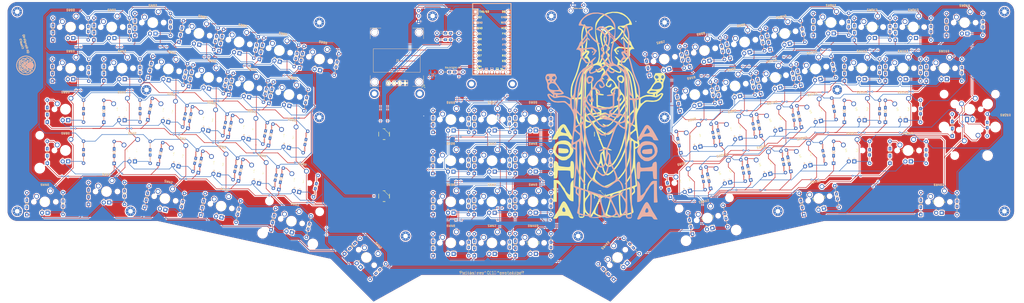
<source format=kicad_pcb>
(kicad_pcb (version 20171130) (host pcbnew "(5.1.4)-1")
  (layers (0 F.Cu signal) (31 B.Cu signal) (34 B.Paste user) (35 F.Paste user) (36 B.SilkS user) (37 F.SilkS user) (38 B.Mask user) (39 F.Mask user) (44 Edge.Cuts user))
  (net 0 "")
  (net 1 row0)
  (net 2 "Net-(D00-Pad2)")
  (net 3 "Net-(D01-Pad2)")
  (net 4 "Net-(D02-Pad2)")
  (net 5 "Net-(D03-Pad2)")
  (net 6 "Net-(D04-Pad2)")
  (net 7 "Net-(D05-Pad2)")
  (net 8 "Net-(D06-Pad2)")
  (net 9 "Net-(D07-Pad2)")
  (net 10 "Net-(D08-Pad2)")
  (net 11 "Net-(D09-Pad2)")
  (net 12 row1)
  (net 13 "Net-(D10-Pad2)")
  (net 14 "Net-(D010-Pad2)")
  (net 15 "Net-(D011-Pad2)")
  (net 16 "Net-(D11-Pad2)")
  (net 17 "Net-(D012-Pad2)")
  (net 18 "Net-(D12-Pad2)")
  (net 19 "Net-(D013-Pad2)")
  (net 20 "Net-(D13-Pad2)")
  (net 21 "Net-(D014-Pad2)")
  (net 22 "Net-(D14-Pad2)")
  (net 23 "Net-(D15-Pad2)")
  (net 24 "Net-(D16-Pad2)")
  (net 25 "Net-(D17-Pad2)")
  (net 26 "Net-(D18-Pad2)")
  (net 27 "Net-(D19-Pad2)")
  (net 28 row2)
  (net 29 "Net-(D20-Pad2)")
  (net 30 "Net-(D21-Pad2)")
  (net 31 "Net-(D22-Pad2)")
  (net 32 "Net-(D23-Pad2)")
  (net 33 "Net-(D24-Pad2)")
  (net 34 "Net-(D25-Pad2)")
  (net 35 "Net-(D26-Pad2)")
  (net 36 "Net-(D27-Pad2)")
  (net 37 "Net-(D28-Pad2)")
  (net 38 "Net-(D29-Pad2)")
  (net 39 row3)
  (net 40 "Net-(D30-Pad2)")
  (net 41 "Net-(D31-Pad2)")
  (net 42 "Net-(D32-Pad2)")
  (net 43 "Net-(D33-Pad2)")
  (net 44 "Net-(D34-Pad2)")
  (net 45 "Net-(D35-Pad2)")
  (net 46 "Net-(D36-Pad2)")
  (net 47 "Net-(D37-Pad2)")
  (net 48 "Net-(D38-Pad2)")
  (net 49 "Net-(D39-Pad2)")
  (net 50 row4)
  (net 51 "Net-(D40-Pad2)")
  (net 52 "Net-(D41-Pad2)")
  (net 53 "Net-(D42-Pad2)")
  (net 54 "Net-(D43-Pad2)")
  (net 55 "Net-(D44-Pad2)")
  (net 56 "Net-(D45-Pad2)")
  (net 57 "Net-(D46-Pad2)")
  (net 58 "Net-(D47-Pad2)")
  (net 59 "Net-(D48-Pad2)")
  (net 60 "Net-(D49-Pad2)")
  (net 61 "Net-(D110-Pad2)")
  (net 62 "Net-(D111-Pad2)")
  (net 63 "Net-(D112-Pad2)")
  (net 64 "Net-(D113-Pad2)")
  (net 65 "Net-(D114-Pad2)")
  (net 66 "Net-(D210-Pad2)")
  (net 67 "Net-(D211-Pad2)")
  (net 68 "Net-(D212-Pad2)")
  (net 69 "Net-(D213-Pad2)")
  (net 70 "Net-(D214-Pad2)")
  (net 71 "Net-(D310-Pad2)")
  (net 72 "Net-(D311-Pad2)")
  (net 73 "Net-(D312-Pad2)")
  (net 74 "Net-(D313-Pad2)")
  (net 75 "Net-(D314-Pad2)")
  (net 76 "Net-(D410-Pad2)")
  (net 77 "Net-(D411-Pad2)")
  (net 78 "Net-(D412-Pad2)")
  (net 79 "Net-(D413-Pad2)")
  (net 80 "Net-(D414-Pad2)")
  (net 81 SDA)
  (net 82 SCL)
  (net 83 VCC)
  (net 84 RGB)
  (net 85 LED)
  (net 86 "Net-(Q1-Pad1)")
  (net 87 "Net-(R00-Pad2)")
  (net 88 "Net-(R01-Pad2)")
  (net 89 "Net-(R02-Pad2)")
  (net 90 Backlight)
  (net 91 "Net-(R03-Pad2)")
  (net 92 "Net-(R04-Pad2)")
  (net 93 "Net-(R05-Pad2)")
  (net 94 "Net-(R06-Pad2)")
  (net 95 "Net-(R07-Pad2)")
  (net 96 "Net-(R08-Pad2)")
  (net 97 "Net-(R09-Pad2)")
  (net 98 "Net-(R010-Pad2)")
  (net 99 "Net-(R10-Pad2)")
  (net 100 "Net-(R011-Pad2)")
  (net 101 "Net-(R11-Pad2)")
  (net 102 "Net-(R12-Pad2)")
  (net 103 "Net-(R012-Pad2)")
  (net 104 "Net-(R013-Pad2)")
  (net 105 "Net-(R13-Pad2)")
  (net 106 "Net-(R14-Pad2)")
  (net 107 "Net-(R014-Pad2)")
  (net 108 "Net-(R15-Pad2)")
  (net 109 "Net-(R16-Pad2)")
  (net 110 "Net-(R17-Pad2)")
  (net 111 "Net-(R18-Pad2)")
  (net 112 "Net-(R19-Pad2)")
  (net 113 "Net-(R20-Pad2)")
  (net 114 "Net-(R21-Pad2)")
  (net 115 "Net-(R22-Pad2)")
  (net 116 "Net-(R23-Pad2)")
  (net 117 "Net-(R24-Pad2)")
  (net 118 "Net-(R25-Pad2)")
  (net 119 "Net-(R26-Pad2)")
  (net 120 "Net-(R27-Pad2)")
  (net 121 "Net-(R28-Pad2)")
  (net 122 "Net-(R29-Pad2)")
  (net 123 "Net-(R30-Pad2)")
  (net 124 "Net-(R31-Pad2)")
  (net 125 "Net-(R32-Pad2)")
  (net 126 "Net-(R33-Pad2)")
  (net 127 "Net-(R34-Pad2)")
  (net 128 "Net-(R35-Pad2)")
  (net 129 "Net-(R36-Pad2)")
  (net 130 "Net-(R37-Pad2)")
  (net 131 "Net-(R38-Pad2)")
  (net 132 "Net-(R39-Pad2)")
  (net 133 "Net-(R40-Pad2)")
  (net 134 "Net-(R41-Pad2)")
  (net 135 "Net-(R42-Pad2)")
  (net 136 "Net-(R43-Pad2)")
  (net 137 "Net-(R44-Pad2)")
  (net 138 "Net-(R45-Pad2)")
  (net 139 "Net-(R46-Pad2)")
  (net 140 "Net-(R47-Pad2)")
  (net 141 "Net-(R48-Pad2)")
  (net 142 "Net-(R49-Pad2)")
  (net 143 "Net-(R110-Pad2)")
  (net 144 "Net-(R111-Pad2)")
  (net 145 "Net-(R112-Pad2)")
  (net 146 "Net-(R113-Pad2)")
  (net 147 "Net-(R114-Pad2)")
  (net 148 "Net-(R210-Pad2)")
  (net 149 "Net-(R211-Pad2)")
  (net 150 "Net-(R212-Pad2)")
  (net 151 "Net-(R213-Pad2)")
  (net 152 "Net-(R214-Pad2)")
  (net 153 "Net-(R310-Pad2)")
  (net 154 "Net-(R311-Pad2)")
  (net 155 "Net-(R312-Pad2)")
  (net 156 "Net-(R313-Pad2)")
  (net 157 "Net-(R314-Pad2)")
  (net 158 "Net-(R410-Pad2)")
  (net 159 "Net-(R411-Pad2)")
  (net 160 "Net-(R412-Pad2)")
  (net 161 "Net-(R413-Pad2)")
  (net 162 "Net-(R414-Pad2)")
  (net 163 "Net-(RGB1-Pad4)")
  (net 164 RESET)
  (net 165 col0)
  (net 166 col1)
  (net 167 col2)
  (net 168 col3)
  (net 169 col4)
  (net 170 col5)
  (net 171 col6)
  (net 172 col7)
  (net 173 col8)
  (net 174 col9)
  (net 175 col10)
  (net 176 col11)
  (net 177 col12)
  (net 178 col13)
  (net 179 col14)
  (net 180 "Net-(RGB2-Pad4)")
  (net 181 "Net-(RGB3-Pad4)")
  (net 182 "Net-(RGB4-Pad4)")
  (net 183 GND)
  (module keyboard:Ciaanh_signature (layer F.Cu) (at 72.9496 68.7784 270)
    (fp_text reference LogoBaseMiddleTop hide)
    (fp_text value LOGO hide)
    (fp_text user Ciaanh (at -10 2 105) (layer B.SilkS) (effects (font (thickness 0.15) italic) (justify mirror)))
    (fp_text user "Designed by" (at -10 0 105) (layer B.SilkS) (effects (font (thickness 0.15) italic) (justify mirror)))
    (fp_text user Ciaanh (at -10 2 285) (layer F.SilkS) (effects (font (thickness 0.15) italic)))
    (fp_text user "Designed by" (at -10 0 285) (layer F.SilkS) (effects (font (thickness 0.15) italic)))
  )
  (module keyboard:athena (layer F.Cu) (at 343.2556 90.8284)
    (fp_text reference LogoMiddle1 hide)
    (fp_text value LOGO hide)
  )
  (module keyboard:athena (layer B.Cu) (at 339.5988 91.1784 180)
    (fp_text reference LogoMiddle2 hide)
    (fp_text value LOGO hide)
  )
  (module keyboard:SW_Cherry_MX_2.25u_ISO_PCB (layer F.Cu) (at 510.325 89.1)
    (fp_text reference SW214 (at 0 0) (layer F.SilkS) (effects (font (size 1.27 1.27))))
    (fp_text value SW_PUSH)
    (fp_text user - (at 3.27 4.5) (layer B.SilkS))
    (fp_text user + (at -3.27 4.5) (layer B.SilkS))
    (fp_text user + (at -3.27 4.5) (layer F.SilkS))
    (fp_text user - (at 3.27 4.5) (layer F.SilkS))
    (fp_text user %R (at 16.5702 2.7138) (layer F.SilkS))
    (fp_text user %R (at 16.5702 2.7138) (layer B.SilkS) (effects (justify mirror)))
    (pad 3 thru_hole circle (at 1.27 4.445 180) (size 1.905 1.905) (drill 1.04) (layers *.Cu *.Mask) (net 83 VCC))
    (pad 4 thru_hole rect (at -1.27 4.445 180) (size 1.905 1.905) (drill 1.04) (layers *.Cu *.Mask) (net 152 "Net-(R214-Pad2)"))
    (pad "" np_thru_hole circle (at -5.08 9.525 180) (size 1.7 1.7) (drill 1.7) (layers *.Cu *.Mask))
    (pad 1 thru_hole circle (at -2.54 14.605 180) (size 2.2 2.2) (drill 1.5) (layers *.Cu *.Mask) (net 179 col14))
    (pad 2 thru_hole circle (at 3.81 12.065 180) (size 2.2 2.2) (drill 1.5) (layers *.Cu *.Mask) (net 70 "Net-(D214-Pad2)"))
    (pad "" np_thru_hole circle (at 5.08 9.525 180) (size 1.7 1.7) (drill 1.7) (layers *.Cu *.Mask))
    (pad "" np_thru_hole circle (at 0 9.525 180) (size 4 4) (drill 4) (layers *.Cu *.Mask))
    (pad 2 thru_hole circle (at -3.81 -2.54) (size 2.2 2.2) (drill 1.5) (layers *.Cu *.Mask) (net 70 "Net-(D214-Pad2)"))
    (pad 3 thru_hole circle (at 1.27 5.08) (size 1.905 1.905) (drill 1.04) (layers *.Cu *.Mask) (net 83 VCC))
    (pad "" np_thru_hole circle (at 0 0) (size 4 4) (drill 4) (layers *.Cu *.Mask))
    (pad "" np_thru_hole circle (at 5.08 0) (size 1.7 1.7) (drill 1.7) (layers *.Cu *.Mask))
    (pad 1 thru_hole circle (at 2.54 -5.08) (size 2.2 2.2) (drill 1.5) (layers *.Cu *.Mask) (net 179 col14))
    (pad 4 thru_hole rect (at -1.27 5.08) (size 1.905 1.905) (drill 1.04) (layers *.Cu *.Mask) (net 152 "Net-(R214-Pad2)"))
    (pad "" np_thru_hole circle (at -5.08 0) (size 1.7 1.7) (drill 1.7) (layers *.Cu *.Mask))
    (pad "" np_thru_hole circle (at -11.9 -7) (size 3.05 3.05) (drill 3.05) (layers *.Cu *.Mask))
    (pad "" np_thru_hole circle (at 11.9 -7) (size 3.05 3.05) (drill 3.05) (layers *.Cu *.Mask))
    (pad "" np_thru_hole circle (at 11.9 8.24) (size 4 4) (drill 4) (layers *.Cu *.Mask))
    (pad "" np_thru_hole circle (at -11.9 8.24) (size 4 4) (drill 4) (layers *.Cu *.Mask))
    (pad "" np_thru_hole circle (at 8.2644 -2.417) (size 3.9878 3.9878) (drill 3.9878) (layers *.Cu *.Mask))
    (pad "" np_thru_hole circle (at 8.2644 21.459) (size 3.9878 3.9878) (drill 3.9878) (layers *.Cu *.Mask))
    (pad "" np_thru_hole circle (at -6.9756 -2.417) (size 3.048 3.048) (drill 3.048) (layers *.Cu *.Mask))
    (pad "" np_thru_hole circle (at -6.9756 21.459) (size 3.048 3.048) (drill 3.048) (layers *.Cu *.Mask))
  )
  (module keyboard:MountingHole_2.2mm_M2_Pad_Via (layer F.Cu) (at 368.8996 48.8784)
    (fp_text reference MountBaseMiddleTop11)
    (fp_text value MountingHole)
    (pad 1 thru_hole circle (at 0 0) (size 4.4 4.4) (drill 2.2) (layers *.Cu *.Mask))
    (pad 1 thru_hole circle (at 1.65 0) (size 0.7 0.7) (drill 0.4) (layers *.Cu *.Mask))
    (pad 1 thru_hole circle (at 1.166726 1.166726) (size 0.7 0.7) (drill 0.4) (layers *.Cu *.Mask))
    (pad 1 thru_hole circle (at 0 1.65) (size 0.7 0.7) (drill 0.4) (layers *.Cu *.Mask))
    (pad 1 thru_hole circle (at -1.166726 1.166726) (size 0.7 0.7) (drill 0.4) (layers *.Cu *.Mask))
    (pad 1 thru_hole circle (at -1.65 0) (size 0.7 0.7) (drill 0.4) (layers *.Cu *.Mask))
    (pad 1 thru_hole circle (at -1.166726 -1.166726) (size 0.7 0.7) (drill 0.4) (layers *.Cu *.Mask))
    (pad 1 thru_hole circle (at 0 -1.65) (size 0.7 0.7) (drill 0.4) (layers *.Cu *.Mask))
    (pad 1 thru_hole circle (at 1.166726 -1.166726) (size 0.7 0.7) (drill 0.4) (layers *.Cu *.Mask))
  )
  (module keyboard:MountingHole_2.2mm_M2_Pad_Via (layer F.Cu) (at 208.8996 48.8784)
    (fp_text reference MountBaseMiddleTop5)
    (fp_text value MountingHole)
    (pad 1 thru_hole circle (at 0 0) (size 4.4 4.4) (drill 2.2) (layers *.Cu *.Mask))
    (pad 1 thru_hole circle (at 1.65 0) (size 0.7 0.7) (drill 0.4) (layers *.Cu *.Mask))
    (pad 1 thru_hole circle (at 1.166726 1.166726) (size 0.7 0.7) (drill 0.4) (layers *.Cu *.Mask))
    (pad 1 thru_hole circle (at 0 1.65) (size 0.7 0.7) (drill 0.4) (layers *.Cu *.Mask))
    (pad 1 thru_hole circle (at -1.166726 1.166726) (size 0.7 0.7) (drill 0.4) (layers *.Cu *.Mask))
    (pad 1 thru_hole circle (at -1.65 0) (size 0.7 0.7) (drill 0.4) (layers *.Cu *.Mask))
    (pad 1 thru_hole circle (at -1.166726 -1.166726) (size 0.7 0.7) (drill 0.4) (layers *.Cu *.Mask))
    (pad 1 thru_hole circle (at 0 -1.65) (size 0.7 0.7) (drill 0.4) (layers *.Cu *.Mask))
    (pad 1 thru_hole circle (at 1.166726 -1.166726) (size 0.7 0.7) (drill 0.4) (layers *.Cu *.Mask))
  )
  (module keyboard:MountingHole_2.4mm_M2_Pad (layer F.Cu) (at 255.3996 81.8784)
    (fp_text reference MountMiddle2 hide)
    (fp_text value HOLE)
    (pad "" thru_hole circle (at 0 0) (size 4 4) (drill 2.4) (layers *.Cu *.Mask))
  )
  (module keyboard:MountingHole_2.4mm_M2_Pad (layer F.Cu) (at 234.3996 81.8784)
    (fp_text reference MountMiddle1 hide)
    (fp_text value HOLE)
    (pad "" thru_hole circle (at 0 0) (size 4 4) (drill 2.4) (layers *.Cu *.Mask))
  )
  (module keyboard:Elite-C-castellated-29pin-holes (layer F.Cu) (at 288.8488 57.8784 270)
    (fp_text reference U1 hide)
    (fp_text value Elite-C hide)
    (fp_text user D2 (at -11.43 5.461) (layer F.SilkS) (effects (font (size 0.8 0.8))))
    (fp_text user D0 (at -1.27 5.461) (layer F.SilkS) (effects (font (size 0.8 0.8))))
    (fp_text user D1 (at -3.81 5.461) (layer F.SilkS) (effects (font (size 0.8 0.8))))
    (fp_text user GND (at -6.35 5.461) (layer F.SilkS) (effects (font (size 0.8 0.8))))
    (fp_text user GND (at -8.89 5.461) (layer B.SilkS) (effects (font (size 0.8 0.8)) (justify mirror)))
    (fp_text user D4 (at 1.27 5.461) (layer F.SilkS) (effects (font (size 0.8 0.8))))
    (fp_text user C6 (at 3.81 5.461) (layer F.SilkS) (effects (font (size 0.8 0.8))))
    (fp_text user D7 (at 6.35 5.461) (layer F.SilkS) (effects (font (size 0.8 0.8))))
    (fp_text user E6 (at 8.89 5.461) (layer F.SilkS) (effects (font (size 0.8 0.8))))
    (fp_text user B4 (at 11.43 5.461) (layer F.SilkS) (effects (font (size 0.8 0.8))))
    (fp_text user B5 (at 12.7 6.4 135) (layer F.SilkS) (effects (font (size 0.7 0.7))))
    (fp_text user B2 (at 11.43 -5.461) (layer B.SilkS) (effects (font (size 0.8 0.8)) (justify mirror)))
    (fp_text user B3 (at 8.89 -5.461) (layer F.SilkS) (effects (font (size 0.8 0.8))))
    (fp_text user B1 (at 6.35 -5.461) (layer F.SilkS) (effects (font (size 0.8 0.8))))
    (fp_text user F7 (at 3.81 -5.461) (layer B.SilkS) (effects (font (size 0.8 0.8)) (justify mirror)))
    (fp_text user F6 (at 1.27 -5.461) (layer B.SilkS) (effects (font (size 0.8 0.8)) (justify mirror)))
    (fp_text user F5 (at -1.27 -5.461) (layer B.SilkS) (effects (font (size 0.8 0.8)) (justify mirror)))
    (fp_text user F4 (at -3.81 -5.461) (layer F.SilkS) (effects (font (size 0.8 0.8))))
    (fp_text user VCC (at -6.35 -5.461) (layer F.SilkS) (effects (font (size 0.8 0.8))))
    (fp_text user GND (at -11.43 -5.461) (layer B.SilkS) (effects (font (size 0.8 0.8)) (justify mirror)))
    (fp_text user B0 (at -13.97 -5.461) (layer F.SilkS) (effects (font (size 0.8 0.8))))
    (fp_text user B0 (at -13.97 -5.461) (layer F.SilkS) (effects (font (size 0.8 0.8))))
    (fp_text user GND (at -11.43 -5.461) (layer F.SilkS) (effects (font (size 0.8 0.8))))
    (fp_text user ST (at -8.91 -5.04) (layer B.SilkS) (effects (font (size 0.8 0.8)) (justify mirror)))
    (fp_text user VCC (at -6.35 -5.461) (layer F.SilkS) (effects (font (size 0.8 0.8))))
    (fp_text user F4 (at -3.81 -5.461) (layer F.SilkS) (effects (font (size 0.8 0.8))))
    (fp_text user F5 (at -1.27 -5.461) (layer B.SilkS) (effects (font (size 0.8 0.8)) (justify mirror)))
    (fp_text user F6 (at 1.27 -5.461) (layer B.SilkS) (effects (font (size 0.8 0.8)) (justify mirror)))
    (fp_text user F7 (at 3.81 -5.461) (layer B.SilkS) (effects (font (size 0.8 0.8)) (justify mirror)))
    (fp_text user B1 (at 6.35 -5.461) (layer F.SilkS) (effects (font (size 0.8 0.8))))
    (fp_text user B3 (at 8.89 -5.461) (layer F.SilkS) (effects (font (size 0.8 0.8))))
    (fp_text user B2 (at 11.43 -5.461) (layer B.SilkS) (effects (font (size 0.8 0.8)) (justify mirror)))
    (fp_text user B5 (at 12.7 6.4 135) (layer F.SilkS) (effects (font (size 0.7 0.7))))
    (fp_text user B4 (at 11.43 5.461) (layer F.SilkS) (effects (font (size 0.8 0.8))))
    (fp_text user E6 (at 8.89 5.461) (layer F.SilkS) (effects (font (size 0.8 0.8))))
    (fp_text user D7 (at 6.35 5.461) (layer F.SilkS) (effects (font (size 0.8 0.8))))
    (fp_text user C6 (at 3.81 5.461) (layer F.SilkS) (effects (font (size 0.8 0.8))))
    (fp_text user D4 (at 1.27 5.461) (layer F.SilkS) (effects (font (size 0.8 0.8))))
    (fp_text user GND (at -8.89 5.461) (layer F.SilkS) (effects (font (size 0.8 0.8))))
    (fp_text user GND (at -6.35 5.461) (layer F.SilkS) (effects (font (size 0.8 0.8))))
    (fp_text user D1 (at -3.81 5.461) (layer F.SilkS) (effects (font (size 0.8 0.8))))
    (fp_text user D0 (at -1.27 5.461) (layer F.SilkS) (effects (font (size 0.8 0.8))))
    (fp_text user D2 (at -11.43 5.461) (layer F.SilkS) (effects (font (size 0.8 0.8))))
    (fp_text user TX0/D3 (at -13.97 3.571872) (layer F.SilkS) (effects (font (size 0.8 0.8))))
    (fp_text user TX0/D3 (at -13.97 3.571872) (layer F.SilkS) (effects (font (size 0.8 0.8))))
    (fp_text user ST (at -8.91 -5.04) (layer B.SilkS) (effects (font (size 0.8 0.8)) (justify mirror)))
    (fp_text user B7 (at 12.6 4.5) (layer B.SilkS) (effects (font (size 0.7 0.7)) (justify mirror)))
    (fp_text user B7 (at 12.6 4.5) (layer B.SilkS) (effects (font (size 0.7 0.7)) (justify mirror)))
    (fp_text user F0 (at 12.6 -4.5) (layer F.SilkS) (effects (font (size 0.7 0.7))))
    (fp_text user F0 (at 12.6 -4.5) (layer F.SilkS) (effects (font (size 0.7 0.7))))
    (fp_text user B6 (at 12.7 -6.4 45 unlocked) (layer B.SilkS) (effects (font (size 0.7 0.7)) (justify mirror)))
    (fp_text user B6 (at 12.7 -6.4 45 unlocked) (layer B.SilkS) (effects (font (size 0.7 0.7)) (justify mirror)))
    (fp_text user C7 (at 12.4 0) (layer B.SilkS) (effects (font (size 0.8 0.8)) (justify mirror)))
    (fp_text user C7 (at 12.4 0) (layer B.SilkS) (effects (font (size 0.8 0.8)) (justify mirror)))
    (fp_text user F1 (at 12.4 -2.54) (layer F.SilkS) (effects (font (size 0.8 0.8))))
    (fp_text user F1 (at 12.4 -2.54) (layer F.SilkS) (effects (font (size 0.8 0.8))))
    (fp_text user D5 (at 12.4 2.54) (layer B.SilkS) (effects (font (size 0.8 0.8)) (justify mirror)))
    (fp_text user D5 (at 12.4 2.54) (layer B.SilkS) (effects (font (size 0.8 0.8)) (justify mirror)))
    (pad 29 smd rect (at 15.875 -5.08) (size 2 3.25) (layers F.Cu F.Paste F.Mask) (net 50 row4))
    (pad 28 smd rect (at 15.875 -2.54) (size 2 3.25) (layers F.Cu F.Paste F.Mask) (net 39 row3))
    (pad 27 smd rect (at 15.875 0) (size 2 3.25) (layers F.Cu F.Paste F.Mask) (net 28 row2))
    (pad 26 smd rect (at 15.875 2.54) (size 2 3.25) (layers F.Cu F.Paste F.Mask) (net 12 row1))
    (pad 25 smd rect (at 15.875 5.08) (size 2 3.25) (layers F.Cu F.Paste F.Mask) (net 1 row0))
    (pad 24 smd rect (at -13.97 -9.398 270) (size 2 3.25) (layers F.Cu F.Paste F.Mask) (net 84 RGB))
    (pad 23 smd rect (at -11.43 -9.398 270) (size 2 3.25) (layers F.Cu F.Paste F.Mask) (net 183 GND))
    (pad 22 smd rect (at -8.89 -9.398 270) (size 2 3.25) (layers F.Cu F.Paste F.Mask) (net 164 RESET))
    (pad 21 smd rect (at -6.35 -9.398 270) (size 2 3.25) (layers F.Cu F.Paste F.Mask) (net 83 VCC))
    (pad 20 smd rect (at -3.81 -9.398 270) (size 2 3.25) (layers F.Cu F.Paste F.Mask) (net 179 col14))
    (pad 19 smd rect (at -1.27 -9.398 270) (size 2 3.25) (layers F.Cu F.Paste F.Mask) (net 178 col13))
    (pad 18 smd rect (at 1.27 -9.398 270) (size 2 3.25) (layers F.Cu F.Paste F.Mask) (net 177 col12))
    (pad 17 smd rect (at 3.81 -9.398 270) (size 2 3.25) (layers F.Cu F.Paste F.Mask) (net 176 col11))
    (pad 16 smd rect (at 6.35 -9.398 270) (size 2 3.25) (layers F.Cu F.Paste F.Mask) (net 175 col10))
    (pad 15 smd rect (at 8.89 -9.398 270) (size 2 3.25) (layers F.Cu F.Paste F.Mask) (net 174 col9))
    (pad 14 smd rect (at 11.43 -9.398 270) (size 2 3.25) (layers F.Cu F.Paste F.Mask) (net 173 col8))
    (pad 13 smd rect (at 13.97 -9.398 270) (size 2 3.25) (layers F.Cu F.Paste F.Mask) (net 172 col7))
    (pad 12 smd rect (at 13.97 9.398 270) (size 2 3.25) (layers F.Cu F.Paste F.Mask) (net 90 Backlight))
    (pad 11 smd rect (at 11.43 9.398 270) (size 2 3.25) (layers F.Cu F.Paste F.Mask) (net 171 col6))
    (pad 10 smd rect (at 8.89 9.398 270) (size 2 3.25) (layers F.Cu F.Paste F.Mask) (net 170 col5))
    (pad 9 smd rect (at 6.35 9.398 270) (size 2 3.25) (layers F.Cu F.Paste F.Mask) (net 169 col4))
    (pad 8 smd rect (at 3.81 9.398 270) (size 2 3.25) (layers F.Cu F.Paste F.Mask) (net 168 col3))
    (pad 7 smd rect (at 1.27 9.398 270) (size 2 3.25) (layers F.Cu F.Paste F.Mask) (net 167 col2))
    (pad 6 smd rect (at -1.27 9.398 270) (size 2 3.25) (layers F.Cu F.Paste F.Mask) (net 82 SCL))
    (pad 5 smd rect (at -3.81 9.398 270) (size 2 3.25) (layers F.Cu F.Paste F.Mask) (net 81 SDA))
    (pad 4 smd rect (at -6.35 9.398 270) (size 2 3.25) (layers F.Cu F.Paste F.Mask) (net 183 GND))
    (pad 3 smd rect (at -8.89 9.398 270) (size 2 3.25) (layers F.Cu F.Paste F.Mask) (net 183 GND))
    (pad 2 smd rect (at -11.43 9.398 270) (size 2 3.25) (layers F.Cu F.Paste F.Mask) (net 166 col1))
    (pad 1 smd rect (at -13.97 9.398 270) (size 2 3.25) (layers F.Cu F.Paste F.Mask) (net 165 col0))
    (pad 25 thru_hole circle (at 13.97 5.08 270) (size 1.7526 1.7526) (drill 1.0922) (layers *.Cu *.SilkS *.Mask) (net 1 row0))
    (pad 26 thru_hole circle (at 13.97 2.54 270) (size 1.7526 1.7526) (drill 1.0922) (layers *.Cu *.SilkS *.Mask) (net 12 row1))
    (pad 27 thru_hole circle (at 13.97 0 270) (size 1.7526 1.7526) (drill 1.0922) (layers *.Cu *.SilkS *.Mask) (net 28 row2))
    (pad 28 thru_hole circle (at 13.97 -2.54 270) (size 1.7526 1.7526) (drill 1.0922) (layers *.Cu *.SilkS *.Mask) (net 39 row3))
    (pad 29 thru_hole circle (at 13.97 -5.08 270) (size 1.7526 1.7526) (drill 1.0922) (layers *.Cu *.SilkS *.Mask) (net 50 row4))
    (pad 24 thru_hole circle (at -13.97 -7.62 270) (size 1.7526 1.7526) (drill 1.0922) (layers *.Cu *.SilkS *.Mask) (net 84 RGB))
    (pad 12 thru_hole circle (at 13.97 7.62 270) (size 1.7526 1.7526) (drill 1.0922) (layers *.Cu *.SilkS *.Mask) (net 90 Backlight))
    (pad 23 thru_hole circle (at -11.43 -7.62 270) (size 1.7526 1.7526) (drill 1.0922) (layers *.Cu *.SilkS *.Mask) (net 183 GND))
    (pad 22 thru_hole circle (at -8.89 -7.62 270) (size 1.7526 1.7526) (drill 1.0922) (layers *.Cu *.SilkS *.Mask) (net 164 RESET))
    (pad 21 thru_hole circle (at -6.35 -7.62 270) (size 1.7526 1.7526) (drill 1.0922) (layers *.Cu *.SilkS *.Mask) (net 83 VCC))
    (pad 20 thru_hole circle (at -3.81 -7.62 270) (size 1.7526 1.7526) (drill 1.0922) (layers *.Cu *.SilkS *.Mask) (net 179 col14))
    (pad 19 thru_hole circle (at -1.27 -7.62 270) (size 1.7526 1.7526) (drill 1.0922) (layers *.Cu *.SilkS *.Mask) (net 178 col13))
    (pad 18 thru_hole circle (at 1.27 -7.62 270) (size 1.7526 1.7526) (drill 1.0922) (layers *.Cu *.SilkS *.Mask) (net 177 col12))
    (pad 17 thru_hole circle (at 3.81 -7.62 270) (size 1.7526 1.7526) (drill 1.0922) (layers *.Cu *.SilkS *.Mask) (net 176 col11))
    (pad 16 thru_hole circle (at 6.35 -7.62 270) (size 1.7526 1.7526) (drill 1.0922) (layers *.Cu *.SilkS *.Mask) (net 175 col10))
    (pad 15 thru_hole circle (at 8.89 -7.62 270) (size 1.7526 1.7526) (drill 1.0922) (layers *.Cu *.SilkS *.Mask) (net 174 col9))
    (pad 14 thru_hole circle (at 11.43 -7.62 270) (size 1.7526 1.7526) (drill 1.0922) (layers *.Cu *.SilkS *.Mask) (net 173 col8))
    (pad 13 thru_hole circle (at 13.97 -7.62 270) (size 1.7526 1.7526) (drill 1.0922) (layers *.Cu *.SilkS *.Mask) (net 172 col7))
    (pad 11 thru_hole circle (at 11.43 7.62 270) (size 1.7526 1.7526) (drill 1.0922) (layers *.Cu *.SilkS *.Mask) (net 171 col6))
    (pad 10 thru_hole circle (at 8.89 7.62 270) (size 1.7526 1.7526) (drill 1.0922) (layers *.Cu *.SilkS *.Mask) (net 170 col5))
    (pad 9 thru_hole circle (at 6.35 7.62 270) (size 1.7526 1.7526) (drill 1.0922) (layers *.Cu *.SilkS *.Mask) (net 169 col4))
    (pad 8 thru_hole circle (at 3.81 7.62 270) (size 1.7526 1.7526) (drill 1.0922) (layers *.Cu *.SilkS *.Mask) (net 168 col3))
    (pad 7 thru_hole circle (at 1.27 7.62 270) (size 1.7526 1.7526) (drill 1.0922) (layers *.Cu *.SilkS *.Mask) (net 167 col2))
    (pad 6 thru_hole circle (at -1.27 7.62 270) (size 1.7526 1.7526) (drill 1.0922) (layers *.Cu *.SilkS *.Mask) (net 82 SCL))
    (pad 5 thru_hole circle (at -3.81 7.62 270) (size 1.7526 1.7526) (drill 1.0922) (layers *.Cu *.SilkS *.Mask) (net 81 SDA))
    (pad 4 thru_hole circle (at -6.35 7.62 270) (size 1.7526 1.7526) (drill 1.0922) (layers *.Cu *.SilkS *.Mask) (net 183 GND))
    (pad 3 thru_hole circle (at -8.89 7.62 270) (size 1.7526 1.7526) (drill 1.0922) (layers *.Cu *.SilkS *.Mask) (net 183 GND))
    (pad 2 thru_hole circle (at -11.43 7.62 270) (size 1.7526 1.7526) (drill 1.0922) (layers *.Cu *.SilkS *.Mask) (net 166 col1))
    (pad 1 thru_hole rect (at -13.97 7.62 270) (size 1.7526 1.7526) (drill 1.0922) (layers *.Cu *.SilkS *.Mask) (net 165 col0))
  )
  (module keyboard:MountingHole_2.4mm_M2_Pad (layer F.Cu) (at 279.3996 77.3784)
    (fp_text reference MountMiddle3 hide)
    (fp_text value HOLE)
    (pad "" thru_hole circle (at 0 0) (size 4 4) (drill 2.4) (layers *.Cu *.Mask))
  )
  (module keyboard:MountingHole_2.4mm_M2_Pad (layer F.Cu) (at 298.3996 77.3784)
    (fp_text reference MountForMiddle1 hide)
    (fp_text value HOLE)
    (pad "" thru_hole circle (at 0 0) (size 4 4) (drill 2.4) (layers *.Cu *.Mask))
  )
  (module keyboard:MountingHole_2.2mm_M2_Pad_Via (layer F.Cu) (at 421.3996 136.3784)
    (fp_text reference MountBaseMiddleTop14)
    (fp_text value MountingHole)
    (pad 1 thru_hole circle (at 1.166726 -1.166726) (size 0.7 0.7) (drill 0.4) (layers *.Cu *.Mask))
    (pad 1 thru_hole circle (at 0 -1.65) (size 0.7 0.7) (drill 0.4) (layers *.Cu *.Mask))
    (pad 1 thru_hole circle (at -1.166726 -1.166726) (size 0.7 0.7) (drill 0.4) (layers *.Cu *.Mask))
    (pad 1 thru_hole circle (at -1.65 0) (size 0.7 0.7) (drill 0.4) (layers *.Cu *.Mask))
    (pad 1 thru_hole circle (at -1.166726 1.166726) (size 0.7 0.7) (drill 0.4) (layers *.Cu *.Mask))
    (pad 1 thru_hole circle (at 0 1.65) (size 0.7 0.7) (drill 0.4) (layers *.Cu *.Mask))
    (pad 1 thru_hole circle (at 1.166726 1.166726) (size 0.7 0.7) (drill 0.4) (layers *.Cu *.Mask))
    (pad 1 thru_hole circle (at 1.65 0) (size 0.7 0.7) (drill 0.4) (layers *.Cu *.Mask))
    (pad 1 thru_hole circle (at 0 0) (size 4.4 4.4) (drill 2.2) (layers *.Cu *.Mask))
  )
  (module keyboard:MountingHole_2.2mm_M2_Pad_Via (layer F.Cu) (at 121.3996 136.3784)
    (fp_text reference MountBaseMiddleTop4)
    (fp_text value MountingHole)
    (pad 1 thru_hole circle (at 1.166726 -1.166726) (size 0.7 0.7) (drill 0.4) (layers *.Cu *.Mask))
    (pad 1 thru_hole circle (at 0 -1.65) (size 0.7 0.7) (drill 0.4) (layers *.Cu *.Mask))
    (pad 1 thru_hole circle (at -1.166726 -1.166726) (size 0.7 0.7) (drill 0.4) (layers *.Cu *.Mask))
    (pad 1 thru_hole circle (at -1.65 0) (size 0.7 0.7) (drill 0.4) (layers *.Cu *.Mask))
    (pad 1 thru_hole circle (at -1.166726 1.166726) (size 0.7 0.7) (drill 0.4) (layers *.Cu *.Mask))
    (pad 1 thru_hole circle (at 0 1.65) (size 0.7 0.7) (drill 0.4) (layers *.Cu *.Mask))
    (pad 1 thru_hole circle (at 1.166726 1.166726) (size 0.7 0.7) (drill 0.4) (layers *.Cu *.Mask))
    (pad 1 thru_hole circle (at 1.65 0) (size 0.7 0.7) (drill 0.4) (layers *.Cu *.Mask))
    (pad 1 thru_hole circle (at 0 0) (size 4.4 4.4) (drill 2.2) (layers *.Cu *.Mask))
  )
  (module keyboard:MountingHole_2.2mm_M2_Pad_Via (layer F.Cu) (at 448.918 80.1114)
    (fp_text reference MountBaseMiddleTop13)
    (fp_text value MountingHole)
    (pad 1 thru_hole circle (at 1.166726 -1.166726) (size 0.7 0.7) (drill 0.4) (layers *.Cu *.Mask))
    (pad 1 thru_hole circle (at 0 -1.65) (size 0.7 0.7) (drill 0.4) (layers *.Cu *.Mask))
    (pad 1 thru_hole circle (at -1.166726 -1.166726) (size 0.7 0.7) (drill 0.4) (layers *.Cu *.Mask))
    (pad 1 thru_hole circle (at -1.65 0) (size 0.7 0.7) (drill 0.4) (layers *.Cu *.Mask))
    (pad 1 thru_hole circle (at -1.166726 1.166726) (size 0.7 0.7) (drill 0.4) (layers *.Cu *.Mask))
    (pad 1 thru_hole circle (at 0 1.65) (size 0.7 0.7) (drill 0.4) (layers *.Cu *.Mask))
    (pad 1 thru_hole circle (at 1.166726 1.166726) (size 0.7 0.7) (drill 0.4) (layers *.Cu *.Mask))
    (pad 1 thru_hole circle (at 1.65 0) (size 0.7 0.7) (drill 0.4) (layers *.Cu *.Mask))
    (pad 1 thru_hole circle (at 0 0) (size 4.4 4.4) (drill 2.2) (layers *.Cu *.Mask))
  )
  (module keyboard:MountingHole_2.2mm_M2_Pad_Via (layer F.Cu) (at 128.818 80.1114)
    (fp_text reference MountBaseMiddleTop3)
    (fp_text value MountingHole)
    (pad 1 thru_hole circle (at 1.166726 -1.166726) (size 0.7 0.7) (drill 0.4) (layers *.Cu *.Mask))
    (pad 1 thru_hole circle (at 0 -1.65) (size 0.7 0.7) (drill 0.4) (layers *.Cu *.Mask))
    (pad 1 thru_hole circle (at -1.166726 -1.166726) (size 0.7 0.7) (drill 0.4) (layers *.Cu *.Mask))
    (pad 1 thru_hole circle (at -1.65 0) (size 0.7 0.7) (drill 0.4) (layers *.Cu *.Mask))
    (pad 1 thru_hole circle (at -1.166726 1.166726) (size 0.7 0.7) (drill 0.4) (layers *.Cu *.Mask))
    (pad 1 thru_hole circle (at 0 1.65) (size 0.7 0.7) (drill 0.4) (layers *.Cu *.Mask))
    (pad 1 thru_hole circle (at 1.166726 1.166726) (size 0.7 0.7) (drill 0.4) (layers *.Cu *.Mask))
    (pad 1 thru_hole circle (at 1.65 0) (size 0.7 0.7) (drill 0.4) (layers *.Cu *.Mask))
    (pad 1 thru_hole circle (at 0 0) (size 4.4 4.4) (drill 2.2) (layers *.Cu *.Mask))
  )
  (module keyboard:MountingHole_2.2mm_M2_Pad_Via (layer F.Cu) (at 368.8488 92.8784)
    (fp_text reference MountBaseMiddleTop12)
    (fp_text value MountingHole)
    (pad 1 thru_hole circle (at 1.166726 -1.166726) (size 0.7 0.7) (drill 0.4) (layers *.Cu *.Mask))
    (pad 1 thru_hole circle (at 0 -1.65) (size 0.7 0.7) (drill 0.4) (layers *.Cu *.Mask))
    (pad 1 thru_hole circle (at -1.166726 -1.166726) (size 0.7 0.7) (drill 0.4) (layers *.Cu *.Mask))
    (pad 1 thru_hole circle (at -1.65 0) (size 0.7 0.7) (drill 0.4) (layers *.Cu *.Mask))
    (pad 1 thru_hole circle (at -1.166726 1.166726) (size 0.7 0.7) (drill 0.4) (layers *.Cu *.Mask))
    (pad 1 thru_hole circle (at 0 1.65) (size 0.7 0.7) (drill 0.4) (layers *.Cu *.Mask))
    (pad 1 thru_hole circle (at 1.166726 1.166726) (size 0.7 0.7) (drill 0.4) (layers *.Cu *.Mask))
    (pad 1 thru_hole circle (at 1.65 0) (size 0.7 0.7) (drill 0.4) (layers *.Cu *.Mask))
    (pad 1 thru_hole circle (at 0 0) (size 4.4 4.4) (drill 2.2) (layers *.Cu *.Mask))
  )
  (module keyboard:MountingHole_2.2mm_M2_Pad_Via (layer F.Cu) (at 208.8488 92.8784)
    (fp_text reference MountBaseMiddleTop6)
    (fp_text value MountingHole)
    (pad 1 thru_hole circle (at 1.166726 -1.166726) (size 0.7 0.7) (drill 0.4) (layers *.Cu *.Mask))
    (pad 1 thru_hole circle (at 0 -1.65) (size 0.7 0.7) (drill 0.4) (layers *.Cu *.Mask))
    (pad 1 thru_hole circle (at -1.166726 -1.166726) (size 0.7 0.7) (drill 0.4) (layers *.Cu *.Mask))
    (pad 1 thru_hole circle (at -1.65 0) (size 0.7 0.7) (drill 0.4) (layers *.Cu *.Mask))
    (pad 1 thru_hole circle (at -1.166726 1.166726) (size 0.7 0.7) (drill 0.4) (layers *.Cu *.Mask))
    (pad 1 thru_hole circle (at 0 1.65) (size 0.7 0.7) (drill 0.4) (layers *.Cu *.Mask))
    (pad 1 thru_hole circle (at 1.166726 1.166726) (size 0.7 0.7) (drill 0.4) (layers *.Cu *.Mask))
    (pad 1 thru_hole circle (at 1.65 0) (size 0.7 0.7) (drill 0.4) (layers *.Cu *.Mask))
    (pad 1 thru_hole circle (at 0 0) (size 4.4 4.4) (drill 2.2) (layers *.Cu *.Mask))
  )
  (module keyboard:MountingHole_2.2mm_M2_Pad_Via (layer F.Cu) (at 316.3996 45.8784)
    (fp_text reference MountBaseMiddleTop9)
    (fp_text value MountingHole)
    (pad 1 thru_hole circle (at 1.166726 -1.166726) (size 0.7 0.7) (drill 0.4) (layers *.Cu *.Mask))
    (pad 1 thru_hole circle (at 0 -1.65) (size 0.7 0.7) (drill 0.4) (layers *.Cu *.Mask))
    (pad 1 thru_hole circle (at -1.166726 -1.166726) (size 0.7 0.7) (drill 0.4) (layers *.Cu *.Mask))
    (pad 1 thru_hole circle (at -1.65 0) (size 0.7 0.7) (drill 0.4) (layers *.Cu *.Mask))
    (pad 1 thru_hole circle (at -1.166726 1.166726) (size 0.7 0.7) (drill 0.4) (layers *.Cu *.Mask))
    (pad 1 thru_hole circle (at 0 1.65) (size 0.7 0.7) (drill 0.4) (layers *.Cu *.Mask))
    (pad 1 thru_hole circle (at 1.166726 1.166726) (size 0.7 0.7) (drill 0.4) (layers *.Cu *.Mask))
    (pad 1 thru_hole circle (at 1.65 0) (size 0.7 0.7) (drill 0.4) (layers *.Cu *.Mask))
    (pad 1 thru_hole circle (at 0 0) (size 4.4 4.4) (drill 2.2) (layers *.Cu *.Mask))
  )
  (module keyboard:MountingHole_2.2mm_M2_Pad_Via (layer F.Cu) (at 261.3996 45.8784)
    (fp_text reference MountBaseMiddleTop7)
    (fp_text value MountingHole)
    (pad 1 thru_hole circle (at 1.166726 -1.166726) (size 0.7 0.7) (drill 0.4) (layers *.Cu *.Mask))
    (pad 1 thru_hole circle (at 0 -1.65) (size 0.7 0.7) (drill 0.4) (layers *.Cu *.Mask))
    (pad 1 thru_hole circle (at -1.166726 -1.166726) (size 0.7 0.7) (drill 0.4) (layers *.Cu *.Mask))
    (pad 1 thru_hole circle (at -1.65 0) (size 0.7 0.7) (drill 0.4) (layers *.Cu *.Mask))
    (pad 1 thru_hole circle (at -1.166726 1.166726) (size 0.7 0.7) (drill 0.4) (layers *.Cu *.Mask))
    (pad 1 thru_hole circle (at 0 1.65) (size 0.7 0.7) (drill 0.4) (layers *.Cu *.Mask))
    (pad 1 thru_hole circle (at 1.166726 1.166726) (size 0.7 0.7) (drill 0.4) (layers *.Cu *.Mask))
    (pad 1 thru_hole circle (at 1.65 0) (size 0.7 0.7) (drill 0.4) (layers *.Cu *.Mask))
    (pad 1 thru_hole circle (at 0 0) (size 4.4 4.4) (drill 2.2) (layers *.Cu *.Mask))
  )
  (module keyboard:MountingHole_2.2mm_M2_Pad_Via (layer F.Cu) (at 248.8488 147.8784)
    (fp_text reference MountBaseMiddleTop8)
    (fp_text value MountingHole)
    (pad 1 thru_hole circle (at 1.166726 -1.166726) (size 0.7 0.7) (drill 0.4) (layers *.Cu *.Mask))
    (pad 1 thru_hole circle (at 0 -1.65) (size 0.7 0.7) (drill 0.4) (layers *.Cu *.Mask))
    (pad 1 thru_hole circle (at -1.166726 -1.166726) (size 0.7 0.7) (drill 0.4) (layers *.Cu *.Mask))
    (pad 1 thru_hole circle (at -1.65 0) (size 0.7 0.7) (drill 0.4) (layers *.Cu *.Mask))
    (pad 1 thru_hole circle (at -1.166726 1.166726) (size 0.7 0.7) (drill 0.4) (layers *.Cu *.Mask))
    (pad 1 thru_hole circle (at 0 1.65) (size 0.7 0.7) (drill 0.4) (layers *.Cu *.Mask))
    (pad 1 thru_hole circle (at 1.166726 1.166726) (size 0.7 0.7) (drill 0.4) (layers *.Cu *.Mask))
    (pad 1 thru_hole circle (at 1.65 0) (size 0.7 0.7) (drill 0.4) (layers *.Cu *.Mask))
    (pad 1 thru_hole circle (at 0 0) (size 4.4 4.4) (drill 2.2) (layers *.Cu *.Mask))
  )
  (module keyboard:MountingHole_2.2mm_M2_Pad_Via (layer F.Cu) (at 328.8488 147.8784)
    (fp_text reference MountBaseMiddleTop10)
    (fp_text value MountingHole)
    (pad 1 thru_hole circle (at 1.166726 -1.166726) (size 0.7 0.7) (drill 0.4) (layers *.Cu *.Mask))
    (pad 1 thru_hole circle (at 0 -1.65) (size 0.7 0.7) (drill 0.4) (layers *.Cu *.Mask))
    (pad 1 thru_hole circle (at -1.166726 -1.166726) (size 0.7 0.7) (drill 0.4) (layers *.Cu *.Mask))
    (pad 1 thru_hole circle (at -1.65 0) (size 0.7 0.7) (drill 0.4) (layers *.Cu *.Mask))
    (pad 1 thru_hole circle (at -1.166726 1.166726) (size 0.7 0.7) (drill 0.4) (layers *.Cu *.Mask))
    (pad 1 thru_hole circle (at 0 1.65) (size 0.7 0.7) (drill 0.4) (layers *.Cu *.Mask))
    (pad 1 thru_hole circle (at 1.166726 1.166726) (size 0.7 0.7) (drill 0.4) (layers *.Cu *.Mask))
    (pad 1 thru_hole circle (at 1.65 0) (size 0.7 0.7) (drill 0.4) (layers *.Cu *.Mask))
    (pad 1 thru_hole circle (at 0 0) (size 4.4 4.4) (drill 2.2) (layers *.Cu *.Mask))
  )
  (module keyboard:MountingHole_2.2mm_M2_Pad_Via (layer F.Cu) (at 526.3996 136.3784)
    (fp_text reference MountBaseMiddleTop15)
    (fp_text value MountingHole)
    (pad 1 thru_hole circle (at 1.166726 -1.166726) (size 0.7 0.7) (drill 0.4) (layers *.Cu *.Mask))
    (pad 1 thru_hole circle (at 0 -1.65) (size 0.7 0.7) (drill 0.4) (layers *.Cu *.Mask))
    (pad 1 thru_hole circle (at -1.166726 -1.166726) (size 0.7 0.7) (drill 0.4) (layers *.Cu *.Mask))
    (pad 1 thru_hole circle (at -1.65 0) (size 0.7 0.7) (drill 0.4) (layers *.Cu *.Mask))
    (pad 1 thru_hole circle (at -1.166726 1.166726) (size 0.7 0.7) (drill 0.4) (layers *.Cu *.Mask))
    (pad 1 thru_hole circle (at 0 1.65) (size 0.7 0.7) (drill 0.4) (layers *.Cu *.Mask))
    (pad 1 thru_hole circle (at 1.166726 1.166726) (size 0.7 0.7) (drill 0.4) (layers *.Cu *.Mask))
    (pad 1 thru_hole circle (at 1.65 0) (size 0.7 0.7) (drill 0.4) (layers *.Cu *.Mask))
    (pad 1 thru_hole circle (at 0 0) (size 4.4 4.4) (drill 2.2) (layers *.Cu *.Mask))
  )
  (module keyboard:MountingHole_2.2mm_M2_Pad_Via (layer F.Cu) (at 526.3996 43.8784)
    (fp_text reference MountBaseMiddleTop15)
    (fp_text value MountingHole)
    (pad 1 thru_hole circle (at 1.166726 -1.166726) (size 0.7 0.7) (drill 0.4) (layers *.Cu *.Mask))
    (pad 1 thru_hole circle (at 0 -1.65) (size 0.7 0.7) (drill 0.4) (layers *.Cu *.Mask))
    (pad 1 thru_hole circle (at -1.166726 -1.166726) (size 0.7 0.7) (drill 0.4) (layers *.Cu *.Mask))
    (pad 1 thru_hole circle (at -1.65 0) (size 0.7 0.7) (drill 0.4) (layers *.Cu *.Mask))
    (pad 1 thru_hole circle (at -1.166726 1.166726) (size 0.7 0.7) (drill 0.4) (layers *.Cu *.Mask))
    (pad 1 thru_hole circle (at 0 1.65) (size 0.7 0.7) (drill 0.4) (layers *.Cu *.Mask))
    (pad 1 thru_hole circle (at 1.166726 1.166726) (size 0.7 0.7) (drill 0.4) (layers *.Cu *.Mask))
    (pad 1 thru_hole circle (at 1.65 0) (size 0.7 0.7) (drill 0.4) (layers *.Cu *.Mask))
    (pad 1 thru_hole circle (at 0 0) (size 4.4 4.4) (drill 2.2) (layers *.Cu *.Mask))
  )
  (module keyboard:MountingHole_2.2mm_M2_Pad_Via (layer F.Cu) (at 68.8996 136.3784)
    (fp_text reference MountBaseMiddleTop2)
    (fp_text value MountingHole)
    (pad 1 thru_hole circle (at 1.166726 -1.166726) (size 0.7 0.7) (drill 0.4) (layers *.Cu *.Mask))
    (pad 1 thru_hole circle (at 0 -1.65) (size 0.7 0.7) (drill 0.4) (layers *.Cu *.Mask))
    (pad 1 thru_hole circle (at -1.166726 -1.166726) (size 0.7 0.7) (drill 0.4) (layers *.Cu *.Mask))
    (pad 1 thru_hole circle (at -1.65 0) (size 0.7 0.7) (drill 0.4) (layers *.Cu *.Mask))
    (pad 1 thru_hole circle (at -1.166726 1.166726) (size 0.7 0.7) (drill 0.4) (layers *.Cu *.Mask))
    (pad 1 thru_hole circle (at 0 1.65) (size 0.7 0.7) (drill 0.4) (layers *.Cu *.Mask))
    (pad 1 thru_hole circle (at 1.166726 1.166726) (size 0.7 0.7) (drill 0.4) (layers *.Cu *.Mask))
    (pad 1 thru_hole circle (at 1.65 0) (size 0.7 0.7) (drill 0.4) (layers *.Cu *.Mask))
    (pad 1 thru_hole circle (at 0 0) (size 4.4 4.4) (drill 2.2) (layers *.Cu *.Mask))
  )
  (module keyboard:MountingHole_2.2mm_M2_Pad_Via (layer F.Cu) (at 68.8996 43.8784)
    (fp_text reference MountBaseMiddleTop0)
    (fp_text value MountingHole)
    (pad 1 thru_hole circle (at 1.166726 -1.166726) (size 0.7 0.7) (drill 0.4) (layers *.Cu *.Mask))
    (pad 1 thru_hole circle (at 0 -1.65) (size 0.7 0.7) (drill 0.4) (layers *.Cu *.Mask))
    (pad 1 thru_hole circle (at -1.166726 -1.166726) (size 0.7 0.7) (drill 0.4) (layers *.Cu *.Mask))
    (pad 1 thru_hole circle (at -1.65 0) (size 0.7 0.7) (drill 0.4) (layers *.Cu *.Mask))
    (pad 1 thru_hole circle (at -1.166726 1.166726) (size 0.7 0.7) (drill 0.4) (layers *.Cu *.Mask))
    (pad 1 thru_hole circle (at 0 1.65) (size 0.7 0.7) (drill 0.4) (layers *.Cu *.Mask))
    (pad 1 thru_hole circle (at 1.166726 1.166726) (size 0.7 0.7) (drill 0.4) (layers *.Cu *.Mask))
    (pad 1 thru_hole circle (at 1.65 0) (size 0.7 0.7) (drill 0.4) (layers *.Cu *.Mask))
    (pad 1 thru_hole circle (at 0 0) (size 4.4 4.4) (drill 2.2) (layers *.Cu *.Mask))
  )
  (module keyboard:SW_Cherry_MX_1.00u_PCB (layer F.Cu) (at 446 48.9)
    (fp_text reference SW011 (at 0 0) (layer F.SilkS) (effects (font (size 1.27 1.27))))
    (fp_text value SW_PUSH)
    (fp_text user + (at -1.27 3.5) (layer B.SilkS))
    (fp_text user + (at -1.27 3.5) (layer F.SilkS))
    (fp_text user - (at 1.27 3.5) (layer F.SilkS))
    (fp_text user - (at 1.27 3.5) (layer B.SilkS))
    (fp_text user %R (at 0 -7.874) (layer F.SilkS))
    (fp_text user %R (at 0 -7.874) (layer B.SilkS) (effects (justify mirror)))
    (pad 3 thru_hole circle (at -1.27 5.08) (size 1.905 1.905) (drill 1.04) (layers *.Cu *.Mask) (net 83 VCC))
    (pad 4 thru_hole rect (at 1.27 5.08) (size 1.905 1.905) (drill 1.04) (layers *.Cu *.Mask) (net 100 "Net-(R011-Pad2)"))
    (pad "" np_thru_hole circle (at 5.08 0) (size 1.7 1.7) (drill 1.7) (layers *.Cu *.Mask))
    (pad "" np_thru_hole circle (at -5.08 0) (size 1.7 1.7) (drill 1.7) (layers *.Cu *.Mask))
    (pad "" np_thru_hole circle (at 0 0) (size 4 4) (drill 4) (layers *.Cu *.Mask))
    (pad 2 thru_hole circle (at -3.81 -2.54) (size 2.2 2.2) (drill 1.5) (layers *.Cu *.Mask) (net 15 "Net-(D011-Pad2)"))
    (pad 1 thru_hole circle (at 2.54 -5.08) (size 2.2 2.2) (drill 1.5) (layers *.Cu *.Mask) (net 176 col11))
  )
  (module keyboard:SW_Cherry_MX_1.00u_PCB (layer F.Cu) (at 194.5894 101.7524 348)
    (fp_text reference SW25 (at 0 0 168) (layer F.SilkS) (effects (font (size 1.27 1.27))))
    (fp_text value SW_PUSH)
    (fp_text user + (at -1.27 3.5 168) (layer B.SilkS))
    (fp_text user + (at -1.27 3.5 168) (layer F.SilkS))
    (fp_text user - (at 1.27 3.5 168) (layer F.SilkS))
    (fp_text user - (at 1.27 3.5 168) (layer B.SilkS))
    (fp_text user %R (at 0 -7.874 168) (layer F.SilkS))
    (fp_text user %R (at 0 -7.874 168) (layer B.SilkS) (effects (justify mirror)))
    (pad 3 thru_hole circle (at -1.27 5.08 348) (size 1.905 1.905) (drill 1.04) (layers *.Cu *.Mask) (net 83 VCC))
    (pad 4 thru_hole rect (at 1.27 5.08 348) (size 1.905 1.905) (drill 1.04) (layers *.Cu *.Mask) (net 118 "Net-(R25-Pad2)"))
    (pad "" np_thru_hole circle (at 5.08 0 348) (size 1.7 1.7) (drill 1.7) (layers *.Cu *.Mask))
    (pad "" np_thru_hole circle (at -5.08 0 348) (size 1.7 1.7) (drill 1.7) (layers *.Cu *.Mask))
    (pad "" np_thru_hole circle (at 0 0 348) (size 4 4) (drill 4) (layers *.Cu *.Mask))
    (pad 2 thru_hole circle (at -3.81 -2.54 348) (size 2.2 2.2) (drill 1.5) (layers *.Cu *.Mask) (net 34 "Net-(D25-Pad2)"))
    (pad 1 thru_hole circle (at 2.54 -5.08 348) (size 2.2 2.2) (drill 1.5) (layers *.Cu *.Mask) (net 170 col5))
  )
  (module keyboard:WS2812B_Front (layer F.Cu) (at 338.8996 100.6504)
    (fp_text reference RGB4)
    (fp_text value WS2812B hide)
    (pad 1 smd rect (at 1.65 -2.4) (size 1.4 1.8) (layers F.Cu F.Paste F.Mask) (net 83 VCC))
    (pad 2 smd rect (at -1.65 -2.4) (size 1.4 1.8) (layers F.Cu F.Paste F.Mask) (net 181 "Net-(RGB3-Pad4)"))
    (pad 3 smd rect (at -1.65 2.4) (size 1.4 1.8) (layers F.Cu F.Paste F.Mask) (net 183 GND))
    (pad 4 smd rect (at 1.65 2.4) (size 1.4 1.8) (layers F.Cu F.Paste F.Mask) (net 182 "Net-(RGB4-Pad4)"))
  )
  (module keyboard:WS2812B_Front (layer F.Cu) (at 338.8996 129.3784)
    (fp_text reference RGB3)
    (fp_text value WS2812B hide)
    (pad 1 smd rect (at 1.65 -2.4) (size 1.4 1.8) (layers F.Cu F.Paste F.Mask) (net 83 VCC))
    (pad 2 smd rect (at -1.65 -2.4) (size 1.4 1.8) (layers F.Cu F.Paste F.Mask) (net 180 "Net-(RGB2-Pad4)"))
    (pad 3 smd rect (at -1.65 2.4) (size 1.4 1.8) (layers F.Cu F.Paste F.Mask) (net 183 GND))
    (pad 4 smd rect (at 1.65 2.4) (size 1.4 1.8) (layers F.Cu F.Paste F.Mask) (net 181 "Net-(RGB3-Pad4)"))
  )
  (module keyboard:WS2812B_Front (layer F.Cu) (at 238.8996 129.3784)
    (fp_text reference RGB2)
    (fp_text value WS2812B hide)
    (pad 1 smd rect (at 1.65 -2.4) (size 1.4 1.8) (layers F.Cu F.Paste F.Mask) (net 83 VCC))
    (pad 2 smd rect (at -1.65 -2.4) (size 1.4 1.8) (layers F.Cu F.Paste F.Mask) (net 163 "Net-(RGB1-Pad4)"))
    (pad 3 smd rect (at -1.65 2.4) (size 1.4 1.8) (layers F.Cu F.Paste F.Mask) (net 183 GND))
    (pad 4 smd rect (at 1.65 2.4) (size 1.4 1.8) (layers F.Cu F.Paste F.Mask) (net 180 "Net-(RGB2-Pad4)"))
  )
  (module keyboard:WS2812B_Front (layer F.Cu) (at 238.8996 100.6504)
    (fp_text reference RGB1)
    (fp_text value WS2812B hide)
    (pad 1 smd rect (at 1.65 -2.4) (size 1.4 1.8) (layers F.Cu F.Paste F.Mask) (net 83 VCC))
    (pad 2 smd rect (at -1.65 -2.4) (size 1.4 1.8) (layers F.Cu F.Paste F.Mask) (net 84 RGB))
    (pad 3 smd rect (at -1.65 2.4) (size 1.4 1.8) (layers F.Cu F.Paste F.Mask) (net 183 GND))
    (pad 4 smd rect (at 1.65 2.4) (size 1.4 1.8) (layers F.Cu F.Paste F.Mask) (net 163 "Net-(RGB1-Pad4)"))
  )
  (module keyboard:SOT23-3_HSOL_Back (layer F.Cu) (at 261.418 73.1114 180)
    (fp_text reference Q1 (at 0 0) (layer B.SilkS) (effects (font (size 0.8 0.8)) (justify mirror)))
    (fp_text value IRLML6344TRPbF hide)
    (pad 2 smd rect (at 0.95 1.3 180) (size 0.8 1.2) (layers B.Cu B.Paste B.Mask) (net 183 GND))
    (pad 3 smd rect (at 0 -1.3 180) (size 0.8 1.2) (layers B.Cu B.Paste B.Mask) (net 85 LED))
    (pad 1 smd rect (at -0.95 1.3 180) (size 0.8 1.2) (layers B.Cu B.Paste B.Mask) (net 86 "Net-(Q1-Pad1)"))
  )
  (module keyboard:Resistors_SMD_THT (layer F.Cu) (at 130.518 104.0114 270)
    (fp_text reference R31 hide)
    (fp_text value 470)
    (pad 1 thru_hole rect (at 3.9 0 270) (size 1.4 1.2) (drill 0.4) (layers *.Cu *.Mask) (net 85 LED))
    (pad 2 thru_hole oval (at 10.16 0 270) (size 1.6 1.6) (drill 0.8) (layers *.Cu *.Mask) (net 124 "Net-(R31-Pad2)"))
    (pad 1 thru_hole circle (at 0 0 270) (size 1.6 1.6) (drill 0.8) (layers *.Cu *.Mask) (net 85 LED))
    (pad 2 thru_hole rect (at 6.3 0 270) (size 1.4 1.2) (drill 0.4) (layers *.Cu *.Mask) (net 124 "Net-(R31-Pad2)"))
  )
  (module keyboard:SW_Cherry_MX_1.00u_PCB (layer F.Cu) (at 117.4496 70.0786)
    (fp_text reference SW11 (at 0 0) (layer F.SilkS) (effects (font (size 1.27 1.27))))
    (fp_text value SW_PUSH)
    (fp_text user + (at -1.27 3.5) (layer B.SilkS))
    (fp_text user + (at -1.27 3.5) (layer F.SilkS))
    (fp_text user - (at 1.27 3.5) (layer F.SilkS))
    (fp_text user - (at 1.27 3.5) (layer B.SilkS))
    (fp_text user %R (at 0 -7.874) (layer F.SilkS))
    (fp_text user %R (at 0 -7.874) (layer B.SilkS) (effects (justify mirror)))
    (pad 3 thru_hole circle (at -1.27 5.08) (size 1.905 1.905) (drill 1.04) (layers *.Cu *.Mask) (net 83 VCC))
    (pad 4 thru_hole rect (at 1.27 5.08) (size 1.905 1.905) (drill 1.04) (layers *.Cu *.Mask) (net 101 "Net-(R11-Pad2)"))
    (pad "" np_thru_hole circle (at 5.08 0) (size 1.7 1.7) (drill 1.7) (layers *.Cu *.Mask))
    (pad "" np_thru_hole circle (at -5.08 0) (size 1.7 1.7) (drill 1.7) (layers *.Cu *.Mask))
    (pad "" np_thru_hole circle (at 0 0) (size 4 4) (drill 4) (layers *.Cu *.Mask))
    (pad 2 thru_hole circle (at -3.81 -2.54) (size 2.2 2.2) (drill 1.5) (layers *.Cu *.Mask) (net 16 "Net-(D11-Pad2)"))
    (pad 1 thru_hole circle (at 2.54 -5.08) (size 2.2 2.2) (drill 1.5) (layers *.Cu *.Mask) (net 166 col1))
  )
  (module keyboard:SW_Cherry_MX_1.00u_PCB (layer F.Cu) (at 153.0858 53.9496 348)
    (fp_text reference SW03 (at 0 0 168) (layer F.SilkS) (effects (font (size 1.27 1.27))))
    (fp_text value SW_PUSH)
    (fp_text user + (at -1.27 3.5 168) (layer B.SilkS))
    (fp_text user + (at -1.27 3.5 168) (layer F.SilkS))
    (fp_text user - (at 1.27 3.5 168) (layer F.SilkS))
    (fp_text user - (at 1.27 3.5 168) (layer B.SilkS))
    (fp_text user %R (at 0 -7.874 168) (layer F.SilkS))
    (fp_text user %R (at 0 -7.874 168) (layer B.SilkS) (effects (justify mirror)))
    (pad 3 thru_hole circle (at -1.27 5.08 348) (size 1.905 1.905) (drill 1.04) (layers *.Cu *.Mask) (net 83 VCC))
    (pad 4 thru_hole rect (at 1.27 5.08 348) (size 1.905 1.905) (drill 1.04) (layers *.Cu *.Mask) (net 91 "Net-(R03-Pad2)"))
    (pad "" np_thru_hole circle (at 5.08 0 348) (size 1.7 1.7) (drill 1.7) (layers *.Cu *.Mask))
    (pad "" np_thru_hole circle (at -5.08 0 348) (size 1.7 1.7) (drill 1.7) (layers *.Cu *.Mask))
    (pad "" np_thru_hole circle (at 0 0 348) (size 4 4) (drill 4) (layers *.Cu *.Mask))
    (pad 2 thru_hole circle (at -3.81 -2.54 348) (size 2.2 2.2) (drill 1.5) (layers *.Cu *.Mask) (net 5 "Net-(D03-Pad2)"))
    (pad 1 thru_hole circle (at 2.54 -5.08 348) (size 2.2 2.2) (drill 1.5) (layers *.Cu *.Mask) (net 168 col3))
  )
  (module keyboard:SW_Cherry_MX_1.00u_PCB (layer F.Cu) (at 199.3646 122.25 348)
    (fp_text reference SW35 (at 0 0 168) (layer F.SilkS) (effects (font (size 1.27 1.27))))
    (fp_text value SW_PUSH)
    (fp_text user + (at -1.27 3.5 168) (layer B.SilkS))
    (fp_text user + (at -1.27 3.5 168) (layer F.SilkS))
    (fp_text user - (at 1.27 3.5 168) (layer F.SilkS))
    (fp_text user - (at 1.27 3.5 168) (layer B.SilkS))
    (fp_text user %R (at 0 -7.874 168) (layer F.SilkS))
    (fp_text user %R (at 0 -7.874 168) (layer B.SilkS) (effects (justify mirror)))
    (pad 3 thru_hole circle (at -1.27 5.08 348) (size 1.905 1.905) (drill 1.04) (layers *.Cu *.Mask) (net 83 VCC))
    (pad 4 thru_hole rect (at 1.27 5.08 348) (size 1.905 1.905) (drill 1.04) (layers *.Cu *.Mask) (net 128 "Net-(R35-Pad2)"))
    (pad "" np_thru_hole circle (at 5.08 0 348) (size 1.7 1.7) (drill 1.7) (layers *.Cu *.Mask))
    (pad "" np_thru_hole circle (at -5.08 0 348) (size 1.7 1.7) (drill 1.7) (layers *.Cu *.Mask))
    (pad "" np_thru_hole circle (at 0 0 348) (size 4 4) (drill 4) (layers *.Cu *.Mask))
    (pad 2 thru_hole circle (at -3.81 -2.54 348) (size 2.2 2.2) (drill 1.5) (layers *.Cu *.Mask) (net 45 "Net-(D35-Pad2)"))
    (pad 1 thru_hole circle (at 2.54 -5.08 348) (size 2.2 2.2) (drill 1.5) (layers *.Cu *.Mask) (net 170 col5))
  )
  (module keyboard:Diode_SMD_THT (layer F.Cu) (at 261.618 99.8114 90)
    (fp_text reference D16 hide)
    (fp_text value Diode)
    (pad 1 thru_hole rect (at 3.45 0 90) (size 1.6 1.2) (drill 0.4) (layers *.Cu *.Mask) (net 12 row1))
    (pad 2 thru_hole oval (at 10.16 0 90) (size 1.6 1.6) (drill 0.8) (layers *.Cu *.Mask) (net 24 "Net-(D16-Pad2)"))
    (pad 1 thru_hole rect (at 0 0 90) (size 1.6 1.6) (drill 0.8) (layers *.Cu *.Mask) (net 12 row1))
    (pad 2 thru_hole rect (at 6.71 0 90) (size 1.6 1.2) (drill 0.4) (layers *.Cu *.Mask) (net 24 "Net-(D16-Pad2)"))
  )
  (module keyboard:SW_Cherry_MX_1.00u_PCB (layer F.Cu) (at 288.8996 151.0284)
    (fp_text reference SW47 (at 0 0) (layer F.SilkS) (effects (font (size 1.27 1.27))))
    (fp_text value SW_PUSH)
    (fp_text user + (at -1.27 3.5) (layer B.SilkS))
    (fp_text user + (at -1.27 3.5) (layer F.SilkS))
    (fp_text user - (at 1.27 3.5) (layer F.SilkS))
    (fp_text user - (at 1.27 3.5) (layer B.SilkS))
    (fp_text user %R (at 0 -7.874) (layer F.SilkS))
    (fp_text user %R (at 0 -7.874) (layer B.SilkS) (effects (justify mirror)))
    (pad 3 thru_hole circle (at -1.27 5.08) (size 1.905 1.905) (drill 1.04) (layers *.Cu *.Mask) (net 83 VCC))
    (pad 4 thru_hole rect (at 1.27 5.08) (size 1.905 1.905) (drill 1.04) (layers *.Cu *.Mask) (net 140 "Net-(R47-Pad2)"))
    (pad "" np_thru_hole circle (at 5.08 0) (size 1.7 1.7) (drill 1.7) (layers *.Cu *.Mask))
    (pad "" np_thru_hole circle (at -5.08 0) (size 1.7 1.7) (drill 1.7) (layers *.Cu *.Mask))
    (pad "" np_thru_hole circle (at 0 0) (size 4 4) (drill 4) (layers *.Cu *.Mask))
    (pad 2 thru_hole circle (at -3.81 -2.54) (size 2.2 2.2) (drill 1.5) (layers *.Cu *.Mask) (net 58 "Net-(D47-Pad2)"))
    (pad 1 thru_hole circle (at 2.54 -5.08) (size 2.2 2.2) (drill 1.5) (layers *.Cu *.Mask) (net 172 col7))
  )
  (module keyboard:SW_Cherry_MX_2.75u_PCB (layer F.Cu) (at 388.75 139.5 12)
    (fp_text reference SW412 (at 0 0 12) (layer F.SilkS) (effects (font (size 1.27 1.27))))
    (fp_text value SW_PUSH)
    (fp_text user + (at -1.27 3.5 12) (layer B.SilkS))
    (fp_text user + (at -1.27 3.5 12) (layer F.SilkS))
    (fp_text user - (at 1.27 3.5 12) (layer F.SilkS))
    (fp_text user - (at 1.27 3.5 12) (layer B.SilkS))
    (fp_text user %R (at 0 -7.874 12) (layer F.SilkS))
    (fp_text user %R (at 0 -7.874 12) (layer B.SilkS) (effects (justify mirror)))
    (pad 3 thru_hole circle (at -1.27 5.08 12) (size 1.905 1.905) (drill 1.04) (layers *.Cu *.Mask) (net 83 VCC))
    (pad 4 thru_hole rect (at 1.27 5.08 12) (size 1.905 1.905) (drill 1.04) (layers *.Cu *.Mask) (net 160 "Net-(R412-Pad2)"))
    (pad 1 thru_hole circle (at 2.54 -5.08 12) (size 2.2 2.2) (drill 1.5) (layers *.Cu *.Mask) (net 177 col12))
    (pad 2 thru_hole circle (at -3.81 -2.54 12) (size 2.2 2.2) (drill 1.5) (layers *.Cu *.Mask) (net 78 "Net-(D412-Pad2)"))
    (pad "" np_thru_hole circle (at 0 0 12) (size 4 4) (drill 4) (layers *.Cu *.Mask))
    (pad "" np_thru_hole circle (at -5.08 0 12) (size 1.7 1.7) (drill 1.7) (layers *.Cu *.Mask))
    (pad "" np_thru_hole circle (at 5.08 0 12) (size 1.7 1.7) (drill 1.7) (layers *.Cu *.Mask))
    (pad "" np_thru_hole circle (at 11.9 8.24 12) (size 4 4) (drill 4) (layers *.Cu *.Mask))
    (pad "" np_thru_hole circle (at -11.9 8.24 12) (size 4 4) (drill 4) (layers *.Cu *.Mask))
    (pad "" np_thru_hole circle (at -11.9 -7 12) (size 3.05 3.05) (drill 3.05) (layers *.Cu *.Mask))
    (pad "" np_thru_hole circle (at 11.9 -7 12) (size 3.05 3.05) (drill 3.05) (layers *.Cu *.Mask))
  )
  (module keyboard:Resistors_SMD_THT (layer F.Cu) (at 446.318 83.9114 282)
    (fp_text reference R211 hide)
    (fp_text value 470)
    (pad 1 thru_hole rect (at 3.9 0 282) (size 1.4 1.2) (drill 0.4) (layers *.Cu *.Mask) (net 85 LED))
    (pad 2 thru_hole oval (at 10.16 0 282) (size 1.6 1.6) (drill 0.8) (layers *.Cu *.Mask) (net 149 "Net-(R211-Pad2)"))
    (pad 1 thru_hole circle (at 0 0 282) (size 1.6 1.6) (drill 0.8) (layers *.Cu *.Mask) (net 85 LED))
    (pad 2 thru_hole rect (at 6.3 0 282) (size 1.4 1.2) (drill 0.4) (layers *.Cu *.Mask) (net 149 "Net-(R211-Pad2)"))
  )
  (module keyboard:SW_Cherry_MX_1.00u_PCB (layer F.Cu) (at 420.2 74.375 12)
    (fp_text reference SW110 (at 0 0 12) (layer F.SilkS) (effects (font (size 1.27 1.27))))
    (fp_text value SW_PUSH)
    (fp_text user + (at -1.27 3.5 12) (layer B.SilkS))
    (fp_text user + (at -1.27 3.5 12) (layer F.SilkS))
    (fp_text user - (at 1.27 3.5 12) (layer F.SilkS))
    (fp_text user - (at 1.27 3.5 12) (layer B.SilkS))
    (fp_text user %R (at 0 -7.874 12) (layer F.SilkS))
    (fp_text user %R (at 0 -7.874 12) (layer B.SilkS) (effects (justify mirror)))
    (pad 3 thru_hole circle (at -1.27 5.08 12) (size 1.905 1.905) (drill 1.04) (layers *.Cu *.Mask) (net 83 VCC))
    (pad 4 thru_hole rect (at 1.27 5.08 12) (size 1.905 1.905) (drill 1.04) (layers *.Cu *.Mask) (net 143 "Net-(R110-Pad2)"))
    (pad "" np_thru_hole circle (at 5.08 0 12) (size 1.7 1.7) (drill 1.7) (layers *.Cu *.Mask))
    (pad "" np_thru_hole circle (at -5.08 0 12) (size 1.7 1.7) (drill 1.7) (layers *.Cu *.Mask))
    (pad "" np_thru_hole circle (at 0 0 12) (size 4 4) (drill 4) (layers *.Cu *.Mask))
    (pad 2 thru_hole circle (at -3.81 -2.54 12) (size 2.2 2.2) (drill 1.5) (layers *.Cu *.Mask) (net 61 "Net-(D110-Pad2)"))
    (pad 1 thru_hole circle (at 2.54 -5.08 12) (size 2.2 2.2) (drill 1.5) (layers *.Cu *.Mask) (net 175 col10))
  )
  (module keyboard:SW_Cherry_MX_1.25u_PCB (layer F.Cu) (at 496.0366 132.0292)
    (fp_text reference SW414 (at 0 0) (layer F.SilkS) (effects (font (size 1.27 1.27))))
    (fp_text value SW_PUSH)
    (fp_text user + (at -1.27 3.5) (layer B.SilkS))
    (fp_text user + (at -1.27 3.5) (layer F.SilkS))
    (fp_text user - (at 1.27 3.5) (layer F.SilkS))
    (fp_text user - (at 1.27 3.5) (layer B.SilkS))
    (fp_text user %R (at 0 -7.874) (layer F.SilkS))
    (fp_text user %R (at 0 -7.874) (layer B.SilkS) (effects (justify mirror)))
    (pad 3 thru_hole circle (at -1.27 5.08) (size 1.905 1.905) (drill 1.04) (layers *.Cu *.Mask) (net 83 VCC))
    (pad 4 thru_hole rect (at 1.27 5.08) (size 1.905 1.905) (drill 1.04) (layers *.Cu *.Mask) (net 162 "Net-(R414-Pad2)"))
    (pad 1 thru_hole circle (at 2.54 -5.08) (size 2.2 2.2) (drill 1.5) (layers *.Cu *.Mask) (net 179 col14))
    (pad 2 thru_hole circle (at -3.81 -2.54) (size 2.2 2.2) (drill 1.5) (layers *.Cu *.Mask) (net 80 "Net-(D414-Pad2)"))
    (pad "" np_thru_hole circle (at 0 0) (size 4 4) (drill 4) (layers *.Cu *.Mask))
    (pad "" np_thru_hole circle (at -5.08 0) (size 1.7 1.7) (drill 1.7) (layers *.Cu *.Mask))
    (pad "" np_thru_hole circle (at 5.08 0) (size 1.7 1.7) (drill 1.7) (layers *.Cu *.Mask))
  )
  (module keyboard:SW_Cherry_MX_1.00u_PCB (layer F.Cu) (at 424.6 54 12)
    (fp_text reference SW010 (at 0 0 12) (layer F.SilkS) (effects (font (size 1.27 1.27))))
    (fp_text value SW_PUSH)
    (fp_text user + (at -1.27 3.5 12) (layer B.SilkS))
    (fp_text user + (at -1.27 3.5 12) (layer F.SilkS))
    (fp_text user - (at 1.27 3.5 12) (layer F.SilkS))
    (fp_text user - (at 1.27 3.5 12) (layer B.SilkS))
    (fp_text user %R (at 0 -7.874 12) (layer F.SilkS))
    (fp_text user %R (at 0 -7.874 12) (layer B.SilkS) (effects (justify mirror)))
    (pad 3 thru_hole circle (at -1.27 5.08 12) (size 1.905 1.905) (drill 1.04) (layers *.Cu *.Mask) (net 83 VCC))
    (pad 4 thru_hole rect (at 1.27 5.08 12) (size 1.905 1.905) (drill 1.04) (layers *.Cu *.Mask) (net 98 "Net-(R010-Pad2)"))
    (pad "" np_thru_hole circle (at 5.08 0 12) (size 1.7 1.7) (drill 1.7) (layers *.Cu *.Mask))
    (pad "" np_thru_hole circle (at -5.08 0 12) (size 1.7 1.7) (drill 1.7) (layers *.Cu *.Mask))
    (pad "" np_thru_hole circle (at 0 0 12) (size 4 4) (drill 4) (layers *.Cu *.Mask))
    (pad 2 thru_hole circle (at -3.81 -2.54 12) (size 2.2 2.2) (drill 1.5) (layers *.Cu *.Mask) (net 14 "Net-(D010-Pad2)"))
    (pad 1 thru_hole circle (at 2.54 -5.08 12) (size 2.2 2.2) (drill 1.5) (layers *.Cu *.Mask) (net 175 col10))
  )
  (module keyboard:SW_Cherry_MX_1.00u_PCB (layer F.Cu) (at 498.4242 70.104)
    (fp_text reference SW114 (at 0 0) (layer F.SilkS) (effects (font (size 1.27 1.27))))
    (fp_text value SW_PUSH)
    (fp_text user + (at -1.27 3.5) (layer B.SilkS))
    (fp_text user + (at -1.27 3.5) (layer F.SilkS))
    (fp_text user - (at 1.27 3.5) (layer F.SilkS))
    (fp_text user - (at 1.27 3.5) (layer B.SilkS))
    (fp_text user %R (at 0 -7.874) (layer F.SilkS))
    (fp_text user %R (at 0 -7.874) (layer B.SilkS) (effects (justify mirror)))
    (pad 3 thru_hole circle (at -1.27 5.08) (size 1.905 1.905) (drill 1.04) (layers *.Cu *.Mask) (net 83 VCC))
    (pad 4 thru_hole rect (at 1.27 5.08) (size 1.905 1.905) (drill 1.04) (layers *.Cu *.Mask) (net 147 "Net-(R114-Pad2)"))
    (pad "" np_thru_hole circle (at 5.08 0) (size 1.7 1.7) (drill 1.7) (layers *.Cu *.Mask))
    (pad "" np_thru_hole circle (at -5.08 0) (size 1.7 1.7) (drill 1.7) (layers *.Cu *.Mask))
    (pad "" np_thru_hole circle (at 0 0) (size 4 4) (drill 4) (layers *.Cu *.Mask))
    (pad 2 thru_hole circle (at -3.81 -2.54) (size 2.2 2.2) (drill 1.5) (layers *.Cu *.Mask) (net 65 "Net-(D114-Pad2)"))
    (pad 1 thru_hole circle (at 2.54 -5.08) (size 2.2 2.2) (drill 1.5) (layers *.Cu *.Mask) (net 179 col14))
  )
  (module keyboard:SW_Cherry_MX_1.00u_PCB (layer F.Cu) (at 465.074 51.0032)
    (fp_text reference SW012 (at 0 0) (layer F.SilkS) (effects (font (size 1.27 1.27))))
    (fp_text value SW_PUSH)
    (fp_text user + (at -1.27 3.5) (layer B.SilkS))
    (fp_text user + (at -1.27 3.5) (layer F.SilkS))
    (fp_text user - (at 1.27 3.5) (layer F.SilkS))
    (fp_text user - (at 1.27 3.5) (layer B.SilkS))
    (fp_text user %R (at 0 -7.874) (layer F.SilkS))
    (fp_text user %R (at 0 -7.874) (layer B.SilkS) (effects (justify mirror)))
    (pad 3 thru_hole circle (at -1.27 5.08) (size 1.905 1.905) (drill 1.04) (layers *.Cu *.Mask) (net 83 VCC))
    (pad 4 thru_hole rect (at 1.27 5.08) (size 1.905 1.905) (drill 1.04) (layers *.Cu *.Mask) (net 103 "Net-(R012-Pad2)"))
    (pad "" np_thru_hole circle (at 5.08 0) (size 1.7 1.7) (drill 1.7) (layers *.Cu *.Mask))
    (pad "" np_thru_hole circle (at -5.08 0) (size 1.7 1.7) (drill 1.7) (layers *.Cu *.Mask))
    (pad "" np_thru_hole circle (at 0 0) (size 4 4) (drill 4) (layers *.Cu *.Mask))
    (pad 2 thru_hole circle (at -3.81 -2.54) (size 2.2 2.2) (drill 1.5) (layers *.Cu *.Mask) (net 17 "Net-(D012-Pad2)"))
    (pad 1 thru_hole circle (at 2.54 -5.08) (size 2.2 2.2) (drill 1.5) (layers *.Cu *.Mask) (net 177 col12))
  )
  (module keyboard:OLED_128x64_I2C (layer F.Cu) (at 257.175 78.4784 180)
    (fp_text reference J1 (at 0 0) (layer F.SilkS) (effects (font (size 1.27 1.27))))
    (fp_text value OLED)
    (fp_text user SDA (at 16.2 2.5) (layer F.SilkS) (effects (font (size 0.25 0.25) (thickness 0.03))))
    (fp_text user SCL (at 13.6 2.5) (layer F.SilkS) (effects (font (size 0.25 0.25) (thickness 0.03))))
    (fp_text user VCC (at 11.1 2.5) (layer F.SilkS) (effects (font (size 0.25 0.25) (thickness 0.03))))
    (fp_text user GND (at 8.5 2.5) (layer F.SilkS) (effects (font (size 0.25 0.25) (thickness 0.03))))
    (fp_text user %R (at 12 12) (layer B.SilkS) (effects (justify mirror)))
    (fp_text user %R (at 12 12) (layer F.SilkS))
    (pad "" np_thru_hole circle (at 22.6 25 180) (size 3 3) (drill 2.8) (layers *.Cu *.Mask))
    (pad "" np_thru_hole circle (at 22.6 2 180) (size 3 3) (drill 2.8) (layers *.Cu *.Mask))
    (pad "" np_thru_hole circle (at 2.1 25 180) (size 3 3) (drill 2.8) (layers *.Cu *.Mask))
    (pad 1 thru_hole circle (at 8.54 1.5 180) (size 1.397 1.397) (drill 0.8128) (layers *.Cu *.Mask F.SilkS) (net 183 GND))
    (pad 4 thru_hole circle (at 16.16 1.5 180) (size 1.397 1.397) (drill 0.8128) (layers *.Cu *.Mask F.SilkS) (net 81 SDA))
    (pad 3 thru_hole circle (at 13.62 1.5 180) (size 1.397 1.397) (drill 0.8128) (layers *.Cu *.Mask F.SilkS) (net 82 SCL))
    (pad 2 thru_hole circle (at 11.08 1.5 180) (size 1.397 1.397) (drill 0.8128) (layers *.Cu *.Mask F.SilkS) (net 83 VCC))
    (pad "" np_thru_hole circle (at 2.1 2 180) (size 3 3) (drill 2.8) (layers *.Cu *.Mask))
  )
  (module keyboard:SW_Cherry_MX_1.00u_PCB (layer F.Cu) (at 288.925 112.9284)
    (fp_text reference SW27 (at 0 0) (layer F.SilkS) (effects (font (size 1.27 1.27))))
    (fp_text value SW_PUSH)
    (fp_text user + (at -1.27 3.5) (layer B.SilkS))
    (fp_text user + (at -1.27 3.5) (layer F.SilkS))
    (fp_text user - (at 1.27 3.5) (layer F.SilkS))
    (fp_text user - (at 1.27 3.5) (layer B.SilkS))
    (fp_text user %R (at 0 -7.874) (layer F.SilkS))
    (fp_text user %R (at 0 -7.874) (layer B.SilkS) (effects (justify mirror)))
    (pad 3 thru_hole circle (at -1.27 5.08) (size 1.905 1.905) (drill 1.04) (layers *.Cu *.Mask) (net 83 VCC))
    (pad 4 thru_hole rect (at 1.27 5.08) (size 1.905 1.905) (drill 1.04) (layers *.Cu *.Mask) (net 120 "Net-(R27-Pad2)"))
    (pad "" np_thru_hole circle (at 5.08 0) (size 1.7 1.7) (drill 1.7) (layers *.Cu *.Mask))
    (pad "" np_thru_hole circle (at -5.08 0) (size 1.7 1.7) (drill 1.7) (layers *.Cu *.Mask))
    (pad "" np_thru_hole circle (at 0 0) (size 4 4) (drill 4) (layers *.Cu *.Mask))
    (pad 2 thru_hole circle (at -3.81 -2.54) (size 2.2 2.2) (drill 1.5) (layers *.Cu *.Mask) (net 36 "Net-(D27-Pad2)"))
    (pad 1 thru_hole circle (at 2.54 -5.08) (size 2.2 2.2) (drill 1.5) (layers *.Cu *.Mask) (net 172 col7))
  )
  (module keyboard:SW_Cherry_MX_1.00u_PCB (layer F.Cu) (at 209 65.8368 348)
    (fp_text reference SW06 (at 0 0 168) (layer F.SilkS) (effects (font (size 1.27 1.27))))
    (fp_text value SW_PUSH)
    (fp_text user + (at -1.27 3.5 168) (layer B.SilkS))
    (fp_text user + (at -1.27 3.5 168) (layer F.SilkS))
    (fp_text user - (at 1.27 3.5 168) (layer F.SilkS))
    (fp_text user - (at 1.27 3.5 168) (layer B.SilkS))
    (fp_text user %R (at 0 -7.874 168) (layer F.SilkS))
    (fp_text user %R (at 0 -7.874 168) (layer B.SilkS) (effects (justify mirror)))
    (pad 3 thru_hole circle (at -1.27 5.08 348) (size 1.905 1.905) (drill 1.04) (layers *.Cu *.Mask) (net 83 VCC))
    (pad 4 thru_hole rect (at 1.27 5.08 348) (size 1.905 1.905) (drill 1.04) (layers *.Cu *.Mask) (net 94 "Net-(R06-Pad2)"))
    (pad "" np_thru_hole circle (at 5.08 0 348) (size 1.7 1.7) (drill 1.7) (layers *.Cu *.Mask))
    (pad "" np_thru_hole circle (at -5.08 0 348) (size 1.7 1.7) (drill 1.7) (layers *.Cu *.Mask))
    (pad "" np_thru_hole circle (at 0 0 348) (size 4 4) (drill 4) (layers *.Cu *.Mask))
    (pad 2 thru_hole circle (at -3.81 -2.54 348) (size 2.2 2.2) (drill 1.5) (layers *.Cu *.Mask) (net 8 "Net-(D06-Pad2)"))
    (pad 1 thru_hole circle (at 2.54 -5.08 348) (size 2.2 2.2) (drill 1.5) (layers *.Cu *.Mask) (net 171 col6))
  )
  (module keyboard:Resistors_SMD_THT (layer F.Cu) (at 217.918 63.4114 258)
    (fp_text reference R06 hide)
    (fp_text value 470)
    (pad 1 thru_hole rect (at 3.9 0 258) (size 1.4 1.2) (drill 0.4) (layers *.Cu *.Mask) (net 85 LED))
    (pad 2 thru_hole oval (at 10.16 0 258) (size 1.6 1.6) (drill 0.8) (layers *.Cu *.Mask) (net 94 "Net-(R06-Pad2)"))
    (pad 1 thru_hole circle (at 0 0 258) (size 1.6 1.6) (drill 0.8) (layers *.Cu *.Mask) (net 85 LED))
    (pad 2 thru_hole rect (at 6.3 0 258) (size 1.4 1.2) (drill 0.4) (layers *.Cu *.Mask) (net 94 "Net-(R06-Pad2)"))
  )
  (module keyboard:Resistors_SMD_THT (layer F.Cu) (at 162.018 51.5114 258)
    (fp_text reference R03 hide)
    (fp_text value 470)
    (pad 1 thru_hole rect (at 3.9 0 258) (size 1.4 1.2) (drill 0.4) (layers *.Cu *.Mask) (net 85 LED))
    (pad 2 thru_hole oval (at 10.16 0 258) (size 1.6 1.6) (drill 0.8) (layers *.Cu *.Mask) (net 91 "Net-(R03-Pad2)"))
    (pad 1 thru_hole circle (at 0 0 258) (size 1.6 1.6) (drill 0.8) (layers *.Cu *.Mask) (net 85 LED))
    (pad 2 thru_hole rect (at 6.3 0 258) (size 1.4 1.2) (drill 0.4) (layers *.Cu *.Mask) (net 91 "Net-(R03-Pad2)"))
  )
  (module keyboard:SW_Cherry_MX_1.25u_PCB (layer F.Cu) (at 440.3852 130.429 12)
    (fp_text reference SW413 (at 0 0 12) (layer F.SilkS) (effects (font (size 1.27 1.27))))
    (fp_text value SW_PUSH)
    (fp_text user + (at -1.27 3.5 12) (layer B.SilkS))
    (fp_text user + (at -1.27 3.5 12) (layer F.SilkS))
    (fp_text user - (at 1.27 3.5 12) (layer F.SilkS))
    (fp_text user - (at 1.27 3.5 12) (layer B.SilkS))
    (fp_text user %R (at 0 -7.874 12) (layer F.SilkS))
    (fp_text user %R (at 0 -7.874 12) (layer B.SilkS) (effects (justify mirror)))
    (pad 3 thru_hole circle (at -1.27 5.08 12) (size 1.905 1.905) (drill 1.04) (layers *.Cu *.Mask) (net 83 VCC))
    (pad 4 thru_hole rect (at 1.27 5.08 12) (size 1.905 1.905) (drill 1.04) (layers *.Cu *.Mask) (net 161 "Net-(R413-Pad2)"))
    (pad 1 thru_hole circle (at 2.54 -5.08 12) (size 2.2 2.2) (drill 1.5) (layers *.Cu *.Mask) (net 178 col13))
    (pad 2 thru_hole circle (at -3.81 -2.54 12) (size 2.2 2.2) (drill 1.5) (layers *.Cu *.Mask) (net 79 "Net-(D413-Pad2)"))
    (pad "" np_thru_hole circle (at 0 0 12) (size 4 4) (drill 4) (layers *.Cu *.Mask))
    (pad "" np_thru_hole circle (at -5.08 0 12) (size 1.7 1.7) (drill 1.7) (layers *.Cu *.Mask))
    (pad "" np_thru_hole circle (at 5.08 0 12) (size 1.7 1.7) (drill 1.7) (layers *.Cu *.Mask))
  )
  (module keyboard:SW_Cherry_MX_1.25u_PCB (layer F.Cu) (at 347.091 157.7848 45)
    (fp_text reference SW411 (at 0 0 45) (layer F.SilkS) (effects (font (size 1.27 1.27))))
    (fp_text value SW_PUSH)
    (fp_text user + (at -1.27 3.5 45) (layer B.SilkS))
    (fp_text user + (at -1.27 3.5 45) (layer F.SilkS))
    (fp_text user - (at 1.27 3.5 45) (layer F.SilkS))
    (fp_text user - (at 1.27 3.5 45) (layer B.SilkS))
    (fp_text user %R (at 0 -7.874 45) (layer F.SilkS))
    (fp_text user %R (at 0 -7.874 45) (layer B.SilkS) (effects (justify mirror)))
    (pad 3 thru_hole circle (at -1.27 5.08 45) (size 1.905 1.905) (drill 1.04) (layers *.Cu *.Mask) (net 83 VCC))
    (pad 4 thru_hole rect (at 1.27 5.08 45) (size 1.905 1.905) (drill 1.04) (layers *.Cu *.Mask) (net 159 "Net-(R411-Pad2)"))
    (pad 1 thru_hole circle (at 2.54 -5.08 45) (size 2.2 2.2) (drill 1.5) (layers *.Cu *.Mask) (net 176 col11))
    (pad 2 thru_hole circle (at -3.81 -2.54 45) (size 2.2 2.2) (drill 1.5) (layers *.Cu *.Mask) (net 77 "Net-(D411-Pad2)"))
    (pad "" np_thru_hole circle (at 0 0 45) (size 4 4) (drill 4) (layers *.Cu *.Mask))
    (pad "" np_thru_hole circle (at -5.08 0 45) (size 1.7 1.7) (drill 1.7) (layers *.Cu *.Mask))
    (pad "" np_thru_hole circle (at 5.08 0 45) (size 1.7 1.7) (drill 1.7) (layers *.Cu *.Mask))
  )
  (module keyboard:SW_Cherry_MX_1.75u_PCB (layer F.Cu) (at 481.75 108.2)
    (fp_text reference SW314 (at 0 0) (layer F.SilkS) (effects (font (size 1.27 1.27))))
    (fp_text value SW_PUSH)
    (fp_text user + (at -1.27 3.5) (layer B.SilkS))
    (fp_text user + (at -1.27 3.5) (layer F.SilkS))
    (fp_text user - (at 1.27 3.5) (layer F.SilkS))
    (fp_text user - (at 1.27 3.5) (layer B.SilkS))
    (fp_text user %R (at 0 -7.874) (layer F.SilkS))
    (fp_text user %R (at 0 -7.874) (layer B.SilkS) (effects (justify mirror)))
    (pad 3 thru_hole circle (at -1.27 5.08) (size 1.905 1.905) (drill 1.04) (layers *.Cu *.Mask) (net 83 VCC))
    (pad 4 thru_hole rect (at 1.27 5.08) (size 1.905 1.905) (drill 1.04) (layers *.Cu *.Mask) (net 157 "Net-(R314-Pad2)"))
    (pad 1 thru_hole circle (at 2.54 -5.08) (size 2.2 2.2) (drill 1.5) (layers *.Cu *.Mask) (net 179 col14))
    (pad 2 thru_hole circle (at -3.81 -2.54) (size 2.2 2.2) (drill 1.5) (layers *.Cu *.Mask) (net 75 "Net-(D314-Pad2)"))
    (pad "" np_thru_hole circle (at 0 0) (size 4 4) (drill 4) (layers *.Cu *.Mask))
    (pad "" np_thru_hole circle (at -5.08 0) (size 1.7 1.7) (drill 1.7) (layers *.Cu *.Mask))
    (pad "" np_thru_hole circle (at 5.08 0) (size 1.7 1.7) (drill 1.7) (layers *.Cu *.Mask))
  )
  (module keyboard:SW_Cherry_MX_1.25u_PCB (layer F.Cu) (at 230.7082 157.7848 315)
    (fp_text reference SW45 (at 0 0 135) (layer F.SilkS) (effects (font (size 1.27 1.27))))
    (fp_text value SW_PUSH)
    (fp_text user + (at -1.27 3.5 135) (layer B.SilkS))
    (fp_text user + (at -1.27 3.5 135) (layer F.SilkS))
    (fp_text user - (at 1.27 3.5 135) (layer F.SilkS))
    (fp_text user - (at 1.27 3.5 135) (layer B.SilkS))
    (fp_text user %R (at 0 -7.874 135) (layer F.SilkS))
    (fp_text user %R (at 0 -7.874 135) (layer B.SilkS) (effects (justify mirror)))
    (pad 3 thru_hole circle (at -1.27 5.08 315) (size 1.905 1.905) (drill 1.04) (layers *.Cu *.Mask) (net 83 VCC))
    (pad 4 thru_hole rect (at 1.27 5.08 315) (size 1.905 1.905) (drill 1.04) (layers *.Cu *.Mask) (net 138 "Net-(R45-Pad2)"))
    (pad 1 thru_hole circle (at 2.54 -5.08 315) (size 2.2 2.2) (drill 1.5) (layers *.Cu *.Mask) (net 170 col5))
    (pad 2 thru_hole circle (at -3.81 -2.54 315) (size 2.2 2.2) (drill 1.5) (layers *.Cu *.Mask) (net 56 "Net-(D45-Pad2)"))
    (pad "" np_thru_hole circle (at 0 0 315) (size 4 4) (drill 4) (layers *.Cu *.Mask))
    (pad "" np_thru_hole circle (at -5.08 0 315) (size 1.7 1.7) (drill 1.7) (layers *.Cu *.Mask))
    (pad "" np_thru_hole circle (at 5.08 0 315) (size 1.7 1.7) (drill 1.7) (layers *.Cu *.Mask))
  )
  (module keyboard:SW_Cherry_MX_2.00u_PCB (layer F.Cu) (at 195.961 140.97 348)
    (fp_text reference SW44 (at 0 0 168) (layer F.SilkS) (effects (font (size 1.27 1.27))))
    (fp_text value SW_PUSH)
    (fp_text user + (at -1.27 3.5 168) (layer B.SilkS))
    (fp_text user + (at -1.27 3.5 168) (layer F.SilkS))
    (fp_text user - (at 1.27 3.5 168) (layer F.SilkS))
    (fp_text user - (at 1.27 3.5 168) (layer B.SilkS))
    (fp_text user %R (at 0 -7.874 168) (layer F.SilkS))
    (fp_text user %R (at 0 -7.874 168) (layer B.SilkS) (effects (justify mirror)))
    (pad 3 thru_hole circle (at -1.27 5.08 348) (size 1.905 1.905) (drill 1.04) (layers *.Cu *.Mask) (net 83 VCC))
    (pad 4 thru_hole rect (at 1.27 5.08 348) (size 1.905 1.905) (drill 1.04) (layers *.Cu *.Mask) (net 137 "Net-(R44-Pad2)"))
    (pad 1 thru_hole circle (at 2.54 -5.08 348) (size 2.2 2.2) (drill 1.5) (layers *.Cu *.Mask) (net 169 col4))
    (pad 2 thru_hole circle (at -3.81 -2.54 348) (size 2.2 2.2) (drill 1.5) (layers *.Cu *.Mask) (net 55 "Net-(D44-Pad2)"))
    (pad "" np_thru_hole circle (at 0 0 348) (size 4 4) (drill 4) (layers *.Cu *.Mask))
    (pad "" np_thru_hole circle (at -5.08 0 348) (size 1.7 1.7) (drill 1.7) (layers *.Cu *.Mask))
    (pad "" np_thru_hole circle (at 5.08 0 348) (size 1.7 1.7) (drill 1.7) (layers *.Cu *.Mask))
    (pad "" np_thru_hole circle (at 11.9 8.24 348) (size 4 4) (drill 4) (layers *.Cu *.Mask))
    (pad "" np_thru_hole circle (at -11.9 8.24 348) (size 4 4) (drill 4) (layers *.Cu *.Mask))
    (pad "" np_thru_hole circle (at -11.9 -7 348) (size 3.05 3.05) (drill 3.05) (layers *.Cu *.Mask))
    (pad "" np_thru_hole circle (at 11.9 -7 348) (size 3.05 3.05) (drill 3.05) (layers *.Cu *.Mask))
  )
  (module keyboard:SW_Cherry_MX_1.25u_PCB (layer F.Cu) (at 137.3378 130.4798 348)
    (fp_text reference SW42 (at 0 0 168) (layer F.SilkS) (effects (font (size 1.27 1.27))))
    (fp_text value SW_PUSH)
    (fp_text user + (at -1.27 3.5 168) (layer B.SilkS))
    (fp_text user + (at -1.27 3.5 168) (layer F.SilkS))
    (fp_text user - (at 1.27 3.5 168) (layer F.SilkS))
    (fp_text user - (at 1.27 3.5 168) (layer B.SilkS))
    (fp_text user %R (at 0 -7.874 168) (layer F.SilkS))
    (fp_text user %R (at 0 -7.874 168) (layer B.SilkS) (effects (justify mirror)))
    (pad 3 thru_hole circle (at -1.27 5.08 348) (size 1.905 1.905) (drill 1.04) (layers *.Cu *.Mask) (net 83 VCC))
    (pad 4 thru_hole rect (at 1.27 5.08 348) (size 1.905 1.905) (drill 1.04) (layers *.Cu *.Mask) (net 135 "Net-(R42-Pad2)"))
    (pad 1 thru_hole circle (at 2.54 -5.08 348) (size 2.2 2.2) (drill 1.5) (layers *.Cu *.Mask) (net 167 col2))
    (pad 2 thru_hole circle (at -3.81 -2.54 348) (size 2.2 2.2) (drill 1.5) (layers *.Cu *.Mask) (net 53 "Net-(D42-Pad2)"))
    (pad "" np_thru_hole circle (at 0 0 348) (size 4 4) (drill 4) (layers *.Cu *.Mask))
    (pad "" np_thru_hole circle (at -5.08 0 348) (size 1.7 1.7) (drill 1.7) (layers *.Cu *.Mask))
    (pad "" np_thru_hole circle (at 5.08 0 348) (size 1.7 1.7) (drill 1.7) (layers *.Cu *.Mask))
  )
  (module keyboard:SW_Cherry_MX_1.25u_PCB (layer F.Cu) (at 110.2614 127.2286)
    (fp_text reference SW41 (at 0 0) (layer F.SilkS) (effects (font (size 1.27 1.27))))
    (fp_text value SW_PUSH)
    (fp_text user + (at -1.27 3.5) (layer B.SilkS))
    (fp_text user + (at -1.27 3.5) (layer F.SilkS))
    (fp_text user - (at 1.27 3.5) (layer F.SilkS))
    (fp_text user - (at 1.27 3.5) (layer B.SilkS))
    (fp_text user %R (at 0 -7.874) (layer F.SilkS))
    (fp_text user %R (at 0 -7.874) (layer B.SilkS) (effects (justify mirror)))
    (pad 3 thru_hole circle (at -1.27 5.08) (size 1.905 1.905) (drill 1.04) (layers *.Cu *.Mask) (net 83 VCC))
    (pad 4 thru_hole rect (at 1.27 5.08) (size 1.905 1.905) (drill 1.04) (layers *.Cu *.Mask) (net 134 "Net-(R41-Pad2)"))
    (pad 1 thru_hole circle (at 2.54 -5.08) (size 2.2 2.2) (drill 1.5) (layers *.Cu *.Mask) (net 166 col1))
    (pad 2 thru_hole circle (at -3.81 -2.54) (size 2.2 2.2) (drill 1.5) (layers *.Cu *.Mask) (net 52 "Net-(D41-Pad2)"))
    (pad "" np_thru_hole circle (at 0 0) (size 4 4) (drill 4) (layers *.Cu *.Mask))
    (pad "" np_thru_hole circle (at -5.08 0) (size 1.7 1.7) (drill 1.7) (layers *.Cu *.Mask))
    (pad "" np_thru_hole circle (at 5.08 0) (size 1.7 1.7) (drill 1.7) (layers *.Cu *.Mask))
  )
  (module keyboard:SW_Cherry_MX_1.25u_PCB (layer F.Cu) (at 81.6864 132.0038)
    (fp_text reference SW40 (at 0 0) (layer F.SilkS) (effects (font (size 1.27 1.27))))
    (fp_text value SW_PUSH)
    (fp_text user + (at -1.27 3.5) (layer B.SilkS))
    (fp_text user + (at -1.27 3.5) (layer F.SilkS))
    (fp_text user - (at 1.27 3.5) (layer F.SilkS))
    (fp_text user - (at 1.27 3.5) (layer B.SilkS))
    (fp_text user %R (at 0 -7.874) (layer F.SilkS))
    (fp_text user %R (at 0 -7.874) (layer B.SilkS) (effects (justify mirror)))
    (pad 3 thru_hole circle (at -1.27 5.08) (size 1.905 1.905) (drill 1.04) (layers *.Cu *.Mask) (net 83 VCC))
    (pad 4 thru_hole rect (at 1.27 5.08) (size 1.905 1.905) (drill 1.04) (layers *.Cu *.Mask) (net 133 "Net-(R40-Pad2)"))
    (pad 1 thru_hole circle (at 2.54 -5.08) (size 2.2 2.2) (drill 1.5) (layers *.Cu *.Mask) (net 165 col0))
    (pad 2 thru_hole circle (at -3.81 -2.54) (size 2.2 2.2) (drill 1.5) (layers *.Cu *.Mask) (net 51 "Net-(D40-Pad2)"))
    (pad "" np_thru_hole circle (at 0 0) (size 4 4) (drill 4) (layers *.Cu *.Mask))
    (pad "" np_thru_hole circle (at -5.08 0) (size 1.7 1.7) (drill 1.7) (layers *.Cu *.Mask))
    (pad "" np_thru_hole circle (at 5.08 0) (size 1.7 1.7) (drill 1.7) (layers *.Cu *.Mask))
  )
  (module keyboard:SW_Cherry_MX_2.25u_PCB (layer F.Cu) (at 91.2368 108.1786)
    (fp_text reference SW30 (at 0 0) (layer F.SilkS) (effects (font (size 1.27 1.27))))
    (fp_text value SW_PUSH)
    (fp_text user + (at -1.27 3.5) (layer B.SilkS))
    (fp_text user + (at -1.27 3.5) (layer F.SilkS))
    (fp_text user - (at 1.27 3.5) (layer F.SilkS))
    (fp_text user - (at 1.27 3.5) (layer B.SilkS))
    (fp_text user %R (at 0 -7.874) (layer F.SilkS))
    (fp_text user %R (at 0 -7.874) (layer B.SilkS) (effects (justify mirror)))
    (pad 3 thru_hole circle (at -1.27 5.08) (size 1.905 1.905) (drill 1.04) (layers *.Cu *.Mask) (net 83 VCC))
    (pad 4 thru_hole rect (at 1.27 5.08) (size 1.905 1.905) (drill 1.04) (layers *.Cu *.Mask) (net 123 "Net-(R30-Pad2)"))
    (pad 1 thru_hole circle (at 2.54 -5.08) (size 2.2 2.2) (drill 1.5) (layers *.Cu *.Mask) (net 165 col0))
    (pad 2 thru_hole circle (at -3.81 -2.54) (size 2.2 2.2) (drill 1.5) (layers *.Cu *.Mask) (net 40 "Net-(D30-Pad2)"))
    (pad "" np_thru_hole circle (at 0 0) (size 4 4) (drill 4) (layers *.Cu *.Mask))
    (pad "" np_thru_hole circle (at -5.08 0) (size 1.7 1.7) (drill 1.7) (layers *.Cu *.Mask))
    (pad "" np_thru_hole circle (at 5.08 0) (size 1.7 1.7) (drill 1.7) (layers *.Cu *.Mask))
    (pad "" np_thru_hole circle (at 11.9 8.24) (size 4 4) (drill 4) (layers *.Cu *.Mask))
    (pad "" np_thru_hole circle (at -11.9 8.24) (size 4 4) (drill 4) (layers *.Cu *.Mask))
    (pad "" np_thru_hole circle (at -11.9 -7) (size 3.05 3.05) (drill 3.05) (layers *.Cu *.Mask))
    (pad "" np_thru_hole circle (at 11.9 -7) (size 3.05 3.05) (drill 3.05) (layers *.Cu *.Mask))
  )
  (module keyboard:SW_Cherry_MX_1.75u_PCB (layer F.Cu) (at 91.25 89.1032)
    (fp_text reference SW20 (at 0 0) (layer F.SilkS) (effects (font (size 1.27 1.27))))
    (fp_text value SW_PUSH)
    (fp_text user + (at -1.27 3.5) (layer B.SilkS))
    (fp_text user + (at -1.27 3.5) (layer F.SilkS))
    (fp_text user - (at 1.27 3.5) (layer F.SilkS))
    (fp_text user - (at 1.27 3.5) (layer B.SilkS))
    (fp_text user %R (at 0 -7.874) (layer F.SilkS))
    (fp_text user %R (at 0 -7.874) (layer B.SilkS) (effects (justify mirror)))
    (pad 3 thru_hole circle (at -1.27 5.08) (size 1.905 1.905) (drill 1.04) (layers *.Cu *.Mask) (net 83 VCC))
    (pad 4 thru_hole rect (at 1.27 5.08) (size 1.905 1.905) (drill 1.04) (layers *.Cu *.Mask) (net 113 "Net-(R20-Pad2)"))
    (pad 1 thru_hole circle (at 2.54 -5.08) (size 2.2 2.2) (drill 1.5) (layers *.Cu *.Mask) (net 165 col0))
    (pad 2 thru_hole circle (at -3.81 -2.54) (size 2.2 2.2) (drill 1.5) (layers *.Cu *.Mask) (net 29 "Net-(D20-Pad2)"))
    (pad "" np_thru_hole circle (at 0 0) (size 4 4) (drill 4) (layers *.Cu *.Mask))
    (pad "" np_thru_hole circle (at -5.08 0) (size 1.7 1.7) (drill 1.7) (layers *.Cu *.Mask))
    (pad "" np_thru_hole circle (at 5.08 0) (size 1.7 1.7) (drill 1.7) (layers *.Cu *.Mask))
  )
  (module keyboard:SW_Cherry_MX_1.50u_PCB (layer F.Cu) (at 93.599 70.104)
    (fp_text reference SW10 (at 0 0) (layer F.SilkS) (effects (font (size 1.27 1.27))))
    (fp_text value SW_PUSH)
    (fp_text user + (at -1.27 3.5) (layer B.SilkS))
    (fp_text user + (at -1.27 3.5) (layer F.SilkS))
    (fp_text user - (at 1.27 3.5) (layer F.SilkS))
    (fp_text user - (at 1.27 3.5) (layer B.SilkS))
    (fp_text user %R (at 0 -7.874) (layer F.SilkS))
    (fp_text user %R (at 0 -7.874) (layer B.SilkS) (effects (justify mirror)))
    (pad 3 thru_hole circle (at -1.27 5.08) (size 1.905 1.905) (drill 1.04) (layers *.Cu *.Mask) (net 83 VCC))
    (pad 4 thru_hole rect (at 1.27 5.08) (size 1.905 1.905) (drill 1.04) (layers *.Cu *.Mask) (net 99 "Net-(R10-Pad2)"))
    (pad 1 thru_hole circle (at 2.54 -5.08) (size 2.2 2.2) (drill 1.5) (layers *.Cu *.Mask) (net 165 col0))
    (pad 2 thru_hole circle (at -3.81 -2.54) (size 2.2 2.2) (drill 1.5) (layers *.Cu *.Mask) (net 13 "Net-(D10-Pad2)"))
    (pad "" np_thru_hole circle (at 0 0) (size 4 4) (drill 4) (layers *.Cu *.Mask))
    (pad "" np_thru_hole circle (at -5.08 0) (size 1.7 1.7) (drill 1.7) (layers *.Cu *.Mask))
    (pad "" np_thru_hole circle (at 5.08 0) (size 1.7 1.7) (drill 1.7) (layers *.Cu *.Mask))
  )
  (module keyboard:SW_Cherry_MX_1.00u_PCB (layer F.Cu) (at 307.975 151.0284)
    (fp_text reference SW410 (at 0 0) (layer F.SilkS) (effects (font (size 1.27 1.27))))
    (fp_text value SW_PUSH)
    (fp_text user + (at -1.27 3.5) (layer B.SilkS))
    (fp_text user + (at -1.27 3.5) (layer F.SilkS))
    (fp_text user - (at 1.27 3.5) (layer F.SilkS))
    (fp_text user - (at 1.27 3.5) (layer B.SilkS))
    (fp_text user %R (at 0 -7.874) (layer F.SilkS))
    (fp_text user %R (at 0 -7.874) (layer B.SilkS) (effects (justify mirror)))
    (pad 3 thru_hole circle (at -1.27 5.08) (size 1.905 1.905) (drill 1.04) (layers *.Cu *.Mask) (net 83 VCC))
    (pad 4 thru_hole rect (at 1.27 5.08) (size 1.905 1.905) (drill 1.04) (layers *.Cu *.Mask) (net 158 "Net-(R410-Pad2)"))
    (pad "" np_thru_hole circle (at 5.08 0) (size 1.7 1.7) (drill 1.7) (layers *.Cu *.Mask))
    (pad "" np_thru_hole circle (at -5.08 0) (size 1.7 1.7) (drill 1.7) (layers *.Cu *.Mask))
    (pad "" np_thru_hole circle (at 0 0) (size 4 4) (drill 4) (layers *.Cu *.Mask))
    (pad 2 thru_hole circle (at -3.81 -2.54) (size 2.2 2.2) (drill 1.5) (layers *.Cu *.Mask) (net 76 "Net-(D410-Pad2)"))
    (pad 1 thru_hole circle (at 2.54 -5.08) (size 2.2 2.2) (drill 1.5) (layers *.Cu *.Mask) (net 175 col10))
  )
  (module keyboard:SW_Cherry_MX_1.00u_PCB (layer F.Cu) (at 455.549 108.2)
    (fp_text reference SW313 (at 0 0) (layer F.SilkS) (effects (font (size 1.27 1.27))))
    (fp_text value SW_PUSH)
    (fp_text user + (at -1.27 3.5) (layer B.SilkS))
    (fp_text user + (at -1.27 3.5) (layer F.SilkS))
    (fp_text user - (at 1.27 3.5) (layer F.SilkS))
    (fp_text user - (at 1.27 3.5) (layer B.SilkS))
    (fp_text user %R (at 0 -7.874) (layer F.SilkS))
    (fp_text user %R (at 0 -7.874) (layer B.SilkS) (effects (justify mirror)))
    (pad 3 thru_hole circle (at -1.27 5.08) (size 1.905 1.905) (drill 1.04) (layers *.Cu *.Mask) (net 83 VCC))
    (pad 4 thru_hole rect (at 1.27 5.08) (size 1.905 1.905) (drill 1.04) (layers *.Cu *.Mask) (net 156 "Net-(R313-Pad2)"))
    (pad "" np_thru_hole circle (at 5.08 0) (size 1.7 1.7) (drill 1.7) (layers *.Cu *.Mask))
    (pad "" np_thru_hole circle (at -5.08 0) (size 1.7 1.7) (drill 1.7) (layers *.Cu *.Mask))
    (pad "" np_thru_hole circle (at 0 0) (size 4 4) (drill 4) (layers *.Cu *.Mask))
    (pad 2 thru_hole circle (at -3.81 -2.54) (size 2.2 2.2) (drill 1.5) (layers *.Cu *.Mask) (net 74 "Net-(D313-Pad2)"))
    (pad 1 thru_hole circle (at 2.54 -5.08) (size 2.2 2.2) (drill 1.5) (layers *.Cu *.Mask) (net 178 col13))
  )
  (module keyboard:SW_Cherry_MX_1.00u_PCB (layer F.Cu) (at 434.213 110.3376 12)
    (fp_text reference SW312 (at 0 0 12) (layer F.SilkS) (effects (font (size 1.27 1.27))))
    (fp_text value SW_PUSH)
    (fp_text user + (at -1.27 3.5 12) (layer B.SilkS))
    (fp_text user + (at -1.27 3.5 12) (layer F.SilkS))
    (fp_text user - (at 1.27 3.5 12) (layer F.SilkS))
    (fp_text user - (at 1.27 3.5 12) (layer B.SilkS))
    (fp_text user %R (at 0 -7.874 12) (layer F.SilkS))
    (fp_text user %R (at 0 -7.874 12) (layer B.SilkS) (effects (justify mirror)))
    (pad 3 thru_hole circle (at -1.27 5.08 12) (size 1.905 1.905) (drill 1.04) (layers *.Cu *.Mask) (net 83 VCC))
    (pad 4 thru_hole rect (at 1.27 5.08 12) (size 1.905 1.905) (drill 1.04) (layers *.Cu *.Mask) (net 155 "Net-(R312-Pad2)"))
    (pad "" np_thru_hole circle (at 5.08 0 12) (size 1.7 1.7) (drill 1.7) (layers *.Cu *.Mask))
    (pad "" np_thru_hole circle (at -5.08 0 12) (size 1.7 1.7) (drill 1.7) (layers *.Cu *.Mask))
    (pad "" np_thru_hole circle (at 0 0 12) (size 4 4) (drill 4) (layers *.Cu *.Mask))
    (pad 2 thru_hole circle (at -3.81 -2.54 12) (size 2.2 2.2) (drill 1.5) (layers *.Cu *.Mask) (net 73 "Net-(D312-Pad2)"))
    (pad 1 thru_hole circle (at 2.54 -5.08 12) (size 2.2 2.2) (drill 1.5) (layers *.Cu *.Mask) (net 177 col12))
  )
  (module keyboard:SW_Cherry_MX_1.00u_PCB (layer F.Cu) (at 415.6 114.3 12)
    (fp_text reference SW311 (at 0 0 12) (layer F.SilkS) (effects (font (size 1.27 1.27))))
    (fp_text value SW_PUSH)
    (fp_text user + (at -1.27 3.5 12) (layer B.SilkS))
    (fp_text user + (at -1.27 3.5 12) (layer F.SilkS))
    (fp_text user - (at 1.27 3.5 12) (layer F.SilkS))
    (fp_text user - (at 1.27 3.5 12) (layer B.SilkS))
    (fp_text user %R (at 0 -7.874 12) (layer F.SilkS))
    (fp_text user %R (at 0 -7.874 12) (layer B.SilkS) (effects (justify mirror)))
    (pad 3 thru_hole circle (at -1.27 5.08 12) (size 1.905 1.905) (drill 1.04) (layers *.Cu *.Mask) (net 83 VCC))
    (pad 4 thru_hole rect (at 1.27 5.08 12) (size 1.905 1.905) (drill 1.04) (layers *.Cu *.Mask) (net 154 "Net-(R311-Pad2)"))
    (pad "" np_thru_hole circle (at 5.08 0 12) (size 1.7 1.7) (drill 1.7) (layers *.Cu *.Mask))
    (pad "" np_thru_hole circle (at -5.08 0 12) (size 1.7 1.7) (drill 1.7) (layers *.Cu *.Mask))
    (pad "" np_thru_hole circle (at 0 0 12) (size 4 4) (drill 4) (layers *.Cu *.Mask))
    (pad 2 thru_hole circle (at -3.81 -2.54 12) (size 2.2 2.2) (drill 1.5) (layers *.Cu *.Mask) (net 72 "Net-(D311-Pad2)"))
    (pad 1 thru_hole circle (at 2.54 -5.08 12) (size 2.2 2.2) (drill 1.5) (layers *.Cu *.Mask) (net 176 col11))
  )
  (module keyboard:SW_Cherry_MX_1.00u_PCB (layer F.Cu) (at 397 118.25 12)
    (fp_text reference SW310 (at 0 0 12) (layer F.SilkS) (effects (font (size 1.27 1.27))))
    (fp_text value SW_PUSH)
    (fp_text user + (at -1.27 3.5 12) (layer B.SilkS))
    (fp_text user + (at -1.27 3.5 12) (layer F.SilkS))
    (fp_text user - (at 1.27 3.5 12) (layer F.SilkS))
    (fp_text user - (at 1.27 3.5 12) (layer B.SilkS))
    (fp_text user %R (at 0 -7.874 12) (layer F.SilkS))
    (fp_text user %R (at 0 -7.874 12) (layer B.SilkS) (effects (justify mirror)))
    (pad 3 thru_hole circle (at -1.27 5.08 12) (size 1.905 1.905) (drill 1.04) (layers *.Cu *.Mask) (net 83 VCC))
    (pad 4 thru_hole rect (at 1.27 5.08 12) (size 1.905 1.905) (drill 1.04) (layers *.Cu *.Mask) (net 153 "Net-(R310-Pad2)"))
    (pad "" np_thru_hole circle (at 5.08 0 12) (size 1.7 1.7) (drill 1.7) (layers *.Cu *.Mask))
    (pad "" np_thru_hole circle (at -5.08 0 12) (size 1.7 1.7) (drill 1.7) (layers *.Cu *.Mask))
    (pad "" np_thru_hole circle (at 0 0 12) (size 4 4) (drill 4) (layers *.Cu *.Mask))
    (pad 2 thru_hole circle (at -3.81 -2.54 12) (size 2.2 2.2) (drill 1.5) (layers *.Cu *.Mask) (net 71 "Net-(D310-Pad2)"))
    (pad 1 thru_hole circle (at 2.54 -5.08 12) (size 2.2 2.2) (drill 1.5) (layers *.Cu *.Mask) (net 175 col10))
  )
  (module keyboard:SW_Cherry_MX_1.00u_PCB (layer F.Cu) (at 479.375 89.15)
    (fp_text reference SW213 (at 0 0) (layer F.SilkS) (effects (font (size 1.27 1.27))))
    (fp_text value SW_PUSH)
    (fp_text user + (at -1.27 3.5) (layer B.SilkS))
    (fp_text user + (at -1.27 3.5) (layer F.SilkS))
    (fp_text user - (at 1.27 3.5) (layer F.SilkS))
    (fp_text user - (at 1.27 3.5) (layer B.SilkS))
    (fp_text user %R (at 0 -7.874) (layer F.SilkS))
    (fp_text user %R (at 0 -7.874) (layer B.SilkS) (effects (justify mirror)))
    (pad 3 thru_hole circle (at -1.27 5.08) (size 1.905 1.905) (drill 1.04) (layers *.Cu *.Mask) (net 83 VCC))
    (pad 4 thru_hole rect (at 1.27 5.08) (size 1.905 1.905) (drill 1.04) (layers *.Cu *.Mask) (net 151 "Net-(R213-Pad2)"))
    (pad "" np_thru_hole circle (at 5.08 0) (size 1.7 1.7) (drill 1.7) (layers *.Cu *.Mask))
    (pad "" np_thru_hole circle (at -5.08 0) (size 1.7 1.7) (drill 1.7) (layers *.Cu *.Mask))
    (pad "" np_thru_hole circle (at 0 0) (size 4 4) (drill 4) (layers *.Cu *.Mask))
    (pad 2 thru_hole circle (at -3.81 -2.54) (size 2.2 2.2) (drill 1.5) (layers *.Cu *.Mask) (net 69 "Net-(D213-Pad2)"))
    (pad 1 thru_hole circle (at 2.54 -5.08) (size 2.2 2.2) (drill 1.5) (layers *.Cu *.Mask) (net 178 col13))
  )
  (module keyboard:SW_Cherry_MX_1.00u_PCB (layer F.Cu) (at 460.35 89.125)
    (fp_text reference SW212 (at 0 0) (layer F.SilkS) (effects (font (size 1.27 1.27))))
    (fp_text value SW_PUSH)
    (fp_text user + (at -1.27 3.5) (layer B.SilkS))
    (fp_text user + (at -1.27 3.5) (layer F.SilkS))
    (fp_text user - (at 1.27 3.5) (layer F.SilkS))
    (fp_text user - (at 1.27 3.5) (layer B.SilkS))
    (fp_text user %R (at 0 -7.874) (layer F.SilkS))
    (fp_text user %R (at 0 -7.874) (layer B.SilkS) (effects (justify mirror)))
    (pad 3 thru_hole circle (at -1.27 5.08) (size 1.905 1.905) (drill 1.04) (layers *.Cu *.Mask) (net 83 VCC))
    (pad 4 thru_hole rect (at 1.27 5.08) (size 1.905 1.905) (drill 1.04) (layers *.Cu *.Mask) (net 150 "Net-(R212-Pad2)"))
    (pad "" np_thru_hole circle (at 5.08 0) (size 1.7 1.7) (drill 1.7) (layers *.Cu *.Mask))
    (pad "" np_thru_hole circle (at -5.08 0) (size 1.7 1.7) (drill 1.7) (layers *.Cu *.Mask))
    (pad "" np_thru_hole circle (at 0 0) (size 4 4) (drill 4) (layers *.Cu *.Mask))
    (pad 2 thru_hole circle (at -3.81 -2.54) (size 2.2 2.2) (drill 1.5) (layers *.Cu *.Mask) (net 68 "Net-(D212-Pad2)"))
    (pad 1 thru_hole circle (at 2.54 -5.08) (size 2.2 2.2) (drill 1.5) (layers *.Cu *.Mask) (net 177 col12))
  )
  (module keyboard:SW_Cherry_MX_1.00u_PCB (layer F.Cu) (at 439.1 89.8 12)
    (fp_text reference SW211 (at 0 0 12) (layer F.SilkS) (effects (font (size 1.27 1.27))))
    (fp_text value SW_PUSH)
    (fp_text user + (at -1.27 3.5 12) (layer B.SilkS))
    (fp_text user + (at -1.27 3.5 12) (layer F.SilkS))
    (fp_text user - (at 1.27 3.5 12) (layer F.SilkS))
    (fp_text user - (at 1.27 3.5 12) (layer B.SilkS))
    (fp_text user %R (at 0 -7.874 12) (layer F.SilkS))
    (fp_text user %R (at 0 -7.874 12) (layer B.SilkS) (effects (justify mirror)))
    (pad 3 thru_hole circle (at -1.27 5.08 12) (size 1.905 1.905) (drill 1.04) (layers *.Cu *.Mask) (net 83 VCC))
    (pad 4 thru_hole rect (at 1.27 5.08 12) (size 1.905 1.905) (drill 1.04) (layers *.Cu *.Mask) (net 149 "Net-(R211-Pad2)"))
    (pad "" np_thru_hole circle (at 5.08 0 12) (size 1.7 1.7) (drill 1.7) (layers *.Cu *.Mask))
    (pad "" np_thru_hole circle (at -5.08 0 12) (size 1.7 1.7) (drill 1.7) (layers *.Cu *.Mask))
    (pad "" np_thru_hole circle (at 0 0 12) (size 4 4) (drill 4) (layers *.Cu *.Mask))
    (pad 2 thru_hole circle (at -3.81 -2.54 12) (size 2.2 2.2) (drill 1.5) (layers *.Cu *.Mask) (net 67 "Net-(D211-Pad2)"))
    (pad 1 thru_hole circle (at 2.54 -5.08 12) (size 2.2 2.2) (drill 1.5) (layers *.Cu *.Mask) (net 176 col11))
  )
  (module keyboard:SW_Cherry_MX_1.00u_PCB (layer F.Cu) (at 420.4 93.8 12)
    (fp_text reference SW210 (at 0 0 12) (layer F.SilkS) (effects (font (size 1.27 1.27))))
    (fp_text value SW_PUSH)
    (fp_text user + (at -1.27 3.5 12) (layer B.SilkS))
    (fp_text user + (at -1.27 3.5 12) (layer F.SilkS))
    (fp_text user - (at 1.27 3.5 12) (layer F.SilkS))
    (fp_text user - (at 1.27 3.5 12) (layer B.SilkS))
    (fp_text user %R (at 0 -7.874 12) (layer F.SilkS))
    (fp_text user %R (at 0 -7.874 12) (layer B.SilkS) (effects (justify mirror)))
    (pad 3 thru_hole circle (at -1.27 5.08 12) (size 1.905 1.905) (drill 1.04) (layers *.Cu *.Mask) (net 83 VCC))
    (pad 4 thru_hole rect (at 1.27 5.08 12) (size 1.905 1.905) (drill 1.04) (layers *.Cu *.Mask) (net 148 "Net-(R210-Pad2)"))
    (pad "" np_thru_hole circle (at 5.08 0 12) (size 1.7 1.7) (drill 1.7) (layers *.Cu *.Mask))
    (pad "" np_thru_hole circle (at -5.08 0 12) (size 1.7 1.7) (drill 1.7) (layers *.Cu *.Mask))
    (pad "" np_thru_hole circle (at 0 0 12) (size 4 4) (drill 4) (layers *.Cu *.Mask))
    (pad 2 thru_hole circle (at -3.81 -2.54 12) (size 2.2 2.2) (drill 1.5) (layers *.Cu *.Mask) (net 66 "Net-(D210-Pad2)"))
    (pad 1 thru_hole circle (at 2.54 -5.08 12) (size 2.2 2.2) (drill 1.5) (layers *.Cu *.Mask) (net 175 col10))
  )
  (module keyboard:SW_Cherry_MX_1.00u_PCB (layer F.Cu) (at 479.3742 70.0786)
    (fp_text reference SW113 (at 0 0) (layer F.SilkS) (effects (font (size 1.27 1.27))))
    (fp_text value SW_PUSH)
    (fp_text user + (at -1.27 3.5) (layer B.SilkS))
    (fp_text user + (at -1.27 3.5) (layer F.SilkS))
    (fp_text user - (at 1.27 3.5) (layer F.SilkS))
    (fp_text user - (at 1.27 3.5) (layer B.SilkS))
    (fp_text user %R (at 0 -7.874) (layer F.SilkS))
    (fp_text user %R (at 0 -7.874) (layer B.SilkS) (effects (justify mirror)))
    (pad 3 thru_hole circle (at -1.27 5.08) (size 1.905 1.905) (drill 1.04) (layers *.Cu *.Mask) (net 83 VCC))
    (pad 4 thru_hole rect (at 1.27 5.08) (size 1.905 1.905) (drill 1.04) (layers *.Cu *.Mask) (net 146 "Net-(R113-Pad2)"))
    (pad "" np_thru_hole circle (at 5.08 0) (size 1.7 1.7) (drill 1.7) (layers *.Cu *.Mask))
    (pad "" np_thru_hole circle (at -5.08 0) (size 1.7 1.7) (drill 1.7) (layers *.Cu *.Mask))
    (pad "" np_thru_hole circle (at 0 0) (size 4 4) (drill 4) (layers *.Cu *.Mask))
    (pad 2 thru_hole circle (at -3.81 -2.54) (size 2.2 2.2) (drill 1.5) (layers *.Cu *.Mask) (net 64 "Net-(D113-Pad2)"))
    (pad 1 thru_hole circle (at 2.54 -5.08) (size 2.2 2.2) (drill 1.5) (layers *.Cu *.Mask) (net 178 col13))
  )
  (module keyboard:SW_Cherry_MX_1.00u_PCB (layer F.Cu) (at 460.3496 70.0786)
    (fp_text reference SW112 (at 0 0) (layer F.SilkS) (effects (font (size 1.27 1.27))))
    (fp_text value SW_PUSH)
    (fp_text user + (at -1.27 3.5) (layer B.SilkS))
    (fp_text user + (at -1.27 3.5) (layer F.SilkS))
    (fp_text user - (at 1.27 3.5) (layer F.SilkS))
    (fp_text user - (at 1.27 3.5) (layer B.SilkS))
    (fp_text user %R (at 0 -7.874) (layer F.SilkS))
    (fp_text user %R (at 0 -7.874) (layer B.SilkS) (effects (justify mirror)))
    (pad 3 thru_hole circle (at -1.27 5.08) (size 1.905 1.905) (drill 1.04) (layers *.Cu *.Mask) (net 83 VCC))
    (pad 4 thru_hole rect (at 1.27 5.08) (size 1.905 1.905) (drill 1.04) (layers *.Cu *.Mask) (net 145 "Net-(R112-Pad2)"))
    (pad "" np_thru_hole circle (at 5.08 0) (size 1.7 1.7) (drill 1.7) (layers *.Cu *.Mask))
    (pad "" np_thru_hole circle (at -5.08 0) (size 1.7 1.7) (drill 1.7) (layers *.Cu *.Mask))
    (pad "" np_thru_hole circle (at 0 0) (size 4 4) (drill 4) (layers *.Cu *.Mask))
    (pad 2 thru_hole circle (at -3.81 -2.54) (size 2.2 2.2) (drill 1.5) (layers *.Cu *.Mask) (net 63 "Net-(D112-Pad2)"))
    (pad 1 thru_hole circle (at 2.54 -5.08) (size 2.2 2.2) (drill 1.5) (layers *.Cu *.Mask) (net 177 col12))
  )
  (module keyboard:SW_Cherry_MX_1.00u_PCB (layer F.Cu) (at 438.825 70.425 12)
    (fp_text reference SW111 (at 0 0 12) (layer F.SilkS) (effects (font (size 1.27 1.27))))
    (fp_text value SW_PUSH)
    (fp_text user + (at -1.27 3.5 12) (layer B.SilkS))
    (fp_text user + (at -1.27 3.5 12) (layer F.SilkS))
    (fp_text user - (at 1.27 3.5 12) (layer F.SilkS))
    (fp_text user - (at 1.27 3.5 12) (layer B.SilkS))
    (fp_text user %R (at 0 -7.874 12) (layer F.SilkS))
    (fp_text user %R (at 0 -7.874 12) (layer B.SilkS) (effects (justify mirror)))
    (pad 3 thru_hole circle (at -1.27 5.08 12) (size 1.905 1.905) (drill 1.04) (layers *.Cu *.Mask) (net 83 VCC))
    (pad 4 thru_hole rect (at 1.27 5.08 12) (size 1.905 1.905) (drill 1.04) (layers *.Cu *.Mask) (net 144 "Net-(R111-Pad2)"))
    (pad "" np_thru_hole circle (at 5.08 0 12) (size 1.7 1.7) (drill 1.7) (layers *.Cu *.Mask))
    (pad "" np_thru_hole circle (at -5.08 0 12) (size 1.7 1.7) (drill 1.7) (layers *.Cu *.Mask))
    (pad "" np_thru_hole circle (at 0 0 12) (size 4 4) (drill 4) (layers *.Cu *.Mask))
    (pad 2 thru_hole circle (at -3.81 -2.54 12) (size 2.2 2.2) (drill 1.5) (layers *.Cu *.Mask) (net 62 "Net-(D111-Pad2)"))
    (pad 1 thru_hole circle (at 2.54 -5.08 12) (size 2.2 2.2) (drill 1.5) (layers *.Cu *.Mask) (net 176 col11))
  )
  (module keyboard:SW_Cherry_MX_1.00u_PCB (layer F.Cu) (at 307.9242 131.953)
    (fp_text reference SW49 (at 0 0) (layer F.SilkS) (effects (font (size 1.27 1.27))))
    (fp_text value SW_PUSH)
    (fp_text user + (at -1.27 3.5) (layer B.SilkS))
    (fp_text user + (at -1.27 3.5) (layer F.SilkS))
    (fp_text user - (at 1.27 3.5) (layer F.SilkS))
    (fp_text user - (at 1.27 3.5) (layer B.SilkS))
    (fp_text user %R (at 0 -7.874) (layer F.SilkS))
    (fp_text user %R (at 0 -7.874) (layer B.SilkS) (effects (justify mirror)))
    (pad 3 thru_hole circle (at -1.27 5.08) (size 1.905 1.905) (drill 1.04) (layers *.Cu *.Mask) (net 83 VCC))
    (pad 4 thru_hole rect (at 1.27 5.08) (size 1.905 1.905) (drill 1.04) (layers *.Cu *.Mask) (net 142 "Net-(R49-Pad2)"))
    (pad "" np_thru_hole circle (at 5.08 0) (size 1.7 1.7) (drill 1.7) (layers *.Cu *.Mask))
    (pad "" np_thru_hole circle (at -5.08 0) (size 1.7 1.7) (drill 1.7) (layers *.Cu *.Mask))
    (pad "" np_thru_hole circle (at 0 0) (size 4 4) (drill 4) (layers *.Cu *.Mask))
    (pad 2 thru_hole circle (at -3.81 -2.54) (size 2.2 2.2) (drill 1.5) (layers *.Cu *.Mask) (net 60 "Net-(D49-Pad2)"))
    (pad 1 thru_hole circle (at 2.54 -5.08) (size 2.2 2.2) (drill 1.5) (layers *.Cu *.Mask) (net 174 col9))
  )
  (module keyboard:SW_Cherry_MX_1.00u_PCB (layer F.Cu) (at 307.9242 112.9284)
    (fp_text reference SW48 (at 0 0) (layer F.SilkS) (effects (font (size 1.27 1.27))))
    (fp_text value SW_PUSH)
    (fp_text user + (at -1.27 3.5) (layer B.SilkS))
    (fp_text user + (at -1.27 3.5) (layer F.SilkS))
    (fp_text user - (at 1.27 3.5) (layer F.SilkS))
    (fp_text user - (at 1.27 3.5) (layer B.SilkS))
    (fp_text user %R (at 0 -7.874) (layer F.SilkS))
    (fp_text user %R (at 0 -7.874) (layer B.SilkS) (effects (justify mirror)))
    (pad 3 thru_hole circle (at -1.27 5.08) (size 1.905 1.905) (drill 1.04) (layers *.Cu *.Mask) (net 83 VCC))
    (pad 4 thru_hole rect (at 1.27 5.08) (size 1.905 1.905) (drill 1.04) (layers *.Cu *.Mask) (net 141 "Net-(R48-Pad2)"))
    (pad "" np_thru_hole circle (at 5.08 0) (size 1.7 1.7) (drill 1.7) (layers *.Cu *.Mask))
    (pad "" np_thru_hole circle (at -5.08 0) (size 1.7 1.7) (drill 1.7) (layers *.Cu *.Mask))
    (pad "" np_thru_hole circle (at 0 0) (size 4 4) (drill 4) (layers *.Cu *.Mask))
    (pad 2 thru_hole circle (at -3.81 -2.54) (size 2.2 2.2) (drill 1.5) (layers *.Cu *.Mask) (net 59 "Net-(D48-Pad2)"))
    (pad 1 thru_hole circle (at 2.54 -5.08) (size 2.2 2.2) (drill 1.5) (layers *.Cu *.Mask) (net 173 col8))
  )
  (module keyboard:SW_Cherry_MX_1.00u_PCB (layer F.Cu) (at 269.8496 151.0284)
    (fp_text reference SW46 (at 0 0) (layer F.SilkS) (effects (font (size 1.27 1.27))))
    (fp_text value SW_PUSH)
    (fp_text user + (at -1.27 3.5) (layer B.SilkS))
    (fp_text user + (at -1.27 3.5) (layer F.SilkS))
    (fp_text user - (at 1.27 3.5) (layer F.SilkS))
    (fp_text user - (at 1.27 3.5) (layer B.SilkS))
    (fp_text user %R (at 0 -7.874) (layer F.SilkS))
    (fp_text user %R (at 0 -7.874) (layer B.SilkS) (effects (justify mirror)))
    (pad 3 thru_hole circle (at -1.27 5.08) (size 1.905 1.905) (drill 1.04) (layers *.Cu *.Mask) (net 83 VCC))
    (pad 4 thru_hole rect (at 1.27 5.08) (size 1.905 1.905) (drill 1.04) (layers *.Cu *.Mask) (net 139 "Net-(R46-Pad2)"))
    (pad "" np_thru_hole circle (at 5.08 0) (size 1.7 1.7) (drill 1.7) (layers *.Cu *.Mask))
    (pad "" np_thru_hole circle (at -5.08 0) (size 1.7 1.7) (drill 1.7) (layers *.Cu *.Mask))
    (pad "" np_thru_hole circle (at 0 0) (size 4 4) (drill 4) (layers *.Cu *.Mask))
    (pad 2 thru_hole circle (at -3.81 -2.54) (size 2.2 2.2) (drill 1.5) (layers *.Cu *.Mask) (net 57 "Net-(D46-Pad2)"))
    (pad 1 thru_hole circle (at 2.54 -5.08) (size 2.2 2.2) (drill 1.5) (layers *.Cu *.Mask) (net 171 col6))
  )
  (module keyboard:SW_Cherry_MX_1.00u_PCB (layer F.Cu) (at 163.3728 134 348)
    (fp_text reference SW43 (at 0 0 168) (layer F.SilkS) (effects (font (size 1.27 1.27))))
    (fp_text value SW_PUSH)
    (fp_text user + (at -1.27 3.5 168) (layer B.SilkS))
    (fp_text user + (at -1.27 3.5 168) (layer F.SilkS))
    (fp_text user - (at 1.27 3.5 168) (layer F.SilkS))
    (fp_text user - (at 1.27 3.5 168) (layer B.SilkS))
    (fp_text user %R (at 0 -7.874 168) (layer F.SilkS))
    (fp_text user %R (at 0 -7.874 168) (layer B.SilkS) (effects (justify mirror)))
    (pad 3 thru_hole circle (at -1.27 5.08 348) (size 1.905 1.905) (drill 1.04) (layers *.Cu *.Mask) (net 83 VCC))
    (pad 4 thru_hole rect (at 1.27 5.08 348) (size 1.905 1.905) (drill 1.04) (layers *.Cu *.Mask) (net 136 "Net-(R43-Pad2)"))
    (pad "" np_thru_hole circle (at 5.08 0 348) (size 1.7 1.7) (drill 1.7) (layers *.Cu *.Mask))
    (pad "" np_thru_hole circle (at -5.08 0 348) (size 1.7 1.7) (drill 1.7) (layers *.Cu *.Mask))
    (pad "" np_thru_hole circle (at 0 0 348) (size 4 4) (drill 4) (layers *.Cu *.Mask))
    (pad 2 thru_hole circle (at -3.81 -2.54 348) (size 2.2 2.2) (drill 1.5) (layers *.Cu *.Mask) (net 54 "Net-(D43-Pad2)"))
    (pad 1 thru_hole circle (at 2.54 -5.08 348) (size 2.2 2.2) (drill 1.5) (layers *.Cu *.Mask) (net 168 col3))
  )
  (module keyboard:SW_Cherry_MX_1.00u_PCB (layer F.Cu) (at 378.4 122.2 12)
    (fp_text reference SW39 (at 0 0 12) (layer F.SilkS) (effects (font (size 1.27 1.27))))
    (fp_text value SW_PUSH)
    (fp_text user + (at -1.27 3.5 12) (layer B.SilkS))
    (fp_text user + (at -1.27 3.5 12) (layer F.SilkS))
    (fp_text user - (at 1.27 3.5 12) (layer F.SilkS))
    (fp_text user - (at 1.27 3.5 12) (layer B.SilkS))
    (fp_text user %R (at 0 -7.874 12) (layer F.SilkS))
    (fp_text user %R (at 0 -7.874 12) (layer B.SilkS) (effects (justify mirror)))
    (pad 3 thru_hole circle (at -1.27 5.08 12) (size 1.905 1.905) (drill 1.04) (layers *.Cu *.Mask) (net 83 VCC))
    (pad 4 thru_hole rect (at 1.27 5.08 12) (size 1.905 1.905) (drill 1.04) (layers *.Cu *.Mask) (net 132 "Net-(R39-Pad2)"))
    (pad "" np_thru_hole circle (at 5.08 0 12) (size 1.7 1.7) (drill 1.7) (layers *.Cu *.Mask))
    (pad "" np_thru_hole circle (at -5.08 0 12) (size 1.7 1.7) (drill 1.7) (layers *.Cu *.Mask))
    (pad "" np_thru_hole circle (at 0 0 12) (size 4 4) (drill 4) (layers *.Cu *.Mask))
    (pad 2 thru_hole circle (at -3.81 -2.54 12) (size 2.2 2.2) (drill 1.5) (layers *.Cu *.Mask) (net 49 "Net-(D39-Pad2)"))
    (pad 1 thru_hole circle (at 2.54 -5.08 12) (size 2.2 2.2) (drill 1.5) (layers *.Cu *.Mask) (net 174 col9))
  )
  (module keyboard:SW_Cherry_MX_1.00u_PCB (layer F.Cu) (at 307.9242 93.853)
    (fp_text reference SW38 (at 0 0) (layer F.SilkS) (effects (font (size 1.27 1.27))))
    (fp_text value SW_PUSH)
    (fp_text user + (at -1.27 3.5) (layer B.SilkS))
    (fp_text user + (at -1.27 3.5) (layer F.SilkS))
    (fp_text user - (at 1.27 3.5) (layer F.SilkS))
    (fp_text user - (at 1.27 3.5) (layer B.SilkS))
    (fp_text user %R (at 0 -7.874) (layer F.SilkS))
    (fp_text user %R (at 0 -7.874) (layer B.SilkS) (effects (justify mirror)))
    (pad 3 thru_hole circle (at -1.27 5.08) (size 1.905 1.905) (drill 1.04) (layers *.Cu *.Mask) (net 83 VCC))
    (pad 4 thru_hole rect (at 1.27 5.08) (size 1.905 1.905) (drill 1.04) (layers *.Cu *.Mask) (net 131 "Net-(R38-Pad2)"))
    (pad "" np_thru_hole circle (at 5.08 0) (size 1.7 1.7) (drill 1.7) (layers *.Cu *.Mask))
    (pad "" np_thru_hole circle (at -5.08 0) (size 1.7 1.7) (drill 1.7) (layers *.Cu *.Mask))
    (pad "" np_thru_hole circle (at 0 0) (size 4 4) (drill 4) (layers *.Cu *.Mask))
    (pad 2 thru_hole circle (at -3.81 -2.54) (size 2.2 2.2) (drill 1.5) (layers *.Cu *.Mask) (net 48 "Net-(D38-Pad2)"))
    (pad 1 thru_hole circle (at 2.54 -5.08) (size 2.2 2.2) (drill 1.5) (layers *.Cu *.Mask) (net 173 col8))
  )
  (module keyboard:SW_Cherry_MX_1.00u_PCB (layer F.Cu) (at 288.8742 131.9784)
    (fp_text reference SW37 (at 0 0) (layer F.SilkS) (effects (font (size 1.27 1.27))))
    (fp_text value SW_PUSH)
    (fp_text user + (at -1.27 3.5) (layer B.SilkS))
    (fp_text user + (at -1.27 3.5) (layer F.SilkS))
    (fp_text user - (at 1.27 3.5) (layer F.SilkS))
    (fp_text user - (at 1.27 3.5) (layer B.SilkS))
    (fp_text user %R (at 0 -7.874) (layer F.SilkS))
    (fp_text user %R (at 0 -7.874) (layer B.SilkS) (effects (justify mirror)))
    (pad 3 thru_hole circle (at -1.27 5.08) (size 1.905 1.905) (drill 1.04) (layers *.Cu *.Mask) (net 83 VCC))
    (pad 4 thru_hole rect (at 1.27 5.08) (size 1.905 1.905) (drill 1.04) (layers *.Cu *.Mask) (net 130 "Net-(R37-Pad2)"))
    (pad "" np_thru_hole circle (at 5.08 0) (size 1.7 1.7) (drill 1.7) (layers *.Cu *.Mask))
    (pad "" np_thru_hole circle (at -5.08 0) (size 1.7 1.7) (drill 1.7) (layers *.Cu *.Mask))
    (pad "" np_thru_hole circle (at 0 0) (size 4 4) (drill 4) (layers *.Cu *.Mask))
    (pad 2 thru_hole circle (at -3.81 -2.54) (size 2.2 2.2) (drill 1.5) (layers *.Cu *.Mask) (net 47 "Net-(D37-Pad2)"))
    (pad 1 thru_hole circle (at 2.54 -5.08) (size 2.2 2.2) (drill 1.5) (layers *.Cu *.Mask) (net 172 col7))
  )
  (module keyboard:SW_Cherry_MX_1.00u_PCB (layer F.Cu) (at 269.8242 131.9784)
    (fp_text reference SW36 (at 0 0) (layer F.SilkS) (effects (font (size 1.27 1.27))))
    (fp_text value SW_PUSH)
    (fp_text user + (at -1.27 3.5) (layer B.SilkS))
    (fp_text user + (at -1.27 3.5) (layer F.SilkS))
    (fp_text user - (at 1.27 3.5) (layer F.SilkS))
    (fp_text user - (at 1.27 3.5) (layer B.SilkS))
    (fp_text user %R (at 0 -7.874) (layer F.SilkS))
    (fp_text user %R (at 0 -7.874) (layer B.SilkS) (effects (justify mirror)))
    (pad 3 thru_hole circle (at -1.27 5.08) (size 1.905 1.905) (drill 1.04) (layers *.Cu *.Mask) (net 83 VCC))
    (pad 4 thru_hole rect (at 1.27 5.08) (size 1.905 1.905) (drill 1.04) (layers *.Cu *.Mask) (net 129 "Net-(R36-Pad2)"))
    (pad "" np_thru_hole circle (at 5.08 0) (size 1.7 1.7) (drill 1.7) (layers *.Cu *.Mask))
    (pad "" np_thru_hole circle (at -5.08 0) (size 1.7 1.7) (drill 1.7) (layers *.Cu *.Mask))
    (pad "" np_thru_hole circle (at 0 0) (size 4 4) (drill 4) (layers *.Cu *.Mask))
    (pad 2 thru_hole circle (at -3.81 -2.54) (size 2.2 2.2) (drill 1.5) (layers *.Cu *.Mask) (net 46 "Net-(D36-Pad2)"))
    (pad 1 thru_hole circle (at 2.54 -5.08) (size 2.2 2.2) (drill 1.5) (layers *.Cu *.Mask) (net 171 col6))
  )
  (module keyboard:SW_Cherry_MX_1.00u_PCB (layer F.Cu) (at 180.721 118.25 348)
    (fp_text reference SW34 (at 0 0 168) (layer F.SilkS) (effects (font (size 1.27 1.27))))
    (fp_text value SW_PUSH)
    (fp_text user + (at -1.27 3.5 168) (layer B.SilkS))
    (fp_text user + (at -1.27 3.5 168) (layer F.SilkS))
    (fp_text user - (at 1.27 3.5 168) (layer F.SilkS))
    (fp_text user - (at 1.27 3.5 168) (layer B.SilkS))
    (fp_text user %R (at 0 -7.874 168) (layer F.SilkS))
    (fp_text user %R (at 0 -7.874 168) (layer B.SilkS) (effects (justify mirror)))
    (pad 3 thru_hole circle (at -1.27 5.08 348) (size 1.905 1.905) (drill 1.04) (layers *.Cu *.Mask) (net 83 VCC))
    (pad 4 thru_hole rect (at 1.27 5.08 348) (size 1.905 1.905) (drill 1.04) (layers *.Cu *.Mask) (net 127 "Net-(R34-Pad2)"))
    (pad "" np_thru_hole circle (at 5.08 0 348) (size 1.7 1.7) (drill 1.7) (layers *.Cu *.Mask))
    (pad "" np_thru_hole circle (at -5.08 0 348) (size 1.7 1.7) (drill 1.7) (layers *.Cu *.Mask))
    (pad "" np_thru_hole circle (at 0 0 348) (size 4 4) (drill 4) (layers *.Cu *.Mask))
    (pad 2 thru_hole circle (at -3.81 -2.54 348) (size 2.2 2.2) (drill 1.5) (layers *.Cu *.Mask) (net 44 "Net-(D34-Pad2)"))
    (pad 1 thru_hole circle (at 2.54 -5.08 348) (size 2.2 2.2) (drill 1.5) (layers *.Cu *.Mask) (net 169 col4))
  )
  (module keyboard:SW_Cherry_MX_1.00u_PCB (layer F.Cu) (at 162.1028 114.3 348)
    (fp_text reference SW33 (at 0 0 168) (layer F.SilkS) (effects (font (size 1.27 1.27))))
    (fp_text value SW_PUSH)
    (fp_text user + (at -1.27 3.5 168) (layer B.SilkS))
    (fp_text user + (at -1.27 3.5 168) (layer F.SilkS))
    (fp_text user - (at 1.27 3.5 168) (layer F.SilkS))
    (fp_text user - (at 1.27 3.5 168) (layer B.SilkS))
    (fp_text user %R (at 0 -7.874 168) (layer F.SilkS))
    (fp_text user %R (at 0 -7.874 168) (layer B.SilkS) (effects (justify mirror)))
    (pad 3 thru_hole circle (at -1.27 5.08 348) (size 1.905 1.905) (drill 1.04) (layers *.Cu *.Mask) (net 83 VCC))
    (pad 4 thru_hole rect (at 1.27 5.08 348) (size 1.905 1.905) (drill 1.04) (layers *.Cu *.Mask) (net 126 "Net-(R33-Pad2)"))
    (pad "" np_thru_hole circle (at 5.08 0 348) (size 1.7 1.7) (drill 1.7) (layers *.Cu *.Mask))
    (pad "" np_thru_hole circle (at -5.08 0 348) (size 1.7 1.7) (drill 1.7) (layers *.Cu *.Mask))
    (pad "" np_thru_hole circle (at 0 0 348) (size 4 4) (drill 4) (layers *.Cu *.Mask))
    (pad 2 thru_hole circle (at -3.81 -2.54 348) (size 2.2 2.2) (drill 1.5) (layers *.Cu *.Mask) (net 43 "Net-(D33-Pad2)"))
    (pad 1 thru_hole circle (at 2.54 -5.08 348) (size 2.2 2.2) (drill 1.5) (layers *.Cu *.Mask) (net 168 col3))
  )
  (module keyboard:SW_Cherry_MX_1.00u_PCB (layer F.Cu) (at 143.4846 110.3376 348)
    (fp_text reference SW32 (at 0 0 168) (layer F.SilkS) (effects (font (size 1.27 1.27))))
    (fp_text value SW_PUSH)
    (fp_text user + (at -1.27 3.5 168) (layer B.SilkS))
    (fp_text user + (at -1.27 3.5 168) (layer F.SilkS))
    (fp_text user - (at 1.27 3.5 168) (layer F.SilkS))
    (fp_text user - (at 1.27 3.5 168) (layer B.SilkS))
    (fp_text user %R (at 0 -7.874 168) (layer F.SilkS))
    (fp_text user %R (at 0 -7.874 168) (layer B.SilkS) (effects (justify mirror)))
    (pad 3 thru_hole circle (at -1.27 5.08 348) (size 1.905 1.905) (drill 1.04) (layers *.Cu *.Mask) (net 83 VCC))
    (pad 4 thru_hole rect (at 1.27 5.08 348) (size 1.905 1.905) (drill 1.04) (layers *.Cu *.Mask) (net 125 "Net-(R32-Pad2)"))
    (pad "" np_thru_hole circle (at 5.08 0 348) (size 1.7 1.7) (drill 1.7) (layers *.Cu *.Mask))
    (pad "" np_thru_hole circle (at -5.08 0 348) (size 1.7 1.7) (drill 1.7) (layers *.Cu *.Mask))
    (pad "" np_thru_hole circle (at 0 0 348) (size 4 4) (drill 4) (layers *.Cu *.Mask))
    (pad 2 thru_hole circle (at -3.81 -2.54 348) (size 2.2 2.2) (drill 1.5) (layers *.Cu *.Mask) (net 42 "Net-(D32-Pad2)"))
    (pad 1 thru_hole circle (at 2.54 -5.08 348) (size 2.2 2.2) (drill 1.5) (layers *.Cu *.Mask) (net 167 col2))
  )
  (module keyboard:SW_Cherry_MX_1.00u_PCB (layer F.Cu) (at 122.174 108.204)
    (fp_text reference SW31 (at 0 0) (layer F.SilkS) (effects (font (size 1.27 1.27))))
    (fp_text value SW_PUSH)
    (fp_text user + (at -1.27 3.5) (layer B.SilkS))
    (fp_text user + (at -1.27 3.5) (layer F.SilkS))
    (fp_text user - (at 1.27 3.5) (layer F.SilkS))
    (fp_text user - (at 1.27 3.5) (layer B.SilkS))
    (fp_text user %R (at 0 -7.874) (layer F.SilkS))
    (fp_text user %R (at 0 -7.874) (layer B.SilkS) (effects (justify mirror)))
    (pad 3 thru_hole circle (at -1.27 5.08) (size 1.905 1.905) (drill 1.04) (layers *.Cu *.Mask) (net 83 VCC))
    (pad 4 thru_hole rect (at 1.27 5.08) (size 1.905 1.905) (drill 1.04) (layers *.Cu *.Mask) (net 124 "Net-(R31-Pad2)"))
    (pad "" np_thru_hole circle (at 5.08 0) (size 1.7 1.7) (drill 1.7) (layers *.Cu *.Mask))
    (pad "" np_thru_hole circle (at -5.08 0) (size 1.7 1.7) (drill 1.7) (layers *.Cu *.Mask))
    (pad "" np_thru_hole circle (at 0 0) (size 4 4) (drill 4) (layers *.Cu *.Mask))
    (pad 2 thru_hole circle (at -3.81 -2.54) (size 2.2 2.2) (drill 1.5) (layers *.Cu *.Mask) (net 41 "Net-(D31-Pad2)"))
    (pad 1 thru_hole circle (at 2.54 -5.08) (size 2.2 2.2) (drill 1.5) (layers *.Cu *.Mask) (net 166 col1))
  )
  (module keyboard:SW_Cherry_MX_1.00u_PCB (layer F.Cu) (at 401.8 97.8 12)
    (fp_text reference SW29 (at 0 0 12) (layer F.SilkS) (effects (font (size 1.27 1.27))))
    (fp_text value SW_PUSH)
    (fp_text user + (at -1.27 3.5 12) (layer B.SilkS))
    (fp_text user + (at -1.27 3.5 12) (layer F.SilkS))
    (fp_text user - (at 1.27 3.5 12) (layer F.SilkS))
    (fp_text user - (at 1.27 3.5 12) (layer B.SilkS))
    (fp_text user %R (at 0 -7.874 12) (layer F.SilkS))
    (fp_text user %R (at 0 -7.874 12) (layer B.SilkS) (effects (justify mirror)))
    (pad 3 thru_hole circle (at -1.27 5.08 12) (size 1.905 1.905) (drill 1.04) (layers *.Cu *.Mask) (net 83 VCC))
    (pad 4 thru_hole rect (at 1.27 5.08 12) (size 1.905 1.905) (drill 1.04) (layers *.Cu *.Mask) (net 122 "Net-(R29-Pad2)"))
    (pad "" np_thru_hole circle (at 5.08 0 12) (size 1.7 1.7) (drill 1.7) (layers *.Cu *.Mask))
    (pad "" np_thru_hole circle (at -5.08 0 12) (size 1.7 1.7) (drill 1.7) (layers *.Cu *.Mask))
    (pad "" np_thru_hole circle (at 0 0 12) (size 4 4) (drill 4) (layers *.Cu *.Mask))
    (pad 2 thru_hole circle (at -3.81 -2.54 12) (size 2.2 2.2) (drill 1.5) (layers *.Cu *.Mask) (net 38 "Net-(D29-Pad2)"))
    (pad 1 thru_hole circle (at 2.54 -5.08 12) (size 2.2 2.2) (drill 1.5) (layers *.Cu *.Mask) (net 174 col9))
  )
  (module keyboard:SW_Cherry_MX_1.00u_PCB (layer F.Cu) (at 383.2 101.7 12)
    (fp_text reference SW28 (at 0 0 12) (layer F.SilkS) (effects (font (size 1.27 1.27))))
    (fp_text value SW_PUSH)
    (fp_text user + (at -1.27 3.5 12) (layer B.SilkS))
    (fp_text user + (at -1.27 3.5 12) (layer F.SilkS))
    (fp_text user - (at 1.27 3.5 12) (layer F.SilkS))
    (fp_text user - (at 1.27 3.5 12) (layer B.SilkS))
    (fp_text user %R (at 0 -7.874 12) (layer F.SilkS))
    (fp_text user %R (at 0 -7.874 12) (layer B.SilkS) (effects (justify mirror)))
    (pad 3 thru_hole circle (at -1.27 5.08 12) (size 1.905 1.905) (drill 1.04) (layers *.Cu *.Mask) (net 83 VCC))
    (pad 4 thru_hole rect (at 1.27 5.08 12) (size 1.905 1.905) (drill 1.04) (layers *.Cu *.Mask) (net 121 "Net-(R28-Pad2)"))
    (pad "" np_thru_hole circle (at 5.08 0 12) (size 1.7 1.7) (drill 1.7) (layers *.Cu *.Mask))
    (pad "" np_thru_hole circle (at -5.08 0 12) (size 1.7 1.7) (drill 1.7) (layers *.Cu *.Mask))
    (pad "" np_thru_hole circle (at 0 0 12) (size 4 4) (drill 4) (layers *.Cu *.Mask))
    (pad 2 thru_hole circle (at -3.81 -2.54 12) (size 2.2 2.2) (drill 1.5) (layers *.Cu *.Mask) (net 37 "Net-(D28-Pad2)"))
    (pad 1 thru_hole circle (at 2.54 -5.08 12) (size 2.2 2.2) (drill 1.5) (layers *.Cu *.Mask) (net 173 col8))
  )
  (module keyboard:SW_Cherry_MX_1.00u_PCB (layer F.Cu) (at 269.7988 112.9284)
    (fp_text reference SW26 (at 0 0) (layer F.SilkS) (effects (font (size 1.27 1.27))))
    (fp_text value SW_PUSH)
    (fp_text user + (at -1.27 3.5) (layer B.SilkS))
    (fp_text user + (at -1.27 3.5) (layer F.SilkS))
    (fp_text user - (at 1.27 3.5) (layer F.SilkS))
    (fp_text user - (at 1.27 3.5) (layer B.SilkS))
    (fp_text user %R (at 0 -7.874) (layer F.SilkS))
    (fp_text user %R (at 0 -7.874) (layer B.SilkS) (effects (justify mirror)))
    (pad 3 thru_hole circle (at -1.27 5.08) (size 1.905 1.905) (drill 1.04) (layers *.Cu *.Mask) (net 83 VCC))
    (pad 4 thru_hole rect (at 1.27 5.08) (size 1.905 1.905) (drill 1.04) (layers *.Cu *.Mask) (net 119 "Net-(R26-Pad2)"))
    (pad "" np_thru_hole circle (at 5.08 0) (size 1.7 1.7) (drill 1.7) (layers *.Cu *.Mask))
    (pad "" np_thru_hole circle (at -5.08 0) (size 1.7 1.7) (drill 1.7) (layers *.Cu *.Mask))
    (pad "" np_thru_hole circle (at 0 0) (size 4 4) (drill 4) (layers *.Cu *.Mask))
    (pad 2 thru_hole circle (at -3.81 -2.54) (size 2.2 2.2) (drill 1.5) (layers *.Cu *.Mask) (net 35 "Net-(D26-Pad2)"))
    (pad 1 thru_hole circle (at 2.54 -5.08) (size 2.2 2.2) (drill 1.5) (layers *.Cu *.Mask) (net 171 col6))
  )
  (module keyboard:SW_Cherry_MX_1.00u_PCB (layer F.Cu) (at 175.9458 97.7646 348)
    (fp_text reference SW24 (at 0 0 168) (layer F.SilkS) (effects (font (size 1.27 1.27))))
    (fp_text value SW_PUSH)
    (fp_text user + (at -1.27 3.5 168) (layer B.SilkS))
    (fp_text user + (at -1.27 3.5 168) (layer F.SilkS))
    (fp_text user - (at 1.27 3.5 168) (layer F.SilkS))
    (fp_text user - (at 1.27 3.5 168) (layer B.SilkS))
    (fp_text user %R (at 0 -7.874 168) (layer F.SilkS))
    (fp_text user %R (at 0 -7.874 168) (layer B.SilkS) (effects (justify mirror)))
    (pad 3 thru_hole circle (at -1.27 5.08 348) (size 1.905 1.905) (drill 1.04) (layers *.Cu *.Mask) (net 83 VCC))
    (pad 4 thru_hole rect (at 1.27 5.08 348) (size 1.905 1.905) (drill 1.04) (layers *.Cu *.Mask) (net 117 "Net-(R24-Pad2)"))
    (pad "" np_thru_hole circle (at 5.08 0 348) (size 1.7 1.7) (drill 1.7) (layers *.Cu *.Mask))
    (pad "" np_thru_hole circle (at -5.08 0 348) (size 1.7 1.7) (drill 1.7) (layers *.Cu *.Mask))
    (pad "" np_thru_hole circle (at 0 0 348) (size 4 4) (drill 4) (layers *.Cu *.Mask))
    (pad 2 thru_hole circle (at -3.81 -2.54 348) (size 2.2 2.2) (drill 1.5) (layers *.Cu *.Mask) (net 33 "Net-(D24-Pad2)"))
    (pad 1 thru_hole circle (at 2.54 -5.08 348) (size 2.2 2.2) (drill 1.5) (layers *.Cu *.Mask) (net 169 col4))
  )
  (module keyboard:SW_Cherry_MX_1.00u_PCB (layer F.Cu) (at 157.2768 93.8022 348)
    (fp_text reference SW23 (at 0 0 168) (layer F.SilkS) (effects (font (size 1.27 1.27))))
    (fp_text value SW_PUSH)
    (fp_text user + (at -1.27 3.5 168) (layer B.SilkS))
    (fp_text user + (at -1.27 3.5 168) (layer F.SilkS))
    (fp_text user - (at 1.27 3.5 168) (layer F.SilkS))
    (fp_text user - (at 1.27 3.5 168) (layer B.SilkS))
    (fp_text user %R (at 0 -7.874 168) (layer F.SilkS))
    (fp_text user %R (at 0 -7.874 168) (layer B.SilkS) (effects (justify mirror)))
    (pad 3 thru_hole circle (at -1.27 5.08 348) (size 1.905 1.905) (drill 1.04) (layers *.Cu *.Mask) (net 83 VCC))
    (pad 4 thru_hole rect (at 1.27 5.08 348) (size 1.905 1.905) (drill 1.04) (layers *.Cu *.Mask) (net 116 "Net-(R23-Pad2)"))
    (pad "" np_thru_hole circle (at 5.08 0 348) (size 1.7 1.7) (drill 1.7) (layers *.Cu *.Mask))
    (pad "" np_thru_hole circle (at -5.08 0 348) (size 1.7 1.7) (drill 1.7) (layers *.Cu *.Mask))
    (pad "" np_thru_hole circle (at 0 0 348) (size 4 4) (drill 4) (layers *.Cu *.Mask))
    (pad 2 thru_hole circle (at -3.81 -2.54 348) (size 2.2 2.2) (drill 1.5) (layers *.Cu *.Mask) (net 32 "Net-(D23-Pad2)"))
    (pad 1 thru_hole circle (at 2.54 -5.08 348) (size 2.2 2.2) (drill 1.5) (layers *.Cu *.Mask) (net 168 col3))
  )
  (module keyboard:SW_Cherry_MX_1.00u_PCB (layer F.Cu) (at 138.684 89.8398 348)
    (fp_text reference SW22 (at 0 0 168) (layer F.SilkS) (effects (font (size 1.27 1.27))))
    (fp_text value SW_PUSH)
    (fp_text user + (at -1.27 3.5 168) (layer B.SilkS))
    (fp_text user + (at -1.27 3.5 168) (layer F.SilkS))
    (fp_text user - (at 1.27 3.5 168) (layer F.SilkS))
    (fp_text user - (at 1.27 3.5 168) (layer B.SilkS))
    (fp_text user %R (at 0 -7.874 168) (layer F.SilkS))
    (fp_text user %R (at 0 -7.874 168) (layer B.SilkS) (effects (justify mirror)))
    (pad 3 thru_hole circle (at -1.27 5.08 348) (size 1.905 1.905) (drill 1.04) (layers *.Cu *.Mask) (net 83 VCC))
    (pad 4 thru_hole rect (at 1.27 5.08 348) (size 1.905 1.905) (drill 1.04) (layers *.Cu *.Mask) (net 115 "Net-(R22-Pad2)"))
    (pad "" np_thru_hole circle (at 5.08 0 348) (size 1.7 1.7) (drill 1.7) (layers *.Cu *.Mask))
    (pad "" np_thru_hole circle (at -5.08 0 348) (size 1.7 1.7) (drill 1.7) (layers *.Cu *.Mask))
    (pad "" np_thru_hole circle (at 0 0 348) (size 4 4) (drill 4) (layers *.Cu *.Mask))
    (pad 2 thru_hole circle (at -3.81 -2.54 348) (size 2.2 2.2) (drill 1.5) (layers *.Cu *.Mask) (net 31 "Net-(D22-Pad2)"))
    (pad 1 thru_hole circle (at 2.54 -5.08 348) (size 2.2 2.2) (drill 1.5) (layers *.Cu *.Mask) (net 167 col2))
  )
  (module keyboard:SW_Cherry_MX_1.00u_PCB (layer F.Cu) (at 117.3988 89.1032)
    (fp_text reference SW21 (at 0 0) (layer F.SilkS) (effects (font (size 1.27 1.27))))
    (fp_text value SW_PUSH)
    (fp_text user + (at -1.27 3.5) (layer B.SilkS))
    (fp_text user + (at -1.27 3.5) (layer F.SilkS))
    (fp_text user - (at 1.27 3.5) (layer F.SilkS))
    (fp_text user - (at 1.27 3.5) (layer B.SilkS))
    (fp_text user %R (at 0 -7.874) (layer F.SilkS))
    (fp_text user %R (at 0 -7.874) (layer B.SilkS) (effects (justify mirror)))
    (pad 3 thru_hole circle (at -1.27 5.08) (size 1.905 1.905) (drill 1.04) (layers *.Cu *.Mask) (net 83 VCC))
    (pad 4 thru_hole rect (at 1.27 5.08) (size 1.905 1.905) (drill 1.04) (layers *.Cu *.Mask) (net 114 "Net-(R21-Pad2)"))
    (pad "" np_thru_hole circle (at 5.08 0) (size 1.7 1.7) (drill 1.7) (layers *.Cu *.Mask))
    (pad "" np_thru_hole circle (at -5.08 0) (size 1.7 1.7) (drill 1.7) (layers *.Cu *.Mask))
    (pad "" np_thru_hole circle (at 0 0) (size 4 4) (drill 4) (layers *.Cu *.Mask))
    (pad 2 thru_hole circle (at -3.81 -2.54) (size 2.2 2.2) (drill 1.5) (layers *.Cu *.Mask) (net 30 "Net-(D21-Pad2)"))
    (pad 1 thru_hole circle (at 2.54 -5.08) (size 2.2 2.2) (drill 1.5) (layers *.Cu *.Mask) (net 166 col1))
  )
  (module keyboard:SW_Cherry_MX_1.00u_PCB (layer F.Cu) (at 401.55 78.325 12)
    (fp_text reference SW19 (at 0 0 12) (layer F.SilkS) (effects (font (size 1.27 1.27))))
    (fp_text value SW_PUSH)
    (fp_text user + (at -1.27 3.5 12) (layer B.SilkS))
    (fp_text user + (at -1.27 3.5 12) (layer F.SilkS))
    (fp_text user - (at 1.27 3.5 12) (layer F.SilkS))
    (fp_text user - (at 1.27 3.5 12) (layer B.SilkS))
    (fp_text user %R (at 0 -7.874 12) (layer F.SilkS))
    (fp_text user %R (at 0 -7.874 12) (layer B.SilkS) (effects (justify mirror)))
    (pad 3 thru_hole circle (at -1.27 5.08 12) (size 1.905 1.905) (drill 1.04) (layers *.Cu *.Mask) (net 83 VCC))
    (pad 4 thru_hole rect (at 1.27 5.08 12) (size 1.905 1.905) (drill 1.04) (layers *.Cu *.Mask) (net 112 "Net-(R19-Pad2)"))
    (pad "" np_thru_hole circle (at 5.08 0 12) (size 1.7 1.7) (drill 1.7) (layers *.Cu *.Mask))
    (pad "" np_thru_hole circle (at -5.08 0 12) (size 1.7 1.7) (drill 1.7) (layers *.Cu *.Mask))
    (pad "" np_thru_hole circle (at 0 0 12) (size 4 4) (drill 4) (layers *.Cu *.Mask))
    (pad 2 thru_hole circle (at -3.81 -2.54 12) (size 2.2 2.2) (drill 1.5) (layers *.Cu *.Mask) (net 27 "Net-(D19-Pad2)"))
    (pad 1 thru_hole circle (at 2.54 -5.08 12) (size 2.2 2.2) (drill 1.5) (layers *.Cu *.Mask) (net 174 col9))
  )
  (module keyboard:SW_Cherry_MX_1.00u_PCB (layer F.Cu) (at 382.9 82.3 12)
    (fp_text reference SW18 (at 0 0 12) (layer F.SilkS) (effects (font (size 1.27 1.27))))
    (fp_text value SW_PUSH)
    (fp_text user + (at -1.27 3.5 12) (layer B.SilkS))
    (fp_text user + (at -1.27 3.5 12) (layer F.SilkS))
    (fp_text user - (at 1.27 3.5 12) (layer F.SilkS))
    (fp_text user - (at 1.27 3.5 12) (layer B.SilkS))
    (fp_text user %R (at 0 -7.874 12) (layer F.SilkS))
    (fp_text user %R (at 0 -7.874 12) (layer B.SilkS) (effects (justify mirror)))
    (pad 3 thru_hole circle (at -1.27 5.08 12) (size 1.905 1.905) (drill 1.04) (layers *.Cu *.Mask) (net 83 VCC))
    (pad 4 thru_hole rect (at 1.27 5.08 12) (size 1.905 1.905) (drill 1.04) (layers *.Cu *.Mask) (net 111 "Net-(R18-Pad2)"))
    (pad "" np_thru_hole circle (at 5.08 0 12) (size 1.7 1.7) (drill 1.7) (layers *.Cu *.Mask))
    (pad "" np_thru_hole circle (at -5.08 0 12) (size 1.7 1.7) (drill 1.7) (layers *.Cu *.Mask))
    (pad "" np_thru_hole circle (at 0 0 12) (size 4 4) (drill 4) (layers *.Cu *.Mask))
    (pad 2 thru_hole circle (at -3.81 -2.54 12) (size 2.2 2.2) (drill 1.5) (layers *.Cu *.Mask) (net 26 "Net-(D18-Pad2)"))
    (pad 1 thru_hole circle (at 2.54 -5.08 12) (size 2.2 2.2) (drill 1.5) (layers *.Cu *.Mask) (net 173 col8))
  )
  (module keyboard:SW_Cherry_MX_1.00u_PCB (layer F.Cu) (at 288.8996 93.8784)
    (fp_text reference SW17 (at 0 0) (layer F.SilkS) (effects (font (size 1.27 1.27))))
    (fp_text value SW_PUSH)
    (fp_text user + (at -1.27 3.5) (layer B.SilkS))
    (fp_text user + (at -1.27 3.5) (layer F.SilkS))
    (fp_text user - (at 1.27 3.5) (layer F.SilkS))
    (fp_text user - (at 1.27 3.5) (layer B.SilkS))
    (fp_text user %R (at 0 -7.874) (layer F.SilkS))
    (fp_text user %R (at 0 -7.874) (layer B.SilkS) (effects (justify mirror)))
    (pad 3 thru_hole circle (at -1.27 5.08) (size 1.905 1.905) (drill 1.04) (layers *.Cu *.Mask) (net 83 VCC))
    (pad 4 thru_hole rect (at 1.27 5.08) (size 1.905 1.905) (drill 1.04) (layers *.Cu *.Mask) (net 110 "Net-(R17-Pad2)"))
    (pad "" np_thru_hole circle (at 5.08 0) (size 1.7 1.7) (drill 1.7) (layers *.Cu *.Mask))
    (pad "" np_thru_hole circle (at -5.08 0) (size 1.7 1.7) (drill 1.7) (layers *.Cu *.Mask))
    (pad "" np_thru_hole circle (at 0 0) (size 4 4) (drill 4) (layers *.Cu *.Mask))
    (pad 2 thru_hole circle (at -3.81 -2.54) (size 2.2 2.2) (drill 1.5) (layers *.Cu *.Mask) (net 25 "Net-(D17-Pad2)"))
    (pad 1 thru_hole circle (at 2.54 -5.08) (size 2.2 2.2) (drill 1.5) (layers *.Cu *.Mask) (net 172 col7))
  )
  (module keyboard:SW_Cherry_MX_1.00u_PCB (layer F.Cu) (at 269.8496 93.8784)
    (fp_text reference SW16 (at 0 0) (layer F.SilkS) (effects (font (size 1.27 1.27))))
    (fp_text value SW_PUSH)
    (fp_text user + (at -1.27 3.5) (layer B.SilkS))
    (fp_text user + (at -1.27 3.5) (layer F.SilkS))
    (fp_text user - (at 1.27 3.5) (layer F.SilkS))
    (fp_text user - (at 1.27 3.5) (layer B.SilkS))
    (fp_text user %R (at 0 -7.874) (layer F.SilkS))
    (fp_text user %R (at 0 -7.874) (layer B.SilkS) (effects (justify mirror)))
    (pad 3 thru_hole circle (at -1.27 5.08) (size 1.905 1.905) (drill 1.04) (layers *.Cu *.Mask) (net 83 VCC))
    (pad 4 thru_hole rect (at 1.27 5.08) (size 1.905 1.905) (drill 1.04) (layers *.Cu *.Mask) (net 109 "Net-(R16-Pad2)"))
    (pad "" np_thru_hole circle (at 5.08 0) (size 1.7 1.7) (drill 1.7) (layers *.Cu *.Mask))
    (pad "" np_thru_hole circle (at -5.08 0) (size 1.7 1.7) (drill 1.7) (layers *.Cu *.Mask))
    (pad "" np_thru_hole circle (at 0 0) (size 4 4) (drill 4) (layers *.Cu *.Mask))
    (pad 2 thru_hole circle (at -3.81 -2.54) (size 2.2 2.2) (drill 1.5) (layers *.Cu *.Mask) (net 24 "Net-(D16-Pad2)"))
    (pad 1 thru_hole circle (at 2.54 -5.08) (size 2.2 2.2) (drill 1.5) (layers *.Cu *.Mask) (net 171 col6))
  )
  (module keyboard:SW_Cherry_MX_1.00u_PCB (layer F.Cu) (at 194.818 82.296 348)
    (fp_text reference SW15 (at 0 0 168) (layer F.SilkS) (effects (font (size 1.27 1.27))))
    (fp_text value SW_PUSH)
    (fp_text user + (at -1.27 3.5 168) (layer B.SilkS))
    (fp_text user + (at -1.27 3.5 168) (layer F.SilkS))
    (fp_text user - (at 1.27 3.5 168) (layer F.SilkS))
    (fp_text user - (at 1.27 3.5 168) (layer B.SilkS))
    (fp_text user %R (at 0 -7.874 168) (layer F.SilkS))
    (fp_text user %R (at 0 -7.874 168) (layer B.SilkS) (effects (justify mirror)))
    (pad 3 thru_hole circle (at -1.27 5.08 348) (size 1.905 1.905) (drill 1.04) (layers *.Cu *.Mask) (net 83 VCC))
    (pad 4 thru_hole rect (at 1.27 5.08 348) (size 1.905 1.905) (drill 1.04) (layers *.Cu *.Mask) (net 108 "Net-(R15-Pad2)"))
    (pad "" np_thru_hole circle (at 5.08 0 348) (size 1.7 1.7) (drill 1.7) (layers *.Cu *.Mask))
    (pad "" np_thru_hole circle (at -5.08 0 348) (size 1.7 1.7) (drill 1.7) (layers *.Cu *.Mask))
    (pad "" np_thru_hole circle (at 0 0 348) (size 4 4) (drill 4) (layers *.Cu *.Mask))
    (pad 2 thru_hole circle (at -3.81 -2.54 348) (size 2.2 2.2) (drill 1.5) (layers *.Cu *.Mask) (net 23 "Net-(D15-Pad2)"))
    (pad 1 thru_hole circle (at 2.54 -5.08 348) (size 2.2 2.2) (drill 1.5) (layers *.Cu *.Mask) (net 170 col5))
  )
  (module keyboard:SW_Cherry_MX_1.00u_PCB (layer F.Cu) (at 507.9492 48.9458)
    (fp_text reference SW014 (at 0 0) (layer F.SilkS) (effects (font (size 1.27 1.27))))
    (fp_text value SW_PUSH)
    (fp_text user + (at -1.27 3.5) (layer B.SilkS))
    (fp_text user + (at -1.27 3.5) (layer F.SilkS))
    (fp_text user - (at 1.27 3.5) (layer F.SilkS))
    (fp_text user - (at 1.27 3.5) (layer B.SilkS))
    (fp_text user %R (at 0 -7.874) (layer F.SilkS))
    (fp_text user %R (at 0 -7.874) (layer B.SilkS) (effects (justify mirror)))
    (pad 3 thru_hole circle (at -1.27 5.08) (size 1.905 1.905) (drill 1.04) (layers *.Cu *.Mask) (net 83 VCC))
    (pad 4 thru_hole rect (at 1.27 5.08) (size 1.905 1.905) (drill 1.04) (layers *.Cu *.Mask) (net 107 "Net-(R014-Pad2)"))
    (pad "" np_thru_hole circle (at 5.08 0) (size 1.7 1.7) (drill 1.7) (layers *.Cu *.Mask))
    (pad "" np_thru_hole circle (at -5.08 0) (size 1.7 1.7) (drill 1.7) (layers *.Cu *.Mask))
    (pad "" np_thru_hole circle (at 0 0) (size 4 4) (drill 4) (layers *.Cu *.Mask))
    (pad 2 thru_hole circle (at -3.81 -2.54) (size 2.2 2.2) (drill 1.5) (layers *.Cu *.Mask) (net 21 "Net-(D014-Pad2)"))
    (pad 1 thru_hole circle (at 2.54 -5.08) (size 2.2 2.2) (drill 1.5) (layers *.Cu *.Mask) (net 179 col14))
  )
  (module keyboard:SW_Cherry_MX_1.00u_PCB (layer F.Cu) (at 176.1744 78.3082 348)
    (fp_text reference SW14 (at 0 0 168) (layer F.SilkS) (effects (font (size 1.27 1.27))))
    (fp_text value SW_PUSH)
    (fp_text user + (at -1.27 3.5 168) (layer B.SilkS))
    (fp_text user + (at -1.27 3.5 168) (layer F.SilkS))
    (fp_text user - (at 1.27 3.5 168) (layer F.SilkS))
    (fp_text user - (at 1.27 3.5 168) (layer B.SilkS))
    (fp_text user %R (at 0 -7.874 168) (layer F.SilkS))
    (fp_text user %R (at 0 -7.874 168) (layer B.SilkS) (effects (justify mirror)))
    (pad 3 thru_hole circle (at -1.27 5.08 348) (size 1.905 1.905) (drill 1.04) (layers *.Cu *.Mask) (net 83 VCC))
    (pad 4 thru_hole rect (at 1.27 5.08 348) (size 1.905 1.905) (drill 1.04) (layers *.Cu *.Mask) (net 106 "Net-(R14-Pad2)"))
    (pad "" np_thru_hole circle (at 5.08 0 348) (size 1.7 1.7) (drill 1.7) (layers *.Cu *.Mask))
    (pad "" np_thru_hole circle (at -5.08 0 348) (size 1.7 1.7) (drill 1.7) (layers *.Cu *.Mask))
    (pad "" np_thru_hole circle (at 0 0 348) (size 4 4) (drill 4) (layers *.Cu *.Mask))
    (pad 2 thru_hole circle (at -3.81 -2.54 348) (size 2.2 2.2) (drill 1.5) (layers *.Cu *.Mask) (net 22 "Net-(D14-Pad2)"))
    (pad 1 thru_hole circle (at 2.54 -5.08 348) (size 2.2 2.2) (drill 1.5) (layers *.Cu *.Mask) (net 169 col4))
  )
  (module keyboard:SW_Cherry_MX_1.00u_PCB (layer F.Cu) (at 484.124 51.0032)
    (fp_text reference SW013 (at 0 0) (layer F.SilkS) (effects (font (size 1.27 1.27))))
    (fp_text value SW_PUSH)
    (fp_text user + (at -1.27 3.5) (layer B.SilkS))
    (fp_text user + (at -1.27 3.5) (layer F.SilkS))
    (fp_text user - (at 1.27 3.5) (layer F.SilkS))
    (fp_text user - (at 1.27 3.5) (layer B.SilkS))
    (fp_text user %R (at 0 -7.874) (layer F.SilkS))
    (fp_text user %R (at 0 -7.874) (layer B.SilkS) (effects (justify mirror)))
    (pad 3 thru_hole circle (at -1.27 5.08) (size 1.905 1.905) (drill 1.04) (layers *.Cu *.Mask) (net 83 VCC))
    (pad 4 thru_hole rect (at 1.27 5.08) (size 1.905 1.905) (drill 1.04) (layers *.Cu *.Mask) (net 104 "Net-(R013-Pad2)"))
    (pad "" np_thru_hole circle (at 5.08 0) (size 1.7 1.7) (drill 1.7) (layers *.Cu *.Mask))
    (pad "" np_thru_hole circle (at -5.08 0) (size 1.7 1.7) (drill 1.7) (layers *.Cu *.Mask))
    (pad "" np_thru_hole circle (at 0 0) (size 4 4) (drill 4) (layers *.Cu *.Mask))
    (pad 2 thru_hole circle (at -3.81 -2.54) (size 2.2 2.2) (drill 1.5) (layers *.Cu *.Mask) (net 19 "Net-(D013-Pad2)"))
    (pad 1 thru_hole circle (at 2.54 -5.08) (size 2.2 2.2) (drill 1.5) (layers *.Cu *.Mask) (net 178 col13))
  )
  (module keyboard:SW_Cherry_MX_1.00u_PCB (layer F.Cu) (at 157.5562 74.3712 348)
    (fp_text reference SW13 (at 0 0 168) (layer F.SilkS) (effects (font (size 1.27 1.27))))
    (fp_text value SW_PUSH)
    (fp_text user + (at -1.27 3.5 168) (layer B.SilkS))
    (fp_text user + (at -1.27 3.5 168) (layer F.SilkS))
    (fp_text user - (at 1.27 3.5 168) (layer F.SilkS))
    (fp_text user - (at 1.27 3.5 168) (layer B.SilkS))
    (fp_text user %R (at 0 -7.874 168) (layer F.SilkS))
    (fp_text user %R (at 0 -7.874 168) (layer B.SilkS) (effects (justify mirror)))
    (pad 3 thru_hole circle (at -1.27 5.08 348) (size 1.905 1.905) (drill 1.04) (layers *.Cu *.Mask) (net 83 VCC))
    (pad 4 thru_hole rect (at 1.27 5.08 348) (size 1.905 1.905) (drill 1.04) (layers *.Cu *.Mask) (net 105 "Net-(R13-Pad2)"))
    (pad "" np_thru_hole circle (at 5.08 0 348) (size 1.7 1.7) (drill 1.7) (layers *.Cu *.Mask))
    (pad "" np_thru_hole circle (at -5.08 0 348) (size 1.7 1.7) (drill 1.7) (layers *.Cu *.Mask))
    (pad "" np_thru_hole circle (at 0 0 348) (size 4 4) (drill 4) (layers *.Cu *.Mask))
    (pad 2 thru_hole circle (at -3.81 -2.54 348) (size 2.2 2.2) (drill 1.5) (layers *.Cu *.Mask) (net 20 "Net-(D13-Pad2)"))
    (pad 1 thru_hole circle (at 2.54 -5.08 348) (size 2.2 2.2) (drill 1.5) (layers *.Cu *.Mask) (net 168 col3))
  )
  (module keyboard:SW_Cherry_MX_1.00u_PCB (layer F.Cu) (at 138.9126 70.4342 348)
    (fp_text reference SW12 (at 0 0 168) (layer F.SilkS) (effects (font (size 1.27 1.27))))
    (fp_text value SW_PUSH)
    (fp_text user + (at -1.27 3.5 168) (layer B.SilkS))
    (fp_text user + (at -1.27 3.5 168) (layer F.SilkS))
    (fp_text user - (at 1.27 3.5 168) (layer F.SilkS))
    (fp_text user - (at 1.27 3.5 168) (layer B.SilkS))
    (fp_text user %R (at 0 -7.874 168) (layer F.SilkS))
    (fp_text user %R (at 0 -7.874 168) (layer B.SilkS) (effects (justify mirror)))
    (pad 3 thru_hole circle (at -1.27 5.08 348) (size 1.905 1.905) (drill 1.04) (layers *.Cu *.Mask) (net 83 VCC))
    (pad 4 thru_hole rect (at 1.27 5.08 348) (size 1.905 1.905) (drill 1.04) (layers *.Cu *.Mask) (net 102 "Net-(R12-Pad2)"))
    (pad "" np_thru_hole circle (at 5.08 0 348) (size 1.7 1.7) (drill 1.7) (layers *.Cu *.Mask))
    (pad "" np_thru_hole circle (at -5.08 0 348) (size 1.7 1.7) (drill 1.7) (layers *.Cu *.Mask))
    (pad "" np_thru_hole circle (at 0 0 348) (size 4 4) (drill 4) (layers *.Cu *.Mask))
    (pad 2 thru_hole circle (at -3.81 -2.54 348) (size 2.2 2.2) (drill 1.5) (layers *.Cu *.Mask) (net 18 "Net-(D12-Pad2)"))
    (pad 1 thru_hole circle (at 2.54 -5.08 348) (size 2.2 2.2) (drill 1.5) (layers *.Cu *.Mask) (net 167 col2))
  )
  (module keyboard:SW_Cherry_MX_1.00u_PCB (layer F.Cu) (at 406 57.95 12)
    (fp_text reference SW09 (at 0 0 12) (layer F.SilkS) (effects (font (size 1.27 1.27))))
    (fp_text value SW_PUSH)
    (fp_text user + (at -1.27 3.5 12) (layer B.SilkS))
    (fp_text user + (at -1.27 3.5 12) (layer F.SilkS))
    (fp_text user - (at 1.27 3.5 12) (layer F.SilkS))
    (fp_text user - (at 1.27 3.5 12) (layer B.SilkS))
    (fp_text user %R (at 0 -7.874 12) (layer F.SilkS))
    (fp_text user %R (at 0 -7.874 12) (layer B.SilkS) (effects (justify mirror)))
    (pad 3 thru_hole circle (at -1.27 5.08 12) (size 1.905 1.905) (drill 1.04) (layers *.Cu *.Mask) (net 83 VCC))
    (pad 4 thru_hole rect (at 1.27 5.08 12) (size 1.905 1.905) (drill 1.04) (layers *.Cu *.Mask) (net 97 "Net-(R09-Pad2)"))
    (pad "" np_thru_hole circle (at 5.08 0 12) (size 1.7 1.7) (drill 1.7) (layers *.Cu *.Mask))
    (pad "" np_thru_hole circle (at -5.08 0 12) (size 1.7 1.7) (drill 1.7) (layers *.Cu *.Mask))
    (pad "" np_thru_hole circle (at 0 0 12) (size 4 4) (drill 4) (layers *.Cu *.Mask))
    (pad 2 thru_hole circle (at -3.81 -2.54 12) (size 2.2 2.2) (drill 1.5) (layers *.Cu *.Mask) (net 11 "Net-(D09-Pad2)"))
    (pad 1 thru_hole circle (at 2.54 -5.08 12) (size 2.2 2.2) (drill 1.5) (layers *.Cu *.Mask) (net 174 col9))
  )
  (module keyboard:SW_Cherry_MX_1.00u_PCB (layer F.Cu) (at 387.375 61.9 12)
    (fp_text reference SW08 (at 0 0 12) (layer F.SilkS) (effects (font (size 1.27 1.27))))
    (fp_text value SW_PUSH)
    (fp_text user + (at -1.27 3.5 12) (layer B.SilkS))
    (fp_text user + (at -1.27 3.5 12) (layer F.SilkS))
    (fp_text user - (at 1.27 3.5 12) (layer F.SilkS))
    (fp_text user - (at 1.27 3.5 12) (layer B.SilkS))
    (fp_text user %R (at 0 -7.874 12) (layer F.SilkS))
    (fp_text user %R (at 0 -7.874 12) (layer B.SilkS) (effects (justify mirror)))
    (pad 3 thru_hole circle (at -1.27 5.08 12) (size 1.905 1.905) (drill 1.04) (layers *.Cu *.Mask) (net 83 VCC))
    (pad 4 thru_hole rect (at 1.27 5.08 12) (size 1.905 1.905) (drill 1.04) (layers *.Cu *.Mask) (net 96 "Net-(R08-Pad2)"))
    (pad "" np_thru_hole circle (at 5.08 0 12) (size 1.7 1.7) (drill 1.7) (layers *.Cu *.Mask))
    (pad "" np_thru_hole circle (at -5.08 0 12) (size 1.7 1.7) (drill 1.7) (layers *.Cu *.Mask))
    (pad "" np_thru_hole circle (at 0 0 12) (size 4 4) (drill 4) (layers *.Cu *.Mask))
    (pad 2 thru_hole circle (at -3.81 -2.54 12) (size 2.2 2.2) (drill 1.5) (layers *.Cu *.Mask) (net 10 "Net-(D08-Pad2)"))
    (pad 1 thru_hole circle (at 2.54 -5.08 12) (size 2.2 2.2) (drill 1.5) (layers *.Cu *.Mask) (net 173 col8))
  )
  (module keyboard:SW_Cherry_MX_1.00u_PCB (layer F.Cu) (at 368.725 65.85 12)
    (fp_text reference SW07 (at 0 0 12) (layer F.SilkS) (effects (font (size 1.27 1.27))))
    (fp_text value SW_PUSH)
    (fp_text user + (at -1.27 3.5 12) (layer B.SilkS))
    (fp_text user + (at -1.27 3.5 12) (layer F.SilkS))
    (fp_text user - (at 1.27 3.5 12) (layer F.SilkS))
    (fp_text user - (at 1.27 3.5 12) (layer B.SilkS))
    (fp_text user %R (at 0 -7.874 12) (layer F.SilkS))
    (fp_text user %R (at 0 -7.874 12) (layer B.SilkS) (effects (justify mirror)))
    (pad 3 thru_hole circle (at -1.27 5.08 12) (size 1.905 1.905) (drill 1.04) (layers *.Cu *.Mask) (net 83 VCC))
    (pad 4 thru_hole rect (at 1.27 5.08 12) (size 1.905 1.905) (drill 1.04) (layers *.Cu *.Mask) (net 95 "Net-(R07-Pad2)"))
    (pad "" np_thru_hole circle (at 5.08 0 12) (size 1.7 1.7) (drill 1.7) (layers *.Cu *.Mask))
    (pad "" np_thru_hole circle (at -5.08 0 12) (size 1.7 1.7) (drill 1.7) (layers *.Cu *.Mask))
    (pad "" np_thru_hole circle (at 0 0 12) (size 4 4) (drill 4) (layers *.Cu *.Mask))
    (pad 2 thru_hole circle (at -3.81 -2.54 12) (size 2.2 2.2) (drill 1.5) (layers *.Cu *.Mask) (net 9 "Net-(D07-Pad2)"))
    (pad 1 thru_hole circle (at 2.54 -5.08 12) (size 2.2 2.2) (drill 1.5) (layers *.Cu *.Mask) (net 172 col7))
  )
  (module keyboard:SW_Cherry_MX_1.00u_PCB (layer F.Cu) (at 190.373 61.849 348)
    (fp_text reference SW05 (at 0 0 168) (layer F.SilkS) (effects (font (size 1.27 1.27))))
    (fp_text value SW_PUSH)
    (fp_text user + (at -1.27 3.5 168) (layer B.SilkS))
    (fp_text user + (at -1.27 3.5 168) (layer F.SilkS))
    (fp_text user - (at 1.27 3.5 168) (layer F.SilkS))
    (fp_text user - (at 1.27 3.5 168) (layer B.SilkS))
    (fp_text user %R (at 0 -7.874 168) (layer F.SilkS))
    (fp_text user %R (at 0 -7.874 168) (layer B.SilkS) (effects (justify mirror)))
    (pad 3 thru_hole circle (at -1.27 5.08 348) (size 1.905 1.905) (drill 1.04) (layers *.Cu *.Mask) (net 83 VCC))
    (pad 4 thru_hole rect (at 1.27 5.08 348) (size 1.905 1.905) (drill 1.04) (layers *.Cu *.Mask) (net 93 "Net-(R05-Pad2)"))
    (pad "" np_thru_hole circle (at 5.08 0 348) (size 1.7 1.7) (drill 1.7) (layers *.Cu *.Mask))
    (pad "" np_thru_hole circle (at -5.08 0 348) (size 1.7 1.7) (drill 1.7) (layers *.Cu *.Mask))
    (pad "" np_thru_hole circle (at 0 0 348) (size 4 4) (drill 4) (layers *.Cu *.Mask))
    (pad 2 thru_hole circle (at -3.81 -2.54 348) (size 2.2 2.2) (drill 1.5) (layers *.Cu *.Mask) (net 7 "Net-(D05-Pad2)"))
    (pad 1 thru_hole circle (at 2.54 -5.08 348) (size 2.2 2.2) (drill 1.5) (layers *.Cu *.Mask) (net 170 col5))
  )
  (module keyboard:SW_Cherry_MX_1.00u_PCB (layer F.Cu) (at 171.704 57.9374 348)
    (fp_text reference SW04 (at 0 0 168) (layer F.SilkS) (effects (font (size 1.27 1.27))))
    (fp_text value SW_PUSH)
    (fp_text user + (at -1.27 3.5 168) (layer B.SilkS))
    (fp_text user + (at -1.27 3.5 168) (layer F.SilkS))
    (fp_text user - (at 1.27 3.5 168) (layer F.SilkS))
    (fp_text user - (at 1.27 3.5 168) (layer B.SilkS))
    (fp_text user %R (at 0 -7.874 168) (layer F.SilkS))
    (fp_text user %R (at 0 -7.874 168) (layer B.SilkS) (effects (justify mirror)))
    (pad 3 thru_hole circle (at -1.27 5.08 348) (size 1.905 1.905) (drill 1.04) (layers *.Cu *.Mask) (net 83 VCC))
    (pad 4 thru_hole rect (at 1.27 5.08 348) (size 1.905 1.905) (drill 1.04) (layers *.Cu *.Mask) (net 92 "Net-(R04-Pad2)"))
    (pad "" np_thru_hole circle (at 5.08 0 348) (size 1.7 1.7) (drill 1.7) (layers *.Cu *.Mask))
    (pad "" np_thru_hole circle (at -5.08 0 348) (size 1.7 1.7) (drill 1.7) (layers *.Cu *.Mask))
    (pad "" np_thru_hole circle (at 0 0 348) (size 4 4) (drill 4) (layers *.Cu *.Mask))
    (pad 2 thru_hole circle (at -3.81 -2.54 348) (size 2.2 2.2) (drill 1.5) (layers *.Cu *.Mask) (net 6 "Net-(D04-Pad2)"))
    (pad 1 thru_hole circle (at 2.54 -5.08 348) (size 2.2 2.2) (drill 1.5) (layers *.Cu *.Mask) (net 169 col4))
  )
  (module keyboard:SW_Cherry_MX_1.00u_PCB (layer F.Cu) (at 131.699 48.9458)
    (fp_text reference SW02 (at 0 0) (layer F.SilkS) (effects (font (size 1.27 1.27))))
    (fp_text value SW_PUSH)
    (fp_text user + (at -1.27 3.5) (layer B.SilkS))
    (fp_text user + (at -1.27 3.5) (layer F.SilkS))
    (fp_text user - (at 1.27 3.5) (layer F.SilkS))
    (fp_text user - (at 1.27 3.5) (layer B.SilkS))
    (fp_text user %R (at 0 -7.874) (layer F.SilkS))
    (fp_text user %R (at 0 -7.874) (layer B.SilkS) (effects (justify mirror)))
    (pad 3 thru_hole circle (at -1.27 5.08) (size 1.905 1.905) (drill 1.04) (layers *.Cu *.Mask) (net 83 VCC))
    (pad 4 thru_hole rect (at 1.27 5.08) (size 1.905 1.905) (drill 1.04) (layers *.Cu *.Mask) (net 89 "Net-(R02-Pad2)"))
    (pad "" np_thru_hole circle (at 5.08 0) (size 1.7 1.7) (drill 1.7) (layers *.Cu *.Mask))
    (pad "" np_thru_hole circle (at -5.08 0) (size 1.7 1.7) (drill 1.7) (layers *.Cu *.Mask))
    (pad "" np_thru_hole circle (at 0 0) (size 4 4) (drill 4) (layers *.Cu *.Mask))
    (pad 2 thru_hole circle (at -3.81 -2.54) (size 2.2 2.2) (drill 1.5) (layers *.Cu *.Mask) (net 4 "Net-(D02-Pad2)"))
    (pad 1 thru_hole circle (at 2.54 -5.08) (size 2.2 2.2) (drill 1.5) (layers *.Cu *.Mask) (net 167 col2))
  )
  (module keyboard:SW_Cherry_MX_1.00u_PCB (layer F.Cu) (at 112.6744 51.0286)
    (fp_text reference SW01 (at 0 0) (layer F.SilkS) (effects (font (size 1.27 1.27))))
    (fp_text value SW_PUSH)
    (fp_text user + (at -1.27 3.5) (layer B.SilkS))
    (fp_text user + (at -1.27 3.5) (layer F.SilkS))
    (fp_text user - (at 1.27 3.5) (layer F.SilkS))
    (fp_text user - (at 1.27 3.5) (layer B.SilkS))
    (fp_text user %R (at 0 -7.874) (layer F.SilkS))
    (fp_text user %R (at 0 -7.874) (layer B.SilkS) (effects (justify mirror)))
    (pad 3 thru_hole circle (at -1.27 5.08) (size 1.905 1.905) (drill 1.04) (layers *.Cu *.Mask) (net 83 VCC))
    (pad 4 thru_hole rect (at 1.27 5.08) (size 1.905 1.905) (drill 1.04) (layers *.Cu *.Mask) (net 88 "Net-(R01-Pad2)"))
    (pad "" np_thru_hole circle (at 5.08 0) (size 1.7 1.7) (drill 1.7) (layers *.Cu *.Mask))
    (pad "" np_thru_hole circle (at -5.08 0) (size 1.7 1.7) (drill 1.7) (layers *.Cu *.Mask))
    (pad "" np_thru_hole circle (at 0 0) (size 4 4) (drill 4) (layers *.Cu *.Mask))
    (pad 2 thru_hole circle (at -3.81 -2.54) (size 2.2 2.2) (drill 1.5) (layers *.Cu *.Mask) (net 3 "Net-(D01-Pad2)"))
    (pad 1 thru_hole circle (at 2.54 -5.08) (size 2.2 2.2) (drill 1.5) (layers *.Cu *.Mask) (net 166 col1))
  )
  (module keyboard:SW_Cherry_MX_1.00u_PCB (layer F.Cu) (at 93.6244 51.0286)
    (fp_text reference SW00 (at 0 0) (layer F.SilkS) (effects (font (size 1.27 1.27))))
    (fp_text value SW_PUSH)
    (fp_text user + (at -1.27 3.5) (layer B.SilkS))
    (fp_text user + (at -1.27 3.5) (layer F.SilkS))
    (fp_text user - (at 1.27 3.5) (layer F.SilkS))
    (fp_text user - (at 1.27 3.5) (layer B.SilkS))
    (fp_text user %R (at 0 -7.874) (layer F.SilkS))
    (fp_text user %R (at 0 -7.874) (layer B.SilkS) (effects (justify mirror)))
    (pad 3 thru_hole circle (at -1.27 5.08) (size 1.905 1.905) (drill 1.04) (layers *.Cu *.Mask) (net 83 VCC))
    (pad 4 thru_hole rect (at 1.27 5.08) (size 1.905 1.905) (drill 1.04) (layers *.Cu *.Mask) (net 87 "Net-(R00-Pad2)"))
    (pad "" np_thru_hole circle (at 5.08 0) (size 1.7 1.7) (drill 1.7) (layers *.Cu *.Mask))
    (pad "" np_thru_hole circle (at -5.08 0) (size 1.7 1.7) (drill 1.7) (layers *.Cu *.Mask))
    (pad "" np_thru_hole circle (at 0 0) (size 4 4) (drill 4) (layers *.Cu *.Mask))
    (pad 2 thru_hole circle (at -3.81 -2.54) (size 2.2 2.2) (drill 1.5) (layers *.Cu *.Mask) (net 2 "Net-(D00-Pad2)"))
    (pad 1 thru_hole circle (at 2.54 -5.08) (size 2.2 2.2) (drill 1.5) (layers *.Cu *.Mask) (net 165 col0))
  )
  (module keyboard:SW_RST (layer F.Cu) (at 328.8996 40.8784)
    (fp_text reference RSW0 hide)
    (fp_text value SW_Push)
    (pad 1 thru_hole circle (at -2.5 0) (size 1.524 1.524) (drill 0.762) (layers *.Cu *.Mask) (net 183 GND))
    (pad 2 thru_hole circle (at 2.5 0) (size 1.524 1.524) (drill 0.762) (layers *.Cu *.Mask) (net 164 RESET))
    (pad 3 thru_hole circle (at -3.5 2.5) (size 1.8 1.8) (drill 1.3) (layers *.Cu *.Mask))
    (pad 3 thru_hole circle (at 3.5 2.5) (size 1.8 1.8) (drill 1.3) (layers *.Cu *.Mask))
  )
  (module keyboard:Resistors_SMD_THT (layer F.Cu) (at 504.418 127.8128 270)
    (fp_text reference R414 hide)
    (fp_text value 470)
    (pad 1 thru_hole rect (at 3.9 0 270) (size 1.4 1.2) (drill 0.4) (layers *.Cu *.Mask) (net 85 LED))
    (pad 2 thru_hole oval (at 10.16 0 270) (size 1.6 1.6) (drill 0.8) (layers *.Cu *.Mask) (net 162 "Net-(R414-Pad2)"))
    (pad 1 thru_hole circle (at 0 0 270) (size 1.6 1.6) (drill 0.8) (layers *.Cu *.Mask) (net 85 LED))
    (pad 2 thru_hole rect (at 6.3 0 270) (size 1.4 1.2) (drill 0.4) (layers *.Cu *.Mask) (net 162 "Net-(R414-Pad2)"))
  )
  (module keyboard:Resistors_SMD_THT (layer F.Cu) (at 447.718 124.5114 282)
    (fp_text reference R413 hide)
    (fp_text value 470)
    (pad 1 thru_hole rect (at 3.9 0 282) (size 1.4 1.2) (drill 0.4) (layers *.Cu *.Mask) (net 85 LED))
    (pad 2 thru_hole oval (at 10.16 0 282) (size 1.6 1.6) (drill 0.8) (layers *.Cu *.Mask) (net 161 "Net-(R413-Pad2)"))
    (pad 1 thru_hole circle (at 0 0 282) (size 1.6 1.6) (drill 0.8) (layers *.Cu *.Mask) (net 85 LED))
    (pad 2 thru_hole rect (at 6.3 0 282) (size 1.4 1.2) (drill 0.4) (layers *.Cu *.Mask) (net 161 "Net-(R413-Pad2)"))
  )
  (module keyboard:Resistors_SMD_THT (layer F.Cu) (at 396.018 133.6114 282)
    (fp_text reference R412 hide)
    (fp_text value 470)
    (pad 1 thru_hole rect (at 3.9 0 282) (size 1.4 1.2) (drill 0.4) (layers *.Cu *.Mask) (net 85 LED))
    (pad 2 thru_hole oval (at 10.16 0 282) (size 1.6 1.6) (drill 0.8) (layers *.Cu *.Mask) (net 160 "Net-(R412-Pad2)"))
    (pad 1 thru_hole circle (at 0 0 282) (size 1.6 1.6) (drill 0.8) (layers *.Cu *.Mask) (net 85 LED))
    (pad 2 thru_hole rect (at 6.3 0 282) (size 1.4 1.2) (drill 0.4) (layers *.Cu *.Mask) (net 160 "Net-(R412-Pad2)"))
  )
  (module keyboard:Resistors_SMD_THT (layer F.Cu) (at 349.9866 148.8694 315)
    (fp_text reference R411 hide)
    (fp_text value 470)
    (pad 1 thru_hole rect (at 3.9 0 315) (size 1.4 1.2) (drill 0.4) (layers *.Cu *.Mask) (net 85 LED))
    (pad 2 thru_hole oval (at 10.16 0 315) (size 1.6 1.6) (drill 0.8) (layers *.Cu *.Mask) (net 159 "Net-(R411-Pad2)"))
    (pad 1 thru_hole circle (at 0 0 315) (size 1.6 1.6) (drill 0.8) (layers *.Cu *.Mask) (net 85 LED))
    (pad 2 thru_hole rect (at 6.3 0 315) (size 1.4 1.2) (drill 0.4) (layers *.Cu *.Mask) (net 159 "Net-(R411-Pad2)"))
  )
  (module keyboard:Resistors_SMD_THT (layer F.Cu) (at 316.218 146.8114 270)
    (fp_text reference R410 hide)
    (fp_text value 470)
    (pad 1 thru_hole rect (at 3.9 0 270) (size 1.4 1.2) (drill 0.4) (layers *.Cu *.Mask) (net 85 LED))
    (pad 2 thru_hole oval (at 10.16 0 270) (size 1.6 1.6) (drill 0.8) (layers *.Cu *.Mask) (net 158 "Net-(R410-Pad2)"))
    (pad 1 thru_hole circle (at 0 0 270) (size 1.6 1.6) (drill 0.8) (layers *.Cu *.Mask) (net 85 LED))
    (pad 2 thru_hole rect (at 6.3 0 270) (size 1.4 1.2) (drill 0.4) (layers *.Cu *.Mask) (net 158 "Net-(R410-Pad2)"))
  )
  (module keyboard:Resistors_SMD_THT (layer F.Cu) (at 490.118 104.0114 270)
    (fp_text reference R314 hide)
    (fp_text value 470)
    (pad 1 thru_hole rect (at 3.9 0 270) (size 1.4 1.2) (drill 0.4) (layers *.Cu *.Mask) (net 85 LED))
    (pad 2 thru_hole oval (at 10.16 0 270) (size 1.6 1.6) (drill 0.8) (layers *.Cu *.Mask) (net 157 "Net-(R314-Pad2)"))
    (pad 1 thru_hole circle (at 0 0 270) (size 1.6 1.6) (drill 0.8) (layers *.Cu *.Mask) (net 85 LED))
    (pad 2 thru_hole rect (at 6.3 0 270) (size 1.4 1.2) (drill 0.4) (layers *.Cu *.Mask) (net 157 "Net-(R314-Pad2)"))
  )
  (module keyboard:Resistors_SMD_THT (layer F.Cu) (at 463.918 103.970298 270)
    (fp_text reference R313 hide)
    (fp_text value 470)
    (pad 1 thru_hole rect (at 3.9 0 270) (size 1.4 1.2) (drill 0.4) (layers *.Cu *.Mask) (net 85 LED))
    (pad 2 thru_hole oval (at 10.16 0 270) (size 1.6 1.6) (drill 0.8) (layers *.Cu *.Mask) (net 156 "Net-(R313-Pad2)"))
    (pad 1 thru_hole circle (at 0 0 270) (size 1.6 1.6) (drill 0.8) (layers *.Cu *.Mask) (net 85 LED))
    (pad 2 thru_hole rect (at 6.3 0 270) (size 1.4 1.2) (drill 0.4) (layers *.Cu *.Mask) (net 156 "Net-(R313-Pad2)"))
  )
  (module keyboard:Resistors_SMD_THT (layer F.Cu) (at 441.418 104.5114 282)
    (fp_text reference R312 hide)
    (fp_text value 470)
    (pad 1 thru_hole rect (at 3.9 0 282) (size 1.4 1.2) (drill 0.4) (layers *.Cu *.Mask) (net 85 LED))
    (pad 2 thru_hole oval (at 10.16 0 282) (size 1.6 1.6) (drill 0.8) (layers *.Cu *.Mask) (net 155 "Net-(R312-Pad2)"))
    (pad 1 thru_hole circle (at 0 0 282) (size 1.6 1.6) (drill 0.8) (layers *.Cu *.Mask) (net 85 LED))
    (pad 2 thru_hole rect (at 6.3 0 282) (size 1.4 1.2) (drill 0.4) (layers *.Cu *.Mask) (net 155 "Net-(R312-Pad2)"))
  )
  (module keyboard:Resistors_SMD_THT (layer F.Cu) (at 422.818 108.5114 282)
    (fp_text reference R311 hide)
    (fp_text value 470)
    (pad 1 thru_hole rect (at 3.9 0 282) (size 1.4 1.2) (drill 0.4) (layers *.Cu *.Mask) (net 85 LED))
    (pad 2 thru_hole oval (at 10.16 0 282) (size 1.6 1.6) (drill 0.8) (layers *.Cu *.Mask) (net 154 "Net-(R311-Pad2)"))
    (pad 1 thru_hole circle (at 0 0 282) (size 1.6 1.6) (drill 0.8) (layers *.Cu *.Mask) (net 85 LED))
    (pad 2 thru_hole rect (at 6.3 0 282) (size 1.4 1.2) (drill 0.4) (layers *.Cu *.Mask) (net 154 "Net-(R311-Pad2)"))
  )
  (module keyboard:Resistors_SMD_THT (layer F.Cu) (at 404.218 112.5114 282)
    (fp_text reference R310 hide)
    (fp_text value 470)
    (pad 1 thru_hole rect (at 3.9 0 282) (size 1.4 1.2) (drill 0.4) (layers *.Cu *.Mask) (net 85 LED))
    (pad 2 thru_hole oval (at 10.16 0 282) (size 1.6 1.6) (drill 0.8) (layers *.Cu *.Mask) (net 153 "Net-(R310-Pad2)"))
    (pad 1 thru_hole circle (at 0 0 282) (size 1.6 1.6) (drill 0.8) (layers *.Cu *.Mask) (net 85 LED))
    (pad 2 thru_hole rect (at 6.3 0 282) (size 1.4 1.2) (drill 0.4) (layers *.Cu *.Mask) (net 153 "Net-(R310-Pad2)"))
  )
  (module keyboard:Resistors_SMD_THT (layer F.Cu) (at 518.418 91.3114 270)
    (fp_text reference R214 hide)
    (fp_text value 470)
    (pad 1 thru_hole rect (at 3.9 0 270) (size 1.4 1.2) (drill 0.4) (layers *.Cu *.Mask) (net 85 LED))
    (pad 2 thru_hole oval (at 10.16 0 270) (size 1.6 1.6) (drill 0.8) (layers *.Cu *.Mask) (net 152 "Net-(R214-Pad2)"))
    (pad 1 thru_hole circle (at 0 0 270) (size 1.6 1.6) (drill 0.8) (layers *.Cu *.Mask) (net 85 LED))
    (pad 2 thru_hole rect (at 6.3 0 270) (size 1.4 1.2) (drill 0.4) (layers *.Cu *.Mask) (net 152 "Net-(R214-Pad2)"))
  )
  (module keyboard:Resistors_SMD_THT (layer F.Cu) (at 487.518 84.9114 270)
    (fp_text reference R213 hide)
    (fp_text value 470)
    (pad 1 thru_hole rect (at 3.9 0 270) (size 1.4 1.2) (drill 0.4) (layers *.Cu *.Mask) (net 85 LED))
    (pad 2 thru_hole oval (at 10.16 0 270) (size 1.6 1.6) (drill 0.8) (layers *.Cu *.Mask) (net 151 "Net-(R213-Pad2)"))
    (pad 1 thru_hole circle (at 0 0 270) (size 1.6 1.6) (drill 0.8) (layers *.Cu *.Mask) (net 85 LED))
    (pad 2 thru_hole rect (at 6.3 0 270) (size 1.4 1.2) (drill 0.4) (layers *.Cu *.Mask) (net 151 "Net-(R213-Pad2)"))
  )
  (module keyboard:Resistors_SMD_THT (layer F.Cu) (at 468.518 84.9114 270)
    (fp_text reference R212 hide)
    (fp_text value 470)
    (pad 1 thru_hole rect (at 3.9 0 270) (size 1.4 1.2) (drill 0.4) (layers *.Cu *.Mask) (net 85 LED))
    (pad 2 thru_hole oval (at 10.16 0 270) (size 1.6 1.6) (drill 0.8) (layers *.Cu *.Mask) (net 150 "Net-(R212-Pad2)"))
    (pad 1 thru_hole circle (at 0 0 270) (size 1.6 1.6) (drill 0.8) (layers *.Cu *.Mask) (net 85 LED))
    (pad 2 thru_hole rect (at 6.3 0 270) (size 1.4 1.2) (drill 0.4) (layers *.Cu *.Mask) (net 150 "Net-(R212-Pad2)"))
  )
  (module keyboard:Resistors_SMD_THT (layer F.Cu) (at 427.618 88.0114 282)
    (fp_text reference R210 hide)
    (fp_text value 470)
    (pad 1 thru_hole rect (at 3.9 0 282) (size 1.4 1.2) (drill 0.4) (layers *.Cu *.Mask) (net 85 LED))
    (pad 2 thru_hole oval (at 10.16 0 282) (size 1.6 1.6) (drill 0.8) (layers *.Cu *.Mask) (net 148 "Net-(R210-Pad2)"))
    (pad 1 thru_hole circle (at 0 0 282) (size 1.6 1.6) (drill 0.8) (layers *.Cu *.Mask) (net 85 LED))
    (pad 2 thru_hole rect (at 6.3 0 282) (size 1.4 1.2) (drill 0.4) (layers *.Cu *.Mask) (net 148 "Net-(R210-Pad2)"))
  )
  (module keyboard:Resistors_SMD_THT (layer F.Cu) (at 506.618 65.9114 270)
    (fp_text reference R114 hide)
    (fp_text value 470)
    (pad 1 thru_hole rect (at 3.9 0 270) (size 1.4 1.2) (drill 0.4) (layers *.Cu *.Mask) (net 85 LED))
    (pad 2 thru_hole oval (at 10.16 0 270) (size 1.6 1.6) (drill 0.8) (layers *.Cu *.Mask) (net 147 "Net-(R114-Pad2)"))
    (pad 1 thru_hole circle (at 0 0 270) (size 1.6 1.6) (drill 0.8) (layers *.Cu *.Mask) (net 85 LED))
    (pad 2 thru_hole rect (at 6.3 0 270) (size 1.4 1.2) (drill 0.4) (layers *.Cu *.Mask) (net 147 "Net-(R114-Pad2)"))
  )
  (module keyboard:Resistors_SMD_THT (layer F.Cu) (at 487.518 65.8368 270)
    (fp_text reference R113 hide)
    (fp_text value 470)
    (pad 1 thru_hole rect (at 3.9 0 270) (size 1.4 1.2) (drill 0.4) (layers *.Cu *.Mask) (net 85 LED))
    (pad 2 thru_hole oval (at 10.16 0 270) (size 1.6 1.6) (drill 0.8) (layers *.Cu *.Mask) (net 146 "Net-(R113-Pad2)"))
    (pad 1 thru_hole circle (at 0 0 270) (size 1.6 1.6) (drill 0.8) (layers *.Cu *.Mask) (net 85 LED))
    (pad 2 thru_hole rect (at 6.3 0 270) (size 1.4 1.2) (drill 0.4) (layers *.Cu *.Mask) (net 146 "Net-(R113-Pad2)"))
  )
  (module keyboard:Resistors_SMD_THT (layer F.Cu) (at 468.518 65.8114 270)
    (fp_text reference R112 hide)
    (fp_text value 470)
    (pad 1 thru_hole rect (at 3.9 0 270) (size 1.4 1.2) (drill 0.4) (layers *.Cu *.Mask) (net 85 LED))
    (pad 2 thru_hole oval (at 10.16 0 270) (size 1.6 1.6) (drill 0.8) (layers *.Cu *.Mask) (net 145 "Net-(R112-Pad2)"))
    (pad 1 thru_hole circle (at 0 0 270) (size 1.6 1.6) (drill 0.8) (layers *.Cu *.Mask) (net 85 LED))
    (pad 2 thru_hole rect (at 6.3 0 270) (size 1.4 1.2) (drill 0.4) (layers *.Cu *.Mask) (net 145 "Net-(R112-Pad2)"))
  )
  (module keyboard:Resistors_SMD_THT (layer F.Cu) (at 446.018 64.5114 282)
    (fp_text reference R111 hide)
    (fp_text value 470)
    (pad 1 thru_hole rect (at 3.9 0 282) (size 1.4 1.2) (drill 0.4) (layers *.Cu *.Mask) (net 85 LED))
    (pad 2 thru_hole oval (at 10.16 0 282) (size 1.6 1.6) (drill 0.8) (layers *.Cu *.Mask) (net 144 "Net-(R111-Pad2)"))
    (pad 1 thru_hole circle (at 0 0 282) (size 1.6 1.6) (drill 0.8) (layers *.Cu *.Mask) (net 85 LED))
    (pad 2 thru_hole rect (at 6.3 0 282) (size 1.4 1.2) (drill 0.4) (layers *.Cu *.Mask) (net 144 "Net-(R111-Pad2)"))
  )
  (module keyboard:Resistors_SMD_THT (layer F.Cu) (at 427.418 68.6114 282)
    (fp_text reference R110 hide)
    (fp_text value 470)
    (pad 1 thru_hole rect (at 3.9 0 282) (size 1.4 1.2) (drill 0.4) (layers *.Cu *.Mask) (net 85 LED))
    (pad 2 thru_hole oval (at 10.16 0 282) (size 1.6 1.6) (drill 0.8) (layers *.Cu *.Mask) (net 143 "Net-(R110-Pad2)"))
    (pad 1 thru_hole circle (at 0 0 282) (size 1.6 1.6) (drill 0.8) (layers *.Cu *.Mask) (net 85 LED))
    (pad 2 thru_hole rect (at 6.3 0 282) (size 1.4 1.2) (drill 0.4) (layers *.Cu *.Mask) (net 143 "Net-(R110-Pad2)"))
  )
  (module keyboard:Resistors_SMD_THT (layer F.Cu) (at 316.218 127.7114 270)
    (fp_text reference R49 hide)
    (fp_text value 470)
    (pad 1 thru_hole rect (at 3.9 0 270) (size 1.4 1.2) (drill 0.4) (layers *.Cu *.Mask) (net 85 LED))
    (pad 2 thru_hole oval (at 10.16 0 270) (size 1.6 1.6) (drill 0.8) (layers *.Cu *.Mask) (net 142 "Net-(R49-Pad2)"))
    (pad 1 thru_hole circle (at 0 0 270) (size 1.6 1.6) (drill 0.8) (layers *.Cu *.Mask) (net 85 LED))
    (pad 2 thru_hole rect (at 6.3 0 270) (size 1.4 1.2) (drill 0.4) (layers *.Cu *.Mask) (net 142 "Net-(R49-Pad2)"))
  )
  (module keyboard:Resistors_SMD_THT (layer F.Cu) (at 316.218 108.7114 270)
    (fp_text reference R48 hide)
    (fp_text value 470)
    (pad 1 thru_hole rect (at 3.9 0 270) (size 1.4 1.2) (drill 0.4) (layers *.Cu *.Mask) (net 85 LED))
    (pad 2 thru_hole oval (at 10.16 0 270) (size 1.6 1.6) (drill 0.8) (layers *.Cu *.Mask) (net 141 "Net-(R48-Pad2)"))
    (pad 1 thru_hole circle (at 0 0 270) (size 1.6 1.6) (drill 0.8) (layers *.Cu *.Mask) (net 85 LED))
    (pad 2 thru_hole rect (at 6.3 0 270) (size 1.4 1.2) (drill 0.4) (layers *.Cu *.Mask) (net 141 "Net-(R48-Pad2)"))
  )
  (module keyboard:Resistors_SMD_THT (layer F.Cu) (at 297.118 146.7114 270)
    (fp_text reference R47 hide)
    (fp_text value 470)
    (pad 1 thru_hole rect (at 3.9 0 270) (size 1.4 1.2) (drill 0.4) (layers *.Cu *.Mask) (net 85 LED))
    (pad 2 thru_hole oval (at 10.16 0 270) (size 1.6 1.6) (drill 0.8) (layers *.Cu *.Mask) (net 140 "Net-(R47-Pad2)"))
    (pad 1 thru_hole circle (at 0 0 270) (size 1.6 1.6) (drill 0.8) (layers *.Cu *.Mask) (net 85 LED))
    (pad 2 thru_hole rect (at 6.3 0 270) (size 1.4 1.2) (drill 0.4) (layers *.Cu *.Mask) (net 140 "Net-(R47-Pad2)"))
  )
  (module keyboard:Resistors_SMD_THT (layer F.Cu) (at 278.118 146.8374 270)
    (fp_text reference R46 hide)
    (fp_text value 470)
    (pad 1 thru_hole rect (at 3.9 0 270) (size 1.4 1.2) (drill 0.4) (layers *.Cu *.Mask) (net 85 LED))
    (pad 2 thru_hole oval (at 10.16 0 270) (size 1.6 1.6) (drill 0.8) (layers *.Cu *.Mask) (net 139 "Net-(R46-Pad2)"))
    (pad 1 thru_hole circle (at 0 0 270) (size 1.6 1.6) (drill 0.8) (layers *.Cu *.Mask) (net 85 LED))
    (pad 2 thru_hole rect (at 6.3 0 270) (size 1.4 1.2) (drill 0.4) (layers *.Cu *.Mask) (net 139 "Net-(R46-Pad2)"))
  )
  (module keyboard:Resistors_SMD_THT (layer F.Cu) (at 239.6236 160.7114 225)
    (fp_text reference R45 hide)
    (fp_text value 470)
    (pad 1 thru_hole rect (at 3.9 0 225) (size 1.4 1.2) (drill 0.4) (layers *.Cu *.Mask) (net 85 LED))
    (pad 2 thru_hole oval (at 10.16 0 225) (size 1.6 1.6) (drill 0.8) (layers *.Cu *.Mask) (net 138 "Net-(R45-Pad2)"))
    (pad 1 thru_hole circle (at 0 0 225) (size 1.6 1.6) (drill 0.8) (layers *.Cu *.Mask) (net 85 LED))
    (pad 2 thru_hole rect (at 6.3 0 225) (size 1.4 1.2) (drill 0.4) (layers *.Cu *.Mask) (net 138 "Net-(R45-Pad2)"))
  )
  (module keyboard:Resistors_SMD_THT (layer F.Cu) (at 205.018 138.5114 258)
    (fp_text reference R44 hide)
    (fp_text value 470)
    (pad 1 thru_hole rect (at 3.9 0 258) (size 1.4 1.2) (drill 0.4) (layers *.Cu *.Mask) (net 85 LED))
    (pad 2 thru_hole oval (at 10.16 0 258) (size 1.6 1.6) (drill 0.8) (layers *.Cu *.Mask) (net 137 "Net-(R44-Pad2)"))
    (pad 1 thru_hole circle (at 0 0 258) (size 1.6 1.6) (drill 0.8) (layers *.Cu *.Mask) (net 85 LED))
    (pad 2 thru_hole rect (at 6.3 0 258) (size 1.4 1.2) (drill 0.4) (layers *.Cu *.Mask) (net 137 "Net-(R44-Pad2)"))
  )
  (module keyboard:Resistors_SMD_THT (layer F.Cu) (at 172.418 131.6114 258)
    (fp_text reference R43 hide)
    (fp_text value 470)
    (pad 1 thru_hole rect (at 3.9 0 258) (size 1.4 1.2) (drill 0.4) (layers *.Cu *.Mask) (net 85 LED))
    (pad 2 thru_hole oval (at 10.16 0 258) (size 1.6 1.6) (drill 0.8) (layers *.Cu *.Mask) (net 136 "Net-(R43-Pad2)"))
    (pad 1 thru_hole circle (at 0 0 258) (size 1.6 1.6) (drill 0.8) (layers *.Cu *.Mask) (net 85 LED))
    (pad 2 thru_hole rect (at 6.3 0 258) (size 1.4 1.2) (drill 0.4) (layers *.Cu *.Mask) (net 136 "Net-(R43-Pad2)"))
  )
  (module keyboard:Resistors_SMD_THT (layer F.Cu) (at 146.418 128.1114 258)
    (fp_text reference R42 hide)
    (fp_text value 470)
    (pad 1 thru_hole rect (at 3.9 0 258) (size 1.4 1.2) (drill 0.4) (layers *.Cu *.Mask) (net 85 LED))
    (pad 2 thru_hole oval (at 10.16 0 258) (size 1.6 1.6) (drill 0.8) (layers *.Cu *.Mask) (net 135 "Net-(R42-Pad2)"))
    (pad 1 thru_hole circle (at 0 0 258) (size 1.6 1.6) (drill 0.8) (layers *.Cu *.Mask) (net 85 LED))
    (pad 2 thru_hole rect (at 6.3 0 258) (size 1.4 1.2) (drill 0.4) (layers *.Cu *.Mask) (net 135 "Net-(R42-Pad2)"))
  )
  (module keyboard:Resistors_SMD_THT (layer F.Cu) (at 118.618 123.0114 270)
    (fp_text reference R41 hide)
    (fp_text value 470)
    (pad 1 thru_hole rect (at 3.9 0 270) (size 1.4 1.2) (drill 0.4) (layers *.Cu *.Mask) (net 85 LED))
    (pad 2 thru_hole oval (at 10.16 0 270) (size 1.6 1.6) (drill 0.8) (layers *.Cu *.Mask) (net 134 "Net-(R41-Pad2)"))
    (pad 1 thru_hole circle (at 0 0 270) (size 1.6 1.6) (drill 0.8) (layers *.Cu *.Mask) (net 85 LED))
    (pad 2 thru_hole rect (at 6.3 0 270) (size 1.4 1.2) (drill 0.4) (layers *.Cu *.Mask) (net 134 "Net-(R41-Pad2)"))
  )
  (module keyboard:Resistors_SMD_THT (layer F.Cu) (at 90.118 127.7114 270)
    (fp_text reference R40 hide)
    (fp_text value 470)
    (pad 1 thru_hole rect (at 3.9 0 270) (size 1.4 1.2) (drill 0.4) (layers *.Cu *.Mask) (net 85 LED))
    (pad 2 thru_hole oval (at 10.16 0 270) (size 1.6 1.6) (drill 0.8) (layers *.Cu *.Mask) (net 133 "Net-(R40-Pad2)"))
    (pad 1 thru_hole circle (at 0 0 270) (size 1.6 1.6) (drill 0.8) (layers *.Cu *.Mask) (net 85 LED))
    (pad 2 thru_hole rect (at 6.3 0 270) (size 1.4 1.2) (drill 0.4) (layers *.Cu *.Mask) (net 133 "Net-(R40-Pad2)"))
  )
  (module keyboard:Resistors_SMD_THT (layer F.Cu) (at 385.618 116.4114 282)
    (fp_text reference R39 hide)
    (fp_text value 470)
    (pad 1 thru_hole rect (at 3.9 0 282) (size 1.4 1.2) (drill 0.4) (layers *.Cu *.Mask) (net 85 LED))
    (pad 2 thru_hole oval (at 10.16 0 282) (size 1.6 1.6) (drill 0.8) (layers *.Cu *.Mask) (net 132 "Net-(R39-Pad2)"))
    (pad 1 thru_hole circle (at 0 0 282) (size 1.6 1.6) (drill 0.8) (layers *.Cu *.Mask) (net 85 LED))
    (pad 2 thru_hole rect (at 6.3 0 282) (size 1.4 1.2) (drill 0.4) (layers *.Cu *.Mask) (net 132 "Net-(R39-Pad2)"))
  )
  (module keyboard:Resistors_SMD_THT (layer F.Cu) (at 316.218 89.6114 270)
    (fp_text reference R38 hide)
    (fp_text value 470)
    (pad 1 thru_hole rect (at 3.9 0 270) (size 1.4 1.2) (drill 0.4) (layers *.Cu *.Mask) (net 85 LED))
    (pad 2 thru_hole oval (at 10.16 0 270) (size 1.6 1.6) (drill 0.8) (layers *.Cu *.Mask) (net 131 "Net-(R38-Pad2)"))
    (pad 1 thru_hole circle (at 0 0 270) (size 1.6 1.6) (drill 0.8) (layers *.Cu *.Mask) (net 85 LED))
    (pad 2 thru_hole rect (at 6.3 0 270) (size 1.4 1.2) (drill 0.4) (layers *.Cu *.Mask) (net 131 "Net-(R38-Pad2)"))
  )
  (module keyboard:Resistors_SMD_THT (layer F.Cu) (at 297.118 127.7114 270)
    (fp_text reference R37 hide)
    (fp_text value 470)
    (pad 1 thru_hole rect (at 3.9 0 270) (size 1.4 1.2) (drill 0.4) (layers *.Cu *.Mask) (net 85 LED))
    (pad 2 thru_hole oval (at 10.16 0 270) (size 1.6 1.6) (drill 0.8) (layers *.Cu *.Mask) (net 130 "Net-(R37-Pad2)"))
    (pad 1 thru_hole circle (at 0 0 270) (size 1.6 1.6) (drill 0.8) (layers *.Cu *.Mask) (net 85 LED))
    (pad 2 thru_hole rect (at 6.3 0 270) (size 1.4 1.2) (drill 0.4) (layers *.Cu *.Mask) (net 130 "Net-(R37-Pad2)"))
  )
  (module keyboard:Resistors_SMD_THT (layer F.Cu) (at 278.018 127.7114 270)
    (fp_text reference R36 hide)
    (fp_text value 470)
    (pad 1 thru_hole rect (at 3.9 0 270) (size 1.4 1.2) (drill 0.4) (layers *.Cu *.Mask) (net 85 LED))
    (pad 2 thru_hole oval (at 10.16 0 270) (size 1.6 1.6) (drill 0.8) (layers *.Cu *.Mask) (net 129 "Net-(R36-Pad2)"))
    (pad 1 thru_hole circle (at 0 0 270) (size 1.6 1.6) (drill 0.8) (layers *.Cu *.Mask) (net 85 LED))
    (pad 2 thru_hole rect (at 6.3 0 270) (size 1.4 1.2) (drill 0.4) (layers *.Cu *.Mask) (net 129 "Net-(R36-Pad2)"))
  )
  (module keyboard:Resistors_SMD_THT (layer F.Cu) (at 208.318 119.7864 258)
    (fp_text reference R35 hide)
    (fp_text value 470)
    (pad 1 thru_hole rect (at 3.9 0 258) (size 1.4 1.2) (drill 0.4) (layers *.Cu *.Mask) (net 85 LED))
    (pad 2 thru_hole oval (at 10.16 0 258) (size 1.6 1.6) (drill 0.8) (layers *.Cu *.Mask) (net 128 "Net-(R35-Pad2)"))
    (pad 1 thru_hole circle (at 0 0 258) (size 1.6 1.6) (drill 0.8) (layers *.Cu *.Mask) (net 85 LED))
    (pad 2 thru_hole rect (at 6.3 0 258) (size 1.4 1.2) (drill 0.4) (layers *.Cu *.Mask) (net 128 "Net-(R35-Pad2)"))
  )
  (module keyboard:Resistors_SMD_THT (layer F.Cu) (at 189.718 115.8114 258)
    (fp_text reference R34 hide)
    (fp_text value 470)
    (pad 1 thru_hole rect (at 3.9 0 258) (size 1.4 1.2) (drill 0.4) (layers *.Cu *.Mask) (net 85 LED))
    (pad 2 thru_hole oval (at 10.16 0 258) (size 1.6 1.6) (drill 0.8) (layers *.Cu *.Mask) (net 127 "Net-(R34-Pad2)"))
    (pad 1 thru_hole circle (at 0 0 258) (size 1.6 1.6) (drill 0.8) (layers *.Cu *.Mask) (net 85 LED))
    (pad 2 thru_hole rect (at 6.3 0 258) (size 1.4 1.2) (drill 0.4) (layers *.Cu *.Mask) (net 127 "Net-(R34-Pad2)"))
  )
  (module keyboard:Resistors_SMD_THT (layer F.Cu) (at 171.018 111.8114 258)
    (fp_text reference R33 hide)
    (fp_text value 470)
    (pad 1 thru_hole rect (at 3.9 0 258) (size 1.4 1.2) (drill 0.4) (layers *.Cu *.Mask) (net 85 LED))
    (pad 2 thru_hole oval (at 10.16 0 258) (size 1.6 1.6) (drill 0.8) (layers *.Cu *.Mask) (net 126 "Net-(R33-Pad2)"))
    (pad 1 thru_hole circle (at 0 0 258) (size 1.6 1.6) (drill 0.8) (layers *.Cu *.Mask) (net 85 LED))
    (pad 2 thru_hole rect (at 6.3 0 258) (size 1.4 1.2) (drill 0.4) (layers *.Cu *.Mask) (net 126 "Net-(R33-Pad2)"))
  )
  (module keyboard:Resistors_SMD_THT (layer F.Cu) (at 152.418 108.0114 258)
    (fp_text reference R32 hide)
    (fp_text value 470)
    (pad 1 thru_hole rect (at 3.9 0 258) (size 1.4 1.2) (drill 0.4) (layers *.Cu *.Mask) (net 85 LED))
    (pad 2 thru_hole oval (at 10.16 0 258) (size 1.6 1.6) (drill 0.8) (layers *.Cu *.Mask) (net 125 "Net-(R32-Pad2)"))
    (pad 1 thru_hole circle (at 0 0 258) (size 1.6 1.6) (drill 0.8) (layers *.Cu *.Mask) (net 85 LED))
    (pad 2 thru_hole rect (at 6.3 0 258) (size 1.4 1.2) (drill 0.4) (layers *.Cu *.Mask) (net 125 "Net-(R32-Pad2)"))
  )
  (module keyboard:Resistors_SMD_THT (layer F.Cu) (at 99.618 103.9114 270)
    (fp_text reference R30 hide)
    (fp_text value 470)
    (pad 1 thru_hole rect (at 3.9 0 270) (size 1.4 1.2) (drill 0.4) (layers *.Cu *.Mask) (net 85 LED))
    (pad 2 thru_hole oval (at 10.16 0 270) (size 1.6 1.6) (drill 0.8) (layers *.Cu *.Mask) (net 123 "Net-(R30-Pad2)"))
    (pad 1 thru_hole circle (at 0 0 270) (size 1.6 1.6) (drill 0.8) (layers *.Cu *.Mask) (net 85 LED))
    (pad 2 thru_hole rect (at 6.3 0 270) (size 1.4 1.2) (drill 0.4) (layers *.Cu *.Mask) (net 123 "Net-(R30-Pad2)"))
  )
  (module keyboard:Resistors_SMD_THT (layer F.Cu) (at 409.018 92.0114 282)
    (fp_text reference R29 hide)
    (fp_text value 470)
    (pad 1 thru_hole rect (at 3.9 0 282) (size 1.4 1.2) (drill 0.4) (layers *.Cu *.Mask) (net 85 LED))
    (pad 2 thru_hole oval (at 10.16 0 282) (size 1.6 1.6) (drill 0.8) (layers *.Cu *.Mask) (net 122 "Net-(R29-Pad2)"))
    (pad 1 thru_hole circle (at 0 0 282) (size 1.6 1.6) (drill 0.8) (layers *.Cu *.Mask) (net 85 LED))
    (pad 2 thru_hole rect (at 6.3 0 282) (size 1.4 1.2) (drill 0.4) (layers *.Cu *.Mask) (net 122 "Net-(R29-Pad2)"))
  )
  (module keyboard:Resistors_SMD_THT (layer F.Cu) (at 390.418 96.0114 282)
    (fp_text reference R28 hide)
    (fp_text value 470)
    (pad 1 thru_hole rect (at 3.9 0 282) (size 1.4 1.2) (drill 0.4) (layers *.Cu *.Mask) (net 85 LED))
    (pad 2 thru_hole oval (at 10.16 0 282) (size 1.6 1.6) (drill 0.8) (layers *.Cu *.Mask) (net 121 "Net-(R28-Pad2)"))
    (pad 1 thru_hole circle (at 0 0 282) (size 1.6 1.6) (drill 0.8) (layers *.Cu *.Mask) (net 85 LED))
    (pad 2 thru_hole rect (at 6.3 0 282) (size 1.4 1.2) (drill 0.4) (layers *.Cu *.Mask) (net 121 "Net-(R28-Pad2)"))
  )
  (module keyboard:Resistors_SMD_THT (layer F.Cu) (at 297.118 108.7114 270)
    (fp_text reference R27 hide)
    (fp_text value 470)
    (pad 1 thru_hole rect (at 3.9 0 270) (size 1.4 1.2) (drill 0.4) (layers *.Cu *.Mask) (net 85 LED))
    (pad 2 thru_hole oval (at 10.16 0 270) (size 1.6 1.6) (drill 0.8) (layers *.Cu *.Mask) (net 120 "Net-(R27-Pad2)"))
    (pad 1 thru_hole circle (at 0 0 270) (size 1.6 1.6) (drill 0.8) (layers *.Cu *.Mask) (net 85 LED))
    (pad 2 thru_hole rect (at 6.3 0 270) (size 1.4 1.2) (drill 0.4) (layers *.Cu *.Mask) (net 120 "Net-(R27-Pad2)"))
  )
  (module keyboard:Resistors_SMD_THT (layer F.Cu) (at 278.018 108.7114 270)
    (fp_text reference R26 hide)
    (fp_text value 470)
    (pad 1 thru_hole rect (at 3.9 0 270) (size 1.4 1.2) (drill 0.4) (layers *.Cu *.Mask) (net 85 LED))
    (pad 2 thru_hole oval (at 10.16 0 270) (size 1.6 1.6) (drill 0.8) (layers *.Cu *.Mask) (net 119 "Net-(R26-Pad2)"))
    (pad 1 thru_hole circle (at 0 0 270) (size 1.6 1.6) (drill 0.8) (layers *.Cu *.Mask) (net 85 LED))
    (pad 2 thru_hole rect (at 6.3 0 270) (size 1.4 1.2) (drill 0.4) (layers *.Cu *.Mask) (net 119 "Net-(R26-Pad2)"))
  )
  (module keyboard:Resistors_SMD_THT (layer F.Cu) (at 203.518 99.3114 258)
    (fp_text reference R25 hide)
    (fp_text value 470)
    (pad 1 thru_hole rect (at 3.9 0 258) (size 1.4 1.2) (drill 0.4) (layers *.Cu *.Mask) (net 85 LED))
    (pad 2 thru_hole oval (at 10.16 0 258) (size 1.6 1.6) (drill 0.8) (layers *.Cu *.Mask) (net 118 "Net-(R25-Pad2)"))
    (pad 1 thru_hole circle (at 0 0 258) (size 1.6 1.6) (drill 0.8) (layers *.Cu *.Mask) (net 85 LED))
    (pad 2 thru_hole rect (at 6.3 0 258) (size 1.4 1.2) (drill 0.4) (layers *.Cu *.Mask) (net 118 "Net-(R25-Pad2)"))
  )
  (module keyboard:Resistors_SMD_THT (layer F.Cu) (at 184.818 95.3114 258)
    (fp_text reference R24 hide)
    (fp_text value 470)
    (pad 1 thru_hole rect (at 3.9 0 258) (size 1.4 1.2) (drill 0.4) (layers *.Cu *.Mask) (net 85 LED))
    (pad 2 thru_hole oval (at 10.16 0 258) (size 1.6 1.6) (drill 0.8) (layers *.Cu *.Mask) (net 117 "Net-(R24-Pad2)"))
    (pad 1 thru_hole circle (at 0 0 258) (size 1.6 1.6) (drill 0.8) (layers *.Cu *.Mask) (net 85 LED))
    (pad 2 thru_hole rect (at 6.3 0 258) (size 1.4 1.2) (drill 0.4) (layers *.Cu *.Mask) (net 117 "Net-(R24-Pad2)"))
  )
  (module keyboard:Resistors_SMD_THT (layer F.Cu) (at 166.218 91.4114 258)
    (fp_text reference R23 hide)
    (fp_text value 470)
    (pad 1 thru_hole rect (at 3.9 0 258) (size 1.4 1.2) (drill 0.4) (layers *.Cu *.Mask) (net 85 LED))
    (pad 2 thru_hole oval (at 10.16 0 258) (size 1.6 1.6) (drill 0.8) (layers *.Cu *.Mask) (net 116 "Net-(R23-Pad2)"))
    (pad 1 thru_hole circle (at 0 0 258) (size 1.6 1.6) (drill 0.8) (layers *.Cu *.Mask) (net 85 LED))
    (pad 2 thru_hole rect (at 6.3 0 258) (size 1.4 1.2) (drill 0.4) (layers *.Cu *.Mask) (net 116 "Net-(R23-Pad2)"))
  )
  (module keyboard:Resistors_SMD_THT (layer F.Cu) (at 147.618 87.4114 258)
    (fp_text reference R22 hide)
    (fp_text value 470)
    (pad 1 thru_hole rect (at 3.9 0 258) (size 1.4 1.2) (drill 0.4) (layers *.Cu *.Mask) (net 85 LED))
    (pad 2 thru_hole oval (at 10.16 0 258) (size 1.6 1.6) (drill 0.8) (layers *.Cu *.Mask) (net 115 "Net-(R22-Pad2)"))
    (pad 1 thru_hole circle (at 0 0 258) (size 1.6 1.6) (drill 0.8) (layers *.Cu *.Mask) (net 85 LED))
    (pad 2 thru_hole rect (at 6.3 0 258) (size 1.4 1.2) (drill 0.4) (layers *.Cu *.Mask) (net 115 "Net-(R22-Pad2)"))
  )
  (module keyboard:Resistors_SMD_THT (layer F.Cu) (at 125.818 84.8614 270)
    (fp_text reference R21 hide)
    (fp_text value 470)
    (pad 1 thru_hole rect (at 3.9 0 270) (size 1.4 1.2) (drill 0.4) (layers *.Cu *.Mask) (net 85 LED))
    (pad 2 thru_hole oval (at 10.16 0 270) (size 1.6 1.6) (drill 0.8) (layers *.Cu *.Mask) (net 114 "Net-(R21-Pad2)"))
    (pad 1 thru_hole circle (at 0 0 270) (size 1.6 1.6) (drill 0.8) (layers *.Cu *.Mask) (net 85 LED))
    (pad 2 thru_hole rect (at 6.3 0 270) (size 1.4 1.2) (drill 0.4) (layers *.Cu *.Mask) (net 114 "Net-(R21-Pad2)"))
  )
  (module keyboard:Resistors_SMD_THT (layer F.Cu) (at 99.618 84.9114 270)
    (fp_text reference R20 hide)
    (fp_text value 470)
    (pad 1 thru_hole rect (at 3.9 0 270) (size 1.4 1.2) (drill 0.4) (layers *.Cu *.Mask) (net 85 LED))
    (pad 2 thru_hole oval (at 10.16 0 270) (size 1.6 1.6) (drill 0.8) (layers *.Cu *.Mask) (net 113 "Net-(R20-Pad2)"))
    (pad 1 thru_hole circle (at 0 0 270) (size 1.6 1.6) (drill 0.8) (layers *.Cu *.Mask) (net 85 LED))
    (pad 2 thru_hole rect (at 6.3 0 270) (size 1.4 1.2) (drill 0.4) (layers *.Cu *.Mask) (net 113 "Net-(R20-Pad2)"))
  )
  (module keyboard:Resistors_SMD_THT (layer F.Cu) (at 408.718 72.6114 282)
    (fp_text reference R19 hide)
    (fp_text value 470)
    (pad 1 thru_hole rect (at 3.9 0 282) (size 1.4 1.2) (drill 0.4) (layers *.Cu *.Mask) (net 85 LED))
    (pad 2 thru_hole oval (at 10.16 0 282) (size 1.6 1.6) (drill 0.8) (layers *.Cu *.Mask) (net 112 "Net-(R19-Pad2)"))
    (pad 1 thru_hole circle (at 0 0 282) (size 1.6 1.6) (drill 0.8) (layers *.Cu *.Mask) (net 85 LED))
    (pad 2 thru_hole rect (at 6.3 0 282) (size 1.4 1.2) (drill 0.4) (layers *.Cu *.Mask) (net 112 "Net-(R19-Pad2)"))
  )
  (module keyboard:Resistors_SMD_THT (layer F.Cu) (at 390.118 76.5114 282)
    (fp_text reference R18 hide)
    (fp_text value 470)
    (pad 1 thru_hole rect (at 3.9 0 282) (size 1.4 1.2) (drill 0.4) (layers *.Cu *.Mask) (net 85 LED))
    (pad 2 thru_hole oval (at 10.16 0 282) (size 1.6 1.6) (drill 0.8) (layers *.Cu *.Mask) (net 111 "Net-(R18-Pad2)"))
    (pad 1 thru_hole circle (at 0 0 282) (size 1.6 1.6) (drill 0.8) (layers *.Cu *.Mask) (net 85 LED))
    (pad 2 thru_hole rect (at 6.3 0 282) (size 1.4 1.2) (drill 0.4) (layers *.Cu *.Mask) (net 111 "Net-(R18-Pad2)"))
  )
  (module keyboard:Resistors_SMD_THT (layer F.Cu) (at 297.118 89.6114 270)
    (fp_text reference R17 hide)
    (fp_text value 470)
    (pad 1 thru_hole rect (at 3.9 0 270) (size 1.4 1.2) (drill 0.4) (layers *.Cu *.Mask) (net 85 LED))
    (pad 2 thru_hole oval (at 10.16 0 270) (size 1.6 1.6) (drill 0.8) (layers *.Cu *.Mask) (net 110 "Net-(R17-Pad2)"))
    (pad 1 thru_hole circle (at 0 0 270) (size 1.6 1.6) (drill 0.8) (layers *.Cu *.Mask) (net 85 LED))
    (pad 2 thru_hole rect (at 6.3 0 270) (size 1.4 1.2) (drill 0.4) (layers *.Cu *.Mask) (net 110 "Net-(R17-Pad2)"))
  )
  (module keyboard:Resistors_SMD_THT (layer F.Cu) (at 278.118 89.6114 270)
    (fp_text reference R16 hide)
    (fp_text value 470)
    (pad 1 thru_hole rect (at 3.9 0 270) (size 1.4 1.2) (drill 0.4) (layers *.Cu *.Mask) (net 85 LED))
    (pad 2 thru_hole oval (at 10.16 0 270) (size 1.6 1.6) (drill 0.8) (layers *.Cu *.Mask) (net 109 "Net-(R16-Pad2)"))
    (pad 1 thru_hole circle (at 0 0 270) (size 1.6 1.6) (drill 0.8) (layers *.Cu *.Mask) (net 85 LED))
    (pad 2 thru_hole rect (at 6.3 0 270) (size 1.4 1.2) (drill 0.4) (layers *.Cu *.Mask) (net 109 "Net-(R16-Pad2)"))
  )
  (module keyboard:Resistors_SMD_THT (layer F.Cu) (at 203.818 79.9084 258)
    (fp_text reference R15 hide)
    (fp_text value 470)
    (pad 1 thru_hole rect (at 3.9 0 258) (size 1.4 1.2) (drill 0.4) (layers *.Cu *.Mask) (net 85 LED))
    (pad 2 thru_hole oval (at 10.16 0 258) (size 1.6 1.6) (drill 0.8) (layers *.Cu *.Mask) (net 108 "Net-(R15-Pad2)"))
    (pad 1 thru_hole circle (at 0 0 258) (size 1.6 1.6) (drill 0.8) (layers *.Cu *.Mask) (net 85 LED))
    (pad 2 thru_hole rect (at 6.3 0 258) (size 1.4 1.2) (drill 0.4) (layers *.Cu *.Mask) (net 108 "Net-(R15-Pad2)"))
  )
  (module keyboard:Resistors_SMD_THT (layer F.Cu) (at 516.382 44.6786 270)
    (fp_text reference R014 hide)
    (fp_text value 470)
    (pad 1 thru_hole rect (at 3.9 0 270) (size 1.4 1.2) (drill 0.4) (layers *.Cu *.Mask) (net 85 LED))
    (pad 2 thru_hole oval (at 10.16 0 270) (size 1.6 1.6) (drill 0.8) (layers *.Cu *.Mask) (net 107 "Net-(R014-Pad2)"))
    (pad 1 thru_hole circle (at 0 0 270) (size 1.6 1.6) (drill 0.8) (layers *.Cu *.Mask) (net 85 LED))
    (pad 2 thru_hole rect (at 6.3 0 270) (size 1.4 1.2) (drill 0.4) (layers *.Cu *.Mask) (net 107 "Net-(R014-Pad2)"))
  )
  (module keyboard:Resistors_SMD_THT (layer F.Cu) (at 185.118 75.9114 258)
    (fp_text reference R14 hide)
    (fp_text value 470)
    (pad 1 thru_hole rect (at 3.9 0 258) (size 1.4 1.2) (drill 0.4) (layers *.Cu *.Mask) (net 85 LED))
    (pad 2 thru_hole oval (at 10.16 0 258) (size 1.6 1.6) (drill 0.8) (layers *.Cu *.Mask) (net 106 "Net-(R14-Pad2)"))
    (pad 1 thru_hole circle (at 0 0 258) (size 1.6 1.6) (drill 0.8) (layers *.Cu *.Mask) (net 85 LED))
    (pad 2 thru_hole rect (at 6.3 0 258) (size 1.4 1.2) (drill 0.4) (layers *.Cu *.Mask) (net 106 "Net-(R14-Pad2)"))
  )
  (module keyboard:Resistors_SMD_THT (layer F.Cu) (at 166.518 71.9114 258)
    (fp_text reference R13 hide)
    (fp_text value 470)
    (pad 1 thru_hole rect (at 3.9 0 258) (size 1.4 1.2) (drill 0.4) (layers *.Cu *.Mask) (net 85 LED))
    (pad 2 thru_hole oval (at 10.16 0 258) (size 1.6 1.6) (drill 0.8) (layers *.Cu *.Mask) (net 105 "Net-(R13-Pad2)"))
    (pad 1 thru_hole circle (at 0 0 258) (size 1.6 1.6) (drill 0.8) (layers *.Cu *.Mask) (net 85 LED))
    (pad 2 thru_hole rect (at 6.3 0 258) (size 1.4 1.2) (drill 0.4) (layers *.Cu *.Mask) (net 105 "Net-(R13-Pad2)"))
  )
  (module keyboard:Resistors_SMD_THT (layer F.Cu) (at 492.318 46.8614 270)
    (fp_text reference R013 hide)
    (fp_text value 470)
    (pad 1 thru_hole rect (at 3.9 0 270) (size 1.4 1.2) (drill 0.4) (layers *.Cu *.Mask) (net 85 LED))
    (pad 2 thru_hole oval (at 10.16 0 270) (size 1.6 1.6) (drill 0.8) (layers *.Cu *.Mask) (net 104 "Net-(R013-Pad2)"))
    (pad 1 thru_hole circle (at 0 0 270) (size 1.6 1.6) (drill 0.8) (layers *.Cu *.Mask) (net 85 LED))
    (pad 2 thru_hole rect (at 6.3 0 270) (size 1.4 1.2) (drill 0.4) (layers *.Cu *.Mask) (net 104 "Net-(R013-Pad2)"))
  )
  (module keyboard:Resistors_SMD_THT (layer F.Cu) (at 473.343 46.8864 270)
    (fp_text reference R012 hide)
    (fp_text value 470)
    (pad 1 thru_hole rect (at 3.9 0 270) (size 1.4 1.2) (drill 0.4) (layers *.Cu *.Mask) (net 85 LED))
    (pad 2 thru_hole oval (at 10.16 0 270) (size 1.6 1.6) (drill 0.8) (layers *.Cu *.Mask) (net 103 "Net-(R012-Pad2)"))
    (pad 1 thru_hole circle (at 0 0 270) (size 1.6 1.6) (drill 0.8) (layers *.Cu *.Mask) (net 85 LED))
    (pad 2 thru_hole rect (at 6.3 0 270) (size 1.4 1.2) (drill 0.4) (layers *.Cu *.Mask) (net 103 "Net-(R012-Pad2)"))
  )
  (module keyboard:Resistors_SMD_THT (layer F.Cu) (at 147.818 68.0114 258)
    (fp_text reference R12 hide)
    (fp_text value 470)
    (pad 1 thru_hole rect (at 3.9 0 258) (size 1.4 1.2) (drill 0.4) (layers *.Cu *.Mask) (net 85 LED))
    (pad 2 thru_hole oval (at 10.16 0 258) (size 1.6 1.6) (drill 0.8) (layers *.Cu *.Mask) (net 102 "Net-(R12-Pad2)"))
    (pad 1 thru_hole circle (at 0 0 258) (size 1.6 1.6) (drill 0.8) (layers *.Cu *.Mask) (net 85 LED))
    (pad 2 thru_hole rect (at 6.3 0 258) (size 1.4 1.2) (drill 0.4) (layers *.Cu *.Mask) (net 102 "Net-(R12-Pad2)"))
  )
  (module keyboard:Resistors_SMD_THT (layer F.Cu) (at 125.818 65.8114 270)
    (fp_text reference R11 hide)
    (fp_text value 470)
    (pad 1 thru_hole rect (at 3.9 0 270) (size 1.4 1.2) (drill 0.4) (layers *.Cu *.Mask) (net 85 LED))
    (pad 2 thru_hole oval (at 10.16 0 270) (size 1.6 1.6) (drill 0.8) (layers *.Cu *.Mask) (net 101 "Net-(R11-Pad2)"))
    (pad 1 thru_hole circle (at 0 0 270) (size 1.6 1.6) (drill 0.8) (layers *.Cu *.Mask) (net 85 LED))
    (pad 2 thru_hole rect (at 6.3 0 270) (size 1.4 1.2) (drill 0.4) (layers *.Cu *.Mask) (net 101 "Net-(R11-Pad2)"))
  )
  (module keyboard:Resistors_SMD_THT (layer F.Cu) (at 454.218 44.6114 270)
    (fp_text reference R011 hide)
    (fp_text value 470)
    (pad 1 thru_hole rect (at 3.9 0 270) (size 1.4 1.2) (drill 0.4) (layers *.Cu *.Mask) (net 85 LED))
    (pad 2 thru_hole oval (at 10.16 0 270) (size 1.6 1.6) (drill 0.8) (layers *.Cu *.Mask) (net 100 "Net-(R011-Pad2)"))
    (pad 1 thru_hole circle (at 0 0 270) (size 1.6 1.6) (drill 0.8) (layers *.Cu *.Mask) (net 85 LED))
    (pad 2 thru_hole rect (at 6.3 0 270) (size 1.4 1.2) (drill 0.4) (layers *.Cu *.Mask) (net 100 "Net-(R011-Pad2)"))
  )
  (module keyboard:Resistors_SMD_THT (layer F.Cu) (at 102.018 65.9114 270)
    (fp_text reference R10 hide)
    (fp_text value 470)
    (pad 1 thru_hole rect (at 3.9 0 270) (size 1.4 1.2) (drill 0.4) (layers *.Cu *.Mask) (net 85 LED))
    (pad 2 thru_hole oval (at 10.16 0 270) (size 1.6 1.6) (drill 0.8) (layers *.Cu *.Mask) (net 99 "Net-(R10-Pad2)"))
    (pad 1 thru_hole circle (at 0 0 270) (size 1.6 1.6) (drill 0.8) (layers *.Cu *.Mask) (net 85 LED))
    (pad 2 thru_hole rect (at 6.3 0 270) (size 1.4 1.2) (drill 0.4) (layers *.Cu *.Mask) (net 99 "Net-(R10-Pad2)"))
  )
  (module keyboard:Resistors_SMD_THT (layer F.Cu) (at 431.818 48.1114 282)
    (fp_text reference R010 hide)
    (fp_text value 470)
    (pad 1 thru_hole rect (at 3.9 0 282) (size 1.4 1.2) (drill 0.4) (layers *.Cu *.Mask) (net 85 LED))
    (pad 2 thru_hole oval (at 10.16 0 282) (size 1.6 1.6) (drill 0.8) (layers *.Cu *.Mask) (net 98 "Net-(R010-Pad2)"))
    (pad 1 thru_hole circle (at 0 0 282) (size 1.6 1.6) (drill 0.8) (layers *.Cu *.Mask) (net 85 LED))
    (pad 2 thru_hole rect (at 6.3 0 282) (size 1.4 1.2) (drill 0.4) (layers *.Cu *.Mask) (net 98 "Net-(R010-Pad2)"))
  )
  (module keyboard:Resistors_SMD_THT (layer F.Cu) (at 413.118 52.1114 282)
    (fp_text reference R09 hide)
    (fp_text value 470)
    (pad 1 thru_hole rect (at 3.9 0 282) (size 1.4 1.2) (drill 0.4) (layers *.Cu *.Mask) (net 85 LED))
    (pad 2 thru_hole oval (at 10.16 0 282) (size 1.6 1.6) (drill 0.8) (layers *.Cu *.Mask) (net 97 "Net-(R09-Pad2)"))
    (pad 1 thru_hole circle (at 0 0 282) (size 1.6 1.6) (drill 0.8) (layers *.Cu *.Mask) (net 85 LED))
    (pad 2 thru_hole rect (at 6.3 0 282) (size 1.4 1.2) (drill 0.4) (layers *.Cu *.Mask) (net 97 "Net-(R09-Pad2)"))
  )
  (module keyboard:Resistors_SMD_THT (layer F.Cu) (at 394.518 56.1114 282)
    (fp_text reference R08 hide)
    (fp_text value 470)
    (pad 1 thru_hole rect (at 3.9 0 282) (size 1.4 1.2) (drill 0.4) (layers *.Cu *.Mask) (net 85 LED))
    (pad 2 thru_hole oval (at 10.16 0 282) (size 1.6 1.6) (drill 0.8) (layers *.Cu *.Mask) (net 96 "Net-(R08-Pad2)"))
    (pad 1 thru_hole circle (at 0 0 282) (size 1.6 1.6) (drill 0.8) (layers *.Cu *.Mask) (net 85 LED))
    (pad 2 thru_hole rect (at 6.3 0 282) (size 1.4 1.2) (drill 0.4) (layers *.Cu *.Mask) (net 96 "Net-(R08-Pad2)"))
  )
  (module keyboard:Resistors_SMD_THT (layer F.Cu) (at 375.918 60.1114 282)
    (fp_text reference R07 hide)
    (fp_text value 470)
    (pad 1 thru_hole rect (at 3.9 0 282) (size 1.4 1.2) (drill 0.4) (layers *.Cu *.Mask) (net 85 LED))
    (pad 2 thru_hole oval (at 10.16 0 282) (size 1.6 1.6) (drill 0.8) (layers *.Cu *.Mask) (net 95 "Net-(R07-Pad2)"))
    (pad 1 thru_hole circle (at 0 0 282) (size 1.6 1.6) (drill 0.8) (layers *.Cu *.Mask) (net 85 LED))
    (pad 2 thru_hole rect (at 6.3 0 282) (size 1.4 1.2) (drill 0.4) (layers *.Cu *.Mask) (net 95 "Net-(R07-Pad2)"))
  )
  (module keyboard:Resistors_SMD_THT (layer F.Cu) (at 199.318 59.4114 258)
    (fp_text reference R05 hide)
    (fp_text value 470)
    (pad 1 thru_hole rect (at 3.9 0 258) (size 1.4 1.2) (drill 0.4) (layers *.Cu *.Mask) (net 85 LED))
    (pad 2 thru_hole oval (at 10.16 0 258) (size 1.6 1.6) (drill 0.8) (layers *.Cu *.Mask) (net 93 "Net-(R05-Pad2)"))
    (pad 1 thru_hole circle (at 0 0 258) (size 1.6 1.6) (drill 0.8) (layers *.Cu *.Mask) (net 85 LED))
    (pad 2 thru_hole rect (at 6.3 0 258) (size 1.4 1.2) (drill 0.4) (layers *.Cu *.Mask) (net 93 "Net-(R05-Pad2)"))
  )
  (module keyboard:Resistors_SMD_THT (layer F.Cu) (at 180.618 55.5114 258)
    (fp_text reference R04 hide)
    (fp_text value 470)
    (pad 1 thru_hole rect (at 3.9 0 258) (size 1.4 1.2) (drill 0.4) (layers *.Cu *.Mask) (net 85 LED))
    (pad 2 thru_hole oval (at 10.16 0 258) (size 1.6 1.6) (drill 0.8) (layers *.Cu *.Mask) (net 92 "Net-(R04-Pad2)"))
    (pad 1 thru_hole circle (at 0 0 258) (size 1.6 1.6) (drill 0.8) (layers *.Cu *.Mask) (net 85 LED))
    (pad 2 thru_hole rect (at 6.3 0 258) (size 1.4 1.2) (drill 0.4) (layers *.Cu *.Mask) (net 92 "Net-(R04-Pad2)"))
  )
  (module keyboard:Resistors_SMD_THT (layer F.Cu) (at 265.318 71.8614)
    (fp_text reference R3 hide)
    (fp_text value 1K)
    (pad 1 thru_hole rect (at 3.9 0) (size 1.4 1.2) (drill 0.4) (layers *.Cu *.Mask) (net 86 "Net-(Q1-Pad1)"))
    (pad 2 thru_hole oval (at 10.16 0) (size 1.6 1.6) (drill 0.8) (layers *.Cu *.Mask) (net 90 Backlight))
    (pad 1 thru_hole circle (at 0 0) (size 1.6 1.6) (drill 0.8) (layers *.Cu *.Mask) (net 86 "Net-(Q1-Pad1)"))
    (pad 2 thru_hole rect (at 6.3 0) (size 1.4 1.2) (drill 0.4) (layers *.Cu *.Mask) (net 90 Backlight))
  )
  (module keyboard:Resistors_SMD_THT (layer F.Cu) (at 263.3996 56.8784)
    (fp_text reference R2 hide)
    (fp_text value 4.7k)
    (pad 1 thru_hole rect (at 3.9 0) (size 1.4 1.2) (drill 0.4) (layers *.Cu *.Mask) (net 83 VCC))
    (pad 2 thru_hole oval (at 10.16 0) (size 1.6 1.6) (drill 0.8) (layers *.Cu *.Mask) (net 82 SCL))
    (pad 1 thru_hole circle (at 0 0) (size 1.6 1.6) (drill 0.8) (layers *.Cu *.Mask) (net 83 VCC))
    (pad 2 thru_hole rect (at 6.3 0) (size 1.4 1.2) (drill 0.4) (layers *.Cu *.Mask) (net 82 SCL))
  )
  (module keyboard:Resistors_SMD_THT (layer F.Cu) (at 139.918 44.7114 270)
    (fp_text reference R02 hide)
    (fp_text value 470)
    (pad 1 thru_hole rect (at 3.9 0 270) (size 1.4 1.2) (drill 0.4) (layers *.Cu *.Mask) (net 85 LED))
    (pad 2 thru_hole oval (at 10.16 0 270) (size 1.6 1.6) (drill 0.8) (layers *.Cu *.Mask) (net 89 "Net-(R02-Pad2)"))
    (pad 1 thru_hole circle (at 0 0 270) (size 1.6 1.6) (drill 0.8) (layers *.Cu *.Mask) (net 85 LED))
    (pad 2 thru_hole rect (at 6.3 0 270) (size 1.4 1.2) (drill 0.4) (layers *.Cu *.Mask) (net 89 "Net-(R02-Pad2)"))
  )
  (module keyboard:Resistors_SMD_THT (layer F.Cu) (at 120.918 46.8114 270)
    (fp_text reference R01 hide)
    (fp_text value 470)
    (pad 1 thru_hole rect (at 3.9 0 270) (size 1.4 1.2) (drill 0.4) (layers *.Cu *.Mask) (net 85 LED))
    (pad 2 thru_hole oval (at 10.16 0 270) (size 1.6 1.6) (drill 0.8) (layers *.Cu *.Mask) (net 88 "Net-(R01-Pad2)"))
    (pad 1 thru_hole circle (at 0 0 270) (size 1.6 1.6) (drill 0.8) (layers *.Cu *.Mask) (net 85 LED))
    (pad 2 thru_hole rect (at 6.3 0 270) (size 1.4 1.2) (drill 0.4) (layers *.Cu *.Mask) (net 88 "Net-(R01-Pad2)"))
  )
  (module keyboard:Resistors_SMD_THT (layer F.Cu) (at 263.3996 53.8784)
    (fp_text reference R1 hide)
    (fp_text value 4.7k)
    (pad 1 thru_hole rect (at 3.9 0) (size 1.4 1.2) (drill 0.4) (layers *.Cu *.Mask) (net 83 VCC))
    (pad 2 thru_hole oval (at 10.16 0) (size 1.6 1.6) (drill 0.8) (layers *.Cu *.Mask) (net 81 SDA))
    (pad 1 thru_hole circle (at 0 0) (size 1.6 1.6) (drill 0.8) (layers *.Cu *.Mask) (net 83 VCC))
    (pad 2 thru_hole rect (at 6.3 0) (size 1.4 1.2) (drill 0.4) (layers *.Cu *.Mask) (net 81 SDA))
  )
  (module keyboard:Resistors_SMD_THT (layer F.Cu) (at 101.818 46.8114 270)
    (fp_text reference R00 hide)
    (fp_text value 470)
    (pad 1 thru_hole rect (at 3.9 0 270) (size 1.4 1.2) (drill 0.4) (layers *.Cu *.Mask) (net 85 LED))
    (pad 2 thru_hole oval (at 10.16 0 270) (size 1.6 1.6) (drill 0.8) (layers *.Cu *.Mask) (net 87 "Net-(R00-Pad2)"))
    (pad 1 thru_hole circle (at 0 0 270) (size 1.6 1.6) (drill 0.8) (layers *.Cu *.Mask) (net 85 LED))
    (pad 2 thru_hole rect (at 6.3 0 270) (size 1.4 1.2) (drill 0.4) (layers *.Cu *.Mask) (net 87 "Net-(R00-Pad2)"))
  )
  (module keyboard:conn_3pins (layer F.Cu) (at 254.8996 45.8784 90)
    (fp_text reference J2)
    (fp_text value RGB_LED)
    (pad 3 thru_hole circle (at 2.5 0 90) (size 1.524 1.524) (drill 0.762) (layers *.Cu *.Mask) (net 83 VCC))
    (pad 1 thru_hole circle (at -2.5 0 90) (size 1.524 1.524) (drill 0.762) (layers *.Cu *.Mask) (net 183 GND))
    (pad 2 thru_hole circle (at 0 0 90) (size 1.524 1.524) (drill 0.762) (layers *.Cu *.Mask) (net 84 RGB))
  )
  (module keyboard:Diode_SMD_THT (layer F.Cu) (at 487.618 137.9114 90)
    (fp_text reference D414 hide)
    (fp_text value Diode)
    (pad 1 thru_hole rect (at 3.45 0 90) (size 1.6 1.2) (drill 0.4) (layers *.Cu *.Mask) (net 50 row4))
    (pad 2 thru_hole oval (at 10.16 0 90) (size 1.6 1.6) (drill 0.8) (layers *.Cu *.Mask) (net 80 "Net-(D414-Pad2)"))
    (pad 1 thru_hole rect (at 0 0 90) (size 1.6 1.6) (drill 0.8) (layers *.Cu *.Mask) (net 50 row4))
    (pad 2 thru_hole rect (at 6.71 0 90) (size 1.6 1.2) (drill 0.4) (layers *.Cu *.Mask) (net 80 "Net-(D414-Pad2)"))
  )
  (module keyboard:Diode_SMD_THT (layer F.Cu) (at 433.418 138.0114 102)
    (fp_text reference D413 hide)
    (fp_text value Diode)
    (pad 1 thru_hole rect (at 3.45 0 102) (size 1.6 1.2) (drill 0.4) (layers *.Cu *.Mask) (net 50 row4))
    (pad 2 thru_hole oval (at 10.16 0 102) (size 1.6 1.6) (drill 0.8) (layers *.Cu *.Mask) (net 79 "Net-(D413-Pad2)"))
    (pad 1 thru_hole rect (at 0 0 102) (size 1.6 1.6) (drill 0.8) (layers *.Cu *.Mask) (net 50 row4))
    (pad 2 thru_hole rect (at 6.71 0 102) (size 1.6 1.2) (drill 0.4) (layers *.Cu *.Mask) (net 79 "Net-(D413-Pad2)"))
  )
  (module keyboard:Diode_SMD_THT (layer F.Cu) (at 381.818 147.0114 102)
    (fp_text reference D412 hide)
    (fp_text value Diode)
    (pad 1 thru_hole rect (at 3.45 0 102) (size 1.6 1.2) (drill 0.4) (layers *.Cu *.Mask) (net 50 row4))
    (pad 2 thru_hole oval (at 10.16 0 102) (size 1.6 1.6) (drill 0.8) (layers *.Cu *.Mask) (net 78 "Net-(D412-Pad2)"))
    (pad 1 thru_hole rect (at 0 0 102) (size 1.6 1.6) (drill 0.8) (layers *.Cu *.Mask) (net 50 row4))
    (pad 2 thru_hole rect (at 6.71 0 102) (size 1.6 1.2) (drill 0.4) (layers *.Cu *.Mask) (net 78 "Net-(D412-Pad2)"))
  )
  (module keyboard:Diode_SMD_THT (layer F.Cu) (at 345.2876 167.9194 135)
    (fp_text reference D411 hide)
    (fp_text value Diode)
    (pad 1 thru_hole rect (at 3.45 0 135) (size 1.6 1.2) (drill 0.4) (layers *.Cu *.Mask) (net 50 row4))
    (pad 2 thru_hole oval (at 10.16 0 135) (size 1.6 1.6) (drill 0.8) (layers *.Cu *.Mask) (net 77 "Net-(D411-Pad2)"))
    (pad 1 thru_hole rect (at 0 0 135) (size 1.6 1.6) (drill 0.8) (layers *.Cu *.Mask) (net 50 row4))
    (pad 2 thru_hole rect (at 6.71 0 135) (size 1.6 1.2) (drill 0.4) (layers *.Cu *.Mask) (net 77 "Net-(D411-Pad2)"))
  )
  (module keyboard:Diode_SMD_THT (layer F.Cu) (at 299.718 156.9114 90)
    (fp_text reference D410 hide)
    (fp_text value Diode)
    (pad 1 thru_hole rect (at 3.45 0 90) (size 1.6 1.2) (drill 0.4) (layers *.Cu *.Mask) (net 50 row4))
    (pad 2 thru_hole oval (at 10.16 0 90) (size 1.6 1.6) (drill 0.8) (layers *.Cu *.Mask) (net 76 "Net-(D410-Pad2)"))
    (pad 1 thru_hole rect (at 0 0 90) (size 1.6 1.6) (drill 0.8) (layers *.Cu *.Mask) (net 50 row4))
    (pad 2 thru_hole rect (at 6.71 0 90) (size 1.6 1.2) (drill 0.4) (layers *.Cu *.Mask) (net 76 "Net-(D410-Pad2)"))
  )
  (module keyboard:Diode_SMD_THT (layer F.Cu) (at 473.318 114.1222 90)
    (fp_text reference D314 hide)
    (fp_text value Diode)
    (pad 1 thru_hole rect (at 3.45 0 90) (size 1.6 1.2) (drill 0.4) (layers *.Cu *.Mask) (net 39 row3))
    (pad 2 thru_hole oval (at 10.16 0 90) (size 1.6 1.6) (drill 0.8) (layers *.Cu *.Mask) (net 75 "Net-(D314-Pad2)"))
    (pad 1 thru_hole rect (at 0 0 90) (size 1.6 1.6) (drill 0.8) (layers *.Cu *.Mask) (net 39 row3))
    (pad 2 thru_hole rect (at 6.71 0 90) (size 1.6 1.2) (drill 0.4) (layers *.Cu *.Mask) (net 75 "Net-(D314-Pad2)"))
  )
  (module keyboard:Diode_SMD_THT (layer F.Cu) (at 447.218 114.1114 90)
    (fp_text reference D313 hide)
    (fp_text value Diode)
    (pad 1 thru_hole rect (at 3.45 0 90) (size 1.6 1.2) (drill 0.4) (layers *.Cu *.Mask) (net 39 row3))
    (pad 2 thru_hole oval (at 10.16 0 90) (size 1.6 1.6) (drill 0.8) (layers *.Cu *.Mask) (net 74 "Net-(D313-Pad2)"))
    (pad 1 thru_hole rect (at 0 0 90) (size 1.6 1.6) (drill 0.8) (layers *.Cu *.Mask) (net 39 row3))
    (pad 2 thru_hole rect (at 6.71 0 90) (size 1.6 1.2) (drill 0.4) (layers *.Cu *.Mask) (net 74 "Net-(D313-Pad2)"))
  )
  (module keyboard:Diode_SMD_THT (layer F.Cu) (at 427.418 117.9114 102)
    (fp_text reference D312 hide)
    (fp_text value Diode)
    (pad 1 thru_hole rect (at 3.45 0 102) (size 1.6 1.2) (drill 0.4) (layers *.Cu *.Mask) (net 39 row3))
    (pad 2 thru_hole oval (at 10.16 0 102) (size 1.6 1.6) (drill 0.8) (layers *.Cu *.Mask) (net 73 "Net-(D312-Pad2)"))
    (pad 1 thru_hole rect (at 0 0 102) (size 1.6 1.6) (drill 0.8) (layers *.Cu *.Mask) (net 39 row3))
    (pad 2 thru_hole rect (at 6.71 0 102) (size 1.6 1.2) (drill 0.4) (layers *.Cu *.Mask) (net 73 "Net-(D312-Pad2)"))
  )
  (module keyboard:Diode_SMD_THT (layer F.Cu) (at 408.818 121.9114 102)
    (fp_text reference D311 hide)
    (fp_text value Diode)
    (pad 1 thru_hole rect (at 3.45 0 102) (size 1.6 1.2) (drill 0.4) (layers *.Cu *.Mask) (net 39 row3))
    (pad 2 thru_hole oval (at 10.16 0 102) (size 1.6 1.6) (drill 0.8) (layers *.Cu *.Mask) (net 72 "Net-(D311-Pad2)"))
    (pad 1 thru_hole rect (at 0 0 102) (size 1.6 1.6) (drill 0.8) (layers *.Cu *.Mask) (net 39 row3))
    (pad 2 thru_hole rect (at 6.71 0 102) (size 1.6 1.2) (drill 0.4) (layers *.Cu *.Mask) (net 72 "Net-(D311-Pad2)"))
  )
  (module keyboard:Diode_SMD_THT (layer F.Cu) (at 390.218 125.8114 102)
    (fp_text reference D310 hide)
    (fp_text value Diode)
    (pad 1 thru_hole rect (at 3.45 0 102) (size 1.6 1.2) (drill 0.4) (layers *.Cu *.Mask) (net 39 row3))
    (pad 2 thru_hole oval (at 10.16 0 102) (size 1.6 1.6) (drill 0.8) (layers *.Cu *.Mask) (net 71 "Net-(D310-Pad2)"))
    (pad 1 thru_hole rect (at 0 0 102) (size 1.6 1.6) (drill 0.8) (layers *.Cu *.Mask) (net 39 row3))
    (pad 2 thru_hole rect (at 6.71 0 102) (size 1.6 1.2) (drill 0.4) (layers *.Cu *.Mask) (net 71 "Net-(D310-Pad2)"))
  )
  (module keyboard:Diode_SMD_THT (layer F.Cu) (at 502.218 101.5114 90)
    (fp_text reference D214 hide)
    (fp_text value Diode)
    (pad 1 thru_hole rect (at 3.45 0 90) (size 1.6 1.2) (drill 0.4) (layers *.Cu *.Mask) (net 28 row2))
    (pad 2 thru_hole oval (at 10.16 0 90) (size 1.6 1.6) (drill 0.8) (layers *.Cu *.Mask) (net 70 "Net-(D214-Pad2)"))
    (pad 1 thru_hole rect (at 0 0 90) (size 1.6 1.6) (drill 0.8) (layers *.Cu *.Mask) (net 28 row2))
    (pad 2 thru_hole rect (at 6.71 0 90) (size 1.6 1.2) (drill 0.4) (layers *.Cu *.Mask) (net 70 "Net-(D214-Pad2)"))
  )
  (module keyboard:Diode_SMD_THT (layer F.Cu) (at 471.218 95.0976 90)
    (fp_text reference D213 hide)
    (fp_text value Diode)
    (pad 1 thru_hole rect (at 3.45 0 90) (size 1.6 1.2) (drill 0.4) (layers *.Cu *.Mask) (net 28 row2))
    (pad 2 thru_hole oval (at 10.16 0 90) (size 1.6 1.6) (drill 0.8) (layers *.Cu *.Mask) (net 69 "Net-(D213-Pad2)"))
    (pad 1 thru_hole rect (at 0 0 90) (size 1.6 1.6) (drill 0.8) (layers *.Cu *.Mask) (net 28 row2))
    (pad 2 thru_hole rect (at 6.71 0 90) (size 1.6 1.2) (drill 0.4) (layers *.Cu *.Mask) (net 69 "Net-(D213-Pad2)"))
  )
  (module keyboard:Diode_SMD_THT (layer F.Cu) (at 452.218 95.1114 90)
    (fp_text reference D212 hide)
    (fp_text value Diode)
    (pad 1 thru_hole rect (at 3.45 0 90) (size 1.6 1.2) (drill 0.4) (layers *.Cu *.Mask) (net 28 row2))
    (pad 2 thru_hole oval (at 10.16 0 90) (size 1.6 1.6) (drill 0.8) (layers *.Cu *.Mask) (net 68 "Net-(D212-Pad2)"))
    (pad 1 thru_hole rect (at 0 0 90) (size 1.6 1.6) (drill 0.8) (layers *.Cu *.Mask) (net 28 row2))
    (pad 2 thru_hole rect (at 6.71 0 90) (size 1.6 1.2) (drill 0.4) (layers *.Cu *.Mask) (net 68 "Net-(D212-Pad2)"))
  )
  (module keyboard:Diode_SMD_THT (layer F.Cu) (at 432.318 97.4114 102)
    (fp_text reference D211 hide)
    (fp_text value Diode)
    (pad 1 thru_hole rect (at 3.45 0 102) (size 1.6 1.2) (drill 0.4) (layers *.Cu *.Mask) (net 28 row2))
    (pad 2 thru_hole oval (at 10.16 0 102) (size 1.6 1.6) (drill 0.8) (layers *.Cu *.Mask) (net 67 "Net-(D211-Pad2)"))
    (pad 1 thru_hole rect (at 0 0 102) (size 1.6 1.6) (drill 0.8) (layers *.Cu *.Mask) (net 28 row2))
    (pad 2 thru_hole rect (at 6.71 0 102) (size 1.6 1.2) (drill 0.4) (layers *.Cu *.Mask) (net 67 "Net-(D211-Pad2)"))
  )
  (module keyboard:Diode_SMD_THT (layer F.Cu) (at 413.618 101.4114 102)
    (fp_text reference D210 hide)
    (fp_text value Diode)
    (pad 1 thru_hole rect (at 3.45 0 102) (size 1.6 1.2) (drill 0.4) (layers *.Cu *.Mask) (net 28 row2))
    (pad 2 thru_hole oval (at 10.16 0 102) (size 1.6 1.6) (drill 0.8) (layers *.Cu *.Mask) (net 66 "Net-(D210-Pad2)"))
    (pad 1 thru_hole rect (at 0 0 102) (size 1.6 1.6) (drill 0.8) (layers *.Cu *.Mask) (net 28 row2))
    (pad 2 thru_hole rect (at 6.71 0 102) (size 1.6 1.2) (drill 0.4) (layers *.Cu *.Mask) (net 66 "Net-(D210-Pad2)"))
  )
  (module keyboard:Diode_SMD_THT (layer F.Cu) (at 490.218 76.073 90)
    (fp_text reference D114 hide)
    (fp_text value Diode)
    (pad 1 thru_hole rect (at 3.45 0 90) (size 1.6 1.2) (drill 0.4) (layers *.Cu *.Mask) (net 12 row1))
    (pad 2 thru_hole oval (at 10.16 0 90) (size 1.6 1.6) (drill 0.8) (layers *.Cu *.Mask) (net 65 "Net-(D114-Pad2)"))
    (pad 1 thru_hole rect (at 0 0 90) (size 1.6 1.6) (drill 0.8) (layers *.Cu *.Mask) (net 12 row1))
    (pad 2 thru_hole rect (at 6.71 0 90) (size 1.6 1.2) (drill 0.4) (layers *.Cu *.Mask) (net 65 "Net-(D114-Pad2)"))
  )
  (module keyboard:Diode_SMD_THT (layer F.Cu) (at 471.218 76.0114 90)
    (fp_text reference D113 hide)
    (fp_text value Diode)
    (pad 1 thru_hole rect (at 3.45 0 90) (size 1.6 1.2) (drill 0.4) (layers *.Cu *.Mask) (net 12 row1))
    (pad 2 thru_hole oval (at 10.16 0 90) (size 1.6 1.6) (drill 0.8) (layers *.Cu *.Mask) (net 64 "Net-(D113-Pad2)"))
    (pad 1 thru_hole rect (at 0 0 90) (size 1.6 1.6) (drill 0.8) (layers *.Cu *.Mask) (net 12 row1))
    (pad 2 thru_hole rect (at 6.71 0 90) (size 1.6 1.2) (drill 0.4) (layers *.Cu *.Mask) (net 64 "Net-(D113-Pad2)"))
  )
  (module keyboard:Diode_SMD_THT (layer F.Cu) (at 452.218 76.0114 90)
    (fp_text reference D112 hide)
    (fp_text value Diode)
    (pad 1 thru_hole rect (at 3.45 0 90) (size 1.6 1.2) (drill 0.4) (layers *.Cu *.Mask) (net 12 row1))
    (pad 2 thru_hole oval (at 10.16 0 90) (size 1.6 1.6) (drill 0.8) (layers *.Cu *.Mask) (net 63 "Net-(D112-Pad2)"))
    (pad 1 thru_hole rect (at 0 0 90) (size 1.6 1.6) (drill 0.8) (layers *.Cu *.Mask) (net 12 row1))
    (pad 2 thru_hole rect (at 6.71 0 90) (size 1.6 1.2) (drill 0.4) (layers *.Cu *.Mask) (net 63 "Net-(D112-Pad2)"))
  )
  (module keyboard:Diode_SMD_THT (layer F.Cu) (at 432.018 78.0114 102)
    (fp_text reference D111 hide)
    (fp_text value Diode)
    (pad 1 thru_hole rect (at 3.45 0 102) (size 1.6 1.2) (drill 0.4) (layers *.Cu *.Mask) (net 12 row1))
    (pad 2 thru_hole oval (at 10.16 0 102) (size 1.6 1.6) (drill 0.8) (layers *.Cu *.Mask) (net 62 "Net-(D111-Pad2)"))
    (pad 1 thru_hole rect (at 0 0 102) (size 1.6 1.6) (drill 0.8) (layers *.Cu *.Mask) (net 12 row1))
    (pad 2 thru_hole rect (at 6.71 0 102) (size 1.6 1.2) (drill 0.4) (layers *.Cu *.Mask) (net 62 "Net-(D111-Pad2)"))
  )
  (module keyboard:Diode_SMD_THT (layer F.Cu) (at 413.418 82.0114 102)
    (fp_text reference D110 hide)
    (fp_text value Diode)
    (pad 1 thru_hole rect (at 3.45 0 102) (size 1.6 1.2) (drill 0.4) (layers *.Cu *.Mask) (net 12 row1))
    (pad 2 thru_hole oval (at 10.16 0 102) (size 1.6 1.6) (drill 0.8) (layers *.Cu *.Mask) (net 61 "Net-(D110-Pad2)"))
    (pad 1 thru_hole rect (at 0 0 102) (size 1.6 1.6) (drill 0.8) (layers *.Cu *.Mask) (net 12 row1))
    (pad 2 thru_hole rect (at 6.71 0 102) (size 1.6 1.2) (drill 0.4) (layers *.Cu *.Mask) (net 61 "Net-(D110-Pad2)"))
  )
  (module keyboard:Diode_SMD_THT (layer F.Cu) (at 299.618 137.9114 90)
    (fp_text reference D49 hide)
    (fp_text value Diode)
    (pad 1 thru_hole rect (at 3.45 0 90) (size 1.6 1.2) (drill 0.4) (layers *.Cu *.Mask) (net 50 row4))
    (pad 2 thru_hole oval (at 10.16 0 90) (size 1.6 1.6) (drill 0.8) (layers *.Cu *.Mask) (net 60 "Net-(D49-Pad2)"))
    (pad 1 thru_hole rect (at 0 0 90) (size 1.6 1.6) (drill 0.8) (layers *.Cu *.Mask) (net 50 row4))
    (pad 2 thru_hole rect (at 6.71 0 90) (size 1.6 1.2) (drill 0.4) (layers *.Cu *.Mask) (net 60 "Net-(D49-Pad2)"))
  )
  (module keyboard:Diode_SMD_THT (layer F.Cu) (at 299.718 118.9114 90)
    (fp_text reference D48 hide)
    (fp_text value Diode)
    (pad 1 thru_hole rect (at 3.45 0 90) (size 1.6 1.2) (drill 0.4) (layers *.Cu *.Mask) (net 50 row4))
    (pad 2 thru_hole oval (at 10.16 0 90) (size 1.6 1.6) (drill 0.8) (layers *.Cu *.Mask) (net 59 "Net-(D48-Pad2)"))
    (pad 1 thru_hole rect (at 0 0 90) (size 1.6 1.6) (drill 0.8) (layers *.Cu *.Mask) (net 50 row4))
    (pad 2 thru_hole rect (at 6.71 0 90) (size 1.6 1.2) (drill 0.4) (layers *.Cu *.Mask) (net 59 "Net-(D48-Pad2)"))
  )
  (module keyboard:Diode_SMD_THT (layer F.Cu) (at 280.718 156.9974 90)
    (fp_text reference D47 hide)
    (fp_text value Diode)
    (pad 1 thru_hole rect (at 3.45 0 90) (size 1.6 1.2) (drill 0.4) (layers *.Cu *.Mask) (net 50 row4))
    (pad 2 thru_hole oval (at 10.16 0 90) (size 1.6 1.6) (drill 0.8) (layers *.Cu *.Mask) (net 58 "Net-(D47-Pad2)"))
    (pad 1 thru_hole rect (at 0 0 90) (size 1.6 1.6) (drill 0.8) (layers *.Cu *.Mask) (net 50 row4))
    (pad 2 thru_hole rect (at 6.71 0 90) (size 1.6 1.2) (drill 0.4) (layers *.Cu *.Mask) (net 58 "Net-(D47-Pad2)"))
  )
  (module keyboard:Diode_SMD_THT (layer F.Cu) (at 261.618 157.0114 90)
    (fp_text reference D46 hide)
    (fp_text value Diode)
    (pad 1 thru_hole rect (at 3.45 0 90) (size 1.6 1.2) (drill 0.4) (layers *.Cu *.Mask) (net 50 row4))
    (pad 2 thru_hole oval (at 10.16 0 90) (size 1.6 1.6) (drill 0.8) (layers *.Cu *.Mask) (net 57 "Net-(D46-Pad2)"))
    (pad 1 thru_hole rect (at 0 0 90) (size 1.6 1.6) (drill 0.8) (layers *.Cu *.Mask) (net 50 row4))
    (pad 2 thru_hole rect (at 6.71 0 90) (size 1.6 1.2) (drill 0.4) (layers *.Cu *.Mask) (net 57 "Net-(D46-Pad2)"))
  )
  (module keyboard:Diode_SMD_THT (layer F.Cu) (at 220.5736 156.1084 45)
    (fp_text reference D45 hide)
    (fp_text value Diode)
    (pad 1 thru_hole rect (at 3.45 0 45) (size 1.6 1.2) (drill 0.4) (layers *.Cu *.Mask) (net 50 row4))
    (pad 2 thru_hole oval (at 10.16 0 45) (size 1.6 1.6) (drill 0.8) (layers *.Cu *.Mask) (net 56 "Net-(D45-Pad2)"))
    (pad 1 thru_hole rect (at 0 0 45) (size 1.6 1.6) (drill 0.8) (layers *.Cu *.Mask) (net 50 row4))
    (pad 2 thru_hole rect (at 6.71 0 45) (size 1.6 1.2) (drill 0.4) (layers *.Cu *.Mask) (net 56 "Net-(D45-Pad2)"))
  )
  (module keyboard:Diode_SMD_THT (layer F.Cu) (at 186.518 145.0114 78)
    (fp_text reference D44 hide)
    (fp_text value Diode)
    (pad 1 thru_hole rect (at 3.45 0 78) (size 1.6 1.2) (drill 0.4) (layers *.Cu *.Mask) (net 50 row4))
    (pad 2 thru_hole oval (at 10.16 0 78) (size 1.6 1.6) (drill 0.8) (layers *.Cu *.Mask) (net 55 "Net-(D44-Pad2)"))
    (pad 1 thru_hole rect (at 0 0 78) (size 1.6 1.6) (drill 0.8) (layers *.Cu *.Mask) (net 50 row4))
    (pad 2 thru_hole rect (at 6.71 0 78) (size 1.6 1.2) (drill 0.4) (layers *.Cu *.Mask) (net 55 "Net-(D44-Pad2)"))
  )
  (module keyboard:Diode_SMD_THT (layer F.Cu) (at 153.918 138.1114 78)
    (fp_text reference D43 hide)
    (fp_text value Diode)
    (pad 1 thru_hole rect (at 3.45 0 78) (size 1.6 1.2) (drill 0.4) (layers *.Cu *.Mask) (net 50 row4))
    (pad 2 thru_hole oval (at 10.16 0 78) (size 1.6 1.6) (drill 0.8) (layers *.Cu *.Mask) (net 54 "Net-(D43-Pad2)"))
    (pad 1 thru_hole rect (at 0 0 78) (size 1.6 1.6) (drill 0.8) (layers *.Cu *.Mask) (net 50 row4))
    (pad 2 thru_hole rect (at 6.71 0 78) (size 1.6 1.2) (drill 0.4) (layers *.Cu *.Mask) (net 54 "Net-(D43-Pad2)"))
  )
  (module keyboard:Diode_SMD_THT (layer F.Cu) (at 127.918 134.6114 78)
    (fp_text reference D42 hide)
    (fp_text value Diode)
    (pad 1 thru_hole rect (at 3.45 0 78) (size 1.6 1.2) (drill 0.4) (layers *.Cu *.Mask) (net 50 row4))
    (pad 2 thru_hole oval (at 10.16 0 78) (size 1.6 1.6) (drill 0.8) (layers *.Cu *.Mask) (net 53 "Net-(D42-Pad2)"))
    (pad 1 thru_hole rect (at 0 0 78) (size 1.6 1.6) (drill 0.8) (layers *.Cu *.Mask) (net 50 row4))
    (pad 2 thru_hole rect (at 6.71 0 78) (size 1.6 1.2) (drill 0.4) (layers *.Cu *.Mask) (net 53 "Net-(D42-Pad2)"))
  )
  (module keyboard:Diode_SMD_THT (layer F.Cu) (at 101.918 133.2114 90)
    (fp_text reference D41 hide)
    (fp_text value Diode)
    (pad 1 thru_hole rect (at 3.45 0 90) (size 1.6 1.2) (drill 0.4) (layers *.Cu *.Mask) (net 50 row4))
    (pad 2 thru_hole oval (at 10.16 0 90) (size 1.6 1.6) (drill 0.8) (layers *.Cu *.Mask) (net 52 "Net-(D41-Pad2)"))
    (pad 1 thru_hole rect (at 0 0 90) (size 1.6 1.6) (drill 0.8) (layers *.Cu *.Mask) (net 50 row4))
    (pad 2 thru_hole rect (at 6.71 0 90) (size 1.6 1.2) (drill 0.4) (layers *.Cu *.Mask) (net 52 "Net-(D41-Pad2)"))
  )
  (module keyboard:Diode_SMD_THT (layer F.Cu) (at 73.318 137.9474 90)
    (fp_text reference D40 hide)
    (fp_text value Diode)
    (pad 1 thru_hole rect (at 3.45 0 90) (size 1.6 1.2) (drill 0.4) (layers *.Cu *.Mask) (net 50 row4))
    (pad 2 thru_hole oval (at 10.16 0 90) (size 1.6 1.6) (drill 0.8) (layers *.Cu *.Mask) (net 51 "Net-(D40-Pad2)"))
    (pad 1 thru_hole rect (at 0 0 90) (size 1.6 1.6) (drill 0.8) (layers *.Cu *.Mask) (net 50 row4))
    (pad 2 thru_hole rect (at 6.71 0 90) (size 1.6 1.2) (drill 0.4) (layers *.Cu *.Mask) (net 51 "Net-(D40-Pad2)"))
  )
  (module keyboard:Diode_SMD_THT (layer F.Cu) (at 371.618 129.8114 102)
    (fp_text reference D39 hide)
    (fp_text value Diode)
    (pad 1 thru_hole rect (at 3.45 0 102) (size 1.6 1.2) (drill 0.4) (layers *.Cu *.Mask) (net 39 row3))
    (pad 2 thru_hole oval (at 10.16 0 102) (size 1.6 1.6) (drill 0.8) (layers *.Cu *.Mask) (net 49 "Net-(D39-Pad2)"))
    (pad 1 thru_hole rect (at 0 0 102) (size 1.6 1.6) (drill 0.8) (layers *.Cu *.Mask) (net 39 row3))
    (pad 2 thru_hole rect (at 6.71 0 102) (size 1.6 1.2) (drill 0.4) (layers *.Cu *.Mask) (net 49 "Net-(D39-Pad2)"))
  )
  (module keyboard:Diode_SMD_THT (layer F.Cu) (at 299.718 99.8114 90)
    (fp_text reference D38 hide)
    (fp_text value Diode)
    (pad 1 thru_hole rect (at 3.45 0 90) (size 1.6 1.2) (drill 0.4) (layers *.Cu *.Mask) (net 39 row3))
    (pad 2 thru_hole oval (at 10.16 0 90) (size 1.6 1.6) (drill 0.8) (layers *.Cu *.Mask) (net 48 "Net-(D38-Pad2)"))
    (pad 1 thru_hole rect (at 0 0 90) (size 1.6 1.6) (drill 0.8) (layers *.Cu *.Mask) (net 39 row3))
    (pad 2 thru_hole rect (at 6.71 0 90) (size 1.6 1.2) (drill 0.4) (layers *.Cu *.Mask) (net 48 "Net-(D38-Pad2)"))
  )
  (module keyboard:Diode_SMD_THT (layer F.Cu) (at 280.618 137.9114 90)
    (fp_text reference D37 hide)
    (fp_text value Diode)
    (pad 1 thru_hole rect (at 3.45 0 90) (size 1.6 1.2) (drill 0.4) (layers *.Cu *.Mask) (net 39 row3))
    (pad 2 thru_hole oval (at 10.16 0 90) (size 1.6 1.6) (drill 0.8) (layers *.Cu *.Mask) (net 47 "Net-(D37-Pad2)"))
    (pad 1 thru_hole rect (at 0 0 90) (size 1.6 1.6) (drill 0.8) (layers *.Cu *.Mask) (net 39 row3))
    (pad 2 thru_hole rect (at 6.71 0 90) (size 1.6 1.2) (drill 0.4) (layers *.Cu *.Mask) (net 47 "Net-(D37-Pad2)"))
  )
  (module keyboard:Diode_SMD_THT (layer F.Cu) (at 261.618 137.9474 90)
    (fp_text reference D36 hide)
    (fp_text value Diode)
    (pad 1 thru_hole rect (at 3.45 0 90) (size 1.6 1.2) (drill 0.4) (layers *.Cu *.Mask) (net 39 row3))
    (pad 2 thru_hole oval (at 10.16 0 90) (size 1.6 1.6) (drill 0.8) (layers *.Cu *.Mask) (net 46 "Net-(D36-Pad2)"))
    (pad 1 thru_hole rect (at 0 0 90) (size 1.6 1.6) (drill 0.8) (layers *.Cu *.Mask) (net 39 row3))
    (pad 2 thru_hole rect (at 6.71 0 90) (size 1.6 1.2) (drill 0.4) (layers *.Cu *.Mask) (net 46 "Net-(D36-Pad2)"))
  )
  (module keyboard:Diode_SMD_THT (layer F.Cu) (at 190.118 126.3114 78)
    (fp_text reference D35 hide)
    (fp_text value Diode)
    (pad 1 thru_hole rect (at 3.45 0 78) (size 1.6 1.2) (drill 0.4) (layers *.Cu *.Mask) (net 39 row3))
    (pad 2 thru_hole oval (at 10.16 0 78) (size 1.6 1.6) (drill 0.8) (layers *.Cu *.Mask) (net 45 "Net-(D35-Pad2)"))
    (pad 1 thru_hole rect (at 0 0 78) (size 1.6 1.6) (drill 0.8) (layers *.Cu *.Mask) (net 39 row3))
    (pad 2 thru_hole rect (at 6.71 0 78) (size 1.6 1.2) (drill 0.4) (layers *.Cu *.Mask) (net 45 "Net-(D35-Pad2)"))
  )
  (module keyboard:Diode_SMD_THT (layer F.Cu) (at 171.418 122.3114 78)
    (fp_text reference D34 hide)
    (fp_text value Diode)
    (pad 1 thru_hole rect (at 3.45 0 78) (size 1.6 1.2) (drill 0.4) (layers *.Cu *.Mask) (net 39 row3))
    (pad 2 thru_hole oval (at 10.16 0 78) (size 1.6 1.6) (drill 0.8) (layers *.Cu *.Mask) (net 44 "Net-(D34-Pad2)"))
    (pad 1 thru_hole rect (at 0 0 78) (size 1.6 1.6) (drill 0.8) (layers *.Cu *.Mask) (net 39 row3))
    (pad 2 thru_hole rect (at 6.71 0 78) (size 1.6 1.2) (drill 0.4) (layers *.Cu *.Mask) (net 44 "Net-(D34-Pad2)"))
  )
  (module keyboard:Diode_SMD_THT (layer F.Cu) (at 152.818 118.5114 78)
    (fp_text reference D33 hide)
    (fp_text value Diode)
    (pad 1 thru_hole rect (at 3.45 0 78) (size 1.6 1.2) (drill 0.4) (layers *.Cu *.Mask) (net 39 row3))
    (pad 2 thru_hole oval (at 10.16 0 78) (size 1.6 1.6) (drill 0.8) (layers *.Cu *.Mask) (net 43 "Net-(D33-Pad2)"))
    (pad 1 thru_hole rect (at 0 0 78) (size 1.6 1.6) (drill 0.8) (layers *.Cu *.Mask) (net 39 row3))
    (pad 2 thru_hole rect (at 6.71 0 78) (size 1.6 1.2) (drill 0.4) (layers *.Cu *.Mask) (net 43 "Net-(D33-Pad2)"))
  )
  (module keyboard:Diode_SMD_THT (layer F.Cu) (at 134.218 114.5114 78)
    (fp_text reference D32 hide)
    (fp_text value Diode)
    (pad 1 thru_hole rect (at 3.45 0 78) (size 1.6 1.2) (drill 0.4) (layers *.Cu *.Mask) (net 39 row3))
    (pad 2 thru_hole oval (at 10.16 0 78) (size 1.6 1.6) (drill 0.8) (layers *.Cu *.Mask) (net 42 "Net-(D32-Pad2)"))
    (pad 1 thru_hole rect (at 0 0 78) (size 1.6 1.6) (drill 0.8) (layers *.Cu *.Mask) (net 39 row3))
    (pad 2 thru_hole rect (at 6.71 0 78) (size 1.6 1.2) (drill 0.4) (layers *.Cu *.Mask) (net 42 "Net-(D32-Pad2)"))
  )
  (module keyboard:Diode_SMD_THT (layer F.Cu) (at 113.818 114.2114 90)
    (fp_text reference D31 hide)
    (fp_text value Diode)
    (pad 1 thru_hole rect (at 3.45 0 90) (size 1.6 1.2) (drill 0.4) (layers *.Cu *.Mask) (net 39 row3))
    (pad 2 thru_hole oval (at 10.16 0 90) (size 1.6 1.6) (drill 0.8) (layers *.Cu *.Mask) (net 41 "Net-(D31-Pad2)"))
    (pad 1 thru_hole rect (at 0 0 90) (size 1.6 1.6) (drill 0.8) (layers *.Cu *.Mask) (net 39 row3))
    (pad 2 thru_hole rect (at 6.71 0 90) (size 1.6 1.2) (drill 0.4) (layers *.Cu *.Mask) (net 41 "Net-(D31-Pad2)"))
  )
  (module keyboard:Diode_SMD_THT (layer F.Cu) (at 82.818 114.1114 90)
    (fp_text reference D30 hide)
    (fp_text value Diode)
    (pad 1 thru_hole rect (at 3.45 0 90) (size 1.6 1.2) (drill 0.4) (layers *.Cu *.Mask) (net 39 row3))
    (pad 2 thru_hole oval (at 10.16 0 90) (size 1.6 1.6) (drill 0.8) (layers *.Cu *.Mask) (net 40 "Net-(D30-Pad2)"))
    (pad 1 thru_hole rect (at 0 0 90) (size 1.6 1.6) (drill 0.8) (layers *.Cu *.Mask) (net 39 row3))
    (pad 2 thru_hole rect (at 6.71 0 90) (size 1.6 1.2) (drill 0.4) (layers *.Cu *.Mask) (net 40 "Net-(D30-Pad2)"))
  )
  (module keyboard:Diode_SMD_THT (layer F.Cu) (at 395.018 105.4114 102)
    (fp_text reference D29 hide)
    (fp_text value Diode)
    (pad 1 thru_hole rect (at 3.45 0 102) (size 1.6 1.2) (drill 0.4) (layers *.Cu *.Mask) (net 28 row2))
    (pad 2 thru_hole oval (at 10.16 0 102) (size 1.6 1.6) (drill 0.8) (layers *.Cu *.Mask) (net 38 "Net-(D29-Pad2)"))
    (pad 1 thru_hole rect (at 0 0 102) (size 1.6 1.6) (drill 0.8) (layers *.Cu *.Mask) (net 28 row2))
    (pad 2 thru_hole rect (at 6.71 0 102) (size 1.6 1.2) (drill 0.4) (layers *.Cu *.Mask) (net 38 "Net-(D29-Pad2)"))
  )
  (module keyboard:Diode_SMD_THT (layer F.Cu) (at 376.418 109.3114 102)
    (fp_text reference D28 hide)
    (fp_text value Diode)
    (pad 1 thru_hole rect (at 3.45 0 102) (size 1.6 1.2) (drill 0.4) (layers *.Cu *.Mask) (net 28 row2))
    (pad 2 thru_hole oval (at 10.16 0 102) (size 1.6 1.6) (drill 0.8) (layers *.Cu *.Mask) (net 37 "Net-(D28-Pad2)"))
    (pad 1 thru_hole rect (at 0 0 102) (size 1.6 1.6) (drill 0.8) (layers *.Cu *.Mask) (net 28 row2))
    (pad 2 thru_hole rect (at 6.71 0 102) (size 1.6 1.2) (drill 0.4) (layers *.Cu *.Mask) (net 37 "Net-(D28-Pad2)"))
  )
  (module keyboard:Diode_SMD_THT (layer F.Cu) (at 280.718 118.8974 90)
    (fp_text reference D27 hide)
    (fp_text value Diode)
    (pad 1 thru_hole rect (at 3.45 0 90) (size 1.6 1.2) (drill 0.4) (layers *.Cu *.Mask) (net 28 row2))
    (pad 2 thru_hole oval (at 10.16 0 90) (size 1.6 1.6) (drill 0.8) (layers *.Cu *.Mask) (net 36 "Net-(D27-Pad2)"))
    (pad 1 thru_hole rect (at 0 0 90) (size 1.6 1.6) (drill 0.8) (layers *.Cu *.Mask) (net 28 row2))
    (pad 2 thru_hole rect (at 6.71 0 90) (size 1.6 1.2) (drill 0.4) (layers *.Cu *.Mask) (net 36 "Net-(D27-Pad2)"))
  )
  (module keyboard:Diode_SMD_THT (layer F.Cu) (at 261.518 118.8974 90)
    (fp_text reference D26 hide)
    (fp_text value Diode)
    (pad 1 thru_hole rect (at 3.45 0 90) (size 1.6 1.2) (drill 0.4) (layers *.Cu *.Mask) (net 28 row2))
    (pad 2 thru_hole oval (at 10.16 0 90) (size 1.6 1.6) (drill 0.8) (layers *.Cu *.Mask) (net 35 "Net-(D26-Pad2)"))
    (pad 1 thru_hole rect (at 0 0 90) (size 1.6 1.6) (drill 0.8) (layers *.Cu *.Mask) (net 28 row2))
    (pad 2 thru_hole rect (at 6.71 0 90) (size 1.6 1.2) (drill 0.4) (layers *.Cu *.Mask) (net 35 "Net-(D26-Pad2)"))
  )
  (module keyboard:Diode_SMD_THT (layer F.Cu) (at 185.318 105.9114 78)
    (fp_text reference D25 hide)
    (fp_text value Diode)
    (pad 1 thru_hole rect (at 3.45 0 78) (size 1.6 1.2) (drill 0.4) (layers *.Cu *.Mask) (net 28 row2))
    (pad 2 thru_hole oval (at 10.16 0 78) (size 1.6 1.6) (drill 0.8) (layers *.Cu *.Mask) (net 34 "Net-(D25-Pad2)"))
    (pad 1 thru_hole rect (at 0 0 78) (size 1.6 1.6) (drill 0.8) (layers *.Cu *.Mask) (net 28 row2))
    (pad 2 thru_hole rect (at 6.71 0 78) (size 1.6 1.2) (drill 0.4) (layers *.Cu *.Mask) (net 34 "Net-(D25-Pad2)"))
  )
  (module keyboard:Diode_SMD_THT (layer F.Cu) (at 166.618 101.9114 78)
    (fp_text reference D24 hide)
    (fp_text value Diode)
    (pad 1 thru_hole rect (at 3.45 0 78) (size 1.6 1.2) (drill 0.4) (layers *.Cu *.Mask) (net 28 row2))
    (pad 2 thru_hole oval (at 10.16 0 78) (size 1.6 1.6) (drill 0.8) (layers *.Cu *.Mask) (net 33 "Net-(D24-Pad2)"))
    (pad 1 thru_hole rect (at 0 0 78) (size 1.6 1.6) (drill 0.8) (layers *.Cu *.Mask) (net 28 row2))
    (pad 2 thru_hole rect (at 6.71 0 78) (size 1.6 1.2) (drill 0.4) (layers *.Cu *.Mask) (net 33 "Net-(D24-Pad2)"))
  )
  (module keyboard:Diode_SMD_THT (layer F.Cu) (at 148.018 97.9114 78)
    (fp_text reference D23 hide)
    (fp_text value Diode)
    (pad 1 thru_hole rect (at 3.45 0 78) (size 1.6 1.2) (drill 0.4) (layers *.Cu *.Mask) (net 28 row2))
    (pad 2 thru_hole oval (at 10.16 0 78) (size 1.6 1.6) (drill 0.8) (layers *.Cu *.Mask) (net 32 "Net-(D23-Pad2)"))
    (pad 1 thru_hole rect (at 0 0 78) (size 1.6 1.6) (drill 0.8) (layers *.Cu *.Mask) (net 28 row2))
    (pad 2 thru_hole rect (at 6.71 0 78) (size 1.6 1.2) (drill 0.4) (layers *.Cu *.Mask) (net 32 "Net-(D23-Pad2)"))
  )
  (module keyboard:Diode_SMD_THT (layer F.Cu) (at 129.418 94.0114 78)
    (fp_text reference D22 hide)
    (fp_text value Diode)
    (pad 1 thru_hole rect (at 3.45 0 78) (size 1.6 1.2) (drill 0.4) (layers *.Cu *.Mask) (net 28 row2))
    (pad 2 thru_hole oval (at 10.16 0 78) (size 1.6 1.6) (drill 0.8) (layers *.Cu *.Mask) (net 31 "Net-(D22-Pad2)"))
    (pad 1 thru_hole rect (at 0 0 78) (size 1.6 1.6) (drill 0.8) (layers *.Cu *.Mask) (net 28 row2))
    (pad 2 thru_hole rect (at 6.71 0 78) (size 1.6 1.2) (drill 0.4) (layers *.Cu *.Mask) (net 31 "Net-(D22-Pad2)"))
  )
  (module keyboard:Diode_SMD_THT (layer F.Cu) (at 109.018 95.1114 90)
    (fp_text reference D21 hide)
    (fp_text value Diode)
    (pad 1 thru_hole rect (at 3.45 0 90) (size 1.6 1.2) (drill 0.4) (layers *.Cu *.Mask) (net 28 row2))
    (pad 2 thru_hole oval (at 10.16 0 90) (size 1.6 1.6) (drill 0.8) (layers *.Cu *.Mask) (net 30 "Net-(D21-Pad2)"))
    (pad 1 thru_hole rect (at 0 0 90) (size 1.6 1.6) (drill 0.8) (layers *.Cu *.Mask) (net 28 row2))
    (pad 2 thru_hole rect (at 6.71 0 90) (size 1.6 1.2) (drill 0.4) (layers *.Cu *.Mask) (net 30 "Net-(D21-Pad2)"))
  )
  (module keyboard:Diode_SMD_THT (layer F.Cu) (at 82.818 95.0214 90)
    (fp_text reference D20 hide)
    (fp_text value Diode)
    (pad 1 thru_hole rect (at 3.45 0 90) (size 1.6 1.2) (drill 0.4) (layers *.Cu *.Mask) (net 28 row2))
    (pad 2 thru_hole oval (at 10.16 0 90) (size 1.6 1.6) (drill 0.8) (layers *.Cu *.Mask) (net 29 "Net-(D20-Pad2)"))
    (pad 1 thru_hole rect (at 0 0 90) (size 1.6 1.6) (drill 0.8) (layers *.Cu *.Mask) (net 28 row2))
    (pad 2 thru_hole rect (at 6.71 0 90) (size 1.6 1.2) (drill 0.4) (layers *.Cu *.Mask) (net 29 "Net-(D20-Pad2)"))
  )
  (module keyboard:Diode_SMD_THT (layer F.Cu) (at 394.718 85.9114 102)
    (fp_text reference D19 hide)
    (fp_text value Diode)
    (pad 1 thru_hole rect (at 3.45 0 102) (size 1.6 1.2) (drill 0.4) (layers *.Cu *.Mask) (net 12 row1))
    (pad 2 thru_hole oval (at 10.16 0 102) (size 1.6 1.6) (drill 0.8) (layers *.Cu *.Mask) (net 27 "Net-(D19-Pad2)"))
    (pad 1 thru_hole rect (at 0 0 102) (size 1.6 1.6) (drill 0.8) (layers *.Cu *.Mask) (net 12 row1))
    (pad 2 thru_hole rect (at 6.71 0 102) (size 1.6 1.2) (drill 0.4) (layers *.Cu *.Mask) (net 27 "Net-(D19-Pad2)"))
  )
  (module keyboard:Diode_SMD_THT (layer F.Cu) (at 376.118 89.9114 102)
    (fp_text reference D18 hide)
    (fp_text value Diode)
    (pad 1 thru_hole rect (at 3.45 0 102) (size 1.6 1.2) (drill 0.4) (layers *.Cu *.Mask) (net 12 row1))
    (pad 2 thru_hole oval (at 10.16 0 102) (size 1.6 1.6) (drill 0.8) (layers *.Cu *.Mask) (net 26 "Net-(D18-Pad2)"))
    (pad 1 thru_hole rect (at 0 0 102) (size 1.6 1.6) (drill 0.8) (layers *.Cu *.Mask) (net 12 row1))
    (pad 2 thru_hole rect (at 6.71 0 102) (size 1.6 1.2) (drill 0.4) (layers *.Cu *.Mask) (net 26 "Net-(D18-Pad2)"))
  )
  (module keyboard:Diode_SMD_THT (layer F.Cu) (at 280.718 99.8114 90)
    (fp_text reference D17 hide)
    (fp_text value Diode)
    (pad 1 thru_hole rect (at 3.45 0 90) (size 1.6 1.2) (drill 0.4) (layers *.Cu *.Mask) (net 12 row1))
    (pad 2 thru_hole oval (at 10.16 0 90) (size 1.6 1.6) (drill 0.8) (layers *.Cu *.Mask) (net 25 "Net-(D17-Pad2)"))
    (pad 1 thru_hole rect (at 0 0 90) (size 1.6 1.6) (drill 0.8) (layers *.Cu *.Mask) (net 12 row1))
    (pad 2 thru_hole rect (at 6.71 0 90) (size 1.6 1.2) (drill 0.4) (layers *.Cu *.Mask) (net 25 "Net-(D17-Pad2)"))
  )
  (module keyboard:Diode_SMD_THT (layer F.Cu) (at 185.518 86.4114 78)
    (fp_text reference D15 hide)
    (fp_text value Diode)
    (pad 1 thru_hole rect (at 3.45 0 78) (size 1.6 1.2) (drill 0.4) (layers *.Cu *.Mask) (net 12 row1))
    (pad 2 thru_hole oval (at 10.16 0 78) (size 1.6 1.6) (drill 0.8) (layers *.Cu *.Mask) (net 23 "Net-(D15-Pad2)"))
    (pad 1 thru_hole rect (at 0 0 78) (size 1.6 1.6) (drill 0.8) (layers *.Cu *.Mask) (net 12 row1))
    (pad 2 thru_hole rect (at 6.71 0 78) (size 1.6 1.2) (drill 0.4) (layers *.Cu *.Mask) (net 23 "Net-(D15-Pad2)"))
  )
  (module keyboard:Diode_SMD_THT (layer F.Cu) (at 166.918 82.4114 78)
    (fp_text reference D14 hide)
    (fp_text value Diode)
    (pad 1 thru_hole rect (at 3.45 0 78) (size 1.6 1.2) (drill 0.4) (layers *.Cu *.Mask) (net 12 row1))
    (pad 2 thru_hole oval (at 10.16 0 78) (size 1.6 1.6) (drill 0.8) (layers *.Cu *.Mask) (net 22 "Net-(D14-Pad2)"))
    (pad 1 thru_hole rect (at 0 0 78) (size 1.6 1.6) (drill 0.8) (layers *.Cu *.Mask) (net 12 row1))
    (pad 2 thru_hole rect (at 6.71 0 78) (size 1.6 1.2) (drill 0.4) (layers *.Cu *.Mask) (net 22 "Net-(D14-Pad2)"))
  )
  (module keyboard:Diode_SMD_THT (layer F.Cu) (at 499.5418 54.9148 90)
    (fp_text reference D014 hide)
    (fp_text value Diode)
    (pad 1 thru_hole rect (at 3.45 0 90) (size 1.6 1.2) (drill 0.4) (layers *.Cu *.Mask) (net 1 row0))
    (pad 2 thru_hole oval (at 10.16 0 90) (size 1.6 1.6) (drill 0.8) (layers *.Cu *.Mask) (net 21 "Net-(D014-Pad2)"))
    (pad 1 thru_hole rect (at 0 0 90) (size 1.6 1.6) (drill 0.8) (layers *.Cu *.Mask) (net 1 row0))
    (pad 2 thru_hole rect (at 6.71 0 90) (size 1.6 1.2) (drill 0.4) (layers *.Cu *.Mask) (net 21 "Net-(D014-Pad2)"))
  )
  (module keyboard:Diode_SMD_THT (layer F.Cu) (at 148.318 78.5114 78)
    (fp_text reference D13 hide)
    (fp_text value Diode)
    (pad 1 thru_hole rect (at 3.45 0 78) (size 1.6 1.2) (drill 0.4) (layers *.Cu *.Mask) (net 12 row1))
    (pad 2 thru_hole oval (at 10.16 0 78) (size 1.6 1.6) (drill 0.8) (layers *.Cu *.Mask) (net 20 "Net-(D13-Pad2)"))
    (pad 1 thru_hole rect (at 0 0 78) (size 1.6 1.6) (drill 0.8) (layers *.Cu *.Mask) (net 12 row1))
    (pad 2 thru_hole rect (at 6.71 0 78) (size 1.6 1.2) (drill 0.4) (layers *.Cu *.Mask) (net 20 "Net-(D13-Pad2)"))
  )
  (module keyboard:Diode_SMD_THT (layer F.Cu) (at 475.818 57.1114 90)
    (fp_text reference D013 hide)
    (fp_text value Diode)
    (pad 1 thru_hole rect (at 3.45 0 90) (size 1.6 1.2) (drill 0.4) (layers *.Cu *.Mask) (net 1 row0))
    (pad 2 thru_hole oval (at 10.16 0 90) (size 1.6 1.6) (drill 0.8) (layers *.Cu *.Mask) (net 19 "Net-(D013-Pad2)"))
    (pad 1 thru_hole rect (at 0 0 90) (size 1.6 1.6) (drill 0.8) (layers *.Cu *.Mask) (net 1 row0))
    (pad 2 thru_hole rect (at 6.71 0 90) (size 1.6 1.2) (drill 0.4) (layers *.Cu *.Mask) (net 19 "Net-(D013-Pad2)"))
  )
  (module keyboard:Diode_SMD_THT (layer F.Cu) (at 129.618 74.5114 78)
    (fp_text reference D12 hide)
    (fp_text value Diode)
    (pad 1 thru_hole rect (at 3.45 0 78) (size 1.6 1.2) (drill 0.4) (layers *.Cu *.Mask) (net 12 row1))
    (pad 2 thru_hole oval (at 10.16 0 78) (size 1.6 1.6) (drill 0.8) (layers *.Cu *.Mask) (net 18 "Net-(D12-Pad2)"))
    (pad 1 thru_hole rect (at 0 0 78) (size 1.6 1.6) (drill 0.8) (layers *.Cu *.Mask) (net 12 row1))
    (pad 2 thru_hole rect (at 6.71 0 78) (size 1.6 1.2) (drill 0.4) (layers *.Cu *.Mask) (net 18 "Net-(D12-Pad2)"))
  )
  (module keyboard:Diode_SMD_THT (layer F.Cu) (at 456.818 57.1114 90)
    (fp_text reference D012 hide)
    (fp_text value Diode)
    (pad 1 thru_hole rect (at 3.45 0 90) (size 1.6 1.2) (drill 0.4) (layers *.Cu *.Mask) (net 1 row0))
    (pad 2 thru_hole oval (at 10.16 0 90) (size 1.6 1.6) (drill 0.8) (layers *.Cu *.Mask) (net 17 "Net-(D012-Pad2)"))
    (pad 1 thru_hole rect (at 0 0 90) (size 1.6 1.6) (drill 0.8) (layers *.Cu *.Mask) (net 1 row0))
    (pad 2 thru_hole rect (at 6.71 0 90) (size 1.6 1.2) (drill 0.4) (layers *.Cu *.Mask) (net 17 "Net-(D012-Pad2)"))
  )
  (module keyboard:Diode_SMD_THT (layer F.Cu) (at 109.018 75.9714 90)
    (fp_text reference D11 hide)
    (fp_text value Diode)
    (pad 1 thru_hole rect (at 3.45 0 90) (size 1.6 1.2) (drill 0.4) (layers *.Cu *.Mask) (net 12 row1))
    (pad 2 thru_hole oval (at 10.16 0 90) (size 1.6 1.6) (drill 0.8) (layers *.Cu *.Mask) (net 16 "Net-(D11-Pad2)"))
    (pad 1 thru_hole rect (at 0 0 90) (size 1.6 1.6) (drill 0.8) (layers *.Cu *.Mask) (net 12 row1))
    (pad 2 thru_hole rect (at 6.71 0 90) (size 1.6 1.2) (drill 0.4) (layers *.Cu *.Mask) (net 16 "Net-(D11-Pad2)"))
  )
  (module keyboard:Diode_SMD_THT (layer F.Cu) (at 437.818 54.9114 90)
    (fp_text reference D011 hide)
    (fp_text value Diode)
    (pad 1 thru_hole rect (at 3.45 0 90) (size 1.6 1.2) (drill 0.4) (layers *.Cu *.Mask) (net 1 row0))
    (pad 2 thru_hole oval (at 10.16 0 90) (size 1.6 1.6) (drill 0.8) (layers *.Cu *.Mask) (net 15 "Net-(D011-Pad2)"))
    (pad 1 thru_hole rect (at 0 0 90) (size 1.6 1.6) (drill 0.8) (layers *.Cu *.Mask) (net 1 row0))
    (pad 2 thru_hole rect (at 6.71 0 90) (size 1.6 1.2) (drill 0.4) (layers *.Cu *.Mask) (net 15 "Net-(D011-Pad2)"))
  )
  (module keyboard:Diode_SMD_THT (layer F.Cu) (at 417.818 61.5114 102)
    (fp_text reference D010 hide)
    (fp_text value Diode)
    (pad 1 thru_hole rect (at 3.45 0 102) (size 1.6 1.2) (drill 0.4) (layers *.Cu *.Mask) (net 1 row0))
    (pad 2 thru_hole oval (at 10.16 0 102) (size 1.6 1.6) (drill 0.8) (layers *.Cu *.Mask) (net 14 "Net-(D010-Pad2)"))
    (pad 1 thru_hole rect (at 0 0 102) (size 1.6 1.6) (drill 0.8) (layers *.Cu *.Mask) (net 1 row0))
    (pad 2 thru_hole rect (at 6.71 0 102) (size 1.6 1.2) (drill 0.4) (layers *.Cu *.Mask) (net 14 "Net-(D010-Pad2)"))
  )
  (module keyboard:Diode_SMD_THT (layer F.Cu) (at 85.218 76.0114 90)
    (fp_text reference D10 hide)
    (fp_text value Diode)
    (pad 1 thru_hole rect (at 3.45 0 90) (size 1.6 1.2) (drill 0.4) (layers *.Cu *.Mask) (net 12 row1))
    (pad 2 thru_hole oval (at 10.16 0 90) (size 1.6 1.6) (drill 0.8) (layers *.Cu *.Mask) (net 13 "Net-(D10-Pad2)"))
    (pad 1 thru_hole rect (at 0 0 90) (size 1.6 1.6) (drill 0.8) (layers *.Cu *.Mask) (net 12 row1))
    (pad 2 thru_hole rect (at 6.71 0 90) (size 1.6 1.2) (drill 0.4) (layers *.Cu *.Mask) (net 13 "Net-(D10-Pad2)"))
  )
  (module keyboard:Diode_SMD_THT (layer F.Cu) (at 399.218 65.5114 102)
    (fp_text reference D09 hide)
    (fp_text value Diode)
    (pad 1 thru_hole rect (at 3.45 0 102) (size 1.6 1.2) (drill 0.4) (layers *.Cu *.Mask) (net 1 row0))
    (pad 2 thru_hole oval (at 10.16 0 102) (size 1.6 1.6) (drill 0.8) (layers *.Cu *.Mask) (net 11 "Net-(D09-Pad2)"))
    (pad 1 thru_hole rect (at 0 0 102) (size 1.6 1.6) (drill 0.8) (layers *.Cu *.Mask) (net 1 row0))
    (pad 2 thru_hole rect (at 6.71 0 102) (size 1.6 1.2) (drill 0.4) (layers *.Cu *.Mask) (net 11 "Net-(D09-Pad2)"))
  )
  (module keyboard:Diode_SMD_THT (layer F.Cu) (at 380.518 69.5114 102)
    (fp_text reference D08 hide)
    (fp_text value Diode)
    (pad 1 thru_hole rect (at 3.45 0 102) (size 1.6 1.2) (drill 0.4) (layers *.Cu *.Mask) (net 1 row0))
    (pad 2 thru_hole oval (at 10.16 0 102) (size 1.6 1.6) (drill 0.8) (layers *.Cu *.Mask) (net 10 "Net-(D08-Pad2)"))
    (pad 1 thru_hole rect (at 0 0 102) (size 1.6 1.6) (drill 0.8) (layers *.Cu *.Mask) (net 1 row0))
    (pad 2 thru_hole rect (at 6.71 0 102) (size 1.6 1.2) (drill 0.4) (layers *.Cu *.Mask) (net 10 "Net-(D08-Pad2)"))
  )
  (module keyboard:Diode_SMD_THT (layer F.Cu) (at 361.918 73.4114 102)
    (fp_text reference D07 hide)
    (fp_text value Diode)
    (pad 1 thru_hole rect (at 3.45 0 102) (size 1.6 1.2) (drill 0.4) (layers *.Cu *.Mask) (net 1 row0))
    (pad 2 thru_hole oval (at 10.16 0 102) (size 1.6 1.6) (drill 0.8) (layers *.Cu *.Mask) (net 9 "Net-(D07-Pad2)"))
    (pad 1 thru_hole rect (at 0 0 102) (size 1.6 1.6) (drill 0.8) (layers *.Cu *.Mask) (net 1 row0))
    (pad 2 thru_hole rect (at 6.71 0 102) (size 1.6 1.2) (drill 0.4) (layers *.Cu *.Mask) (net 9 "Net-(D07-Pad2)"))
  )
  (module keyboard:Diode_SMD_THT (layer F.Cu) (at 199.718 69.9114 78)
    (fp_text reference D06 hide)
    (fp_text value Diode)
    (pad 1 thru_hole rect (at 3.45 0 78) (size 1.6 1.2) (drill 0.4) (layers *.Cu *.Mask) (net 1 row0))
    (pad 2 thru_hole oval (at 10.16 0 78) (size 1.6 1.6) (drill 0.8) (layers *.Cu *.Mask) (net 8 "Net-(D06-Pad2)"))
    (pad 1 thru_hole rect (at 0 0 78) (size 1.6 1.6) (drill 0.8) (layers *.Cu *.Mask) (net 1 row0))
    (pad 2 thru_hole rect (at 6.71 0 78) (size 1.6 1.2) (drill 0.4) (layers *.Cu *.Mask) (net 8 "Net-(D06-Pad2)"))
  )
  (module keyboard:Diode_SMD_THT (layer F.Cu) (at 181.118 66.0114 78)
    (fp_text reference D05 hide)
    (fp_text value Diode)
    (pad 1 thru_hole rect (at 3.45 0 78) (size 1.6 1.2) (drill 0.4) (layers *.Cu *.Mask) (net 1 row0))
    (pad 2 thru_hole oval (at 10.16 0 78) (size 1.6 1.6) (drill 0.8) (layers *.Cu *.Mask) (net 7 "Net-(D05-Pad2)"))
    (pad 1 thru_hole rect (at 0 0 78) (size 1.6 1.6) (drill 0.8) (layers *.Cu *.Mask) (net 1 row0))
    (pad 2 thru_hole rect (at 6.71 0 78) (size 1.6 1.2) (drill 0.4) (layers *.Cu *.Mask) (net 7 "Net-(D05-Pad2)"))
  )
  (module keyboard:Diode_SMD_THT (layer F.Cu) (at 162.418 62.0114 78)
    (fp_text reference D04 hide)
    (fp_text value Diode)
    (pad 1 thru_hole rect (at 3.45 0 78) (size 1.6 1.2) (drill 0.4) (layers *.Cu *.Mask) (net 1 row0))
    (pad 2 thru_hole oval (at 10.16 0 78) (size 1.6 1.6) (drill 0.8) (layers *.Cu *.Mask) (net 6 "Net-(D04-Pad2)"))
    (pad 1 thru_hole rect (at 0 0 78) (size 1.6 1.6) (drill 0.8) (layers *.Cu *.Mask) (net 1 row0))
    (pad 2 thru_hole rect (at 6.71 0 78) (size 1.6 1.2) (drill 0.4) (layers *.Cu *.Mask) (net 6 "Net-(D04-Pad2)"))
  )
  (module keyboard:Diode_SMD_THT (layer F.Cu) (at 143.818 58.0114 78)
    (fp_text reference D03 hide)
    (fp_text value Diode)
    (pad 1 thru_hole rect (at 3.45 0 78) (size 1.6 1.2) (drill 0.4) (layers *.Cu *.Mask) (net 1 row0))
    (pad 2 thru_hole oval (at 10.16 0 78) (size 1.6 1.6) (drill 0.8) (layers *.Cu *.Mask) (net 5 "Net-(D03-Pad2)"))
    (pad 1 thru_hole rect (at 0 0 78) (size 1.6 1.6) (drill 0.8) (layers *.Cu *.Mask) (net 1 row0))
    (pad 2 thru_hole rect (at 6.71 0 78) (size 1.6 1.2) (drill 0.4) (layers *.Cu *.Mask) (net 5 "Net-(D03-Pad2)"))
  )
  (module keyboard:Diode_SMD_THT (layer F.Cu) (at 123.418 54.9114 90)
    (fp_text reference D02 hide)
    (fp_text value Diode)
    (pad 1 thru_hole rect (at 3.45 0 90) (size 1.6 1.2) (drill 0.4) (layers *.Cu *.Mask) (net 1 row0))
    (pad 2 thru_hole oval (at 10.16 0 90) (size 1.6 1.6) (drill 0.8) (layers *.Cu *.Mask) (net 4 "Net-(D02-Pad2)"))
    (pad 1 thru_hole rect (at 0 0 90) (size 1.6 1.6) (drill 0.8) (layers *.Cu *.Mask) (net 1 row0))
    (pad 2 thru_hole rect (at 6.71 0 90) (size 1.6 1.2) (drill 0.4) (layers *.Cu *.Mask) (net 4 "Net-(D02-Pad2)"))
  )
  (module keyboard:Diode_SMD_THT (layer F.Cu) (at 104.418 57.0114 90)
    (fp_text reference D01 hide)
    (fp_text value Diode)
    (pad 1 thru_hole rect (at 3.45 0 90) (size 1.6 1.2) (drill 0.4) (layers *.Cu *.Mask) (net 1 row0))
    (pad 2 thru_hole oval (at 10.16 0 90) (size 1.6 1.6) (drill 0.8) (layers *.Cu *.Mask) (net 3 "Net-(D01-Pad2)"))
    (pad 1 thru_hole rect (at 0 0 90) (size 1.6 1.6) (drill 0.8) (layers *.Cu *.Mask) (net 1 row0))
    (pad 2 thru_hole rect (at 6.71 0 90) (size 1.6 1.2) (drill 0.4) (layers *.Cu *.Mask) (net 3 "Net-(D01-Pad2)"))
  )
  (module keyboard:Diode_SMD_THT (layer F.Cu) (at 85.418 57.0114 90)
    (fp_text reference D00 hide)
    (fp_text value Diode)
    (pad 1 thru_hole rect (at 3.45 0 90) (size 1.6 1.2) (drill 0.4) (layers *.Cu *.Mask) (net 1 row0))
    (pad 2 thru_hole oval (at 10.16 0 90) (size 1.6 1.6) (drill 0.8) (layers *.Cu *.Mask) (net 2 "Net-(D00-Pad2)"))
    (pad 1 thru_hole rect (at 0 0 90) (size 1.6 1.6) (drill 0.8) (layers *.Cu *.Mask) (net 1 row0))
    (pad 2 thru_hole rect (at 6.71 0 90) (size 1.6 1.2) (drill 0.4) (layers *.Cu *.Mask) (net 2 "Net-(D00-Pad2)"))
  )
  (gr_line (start 233.8996 178.8784) (end 213.8996 158.8784) (layer Edge.Cuts) (width 0.05))
  (gr_line (start 213.8996 158.8784) (end 133.8996 141.3784) (layer Edge.Cuts) (width 0.05))
  (gr_line (start 302.8988 38.8784) (end 526.3996 38.8784) (layer Edge.Cuts) (width 0.05))
  (gr_line (start 274.8988 38.8784) (end 302.8988 38.8784) (layer Edge.Cuts) (width 0.05001))
  (gr_text "Reset switch" (at 328.95 42.3534) (layer B.SilkS) (effects (font (size 0.5 0.5) (thickness 0.1)) (justify mirror)))
  (gr_text "Reset switch" (at 328.95 42.3534) (layer F.SilkS) (effects (font (size 0.5 0.5) (thickness 0.1))))
  (gr_text "Backlight 1k" (at 270.8 69.7784) (layer B.SilkS) (effects (font (size 0.8 0.8) (thickness 0.1)) (justify mirror)))
  (gr_text "Backlight 1k" (at 270.8 69.7784) (layer F.SilkS) (effects (font (size 0.8 0.8) (thickness 0.1))))
  (gr_text 4.7k (at 265.4 56.4284) (layer B.SilkS) (effects (font (size 0.4 0.4) (thickness 0.05)) (justify mirror)))
  (gr_text 4.7k (at 265.4 56.4284) (layer F.SilkS) (effects (font (size 0.4 0.4) (thickness 0.05))))
  (gr_text 4.7k (at 265.35 53.1034) (layer B.SilkS) (effects (font (size 0.4 0.4) (thickness 0.05)) (justify mirror)))
  (gr_text 4.7k (at 265.35 53.1034) (layer F.SilkS) (effects (font (size 0.4 0.4) (thickness 0.05))))
  (gr_text "Pallas rev 0.1 *prototype*" (at 288.5996 164.9284) (layer B.SilkS) (effects (font (size 1.5 1.5)) (justify mirror)))
  (gr_text "Pallas rev 0.1 *prototype*" (at 288.8996 164.9284) (layer F.SilkS) (effects (font (size 1.5 1.5))))
  (gr_arc (start 526.3996 136.3784) (end 526.3996 141.3784) (angle -90) (layer Edge.Cuts) (width 0.05))
  (gr_arc (start 68.8996 136.3784) (end 63.8996 136.3784) (angle -90) (layer Edge.Cuts) (width 0.05))
  (gr_arc (start 526.3996 43.8784) (end 531.3996 43.8784) (angle -90) (layer Edge.Cuts) (width 0.05))
  (gr_arc (start 68.8996 43.8784) (end 68.8996 38.8784) (angle -90) (layer Edge.Cuts) (width 0.05))
  (gr_line (start 256.3996 166.3784) (end 233.8996 178.8784) (layer Edge.Cuts) (width 0.05))
  (gr_line (start 321.3996 166.3784) (end 343.8996 178.8784) (layer Edge.Cuts) (width 0.05))
  (gr_line (start 256.3996 166.3784) (end 321.3996 166.3784) (layer Edge.Cuts) (width 0.05))
  (gr_line (start 68.8996 141.3784) (end 133.8996 141.3784) (layer Edge.Cuts) (width 0.05))
  (gr_line (start 63.8996 43.8784) (end 63.8996 136.3784) (layer Edge.Cuts) (width 0.05))
  (gr_line (start 274.8988 38.8784) (end 68.8996 38.8784) (layer Edge.Cuts) (width 0.05))
  (gr_line (start 531.3996 136.3784) (end 531.3996 43.8784) (layer Edge.Cuts) (width 0.05))
  (gr_line (start 526.3996 141.3784) (end 442.8996 141.3784) (layer Edge.Cuts) (width 0.05))
  (gr_line (start 363.8996 158.8784) (end 442.8996 141.3784) (layer Edge.Cuts) (width 0.05))
  (gr_line (start 343.8996 178.8784) (end 363.8996 158.8784) (layer Edge.Cuts) (width 0.05))
  (segment (start 85.418 53.5614) (end 85.418 57.0114) (width 0.254) (layer F.Cu) (net 1))
  (segment (start 104.418 53.5614) (end 104.418 57.0114) (width 0.254) (layer F.Cu) (net 1))
  (segment (start 123.418 51.4614) (end 123.418 54.9114) (width 0.254) (layer F.Cu) (net 1))
  (segment (start 437.818 51.4614) (end 437.818 54.9114) (width 0.254) (layer F.Cu) (net 1))
  (segment (start 456.818 53.6614) (end 456.818 57.1114) (width 0.254) (layer F.Cu) (net 1))
  (segment (start 475.818 53.6614) (end 475.818 57.1114) (width 0.254) (layer F.Cu) (net 1))
  (segment (start 499.5418 52.5148) (end 499.5418 54.9148) (width 0.254) (layer F.Cu) (net 1))
  (segment (start 499.5418 51.4648) (end 499.5418 52.5148) (width 0.254) (layer F.Cu) (net 1))
  (segment (start 144.535295 57.294105) (end 143.818 58.0114) (width 0.254) (layer F.Cu) (net 1))
  (segment (start 144.535295 54.636791) (end 144.535295 57.294105) (width 0.254) (layer F.Cu) (net 1))
  (segment (start 163.135295 61.294105) (end 162.418 62.0114) (width 0.254) (layer F.Cu) (net 1))
  (segment (start 163.135295 58.636791) (end 163.135295 61.294105) (width 0.254) (layer F.Cu) (net 1))
  (segment (start 181.835295 65.294105) (end 181.118 66.0114) (width 0.254) (layer F.Cu) (net 1))
  (segment (start 181.835295 62.636791) (end 181.835295 65.294105) (width 0.254) (layer F.Cu) (net 1))
  (segment (start 200.435295 69.194105) (end 199.718 69.9114) (width 0.254) (layer F.Cu) (net 1))
  (segment (start 200.435295 66.536791) (end 200.435295 69.194105) (width 0.254) (layer F.Cu) (net 1))
  (segment (start 361.200705 72.694105) (end 361.918 73.4114) (width 0.254) (layer F.Cu) (net 1))
  (segment (start 361.200705 70.036791) (end 361.200705 72.694105) (width 0.254) (layer F.Cu) (net 1))
  (segment (start 379.800705 68.794105) (end 380.518 69.5114) (width 0.254) (layer F.Cu) (net 1))
  (segment (start 398.500705 64.794105) (end 399.218 65.5114) (width 0.254) (layer F.Cu) (net 1))
  (segment (start 398.500705 62.136791) (end 398.500705 64.794105) (width 0.254) (layer F.Cu) (net 1))
  (segment (start 417.100705 60.794105) (end 417.818 61.5114) (width 0.254) (layer F.Cu) (net 1))
  (segment (start 417.100705 58.136791) (end 417.100705 60.794105) (width 0.254) (layer F.Cu) (net 1))
  (segment (start 283.7688 71.8484) (end 283.7688 73.7534) (width 0.254) (layer F.Cu) (net 1))
  (via (at 96.15 60.1534) (size 0.8) (drill 0.4) (layers F.Cu B.Cu) (net 1))
  (segment (start 87.506 60.1534) (end 96.15 60.1534) (width 0.254) (layer F.Cu) (net 1))
  (segment (start 85.418 57.0114) (end 85.418 58.0654) (width 0.254) (layer F.Cu) (net 1))
  (segment (start 85.418 58.0654) (end 87.506 60.1534) (width 0.254) (layer F.Cu) (net 1))
  (via (at 98.4 60.1534) (size 0.8) (drill 0.4) (layers F.Cu B.Cu) (net 1))
  (segment (start 96.15 60.1534) (end 98.4 60.1534) (width 0.254) (layer B.Cu) (net 1))
  (segment (start 104.418 58.0654) (end 104.418 57.0114) (width 0.254) (layer F.Cu) (net 1))
  (segment (start 102.33 60.1534) (end 104.418 58.0654) (width 0.254) (layer F.Cu) (net 1))
  (segment (start 98.4 60.1534) (end 102.33 60.1534) (width 0.254) (layer F.Cu) (net 1))
  (segment (start 123.418 58.6604) (end 123.418 54.9114) (width 0.254) (layer F.Cu) (net 1))
  (segment (start 123.418 54.9114) (end 124.472 54.9114) (width 0.254) (layer F.Cu) (net 1))
  (via (at 155.575 64.8034) (size 0.8) (drill 0.4) (layers F.Cu B.Cu) (net 1))
  (via (at 157.675 64.8034) (size 0.8) (drill 0.4) (layers F.Cu B.Cu) (net 1))
  (segment (start 155.575 64.8034) (end 157.675 64.8034) (width 0.254) (layer B.Cu) (net 1))
  (segment (start 159.626 64.8034) (end 162.418 62.0114) (width 0.254) (layer F.Cu) (net 1))
  (segment (start 157.675 64.8034) (end 159.626 64.8034) (width 0.254) (layer F.Cu) (net 1))
  (via (at 174.25 69.0034) (size 0.8) (drill 0.4) (layers F.Cu B.Cu) (net 1))
  (segment (start 162.425 66.2034) (end 165.225 69.0034) (width 0.254) (layer F.Cu) (net 1))
  (segment (start 165.225 69.0034) (end 174.25 69.0034) (width 0.254) (layer F.Cu) (net 1))
  (via (at 176.4 69.0034) (size 0.8) (drill 0.4) (layers F.Cu B.Cu) (net 1))
  (segment (start 174.25 69.0034) (end 176.4 69.0034) (width 0.254) (layer B.Cu) (net 1))
  (segment (start 178.126 69.0034) (end 181.118 66.0114) (width 0.254) (layer F.Cu) (net 1))
  (segment (start 176.4 69.0034) (end 178.126 69.0034) (width 0.254) (layer F.Cu) (net 1))
  (via (at 192.7 73.5284) (size 0.8) (drill 0.4) (layers F.Cu B.Cu) (net 1))
  (segment (start 181.118 70.3214) (end 184.325 73.5284) (width 0.254) (layer F.Cu) (net 1))
  (segment (start 184.325 73.5284) (end 192.7 73.5284) (width 0.254) (layer F.Cu) (net 1))
  (via (at 195.5 73.5284) (size 0.8) (drill 0.4) (layers F.Cu B.Cu) (net 1))
  (segment (start 192.7 73.5284) (end 195.5 73.5284) (width 0.254) (layer B.Cu) (net 1))
  (segment (start 196.101 73.5284) (end 199.718 69.9114) (width 0.254) (layer F.Cu) (net 1))
  (segment (start 195.5 73.5284) (end 196.101 73.5284) (width 0.254) (layer F.Cu) (net 1))
  (segment (start 379.800705 66.136791) (end 379.800705 68.794105) (width 0.254) (layer F.Cu) (net 1))
  (segment (start 499.5418 55.9688) (end 493.7572 61.7534) (width 0.254) (layer F.Cu) (net 1))
  (segment (start 499.5418 54.9148) (end 499.5418 55.9688) (width 0.254) (layer F.Cu) (net 1))
  (via (at 486.55 61.7534) (size 0.8) (drill 0.4) (layers F.Cu B.Cu) (net 1))
  (segment (start 493.7572 61.7534) (end 486.55 61.7534) (width 0.254) (layer F.Cu) (net 1))
  (via (at 483.325 61.7534) (size 0.8) (drill 0.4) (layers F.Cu B.Cu) (net 1))
  (segment (start 486.55 61.7534) (end 483.325 61.7534) (width 0.254) (layer B.Cu) (net 1))
  (segment (start 475.818 59.7464) (end 475.818 57.1114) (width 0.254) (layer F.Cu) (net 1))
  (segment (start 483.325 61.7534) (end 477.825 61.7534) (width 0.254) (layer F.Cu) (net 1))
  (segment (start 477.825 61.7534) (end 475.818 59.7464) (width 0.254) (layer F.Cu) (net 1))
  (via (at 467.675 61.7534) (size 0.8) (drill 0.4) (layers F.Cu B.Cu) (net 1))
  (segment (start 477.825 61.7534) (end 467.675 61.7534) (width 0.254) (layer F.Cu) (net 1))
  (via (at 464.15 61.7534) (size 0.8) (drill 0.4) (layers F.Cu B.Cu) (net 1))
  (segment (start 467.675 61.7534) (end 464.15 61.7534) (width 0.254) (layer B.Cu) (net 1))
  (segment (start 456.818 58.1654) (end 456.818 57.1114) (width 0.254) (layer F.Cu) (net 1))
  (segment (start 460.406 61.7534) (end 456.818 58.1654) (width 0.254) (layer F.Cu) (net 1))
  (segment (start 464.15 61.7534) (end 460.406 61.7534) (width 0.254) (layer F.Cu) (net 1))
  (via (at 445.325 61.7284) (size 0.8) (drill 0.4) (layers F.Cu B.Cu) (net 1))
  (segment (start 460.406 61.7534) (end 445.35 61.7534) (width 0.254) (layer F.Cu) (net 1))
  (segment (start 445.35 61.7534) (end 445.325 61.7284) (width 0.254) (layer F.Cu) (net 1))
  (via (at 441.775 61.7284) (size 0.8) (drill 0.4) (layers F.Cu B.Cu) (net 1))
  (segment (start 445.325 61.7284) (end 441.775 61.7284) (width 0.254) (layer B.Cu) (net 1))
  (via (at 426.9 64.8534) (size 0.8) (drill 0.4) (layers F.Cu B.Cu) (net 1))
  (segment (start 441.775 61.7284) (end 430.025 61.7284) (width 0.254) (layer F.Cu) (net 1))
  (segment (start 430.025 61.7284) (end 426.9 64.8534) (width 0.254) (layer F.Cu) (net 1))
  (via (at 424.175 64.8534) (size 0.8) (drill 0.4) (layers F.Cu B.Cu) (net 1))
  (segment (start 426.9 64.8534) (end 424.175 64.8534) (width 0.254) (layer B.Cu) (net 1))
  (segment (start 421.16 64.8534) (end 417.818 61.5114) (width 0.254) (layer F.Cu) (net 1))
  (segment (start 437.818 57.7714) (end 441.775 61.7284) (width 0.254) (layer F.Cu) (net 1))
  (segment (start 437.818 54.9114) (end 437.818 57.7714) (width 0.254) (layer F.Cu) (net 1))
  (segment (start 399.218 66.429272) (end 402.017128 69.2284) (width 0.254) (layer F.Cu) (net 1))
  (segment (start 399.218 65.5114) (end 399.218 66.429272) (width 0.254) (layer F.Cu) (net 1))
  (via (at 405.1 69.2284) (size 0.8) (drill 0.4) (layers F.Cu B.Cu) (net 1))
  (segment (start 402.017128 69.2284) (end 405.1 69.2284) (width 0.254) (layer F.Cu) (net 1))
  (via (at 408.05 69.2284) (size 0.8) (drill 0.4) (layers F.Cu B.Cu) (net 1))
  (segment (start 405.1 69.2284) (end 408.05 69.2284) (width 0.254) (layer B.Cu) (net 1))
  (segment (start 408.05 69.2284) (end 414.5 69.2284) (width 0.254) (layer F.Cu) (net 1))
  (segment (start 418.875 64.8534) (end 421.5 64.8534) (width 0.254) (layer F.Cu) (net 1))
  (segment (start 414.5 69.2284) (end 418.875 64.8534) (width 0.254) (layer F.Cu) (net 1))
  (segment (start 424.175 64.8534) (end 421.5 64.8534) (width 0.254) (layer F.Cu) (net 1))
  (segment (start 421.5 64.8534) (end 421.16 64.8534) (width 0.254) (layer F.Cu) (net 1))
  (segment (start 402.017128 69.2284) (end 399.25 69.2284) (width 0.254) (layer F.Cu) (net 1))
  (via (at 388.85 73.6284) (size 0.8) (drill 0.4) (layers F.Cu B.Cu) (net 1))
  (segment (start 399.25 69.2284) (end 394.85 73.6284) (width 0.254) (layer F.Cu) (net 1))
  (segment (start 394.85 73.6284) (end 388.85 73.6284) (width 0.254) (layer F.Cu) (net 1))
  (via (at 385.925 73.6284) (size 0.8) (drill 0.4) (layers F.Cu B.Cu) (net 1))
  (segment (start 388.85 73.6284) (end 385.925 73.6284) (width 0.254) (layer B.Cu) (net 1))
  (segment (start 383.717128 73.6284) (end 384.725 73.6284) (width 0.254) (layer F.Cu) (net 1))
  (segment (start 380.518 70.429272) (end 383.717128 73.6284) (width 0.254) (layer F.Cu) (net 1))
  (segment (start 380.518 69.5114) (end 380.518 70.429272) (width 0.254) (layer F.Cu) (net 1))
  (segment (start 385.925 73.6284) (end 384.725 73.6284) (width 0.254) (layer F.Cu) (net 1))
  (segment (start 380.925 73.6284) (end 383.717128 73.6284) (width 0.254) (layer F.Cu) (net 1))
  (segment (start 378.95 75.6034) (end 380.925 73.6284) (width 0.254) (layer F.Cu) (net 1))
  (segment (start 196.101 73.5284) (end 200.225 73.5284) (width 0.254) (layer F.Cu) (net 1))
  (segment (start 200.225 73.5284) (end 205.925 79.2284) (width 0.254) (layer F.Cu) (net 1))
  (segment (start 205.925 86.7034) (end 207.16699 87.94539) (width 0.254) (layer F.Cu) (net 1))
  (segment (start 205.925 79.2284) (end 205.925 86.7034) (width 0.254) (layer F.Cu) (net 1))
  (segment (start 207.16699 87.94539) (end 259.114576 87.94539) (width 0.254) (layer F.Cu) (net 1))
  (segment (start 259.114576 87.94539) (end 262.439576 84.62039) (width 0.254) (layer F.Cu) (net 1))
  (via (at 272.65 84.074397) (size 0.8) (drill 0.4) (layers F.Cu B.Cu) (net 1))
  (segment (start 262.439576 84.62039) (end 262.985569 84.074397) (width 0.254) (layer F.Cu) (net 1))
  (segment (start 262.985569 84.074397) (end 272.65 84.074397) (width 0.254) (layer F.Cu) (net 1))
  (via (at 315.225 86.9284) (size 0.8) (drill 0.4) (layers F.Cu B.Cu) (net 1))
  (segment (start 315.225 86.9284) (end 358.6 86.9284) (width 0.254) (layer F.Cu) (net 1))
  (segment (start 376.525 75.6034) (end 375.9 75.6034) (width 0.254) (layer F.Cu) (net 1))
  (segment (start 376.525 75.6034) (end 378.95 75.6034) (width 0.254) (layer F.Cu) (net 1))
  (segment (start 363.192128 75.6034) (end 376.525 75.6034) (width 0.254) (layer F.Cu) (net 1))
  (segment (start 375.9 75.6034) (end 371.875 79.6284) (width 0.254) (layer F.Cu) (net 1))
  (segment (start 371.875 85.6284) (end 370.575 86.9284) (width 0.254) (layer F.Cu) (net 1))
  (segment (start 371.875 79.6284) (end 371.875 85.6284) (width 0.254) (layer F.Cu) (net 1))
  (segment (start 370.575 86.9284) (end 358.6 86.9284) (width 0.254) (layer F.Cu) (net 1))
  (segment (start 361.918 74.329272) (end 363.192128 75.6034) (width 0.254) (layer F.Cu) (net 1))
  (segment (start 361.918 73.4114) (end 361.918 74.329272) (width 0.254) (layer F.Cu) (net 1))
  (segment (start 278.35 85.7534) (end 276.65 84.0534) (width 0.254) (layer B.Cu) (net 1))
  (segment (start 276.65 84.0534) (end 278.825 84.0534) (width 0.254) (layer F.Cu) (net 1))
  (segment (start 315.225 86.9284) (end 314.4 86.9284) (width 0.254) (layer B.Cu) (net 1))
  (segment (start 314.4 86.9284) (end 313.225 85.7534) (width 0.254) (layer B.Cu) (net 1))
  (segment (start 313.225 85.7534) (end 278.35 85.7534) (width 0.254) (layer B.Cu) (net 1))
  (via (at 276.65 84.0534) (size 0.8) (drill 0.4) (layers F.Cu B.Cu) (net 1))
  (segment (start 276.629003 84.074397) (end 276.65 84.0534) (width 0.254) (layer B.Cu) (net 1))
  (segment (start 272.65 84.074397) (end 276.629003 84.074397) (width 0.254) (layer B.Cu) (net 1))
  (segment (start 283.7688 82.9096) (end 282.625 84.0534) (width 0.254) (layer F.Cu) (net 1))
  (segment (start 283.7688 71.8484) (end 283.7688 82.9096) (width 0.254) (layer F.Cu) (net 1))
  (segment (start 278.825 84.0534) (end 282.625 84.0534) (width 0.254) (layer F.Cu) (net 1))
  (via (at 115.3 60.1534) (size 0.8) (drill 0.4) (layers F.Cu B.Cu) (net 1))
  (segment (start 102.33 60.1534) (end 115.3 60.1534) (width 0.254) (layer F.Cu) (net 1))
  (via (at 117.25 60.1534) (size 0.8) (drill 0.4) (layers F.Cu B.Cu) (net 1))
  (segment (start 115.3 60.1534) (end 117.25 60.1534) (width 0.254) (layer B.Cu) (net 1))
  (segment (start 121.925 60.1534) (end 122.175 59.9034) (width 0.254) (layer F.Cu) (net 1))
  (segment (start 117.25 60.1534) (end 121.925 60.1534) (width 0.254) (layer F.Cu) (net 1))
  (segment (start 122.05 60.0284) (end 122.175 59.9034) (width 0.254) (layer F.Cu) (net 1))
  (segment (start 122.175 59.9034) (end 123.418 58.6604) (width 0.254) (layer F.Cu) (net 1))
  (via (at 135.225 60.1534) (size 0.8) (drill 0.4) (layers F.Cu B.Cu) (net 1))
  (segment (start 121.925 60.1534) (end 135.225 60.1534) (width 0.254) (layer F.Cu) (net 1))
  (via (at 138.125 60.1534) (size 0.8) (drill 0.4) (layers F.Cu B.Cu) (net 1))
  (segment (start 135.225 60.1534) (end 138.125 60.1534) (width 0.254) (layer B.Cu) (net 1))
  (segment (start 146.75 64.8034) (end 155.575 64.8034) (width 0.254) (layer F.Cu) (net 1))
  (segment (start 142.1 60.1534) (end 146.75 64.8034) (width 0.254) (layer F.Cu) (net 1))
  (segment (start 140.758128 60.1534) (end 140.375 60.1534) (width 0.254) (layer F.Cu) (net 1))
  (segment (start 142.900128 58.0114) (end 140.758128 60.1534) (width 0.254) (layer F.Cu) (net 1))
  (segment (start 143.818 58.0114) (end 142.900128 58.0114) (width 0.254) (layer F.Cu) (net 1))
  (segment (start 138.125 60.1534) (end 140.375 60.1534) (width 0.254) (layer F.Cu) (net 1))
  (segment (start 140.375 60.1534) (end 142.1 60.1534) (width 0.254) (layer F.Cu) (net 1))
  (segment (start 161.025 64.8034) (end 162.425 66.2034) (width 0.254) (layer F.Cu) (net 1))
  (segment (start 159.626 64.8034) (end 161.025 64.8034) (width 0.254) (layer F.Cu) (net 1))
  (segment (start 179.8 69.0034) (end 181.118 70.3214) (width 0.254) (layer F.Cu) (net 1))
  (segment (start 178.126 69.0034) (end 179.8 69.0034) (width 0.254) (layer F.Cu) (net 1))
  (segment (start 85.418 46.8514) (end 85.418 50.3014) (width 0.254) (layer F.Cu) (net 2))
  (segment (start 88.1772 46.8514) (end 89.8144 48.4886) (width 0.254) (layer F.Cu) (net 2))
  (segment (start 85.418 46.8514) (end 88.1772 46.8514) (width 0.254) (layer F.Cu) (net 2))
  (segment (start 104.418 46.8514) (end 104.418 50.3014) (width 0.254) (layer F.Cu) (net 3))
  (segment (start 107.2272 46.8514) (end 108.8644 48.4886) (width 0.254) (layer F.Cu) (net 3))
  (segment (start 104.418 46.8514) (end 107.2272 46.8514) (width 0.254) (layer F.Cu) (net 3))
  (segment (start 123.418 44.7514) (end 123.418 48.2014) (width 0.254) (layer F.Cu) (net 4))
  (segment (start 126.2346 44.7514) (end 127.889 46.4058) (width 0.254) (layer F.Cu) (net 4))
  (segment (start 123.418 44.7514) (end 126.2346 44.7514) (width 0.254) (layer F.Cu) (net 4))
  (segment (start 147.287611 48.07342) (end 149.887153 50.672962) (width 0.254) (layer F.Cu) (net 5))
  (segment (start 145.930383 48.07342) (end 147.287611 48.07342) (width 0.254) (layer F.Cu) (net 5))
  (segment (start 145.213087 48.790716) (end 145.930383 48.07342) (width 0.254) (layer F.Cu) (net 5))
  (segment (start 145.213087 51.44803) (end 145.213087 48.790716) (width 0.254) (layer F.Cu) (net 5))
  (segment (start 165.918011 52.07342) (end 168.505353 54.660762) (width 0.254) (layer F.Cu) (net 6))
  (segment (start 164.530383 52.07342) (end 165.918011 52.07342) (width 0.254) (layer F.Cu) (net 6))
  (segment (start 163.813087 52.790716) (end 164.530383 52.07342) (width 0.254) (layer F.Cu) (net 6))
  (segment (start 163.813087 55.44803) (end 163.813087 52.790716) (width 0.254) (layer F.Cu) (net 6))
  (segment (start 184.675411 56.07342) (end 187.174353 58.572362) (width 0.254) (layer F.Cu) (net 7))
  (segment (start 183.230383 56.07342) (end 184.675411 56.07342) (width 0.254) (layer F.Cu) (net 7))
  (segment (start 182.513087 56.790716) (end 183.230383 56.07342) (width 0.254) (layer F.Cu) (net 7))
  (segment (start 182.513087 59.44803) (end 182.513087 56.790716) (width 0.254) (layer F.Cu) (net 7))
  (segment (start 203.214611 59.97342) (end 205.801353 62.560162) (width 0.254) (layer F.Cu) (net 8))
  (segment (start 201.830383 59.97342) (end 203.214611 59.97342) (width 0.254) (layer F.Cu) (net 8))
  (segment (start 201.113087 60.690716) (end 201.830383 59.97342) (width 0.254) (layer F.Cu) (net 8))
  (segment (start 201.113087 63.34803) (end 201.113087 60.690716) (width 0.254) (layer F.Cu) (net 8))
  (segment (start 363.785933 63.47342) (end 364.470162 64.157649) (width 0.254) (layer F.Cu) (net 9))
  (segment (start 359.805617 63.47342) (end 363.785933 63.47342) (width 0.254) (layer F.Cu) (net 9))
  (segment (start 360.522913 64.190716) (end 359.805617 63.47342) (width 0.254) (layer F.Cu) (net 9))
  (segment (start 360.522913 66.84803) (end 360.522913 64.190716) (width 0.254) (layer F.Cu) (net 9))
  (segment (start 382.485933 59.57342) (end 383.120162 60.207649) (width 0.254) (layer F.Cu) (net 10))
  (segment (start 378.405617 59.57342) (end 382.485933 59.57342) (width 0.254) (layer F.Cu) (net 10))
  (segment (start 379.122913 60.290716) (end 378.405617 59.57342) (width 0.254) (layer F.Cu) (net 10))
  (segment (start 379.122913 62.94803) (end 379.122913 60.290716) (width 0.254) (layer F.Cu) (net 10))
  (segment (start 401.060933 55.57342) (end 401.745162 56.257649) (width 0.254) (layer F.Cu) (net 11))
  (segment (start 397.105617 55.57342) (end 401.060933 55.57342) (width 0.254) (layer F.Cu) (net 11))
  (segment (start 397.822913 56.290716) (end 397.105617 55.57342) (width 0.254) (layer F.Cu) (net 11))
  (segment (start 397.822913 58.94803) (end 397.822913 56.290716) (width 0.254) (layer F.Cu) (net 11))
  (segment (start 286.3088 71.8484) (end 286.3088 73.7534) (width 0.254) (layer F.Cu) (net 12))
  (segment (start 85.218 72.5614) (end 85.218 76.0114) (width 0.254) (layer F.Cu) (net 12))
  (segment (start 109.018 73.5714) (end 109.018 75.9714) (width 0.254) (layer F.Cu) (net 12))
  (segment (start 109.018 72.5214) (end 109.018 73.5714) (width 0.254) (layer F.Cu) (net 12))
  (segment (start 261.618 96.3614) (end 261.618 99.8114) (width 0.254) (layer F.Cu) (net 12))
  (segment (start 280.718 96.3614) (end 280.718 99.8114) (width 0.254) (layer F.Cu) (net 12))
  (segment (start 490.218 72.623) (end 490.218 76.073) (width 0.254) (layer F.Cu) (net 12))
  (segment (start 452.218 72.5614) (end 452.218 76.0114) (width 0.254) (layer F.Cu) (net 12))
  (segment (start 471.218 72.5614) (end 471.218 76.0114) (width 0.254) (layer F.Cu) (net 12))
  (segment (start 130.335295 73.794105) (end 129.618 74.5114) (width 0.254) (layer F.Cu) (net 12))
  (segment (start 130.335295 71.136791) (end 130.335295 73.794105) (width 0.254) (layer F.Cu) (net 12))
  (segment (start 149.035295 77.794105) (end 148.318 78.5114) (width 0.254) (layer F.Cu) (net 12))
  (segment (start 149.035295 75.136791) (end 149.035295 77.794105) (width 0.254) (layer F.Cu) (net 12))
  (segment (start 167.635295 81.694105) (end 166.918 82.4114) (width 0.254) (layer F.Cu) (net 12))
  (segment (start 167.635295 79.036791) (end 167.635295 81.694105) (width 0.254) (layer F.Cu) (net 12))
  (segment (start 186.235295 85.694105) (end 185.518 86.4114) (width 0.254) (layer F.Cu) (net 12))
  (segment (start 186.235295 83.036791) (end 186.235295 85.694105) (width 0.254) (layer F.Cu) (net 12))
  (segment (start 375.400705 89.194105) (end 376.118 89.9114) (width 0.254) (layer F.Cu) (net 12))
  (segment (start 375.400705 86.536791) (end 375.400705 89.194105) (width 0.254) (layer F.Cu) (net 12))
  (segment (start 394.000705 85.194105) (end 394.718 85.9114) (width 0.254) (layer F.Cu) (net 12))
  (segment (start 394.000705 82.536791) (end 394.000705 85.194105) (width 0.254) (layer F.Cu) (net 12))
  (segment (start 412.700705 81.294105) (end 413.418 82.0114) (width 0.254) (layer F.Cu) (net 12))
  (segment (start 412.700705 78.636791) (end 412.700705 81.294105) (width 0.254) (layer F.Cu) (net 12))
  (segment (start 431.300705 77.294105) (end 432.018 78.0114) (width 0.254) (layer F.Cu) (net 12))
  (segment (start 431.300705 74.636791) (end 431.300705 77.294105) (width 0.254) (layer F.Cu) (net 12))
  (via (at 272.45 101.9784) (size 0.8) (drill 0.4) (layers F.Cu B.Cu) (net 12))
  (segment (start 264.839 101.9784) (end 272.45 101.9784) (width 0.254) (layer F.Cu) (net 12))
  (segment (start 261.618 99.8114) (end 262.672 99.8114) (width 0.254) (layer F.Cu) (net 12))
  (segment (start 262.672 99.8114) (end 264.839 101.9784) (width 0.254) (layer F.Cu) (net 12))
  (via (at 274.45 101.9784) (size 0.8) (drill 0.4) (layers F.Cu B.Cu) (net 12))
  (segment (start 272.45 101.9784) (end 274.45 101.9784) (width 0.254) (layer B.Cu) (net 12))
  (segment (start 280.718 100.8654) (end 280.718 99.8114) (width 0.254) (layer F.Cu) (net 12))
  (segment (start 279.605 101.9784) (end 280.718 100.8654) (width 0.254) (layer F.Cu) (net 12))
  (segment (start 274.45 101.9784) (end 279.605 101.9784) (width 0.254) (layer F.Cu) (net 12))
  (via (at 96.125 80.3534) (size 0.8) (drill 0.4) (layers F.Cu B.Cu) (net 12))
  (segment (start 90.614 80.3534) (end 96.125 80.3534) (width 0.254) (layer F.Cu) (net 12))
  (segment (start 85.218 76.0114) (end 86.272 76.0114) (width 0.254) (layer F.Cu) (net 12))
  (segment (start 86.272 76.0114) (end 90.614 80.3534) (width 0.254) (layer F.Cu) (net 12))
  (via (at 98.275 80.3534) (size 0.8) (drill 0.4) (layers F.Cu B.Cu) (net 12))
  (segment (start 96.125 80.3534) (end 98.275 80.3534) (width 0.254) (layer B.Cu) (net 12))
  (segment (start 109.018 77.0254) (end 109.018 75.9714) (width 0.254) (layer F.Cu) (net 12))
  (segment (start 105.69 80.3534) (end 109.018 77.0254) (width 0.254) (layer F.Cu) (net 12))
  (segment (start 98.275 80.3534) (end 105.69 80.3534) (width 0.254) (layer F.Cu) (net 12))
  (via (at 141.425 81.4034) (size 0.8) (drill 0.4) (layers F.Cu B.Cu) (net 12))
  (segment (start 130.363212 77.041612) (end 134.725 81.4034) (width 0.254) (layer F.Cu) (net 12))
  (segment (start 134.725 81.4034) (end 141.425 81.4034) (width 0.254) (layer F.Cu) (net 12))
  (via (at 143.475 81.4034) (size 0.8) (drill 0.4) (layers F.Cu B.Cu) (net 12))
  (segment (start 141.425 81.4034) (end 143.475 81.4034) (width 0.254) (layer B.Cu) (net 12))
  (segment (start 145.426 81.4034) (end 148.318 78.5114) (width 0.254) (layer F.Cu) (net 12))
  (segment (start 143.475 81.4034) (end 145.426 81.4034) (width 0.254) (layer F.Cu) (net 12))
  (via (at 160.175 85.3034) (size 0.8) (drill 0.4) (layers F.Cu B.Cu) (net 12))
  (segment (start 155.11 85.3034) (end 160.175 85.3034) (width 0.254) (layer F.Cu) (net 12))
  (via (at 162.1 85.3034) (size 0.8) (drill 0.4) (layers F.Cu B.Cu) (net 12))
  (segment (start 160.175 85.3034) (end 162.1 85.3034) (width 0.254) (layer B.Cu) (net 12))
  (segment (start 164.026 85.3034) (end 166.918 82.4114) (width 0.254) (layer F.Cu) (net 12))
  (segment (start 162.1 85.3034) (end 164.026 85.3034) (width 0.254) (layer F.Cu) (net 12))
  (via (at 178.45 89.3784) (size 0.8) (drill 0.4) (layers F.Cu B.Cu) (net 12))
  (segment (start 175.175 89.3784) (end 178.45 89.3784) (width 0.254) (layer F.Cu) (net 12))
  (via (at 180.9 89.3784) (size 0.8) (drill 0.4) (layers F.Cu B.Cu) (net 12))
  (segment (start 178.45 89.3784) (end 180.9 89.3784) (width 0.254) (layer B.Cu) (net 12))
  (segment (start 182.551 89.3784) (end 185.518 86.4114) (width 0.254) (layer F.Cu) (net 12))
  (segment (start 180.9 89.3784) (end 182.551 89.3784) (width 0.254) (layer F.Cu) (net 12))
  (via (at 197.4 93.2284) (size 0.8) (drill 0.4) (layers F.Cu B.Cu) (net 12))
  (segment (start 192.335 93.2284) (end 197.4 93.2284) (width 0.254) (layer F.Cu) (net 12))
  (via (at 199.375 93.2284) (size 0.8) (drill 0.4) (layers F.Cu B.Cu) (net 12))
  (segment (start 197.4 93.2284) (end 199.375 93.2284) (width 0.254) (layer B.Cu) (net 12))
  (segment (start 259.783 96.3614) (end 261.618 96.3614) (width 0.254) (layer F.Cu) (net 12))
  (segment (start 199.375 93.2284) (end 202.075 93.2284) (width 0.254) (layer F.Cu) (net 12))
  (segment (start 202.075 93.2284) (end 206.85 88.4534) (width 0.254) (layer F.Cu) (net 12))
  (segment (start 206.85 88.4534) (end 256.4 88.4534) (width 0.254) (layer F.Cu) (net 12))
  (segment (start 256.4 88.4534) (end 259.2 91.2534) (width 0.254) (layer F.Cu) (net 12))
  (segment (start 259.2 91.2534) (end 259.2 95.7784) (width 0.254) (layer F.Cu) (net 12))
  (segment (start 259.2 95.7784) (end 259.783 96.3614) (width 0.254) (layer F.Cu) (net 12))
  (segment (start 376.118 89.9114) (end 376.118 91.4214) (width 0.254) (layer F.Cu) (net 12))
  (via (at 385.775 93.9034) (size 0.8) (drill 0.4) (layers F.Cu B.Cu) (net 12))
  (segment (start 376.118 91.4214) (end 378.6 93.9034) (width 0.254) (layer F.Cu) (net 12))
  (segment (start 378.6 93.9034) (end 385.775 93.9034) (width 0.254) (layer F.Cu) (net 12))
  (via (at 388.15 93.9034) (size 0.8) (drill 0.4) (layers F.Cu B.Cu) (net 12))
  (segment (start 385.775 93.9034) (end 388.15 93.9034) (width 0.254) (layer B.Cu) (net 12))
  (segment (start 388.15 93.9034) (end 390.35 93.9034) (width 0.254) (layer F.Cu) (net 12))
  (segment (start 390.35 93.9034) (end 391.875 93.9034) (width 0.254) (layer F.Cu) (net 12))
  (via (at 404.35 89.7534) (size 0.8) (drill 0.4) (layers F.Cu B.Cu) (net 12))
  (segment (start 396.025 89.7534) (end 404.35 89.7534) (width 0.254) (layer F.Cu) (net 12))
  (via (at 407.05 89.7534) (size 0.8) (drill 0.4) (layers F.Cu B.Cu) (net 12))
  (segment (start 404.35 89.7534) (end 407.05 89.7534) (width 0.254) (layer B.Cu) (net 12))
  (segment (start 407.05 89.7534) (end 407.615685 89.7534) (width 0.254) (layer F.Cu) (net 12))
  (segment (start 407.615685 89.7534) (end 411.55 89.7534) (width 0.254) (layer F.Cu) (net 12))
  (via (at 423.375 85.5784) (size 0.8) (drill 0.4) (layers F.Cu B.Cu) (net 12))
  (segment (start 415.725 85.5784) (end 423.375 85.5784) (width 0.254) (layer F.Cu) (net 12))
  (via (at 425.55 85.5784) (size 0.8) (drill 0.4) (layers F.Cu B.Cu) (net 12))
  (segment (start 423.375 85.5784) (end 425.55 85.5784) (width 0.254) (layer B.Cu) (net 12))
  (segment (start 425.55 85.5784) (end 430.875 85.5784) (width 0.254) (layer F.Cu) (net 12))
  (via (at 442.075 81.2034) (size 0.8) (drill 0.4) (layers F.Cu B.Cu) (net 12))
  (segment (start 435.25 81.2034) (end 442.075 81.2034) (width 0.254) (layer F.Cu) (net 12))
  (via (at 444.25 81.2034) (size 0.8) (drill 0.4) (layers F.Cu B.Cu) (net 12))
  (segment (start 442.075 81.2034) (end 444.25 81.2034) (width 0.254) (layer B.Cu) (net 12))
  (segment (start 444.815685 81.2034) (end 446 80.019085) (width 0.254) (layer F.Cu) (net 12))
  (segment (start 444.25 81.2034) (end 444.815685 81.2034) (width 0.254) (layer F.Cu) (net 12))
  (segment (start 446 80.019085) (end 446 78.7284) (width 0.254) (layer F.Cu) (net 12))
  (segment (start 448.717 76.0114) (end 452.218 76.0114) (width 0.254) (layer F.Cu) (net 12))
  (segment (start 446 78.7284) (end 448.717 76.0114) (width 0.254) (layer F.Cu) (net 12))
  (segment (start 452.218 77.0654) (end 456.106 80.9534) (width 0.254) (layer F.Cu) (net 12))
  (segment (start 452.218 76.0114) (end 452.218 77.0654) (width 0.254) (layer F.Cu) (net 12))
  (via (at 463.025 80.9284) (size 0.8) (drill 0.4) (layers F.Cu B.Cu) (net 12))
  (segment (start 456.106 80.9534) (end 463 80.9534) (width 0.254) (layer F.Cu) (net 12))
  (segment (start 463 80.9534) (end 463.025 80.9284) (width 0.254) (layer F.Cu) (net 12))
  (via (at 465.175 80.9284) (size 0.8) (drill 0.4) (layers F.Cu B.Cu) (net 12))
  (segment (start 463.025 80.9284) (end 465.175 80.9284) (width 0.254) (layer B.Cu) (net 12))
  (via (at 482.1 80.9034) (size 0.8) (drill 0.4) (layers F.Cu B.Cu) (net 12))
  (segment (start 482.075 80.9284) (end 482.1 80.9034) (width 0.254) (layer F.Cu) (net 12))
  (via (at 484.1 80.9034) (size 0.8) (drill 0.4) (layers F.Cu B.Cu) (net 12))
  (segment (start 482.1 80.9034) (end 484.1 80.9034) (width 0.254) (layer B.Cu) (net 12))
  (segment (start 490.218 77.127) (end 490.218 76.073) (width 0.254) (layer F.Cu) (net 12))
  (segment (start 486.4416 80.9034) (end 490.218 77.127) (width 0.254) (layer F.Cu) (net 12))
  (segment (start 484.1 80.9034) (end 486.4416 80.9034) (width 0.254) (layer F.Cu) (net 12))
  (segment (start 467.355 80.9284) (end 467 80.9284) (width 0.254) (layer F.Cu) (net 12))
  (segment (start 471.218 77.0654) (end 467.355 80.9284) (width 0.254) (layer F.Cu) (net 12))
  (segment (start 471.218 76.0114) (end 471.218 77.0654) (width 0.254) (layer F.Cu) (net 12))
  (segment (start 465.175 80.9284) (end 467 80.9284) (width 0.254) (layer F.Cu) (net 12))
  (segment (start 467 80.9284) (end 482.075 80.9284) (width 0.254) (layer F.Cu) (net 12))
  (segment (start 432.018 78.929272) (end 432.025 78.936272) (width 0.254) (layer F.Cu) (net 12))
  (segment (start 432.018 78.0114) (end 432.018 78.929272) (width 0.254) (layer F.Cu) (net 12))
  (segment (start 432.025 84.4284) (end 431.925 84.5284) (width 0.254) (layer F.Cu) (net 12))
  (segment (start 432.025 78.936272) (end 432.025 84.4284) (width 0.254) (layer F.Cu) (net 12))
  (segment (start 430.875 85.5784) (end 431.925 84.5284) (width 0.254) (layer F.Cu) (net 12))
  (segment (start 431.925 84.5284) (end 435.25 81.2034) (width 0.254) (layer F.Cu) (net 12))
  (segment (start 413.418 82.929272) (end 413.425 82.936272) (width 0.254) (layer F.Cu) (net 12))
  (segment (start 413.418 82.0114) (end 413.418 82.929272) (width 0.254) (layer F.Cu) (net 12))
  (segment (start 413.425 87.8784) (end 413.2125 88.0909) (width 0.254) (layer F.Cu) (net 12))
  (segment (start 413.425 82.936272) (end 413.425 87.8784) (width 0.254) (layer F.Cu) (net 12))
  (segment (start 411.55 89.7534) (end 413.2125 88.0909) (width 0.254) (layer F.Cu) (net 12))
  (segment (start 413.2125 88.0909) (end 415.725 85.5784) (width 0.254) (layer F.Cu) (net 12))
  (segment (start 394.718 86.829272) (end 394.725 86.836272) (width 0.254) (layer F.Cu) (net 12))
  (segment (start 394.718 85.9114) (end 394.718 86.829272) (width 0.254) (layer F.Cu) (net 12))
  (segment (start 394.725 91.0534) (end 394.15 91.6284) (width 0.254) (layer F.Cu) (net 12))
  (segment (start 394.725 86.836272) (end 394.725 91.0534) (width 0.254) (layer F.Cu) (net 12))
  (segment (start 391.875 93.9034) (end 394.15 91.6284) (width 0.254) (layer F.Cu) (net 12))
  (segment (start 394.15 91.6284) (end 396.025 89.7534) (width 0.254) (layer F.Cu) (net 12))
  (segment (start 280.718 99.8114) (end 281.772 99.8114) (width 0.254) (layer F.Cu) (net 12))
  (segment (start 256.4 88.4534) (end 259.325 88.4534) (width 0.254) (layer F.Cu) (net 12))
  (via (at 272.65 85.1284) (size 0.8) (drill 0.4) (layers F.Cu B.Cu) (net 12))
  (segment (start 259.325 88.4534) (end 262.65 85.1284) (width 0.254) (layer F.Cu) (net 12))
  (segment (start 262.65 85.1284) (end 272.65 85.1284) (width 0.254) (layer F.Cu) (net 12))
  (via (at 274.5 85.1284) (size 0.8) (drill 0.4) (layers F.Cu B.Cu) (net 12))
  (segment (start 272.65 85.1284) (end 274.5 85.1284) (width 0.254) (layer B.Cu) (net 12))
  (via (at 286.094 101.9784) (size 0.8) (drill 0.4) (layers F.Cu B.Cu) (net 12))
  (segment (start 279.605 101.9784) (end 286.094 101.9784) (width 0.254) (layer F.Cu) (net 12))
  (via (at 315.875 101.9784) (size 0.8) (drill 0.4) (layers F.Cu B.Cu) (net 12))
  (segment (start 286.094 101.9784) (end 315.875 101.9784) (width 0.254) (layer B.Cu) (net 12))
  (segment (start 374.501086 87.43641) (end 375.400705 86.536791) (width 0.254) (layer F.Cu) (net 12))
  (segment (start 318.956566 87.43641) (end 374.501086 87.43641) (width 0.254) (layer F.Cu) (net 12))
  (segment (start 318.3 88.092976) (end 318.956566 87.43641) (width 0.254) (layer F.Cu) (net 12))
  (segment (start 318.3 100.6284) (end 318.3 88.092976) (width 0.254) (layer F.Cu) (net 12))
  (segment (start 315.875 101.9784) (end 316.95 101.9784) (width 0.254) (layer F.Cu) (net 12))
  (segment (start 316.95 101.9784) (end 318.3 100.6284) (width 0.254) (layer F.Cu) (net 12))
  (segment (start 275.065685 85.1284) (end 274.5 85.1284) (width 0.254) (layer F.Cu) (net 12))
  (segment (start 284.9 85.1284) (end 275.065685 85.1284) (width 0.254) (layer F.Cu) (net 12))
  (segment (start 286.3088 71.8484) (end 286.3088 83.7196) (width 0.254) (layer F.Cu) (net 12))
  (segment (start 286.3088 83.7196) (end 284.9 85.1284) (width 0.254) (layer F.Cu) (net 12))
  (segment (start 188.485 89.3784) (end 188.7175 89.6109) (width 0.254) (layer F.Cu) (net 12))
  (segment (start 182.551 89.3784) (end 188.485 89.3784) (width 0.254) (layer F.Cu) (net 12))
  (segment (start 188.7175 89.6109) (end 192.335 93.2284) (width 0.254) (layer F.Cu) (net 12))
  (segment (start 171.1 85.3034) (end 171.7 85.9034) (width 0.254) (layer F.Cu) (net 12))
  (segment (start 164.026 85.3034) (end 171.1 85.3034) (width 0.254) (layer F.Cu) (net 12))
  (segment (start 171.7 85.9034) (end 175.175 89.3784) (width 0.254) (layer F.Cu) (net 12))
  (segment (start 151.21 81.4034) (end 151.855 82.0484) (width 0.254) (layer F.Cu) (net 12))
  (segment (start 145.426 81.4034) (end 151.21 81.4034) (width 0.254) (layer F.Cu) (net 12))
  (segment (start 151.855 82.0484) (end 155.11 85.3034) (width 0.254) (layer F.Cu) (net 12))
  (segment (start 130.188 76.8664) (end 130.363212 77.041612) (width 0.254) (layer F.Cu) (net 12))
  (segment (start 127.263 76.8664) (end 130.188 76.8664) (width 0.254) (layer F.Cu) (net 12))
  (segment (start 127.263 76.8664) (end 129.618 74.5114) (width 0.254) (layer F.Cu) (net 12))
  (via (at 120.175 80.3534) (size 0.8) (drill 0.4) (layers F.Cu B.Cu) (net 12))
  (segment (start 105.69 80.3534) (end 120.175 80.3534) (width 0.254) (layer F.Cu) (net 12))
  (via (at 121.975 80.3534) (size 0.8) (drill 0.4) (layers F.Cu B.Cu) (net 12))
  (segment (start 120.175 80.3534) (end 121.975 80.3534) (width 0.254) (layer B.Cu) (net 12))
  (segment (start 123.801 80.3284) (end 127.263 76.8664) (width 0.254) (layer F.Cu) (net 12))
  (segment (start 121.975 80.3534) (end 123.776 80.3534) (width 0.254) (layer F.Cu) (net 12))
  (segment (start 123.776 80.3534) (end 123.801 80.3284) (width 0.254) (layer F.Cu) (net 12))
  (segment (start 85.218 65.8514) (end 85.218 69.3014) (width 0.254) (layer F.Cu) (net 13))
  (segment (start 88.0764 65.8514) (end 89.789 67.564) (width 0.254) (layer F.Cu) (net 13))
  (segment (start 85.218 65.8514) (end 88.0764 65.8514) (width 0.254) (layer F.Cu) (net 13))
  (segment (start 419.610933 51.57342) (end 420.345162 52.307649) (width 0.254) (layer F.Cu) (net 14))
  (segment (start 415.705617 51.57342) (end 419.610933 51.57342) (width 0.254) (layer F.Cu) (net 14))
  (segment (start 416.422913 52.290716) (end 415.705617 51.57342) (width 0.254) (layer F.Cu) (net 14))
  (segment (start 416.422913 54.94803) (end 416.422913 52.290716) (width 0.254) (layer F.Cu) (net 14))
  (segment (start 437.818 44.7514) (end 437.818 48.2014) (width 0.254) (layer F.Cu) (net 15))
  (segment (start 440.5814 44.7514) (end 442.19 46.36) (width 0.254) (layer F.Cu) (net 15))
  (segment (start 437.818 44.7514) (end 440.5814 44.7514) (width 0.254) (layer F.Cu) (net 15))
  (segment (start 109.018 66.94277) (end 109.018 69.2614) (width 0.254) (layer F.Cu) (net 16))
  (segment (start 109.018 65.8114) (end 109.018 66.94277) (width 0.254) (layer F.Cu) (net 16))
  (segment (start 111.9124 65.8114) (end 113.6396 67.5386) (width 0.254) (layer F.Cu) (net 16))
  (segment (start 109.018 65.8114) (end 111.9124 65.8114) (width 0.254) (layer F.Cu) (net 16))
  (segment (start 456.818 50.4014) (end 456.818 46.9514) (width 0.254) (layer F.Cu) (net 17))
  (segment (start 459.7522 46.9514) (end 461.264 48.4632) (width 0.254) (layer F.Cu) (net 17))
  (segment (start 456.818 46.9514) (end 459.7522 46.9514) (width 0.254) (layer F.Cu) (net 17))
  (segment (start 133.129811 64.57342) (end 135.713953 67.157562) (width 0.254) (layer F.Cu) (net 18))
  (segment (start 131.730383 64.57342) (end 133.129811 64.57342) (width 0.254) (layer F.Cu) (net 18))
  (segment (start 131.013087 65.290716) (end 131.730383 64.57342) (width 0.254) (layer F.Cu) (net 18))
  (segment (start 131.013087 67.94803) (end 131.013087 65.290716) (width 0.254) (layer F.Cu) (net 18))
  (segment (start 475.818 46.9514) (end 475.818 50.4014) (width 0.254) (layer F.Cu) (net 19))
  (segment (start 478.8022 46.9514) (end 480.314 48.4632) (width 0.254) (layer F.Cu) (net 19))
  (segment (start 475.818 46.9514) (end 478.8022 46.9514) (width 0.254) (layer F.Cu) (net 19))
  (segment (start 151.836411 68.57342) (end 154.357553 71.094562) (width 0.254) (layer F.Cu) (net 20))
  (segment (start 150.430383 68.57342) (end 151.836411 68.57342) (width 0.254) (layer F.Cu) (net 20))
  (segment (start 149.713087 69.290716) (end 150.430383 68.57342) (width 0.254) (layer F.Cu) (net 20))
  (segment (start 149.713087 71.94803) (end 149.713087 69.290716) (width 0.254) (layer F.Cu) (net 20))
  (segment (start 499.5418 45.88617) (end 499.5418 48.2048) (width 0.254) (layer F.Cu) (net 21))
  (segment (start 499.5418 44.7548) (end 499.5418 45.88617) (width 0.254) (layer F.Cu) (net 21))
  (segment (start 502.4882 44.7548) (end 504.1392 46.4058) (width 0.254) (layer F.Cu) (net 21))
  (segment (start 499.5418 44.7548) (end 502.4882 44.7548) (width 0.254) (layer F.Cu) (net 21))
  (segment (start 170.417611 72.47342) (end 172.975753 75.031562) (width 0.254) (layer F.Cu) (net 22))
  (segment (start 169.030383 72.47342) (end 170.417611 72.47342) (width 0.254) (layer F.Cu) (net 22))
  (segment (start 168.313087 73.190716) (end 169.030383 72.47342) (width 0.254) (layer F.Cu) (net 22))
  (segment (start 168.313087 75.84803) (end 168.313087 73.190716) (width 0.254) (layer F.Cu) (net 22))
  (segment (start 189.073411 76.47342) (end 191.619353 79.019362) (width 0.254) (layer F.Cu) (net 23))
  (segment (start 187.630383 76.47342) (end 189.073411 76.47342) (width 0.254) (layer F.Cu) (net 23))
  (segment (start 186.913087 77.190716) (end 187.630383 76.47342) (width 0.254) (layer F.Cu) (net 23))
  (segment (start 186.913087 79.84803) (end 186.913087 77.190716) (width 0.254) (layer F.Cu) (net 23))
  (segment (start 261.618 89.6514) (end 261.618 93.1014) (width 0.254) (layer F.Cu) (net 24))
  (segment (start 264.3526 89.6514) (end 266.0396 91.3384) (width 0.254) (layer F.Cu) (net 24))
  (segment (start 261.618 89.6514) (end 264.3526 89.6514) (width 0.254) (layer F.Cu) (net 24))
  (segment (start 280.718 89.6514) (end 280.718 93.1014) (width 0.254) (layer F.Cu) (net 25))
  (segment (start 283.4026 89.6514) (end 285.0896 91.3384) (width 0.254) (layer F.Cu) (net 25))
  (segment (start 280.718 89.6514) (end 283.4026 89.6514) (width 0.254) (layer F.Cu) (net 25))
  (segment (start 378.010933 79.97342) (end 378.645162 80.607649) (width 0.254) (layer F.Cu) (net 26))
  (segment (start 374.005617 79.97342) (end 378.010933 79.97342) (width 0.254) (layer F.Cu) (net 26))
  (segment (start 374.722913 80.690716) (end 374.005617 79.97342) (width 0.254) (layer F.Cu) (net 26))
  (segment (start 374.722913 83.34803) (end 374.722913 80.690716) (width 0.254) (layer F.Cu) (net 26))
  (segment (start 396.635933 75.97342) (end 397.295162 76.632649) (width 0.254) (layer F.Cu) (net 27))
  (segment (start 392.605617 75.97342) (end 396.635933 75.97342) (width 0.254) (layer F.Cu) (net 27))
  (segment (start 393.322913 76.690716) (end 392.605617 75.97342) (width 0.254) (layer F.Cu) (net 27))
  (segment (start 393.322913 79.34803) (end 393.322913 76.690716) (width 0.254) (layer F.Cu) (net 27))
  (segment (start 82.818 91.5714) (end 82.818 95.0214) (width 0.254) (layer F.Cu) (net 28))
  (segment (start 109.018 91.6614) (end 109.018 95.1114) (width 0.254) (layer F.Cu) (net 28))
  (segment (start 261.518 116.4974) (end 261.518 118.8974) (width 0.254) (layer F.Cu) (net 28))
  (segment (start 261.518 115.4474) (end 261.518 116.4974) (width 0.254) (layer F.Cu) (net 28))
  (segment (start 280.718 115.4474) (end 280.718 118.8974) (width 0.254) (layer F.Cu) (net 28))
  (segment (start 452.218 91.6614) (end 452.218 95.1114) (width 0.254) (layer F.Cu) (net 28))
  (segment (start 471.218 91.6476) (end 471.218 95.0976) (width 0.254) (layer F.Cu) (net 28))
  (segment (start 502.218 98.0614) (end 502.218 101.5114) (width 0.254) (layer F.Cu) (net 28))
  (segment (start 130.135295 93.294105) (end 129.418 94.0114) (width 0.254) (layer F.Cu) (net 28))
  (segment (start 130.135295 90.636791) (end 130.135295 93.294105) (width 0.254) (layer F.Cu) (net 28))
  (segment (start 148.735295 97.194105) (end 148.018 97.9114) (width 0.254) (layer F.Cu) (net 28))
  (segment (start 148.735295 94.536791) (end 148.735295 97.194105) (width 0.254) (layer F.Cu) (net 28))
  (segment (start 167.335295 101.194105) (end 166.618 101.9114) (width 0.254) (layer F.Cu) (net 28))
  (segment (start 167.335295 98.536791) (end 167.335295 101.194105) (width 0.254) (layer F.Cu) (net 28))
  (segment (start 186.035295 105.194105) (end 185.318 105.9114) (width 0.254) (layer F.Cu) (net 28))
  (segment (start 186.035295 102.536791) (end 186.035295 105.194105) (width 0.254) (layer F.Cu) (net 28))
  (segment (start 375.700705 108.594105) (end 376.418 109.3114) (width 0.254) (layer F.Cu) (net 28))
  (segment (start 375.700705 105.936791) (end 375.700705 108.594105) (width 0.254) (layer F.Cu) (net 28))
  (segment (start 394.300705 104.694105) (end 395.018 105.4114) (width 0.254) (layer F.Cu) (net 28))
  (segment (start 394.300705 102.036791) (end 394.300705 104.694105) (width 0.254) (layer F.Cu) (net 28))
  (segment (start 412.900705 100.694105) (end 413.618 101.4114) (width 0.254) (layer F.Cu) (net 28))
  (segment (start 412.900705 98.036791) (end 412.900705 100.694105) (width 0.254) (layer F.Cu) (net 28))
  (segment (start 431.600705 96.694105) (end 432.318 97.4114) (width 0.254) (layer F.Cu) (net 28))
  (segment (start 431.600705 94.036791) (end 431.600705 96.694105) (width 0.254) (layer F.Cu) (net 28))
  (segment (start 288.8488 71.8484) (end 288.8488 73.7534) (width 0.254) (layer F.Cu) (net 28))
  (segment (start 148.018 98.2604) (end 148.018 97.9114) (width 0.254) (layer F.Cu) (net 28))
  (segment (start 148.018 97.9114) (end 148.935872 97.9114) (width 0.254) (layer F.Cu) (net 28))
  (via (at 159.6 104.5784) (size 0.8) (drill 0.4) (layers F.Cu B.Cu) (net 28))
  (segment (start 155.577872 104.5534) (end 159.575 104.5534) (width 0.254) (layer F.Cu) (net 28))
  (segment (start 159.575 104.5534) (end 159.6 104.5784) (width 0.254) (layer F.Cu) (net 28))
  (via (at 162.025 104.5784) (size 0.8) (drill 0.4) (layers F.Cu B.Cu) (net 28))
  (segment (start 159.6 104.5784) (end 162.025 104.5784) (width 0.254) (layer B.Cu) (net 28))
  (segment (start 163.951 104.5784) (end 166.618 101.9114) (width 0.254) (layer F.Cu) (net 28))
  (segment (start 162.025 104.5784) (end 163.951 104.5784) (width 0.254) (layer F.Cu) (net 28))
  (via (at 178.575 109.3284) (size 0.8) (drill 0.4) (layers F.Cu B.Cu) (net 28))
  (segment (start 174.952872 109.3284) (end 178.575 109.3284) (width 0.254) (layer F.Cu) (net 28))
  (via (at 181.2 109.3284) (size 0.8) (drill 0.4) (layers F.Cu B.Cu) (net 28))
  (segment (start 178.575 109.3284) (end 181.2 109.3284) (width 0.254) (layer B.Cu) (net 28))
  (segment (start 181.901 109.3284) (end 185.318 105.9114) (width 0.254) (layer F.Cu) (net 28))
  (segment (start 181.2 109.3284) (end 181.901 109.3284) (width 0.254) (layer F.Cu) (net 28))
  (via (at 272.2 122.5784) (size 0.8) (drill 0.4) (layers F.Cu B.Cu) (net 28))
  (segment (start 266.253 122.5784) (end 272.2 122.5784) (width 0.254) (layer F.Cu) (net 28))
  (segment (start 261.518 118.8974) (end 262.572 118.8974) (width 0.254) (layer F.Cu) (net 28))
  (segment (start 262.572 118.8974) (end 266.253 122.5784) (width 0.254) (layer F.Cu) (net 28))
  (via (at 274.5 122.5784) (size 0.8) (drill 0.4) (layers F.Cu B.Cu) (net 28))
  (segment (start 272.2 122.5784) (end 274.5 122.5784) (width 0.254) (layer B.Cu) (net 28))
  (segment (start 280.718 119.9514) (end 280.718 118.8974) (width 0.254) (layer F.Cu) (net 28))
  (segment (start 278.091 122.5784) (end 280.718 119.9514) (width 0.254) (layer F.Cu) (net 28))
  (segment (start 274.5 122.5784) (end 278.091 122.5784) (width 0.254) (layer F.Cu) (net 28))
  (via (at 197.575 113.7974) (size 0.8) (drill 0.4) (layers F.Cu B.Cu) (net 28))
  (segment (start 194.227872 113.9034) (end 197.469 113.9034) (width 0.254) (layer F.Cu) (net 28))
  (segment (start 197.469 113.9034) (end 197.575 113.7974) (width 0.254) (layer F.Cu) (net 28))
  (via (at 200.175 113.7974) (size 0.8) (drill 0.4) (layers F.Cu B.Cu) (net 28))
  (segment (start 197.575 113.7974) (end 200.175 113.7974) (width 0.254) (layer B.Cu) (net 28))
  (segment (start 259.269 115.4474) (end 261.518 115.4474) (width 0.254) (layer F.Cu) (net 28))
  (segment (start 200.740685 113.7974) (end 205.1 109.438085) (width 0.254) (layer F.Cu) (net 28))
  (segment (start 205.1 109.438085) (end 205.1 90.921834) (width 0.254) (layer F.Cu) (net 28))
  (segment (start 258.69199 114.87039) (end 259.269 115.4474) (width 0.254) (layer F.Cu) (net 28))
  (segment (start 205.1 90.921834) (end 207.060424 88.96141) (width 0.254) (layer F.Cu) (net 28))
  (segment (start 200.175 113.7974) (end 200.740685 113.7974) (width 0.254) (layer F.Cu) (net 28))
  (segment (start 207.060424 88.96141) (end 256.18301 88.96141) (width 0.254) (layer F.Cu) (net 28))
  (segment (start 256.18301 88.96141) (end 258.69199 91.47039) (width 0.254) (layer F.Cu) (net 28))
  (segment (start 501.164 101.5114) (end 500.131 100.4784) (width 0.254) (layer F.Cu) (net 28))
  (segment (start 502.218 101.5114) (end 501.164 101.5114) (width 0.254) (layer F.Cu) (net 28))
  (via (at 480.825 99.9034) (size 0.8) (drill 0.4) (layers F.Cu B.Cu) (net 28))
  (segment (start 500.131 100.4784) (end 481.4 100.4784) (width 0.254) (layer F.Cu) (net 28))
  (segment (start 481.4 100.4784) (end 480.825 99.9034) (width 0.254) (layer F.Cu) (net 28))
  (via (at 477.825 99.9034) (size 0.8) (drill 0.4) (layers F.Cu B.Cu) (net 28))
  (segment (start 480.825 99.9034) (end 477.825 99.9034) (width 0.254) (layer B.Cu) (net 28))
  (via (at 461.55 99.9034) (size 0.8) (drill 0.4) (layers F.Cu B.Cu) (net 28))
  (via (at 458.775 99.9034) (size 0.8) (drill 0.4) (layers F.Cu B.Cu) (net 28))
  (segment (start 461.55 99.9034) (end 458.775 99.9034) (width 0.254) (layer B.Cu) (net 28))
  (via (at 378.6 113.1534) (size 0.8) (drill 0.4) (layers F.Cu B.Cu) (net 28))
  (segment (start 378.625 113.1784) (end 378.6 113.1534) (width 0.254) (layer B.Cu) (net 28))
  (segment (start 376.418 110.9714) (end 376.418 109.3114) (width 0.254) (layer F.Cu) (net 28))
  (segment (start 378.6 113.1534) (end 376.418 110.9714) (width 0.254) (layer F.Cu) (net 28))
  (via (at 381.8 113.1784) (size 0.8) (drill 0.4) (layers F.Cu B.Cu) (net 28))
  (segment (start 378.6 113.1534) (end 381.775 113.1534) (width 0.254) (layer B.Cu) (net 28))
  (segment (start 381.775 113.1534) (end 381.8 113.1784) (width 0.254) (layer B.Cu) (net 28))
  (segment (start 381.8 113.1784) (end 394.606566 113.1784) (width 0.254) (layer F.Cu) (net 28))
  (via (at 444.725 99.9034) (size 0.8) (drill 0.4) (layers F.Cu B.Cu) (net 28))
  (segment (start 444.725 99.9034) (end 442.775 99.9034) (width 0.254) (layer B.Cu) (net 28))
  (via (at 426.075 102.4284) (size 0.8) (drill 0.4) (layers F.Cu B.Cu) (net 28))
  (via (at 424.2 102.4284) (size 0.8) (drill 0.4) (layers F.Cu B.Cu) (net 28))
  (segment (start 426.075 102.4284) (end 424.2 102.4284) (width 0.254) (layer B.Cu) (net 28))
  (via (at 405.375 108.1784) (size 0.8) (drill 0.4) (layers F.Cu B.Cu) (net 28))
  (segment (start 399.581566 108.2034) (end 405.35 108.2034) (width 0.254) (layer F.Cu) (net 28))
  (segment (start 405.35 108.2034) (end 405.375 108.1784) (width 0.254) (layer F.Cu) (net 28))
  (via (at 407.8 108.1784) (size 0.8) (drill 0.4) (layers F.Cu B.Cu) (net 28))
  (segment (start 405.375 108.1784) (end 407.8 108.1784) (width 0.254) (layer B.Cu) (net 28))
  (segment (start 423.634315 102.4284) (end 424.2 102.4284) (width 0.254) (layer F.Cu) (net 28))
  (segment (start 421.209315 104.8534) (end 423.634315 102.4284) (width 0.254) (layer F.Cu) (net 28))
  (segment (start 416.8 104.8534) (end 421.209315 104.8534) (width 0.254) (layer F.Cu) (net 28))
  (segment (start 407.8 108.1784) (end 413.475 108.1784) (width 0.254) (layer F.Cu) (net 28))
  (segment (start 415.175 103.886272) (end 415.175 106.4784) (width 0.254) (layer F.Cu) (net 28))
  (segment (start 413.618 102.329272) (end 415.175 103.886272) (width 0.254) (layer F.Cu) (net 28))
  (segment (start 413.618 101.4114) (end 413.618 102.329272) (width 0.254) (layer F.Cu) (net 28))
  (segment (start 413.475 108.1784) (end 415.175 106.4784) (width 0.254) (layer F.Cu) (net 28))
  (segment (start 415.175 106.4784) (end 416.8 104.8534) (width 0.254) (layer F.Cu) (net 28))
  (via (at 438.65 99.9034) (size 0.8) (drill 0.4) (layers F.Cu B.Cu) (net 28))
  (segment (start 442.775 99.9034) (end 438.65 99.9034) (width 0.254) (layer B.Cu) (net 28))
  (segment (start 438.65 99.9034) (end 436.125 102.4284) (width 0.254) (layer F.Cu) (net 28))
  (segment (start 428.218872 102.4284) (end 427.15 102.4284) (width 0.254) (layer F.Cu) (net 28))
  (segment (start 432.318 98.329272) (end 428.218872 102.4284) (width 0.254) (layer F.Cu) (net 28))
  (segment (start 432.318 97.4114) (end 432.318 98.329272) (width 0.254) (layer F.Cu) (net 28))
  (segment (start 436.125 102.4284) (end 427.15 102.4284) (width 0.254) (layer F.Cu) (net 28))
  (segment (start 427.15 102.4284) (end 426.075 102.4284) (width 0.254) (layer F.Cu) (net 28))
  (segment (start 396.765783 108.077055) (end 396.765783 111.019183) (width 0.254) (layer F.Cu) (net 28))
  (segment (start 395.018 106.329272) (end 396.765783 108.077055) (width 0.254) (layer F.Cu) (net 28))
  (segment (start 395.018 105.4114) (end 395.018 106.329272) (width 0.254) (layer F.Cu) (net 28))
  (segment (start 394.606566 113.1784) (end 396.765783 111.019183) (width 0.254) (layer F.Cu) (net 28))
  (segment (start 396.765783 111.019183) (end 399.581566 108.2034) (width 0.254) (layer F.Cu) (net 28))
  (segment (start 448.48 99.9034) (end 447.775 99.9034) (width 0.254) (layer F.Cu) (net 28))
  (segment (start 452.218 96.1654) (end 448.48 99.9034) (width 0.254) (layer F.Cu) (net 28))
  (segment (start 452.218 95.1114) (end 452.218 96.1654) (width 0.254) (layer F.Cu) (net 28))
  (segment (start 458.775 99.9034) (end 447.775 99.9034) (width 0.254) (layer F.Cu) (net 28))
  (segment (start 447.775 99.9034) (end 444.725 99.9034) (width 0.254) (layer F.Cu) (net 28))
  (segment (start 467.4662 99.9034) (end 466.45 99.9034) (width 0.254) (layer F.Cu) (net 28))
  (segment (start 471.218 96.1516) (end 467.4662 99.9034) (width 0.254) (layer F.Cu) (net 28))
  (segment (start 471.218 95.0976) (end 471.218 96.1516) (width 0.254) (layer F.Cu) (net 28))
  (segment (start 477.825 99.9034) (end 466.45 99.9034) (width 0.254) (layer F.Cu) (net 28))
  (segment (start 466.45 99.9034) (end 461.55 99.9034) (width 0.254) (layer F.Cu) (net 28))
  (segment (start 280.718 115.4474) (end 284.231 115.4474) (width 0.254) (layer F.Cu) (net 28))
  (segment (start 284.231 115.4474) (end 286.125 113.5534) (width 0.254) (layer F.Cu) (net 28))
  (segment (start 286.125 113.5534) (end 286.125 111.8784) (width 0.254) (layer F.Cu) (net 28))
  (segment (start 286.125 111.8784) (end 286.875 111.1284) (width 0.254) (layer F.Cu) (net 28))
  (segment (start 286.875 111.1284) (end 286.875 100.6534) (width 0.254) (layer F.Cu) (net 28))
  (segment (start 286.875 100.6534) (end 285.925 99.7034) (width 0.254) (layer F.Cu) (net 28))
  (segment (start 285.925 99.7034) (end 285.925 93.0284) (width 0.254) (layer F.Cu) (net 28))
  (segment (start 285.925 93.0284) (end 286.9 92.0534) (width 0.254) (layer F.Cu) (net 28))
  (segment (start 258.69199 100.87039) (end 258.79199 100.87039) (width 0.254) (layer F.Cu) (net 28))
  (segment (start 258.69199 100.87039) (end 258.69199 114.87039) (width 0.254) (layer F.Cu) (net 28))
  (segment (start 258.69199 91.47039) (end 258.69199 100.87039) (width 0.254) (layer F.Cu) (net 28))
  (via (at 272.45 103.4534) (size 0.8) (drill 0.4) (layers F.Cu B.Cu) (net 28))
  (segment (start 258.79199 100.87039) (end 261.375 103.4534) (width 0.254) (layer F.Cu) (net 28))
  (segment (start 261.375 103.4534) (end 272.45 103.4534) (width 0.254) (layer F.Cu) (net 28))
  (via (at 315.875 103.4534) (size 0.8) (drill 0.4) (layers F.Cu B.Cu) (net 28))
  (segment (start 272.45 103.4534) (end 315.875 103.4534) (width 0.254) (layer B.Cu) (net 28))
  (segment (start 318.80801 101.086075) (end 318.80801 100.838824) (width 0.254) (layer F.Cu) (net 28))
  (segment (start 315.875 103.4534) (end 316.440685 103.4534) (width 0.254) (layer F.Cu) (net 28))
  (segment (start 316.440685 103.4534) (end 318.80801 101.086075) (width 0.254) (layer F.Cu) (net 28))
  (segment (start 318.80801 100.838824) (end 318.80801 88.3034) (width 0.254) (layer F.Cu) (net 28))
  (segment (start 318.80801 88.3034) (end 318.80801 88.3784) (width 0.254) (layer F.Cu) (net 28))
  (segment (start 373.15 103.386086) (end 375.700705 105.936791) (width 0.254) (layer F.Cu) (net 28))
  (segment (start 373.15 101.4784) (end 373.15 103.386086) (width 0.254) (layer F.Cu) (net 28))
  (segment (start 359.61602 87.94442) (end 373.15 101.4784) (width 0.254) (layer F.Cu) (net 28))
  (segment (start 318.80801 88.3034) (end 319.16699 87.94442) (width 0.254) (layer F.Cu) (net 28))
  (segment (start 319.16699 87.94442) (end 359.61602 87.94442) (width 0.254) (layer F.Cu) (net 28))
  (segment (start 288.8488 90.1046) (end 286.9 92.0534) (width 0.254) (layer F.Cu) (net 28))
  (segment (start 288.8488 71.8484) (end 288.8488 90.1046) (width 0.254) (layer F.Cu) (net 28))
  (via (at 93.8 98.0034) (size 0.8) (drill 0.4) (layers F.Cu B.Cu) (net 28))
  (via (at 95.875 98.0034) (size 0.8) (drill 0.4) (layers F.Cu B.Cu) (net 28))
  (segment (start 93.8 98.0034) (end 95.875 98.0034) (width 0.254) (layer B.Cu) (net 28))
  (segment (start 95.875 98.0034) (end 96.440685 98.0034) (width 0.254) (layer F.Cu) (net 28))
  (segment (start 96.440685 98.0034) (end 98.8 98.0034) (width 0.254) (layer F.Cu) (net 28))
  (via (at 119.65 98.0034) (size 0.8) (drill 0.4) (layers F.Cu B.Cu) (net 28))
  (via (at 121.8 98.0034) (size 0.8) (drill 0.4) (layers F.Cu B.Cu) (net 28))
  (segment (start 119.65 98.0034) (end 121.8 98.0034) (width 0.254) (layer B.Cu) (net 28))
  (segment (start 126.343872 98.0034) (end 126 98.0034) (width 0.254) (layer F.Cu) (net 28))
  (segment (start 129.418 94.929272) (end 126.343872 98.0034) (width 0.254) (layer F.Cu) (net 28))
  (segment (start 129.418 94.0114) (end 129.418 94.929272) (width 0.254) (layer F.Cu) (net 28))
  (segment (start 121.8 98.0034) (end 126 98.0034) (width 0.254) (layer F.Cu) (net 28))
  (segment (start 126 98.0034) (end 127.5 98.0034) (width 0.254) (layer F.Cu) (net 28))
  (segment (start 127.5 98.0034) (end 137.05 98.0034) (width 0.254) (layer F.Cu) (net 28))
  (via (at 141.35 100.8284) (size 0.8) (drill 0.4) (layers F.Cu B.Cu) (net 28))
  (segment (start 137.05 98.0034) (end 139.875 100.8284) (width 0.254) (layer F.Cu) (net 28))
  (segment (start 139.875 100.8284) (end 141.35 100.8284) (width 0.254) (layer F.Cu) (net 28))
  (via (at 143.975 100.8284) (size 0.8) (drill 0.4) (layers F.Cu B.Cu) (net 28))
  (segment (start 141.35 100.8284) (end 143.975 100.8284) (width 0.254) (layer B.Cu) (net 28))
  (segment (start 145.101 100.8284) (end 148.018 97.9114) (width 0.254) (layer F.Cu) (net 28))
  (segment (start 143.975 100.8284) (end 145.101 100.8284) (width 0.254) (layer F.Cu) (net 28))
  (segment (start 151.852872 100.8284) (end 155.577872 104.5534) (width 0.254) (layer F.Cu) (net 28))
  (segment (start 145.101 100.8284) (end 151.852872 100.8284) (width 0.254) (layer F.Cu) (net 28))
  (segment (start 170.202872 104.5784) (end 170.526436 104.901964) (width 0.254) (layer F.Cu) (net 28))
  (segment (start 163.951 104.5784) (end 170.202872 104.5784) (width 0.254) (layer F.Cu) (net 28))
  (segment (start 170.526436 104.901964) (end 174.952872 109.3284) (width 0.254) (layer F.Cu) (net 28))
  (segment (start 189.652872 109.3284) (end 189.913936 109.589464) (width 0.254) (layer F.Cu) (net 28))
  (segment (start 181.901 109.3284) (end 189.652872 109.3284) (width 0.254) (layer F.Cu) (net 28))
  (segment (start 189.913936 109.589464) (end 194.227872 113.9034) (width 0.254) (layer F.Cu) (net 28))
  (segment (start 107.18 98.0034) (end 103.95 98.0034) (width 0.254) (layer F.Cu) (net 28))
  (segment (start 109.018 96.1654) (end 107.18 98.0034) (width 0.254) (layer F.Cu) (net 28))
  (segment (start 109.018 95.1114) (end 109.018 96.1654) (width 0.254) (layer F.Cu) (net 28))
  (segment (start 98.8 98.0034) (end 103.95 98.0034) (width 0.254) (layer F.Cu) (net 28))
  (segment (start 103.95 98.0034) (end 119.65 98.0034) (width 0.254) (layer F.Cu) (net 28))
  (segment (start 93.798 98.0014) (end 93.8 98.0034) (width 0.254) (layer F.Cu) (net 28))
  (segment (start 84.744 98.0014) (end 93.798 98.0014) (width 0.254) (layer F.Cu) (net 28))
  (segment (start 82.818 96.0754) (end 84.744 98.0014) (width 0.254) (layer F.Cu) (net 28))
  (segment (start 82.818 95.0214) (end 82.818 96.0754) (width 0.254) (layer F.Cu) (net 28))
  (segment (start 82.818 84.8614) (end 82.818 88.3114) (width 0.254) (layer F.Cu) (net 29))
  (segment (start 85.7382 84.8614) (end 87.44 86.5632) (width 0.254) (layer F.Cu) (net 29))
  (segment (start 82.818 84.8614) (end 85.7382 84.8614) (width 0.254) (layer F.Cu) (net 29))
  (segment (start 109.018 86.08277) (end 109.018 88.4014) (width 0.254) (layer F.Cu) (net 30))
  (segment (start 109.018 84.9514) (end 109.018 86.08277) (width 0.254) (layer F.Cu) (net 30))
  (segment (start 111.977 84.9514) (end 113.5888 86.5632) (width 0.254) (layer F.Cu) (net 30))
  (segment (start 109.018 84.9514) (end 111.977 84.9514) (width 0.254) (layer F.Cu) (net 30))
  (segment (start 132.995611 84.07342) (end 135.485353 86.563162) (width 0.254) (layer F.Cu) (net 31))
  (segment (start 131.530383 84.07342) (end 132.995611 84.07342) (width 0.254) (layer F.Cu) (net 31))
  (segment (start 130.813087 84.790716) (end 131.530383 84.07342) (width 0.254) (layer F.Cu) (net 31))
  (segment (start 130.813087 87.44803) (end 130.813087 84.790716) (width 0.254) (layer F.Cu) (net 31))
  (segment (start 151.526011 87.97342) (end 154.078153 90.525562) (width 0.254) (layer F.Cu) (net 32))
  (segment (start 150.130383 87.97342) (end 151.526011 87.97342) (width 0.254) (layer F.Cu) (net 32))
  (segment (start 149.413087 88.690716) (end 150.130383 87.97342) (width 0.254) (layer F.Cu) (net 32))
  (segment (start 149.413087 91.34803) (end 149.413087 88.690716) (width 0.254) (layer F.Cu) (net 32))
  (segment (start 170.232611 91.97342) (end 172.747153 94.487962) (width 0.254) (layer F.Cu) (net 33))
  (segment (start 168.730383 91.97342) (end 170.232611 91.97342) (width 0.254) (layer F.Cu) (net 33))
  (segment (start 168.013087 92.690716) (end 168.730383 91.97342) (width 0.254) (layer F.Cu) (net 33))
  (segment (start 168.013087 95.34803) (end 168.013087 92.690716) (width 0.254) (layer F.Cu) (net 33))
  (segment (start 188.888411 95.97342) (end 191.390753 98.475762) (width 0.254) (layer F.Cu) (net 34))
  (segment (start 187.430383 95.97342) (end 188.888411 95.97342) (width 0.254) (layer F.Cu) (net 34))
  (segment (start 186.713087 96.690716) (end 187.430383 95.97342) (width 0.254) (layer F.Cu) (net 34))
  (segment (start 186.713087 99.34803) (end 186.713087 96.690716) (width 0.254) (layer F.Cu) (net 34))
  (segment (start 261.518 108.7374) (end 261.518 112.1874) (width 0.254) (layer F.Cu) (net 35))
  (segment (start 264.3378 108.7374) (end 265.9888 110.3884) (width 0.254) (layer F.Cu) (net 35))
  (segment (start 261.518 108.7374) (end 264.3378 108.7374) (width 0.254) (layer F.Cu) (net 35))
  (segment (start 280.718 111.1374) (end 280.718 108.7374) (width 0.254) (layer F.Cu) (net 36))
  (segment (start 280.718 112.1874) (end 280.718 111.1374) (width 0.254) (layer F.Cu) (net 36))
  (segment (start 283.464 108.7374) (end 285.115 110.3884) (width 0.254) (layer F.Cu) (net 36))
  (segment (start 280.718 108.7374) (end 283.464 108.7374) (width 0.254) (layer F.Cu) (net 36))
  (segment (start 378.310933 99.37342) (end 378.945162 100.007649) (width 0.254) (layer F.Cu) (net 37))
  (segment (start 374.305617 99.37342) (end 378.310933 99.37342) (width 0.254) (layer F.Cu) (net 37))
  (segment (start 375.022913 100.090716) (end 374.305617 99.37342) (width 0.254) (layer F.Cu) (net 37))
  (segment (start 375.022913 102.74803) (end 375.022913 100.090716) (width 0.254) (layer F.Cu) (net 37))
  (segment (start 396.910933 95.47342) (end 397.545162 96.107649) (width 0.254) (layer F.Cu) (net 38))
  (segment (start 392.905617 95.47342) (end 396.910933 95.47342) (width 0.254) (layer F.Cu) (net 38))
  (segment (start 393.622913 96.190716) (end 392.905617 95.47342) (width 0.254) (layer F.Cu) (net 38))
  (segment (start 393.622913 98.84803) (end 393.622913 96.190716) (width 0.254) (layer F.Cu) (net 38))
  (segment (start 82.818 110.6614) (end 82.818 114.1114) (width 0.254) (layer F.Cu) (net 39))
  (segment (start 113.818 111.8114) (end 113.818 114.2114) (width 0.254) (layer F.Cu) (net 39))
  (segment (start 113.818 110.7614) (end 113.818 111.8114) (width 0.254) (layer F.Cu) (net 39))
  (segment (start 299.718 96.3614) (end 299.718 99.8114) (width 0.254) (layer F.Cu) (net 39))
  (segment (start 280.618 135.5114) (end 280.618 137.9114) (width 0.254) (layer F.Cu) (net 39))
  (segment (start 280.618 134.4614) (end 280.618 135.5114) (width 0.254) (layer F.Cu) (net 39))
  (segment (start 261.618 135.5474) (end 261.618 137.9474) (width 0.254) (layer F.Cu) (net 39))
  (segment (start 261.618 134.4974) (end 261.618 135.5474) (width 0.254) (layer F.Cu) (net 39))
  (segment (start 473.318 110.6722) (end 473.318 114.1222) (width 0.254) (layer F.Cu) (net 39))
  (segment (start 447.218 110.6614) (end 447.218 114.1114) (width 0.254) (layer F.Cu) (net 39))
  (segment (start 134.935295 113.794105) (end 134.218 114.5114) (width 0.254) (layer F.Cu) (net 39))
  (segment (start 134.935295 111.136791) (end 134.935295 113.794105) (width 0.254) (layer F.Cu) (net 39))
  (segment (start 153.535295 117.794105) (end 152.818 118.5114) (width 0.254) (layer F.Cu) (net 39))
  (segment (start 153.535295 115.136791) (end 153.535295 117.794105) (width 0.254) (layer F.Cu) (net 39))
  (segment (start 172.135295 121.594105) (end 171.418 122.3114) (width 0.254) (layer F.Cu) (net 39))
  (segment (start 172.135295 118.936791) (end 172.135295 121.594105) (width 0.254) (layer F.Cu) (net 39))
  (segment (start 190.835295 125.594105) (end 190.118 126.3114) (width 0.254) (layer F.Cu) (net 39))
  (segment (start 190.835295 122.936791) (end 190.835295 125.594105) (width 0.254) (layer F.Cu) (net 39))
  (segment (start 370.900705 129.094105) (end 371.618 129.8114) (width 0.254) (layer F.Cu) (net 39))
  (segment (start 370.900705 126.436791) (end 370.900705 129.094105) (width 0.254) (layer F.Cu) (net 39))
  (segment (start 389.500705 125.094105) (end 390.218 125.8114) (width 0.254) (layer F.Cu) (net 39))
  (segment (start 389.500705 122.436791) (end 389.500705 125.094105) (width 0.254) (layer F.Cu) (net 39))
  (segment (start 408.100705 121.194105) (end 408.818 121.9114) (width 0.254) (layer F.Cu) (net 39))
  (segment (start 408.100705 118.536791) (end 408.100705 121.194105) (width 0.254) (layer F.Cu) (net 39))
  (segment (start 426.700705 117.194105) (end 427.418 117.9114) (width 0.254) (layer F.Cu) (net 39))
  (segment (start 426.700705 114.536791) (end 426.700705 117.194105) (width 0.254) (layer F.Cu) (net 39))
  (segment (start 291.3888 71.8484) (end 291.3888 73.7534) (width 0.254) (layer F.Cu) (net 39))
  (via (at 89.625 120.1784) (size 0.8) (drill 0.4) (layers F.Cu B.Cu) (net 39))
  (segment (start 87.831 120.1784) (end 89.625 120.1784) (width 0.254) (layer F.Cu) (net 39))
  (segment (start 82.818 114.1114) (end 82.818 115.1654) (width 0.254) (layer F.Cu) (net 39))
  (segment (start 82.818 115.1654) (end 87.831 120.1784) (width 0.254) (layer F.Cu) (net 39))
  (via (at 92.5 120.1784) (size 0.8) (drill 0.4) (layers F.Cu B.Cu) (net 39))
  (segment (start 89.625 120.1784) (end 92.5 120.1784) (width 0.254) (layer B.Cu) (net 39))
  (segment (start 92.5 120.1784) (end 105.725 120.1784) (width 0.254) (layer F.Cu) (net 39))
  (segment (start 105.725 120.1784) (end 105.75 120.1534) (width 0.254) (layer F.Cu) (net 39))
  (segment (start 105.75 120.1534) (end 111 120.1534) (width 0.254) (layer F.Cu) (net 39))
  (segment (start 113.818 117.3354) (end 113.818 114.2114) (width 0.254) (layer F.Cu) (net 39))
  (segment (start 111 120.1534) (end 113.818 117.3354) (width 0.254) (layer F.Cu) (net 39))
  (via (at 116.1 117.5534) (size 0.8) (drill 0.4) (layers F.Cu B.Cu) (net 39))
  (segment (start 116.1 117.5474) (end 116.1 117.5534) (width 0.254) (layer F.Cu) (net 39))
  (segment (start 113.818 114.2114) (end 113.818 115.2654) (width 0.254) (layer F.Cu) (net 39))
  (segment (start 113.818 115.2654) (end 116.1 117.5474) (width 0.254) (layer F.Cu) (net 39))
  (via (at 117.525 118.9784) (size 0.8) (drill 0.4) (layers F.Cu B.Cu) (net 39))
  (segment (start 116.1 117.5534) (end 117.525 118.9784) (width 0.254) (layer B.Cu) (net 39))
  (segment (start 134.218 116.0354) (end 134.218 114.5114) (width 0.254) (layer F.Cu) (net 39))
  (segment (start 130.875001 119.378399) (end 134.218 116.0354) (width 0.254) (layer F.Cu) (net 39))
  (segment (start 117.525 118.9784) (end 117.924999 119.378399) (width 0.254) (layer F.Cu) (net 39))
  (segment (start 117.924999 119.378399) (end 130.875001 119.378399) (width 0.254) (layer F.Cu) (net 39))
  (via (at 144.275 121.4034) (size 0.8) (drill 0.4) (layers F.Cu B.Cu) (net 39))
  (via (at 147.175 121.4034) (size 0.8) (drill 0.4) (layers F.Cu B.Cu) (net 39))
  (segment (start 144.275 121.4034) (end 147.175 121.4034) (width 0.254) (layer B.Cu) (net 39))
  (segment (start 149.926 121.4034) (end 152.818 118.5114) (width 0.254) (layer F.Cu) (net 39))
  (segment (start 147.175 121.4034) (end 149.926 121.4034) (width 0.254) (layer F.Cu) (net 39))
  (via (at 164.45 125.9784) (size 0.8) (drill 0.4) (layers F.Cu B.Cu) (net 39))
  (segment (start 161.202872 125.9784) (end 164.45 125.9784) (width 0.254) (layer F.Cu) (net 39))
  (via (at 166.8 125.9784) (size 0.8) (drill 0.4) (layers F.Cu B.Cu) (net 39))
  (segment (start 164.45 125.9784) (end 166.8 125.9784) (width 0.254) (layer B.Cu) (net 39))
  (segment (start 167.751 125.9784) (end 171.418 122.3114) (width 0.254) (layer F.Cu) (net 39))
  (segment (start 166.8 125.9784) (end 167.751 125.9784) (width 0.254) (layer F.Cu) (net 39))
  (via (at 185.675 129.0784) (size 0.8) (drill 0.4) (layers F.Cu B.Cu) (net 39))
  (segment (start 179.102872 129.0784) (end 185.675 129.0784) (width 0.254) (layer F.Cu) (net 39))
  (via (at 188.9 129.0784) (size 0.8) (drill 0.4) (layers F.Cu B.Cu) (net 39))
  (segment (start 185.675 129.0784) (end 188.9 129.0784) (width 0.254) (layer B.Cu) (net 39))
  (segment (start 190.118 127.229272) (end 190.118 126.3114) (width 0.254) (layer F.Cu) (net 39))
  (segment (start 190.118 128.426085) (end 190.118 127.229272) (width 0.254) (layer F.Cu) (net 39))
  (segment (start 189.465685 129.0784) (end 190.118 128.426085) (width 0.254) (layer F.Cu) (net 39))
  (segment (start 188.9 129.0784) (end 189.465685 129.0784) (width 0.254) (layer F.Cu) (net 39))
  (segment (start 261.618 137.9474) (end 261.618 139.0014) (width 0.254) (layer F.Cu) (net 39))
  (segment (start 280.618 138.9654) (end 280.618 137.9114) (width 0.254) (layer F.Cu) (net 39))
  (segment (start 299.718 100.8654) (end 295.6 104.9834) (width 0.254) (layer F.Cu) (net 39))
  (segment (start 299.718 99.8114) (end 299.718 100.8654) (width 0.254) (layer F.Cu) (net 39))
  (segment (start 295.6 104.9834) (end 295.6 132.8534) (width 0.254) (layer F.Cu) (net 39))
  (via (at 293.625 134.9034) (size 0.8) (drill 0.4) (layers F.Cu B.Cu) (net 39))
  (segment (start 295.6 132.8534) (end 293.625 134.8284) (width 0.254) (layer F.Cu) (net 39))
  (segment (start 293.625 134.8284) (end 293.625 134.9034) (width 0.254) (layer F.Cu) (net 39))
  (via (at 291.525 134.9034) (size 0.8) (drill 0.4) (layers F.Cu B.Cu) (net 39))
  (segment (start 293.625 134.9034) (end 291.525 134.9034) (width 0.254) (layer B.Cu) (net 39))
  (segment (start 290.959315 134.9034) (end 291.525 134.9034) (width 0.254) (layer F.Cu) (net 39))
  (segment (start 281.914 134.9034) (end 290.959315 134.9034) (width 0.254) (layer F.Cu) (net 39))
  (segment (start 281.472 134.4614) (end 281.914 134.9034) (width 0.254) (layer F.Cu) (net 39))
  (segment (start 280.618 134.4614) (end 281.472 134.4614) (width 0.254) (layer F.Cu) (net 39))
  (via (at 203.225 132.3534) (size 0.8) (drill 0.4) (layers F.Cu B.Cu) (net 39))
  (segment (start 196.16 132.3534) (end 203.225 132.3534) (width 0.254) (layer F.Cu) (net 39))
  (via (at 205.975 132.3534) (size 0.8) (drill 0.4) (layers F.Cu B.Cu) (net 39))
  (segment (start 203.225 132.3534) (end 205.975 132.3534) (width 0.254) (layer B.Cu) (net 39))
  (segment (start 207.135275 132.94799) (end 216.76959 132.94799) (width 0.254) (layer F.Cu) (net 39))
  (segment (start 205.975 132.3534) (end 206.540685 132.3534) (width 0.254) (layer F.Cu) (net 39))
  (segment (start 206.540685 132.3534) (end 207.135275 132.94799) (width 0.254) (layer F.Cu) (net 39))
  (segment (start 221.769 137.9474) (end 261.618 137.9474) (width 0.254) (layer F.Cu) (net 39))
  (segment (start 216.76959 132.94799) (end 221.769 137.9474) (width 0.254) (layer F.Cu) (net 39))
  (via (at 390.525 129.4034) (size 0.8) (drill 0.4) (layers F.Cu B.Cu) (net 39))
  (segment (start 390.521239 129.4034) (end 390.525 129.4034) (width 0.254) (layer F.Cu) (net 39))
  (segment (start 390.525 129.4034) (end 395.8 129.4034) (width 0.254) (layer B.Cu) (net 39))
  (via (at 402.2 126.4974) (size 0.8) (drill 0.4) (layers F.Cu B.Cu) (net 39))
  (segment (start 395.8 129.4034) (end 398.706 126.4974) (width 0.254) (layer B.Cu) (net 39))
  (segment (start 398.706 126.4974) (end 402.2 126.4974) (width 0.254) (layer B.Cu) (net 39))
  (via (at 413.15 126.4974) (size 0.8) (drill 0.4) (layers F.Cu B.Cu) (net 39))
  (segment (start 473.318 115.1762) (end 473.318 114.1222) (width 0.254) (layer F.Cu) (net 39))
  (segment (start 408.818 123.8604) (end 406.181 126.4974) (width 0.254) (layer F.Cu) (net 39))
  (segment (start 408.818 121.9114) (end 408.818 123.8604) (width 0.254) (layer F.Cu) (net 39))
  (segment (start 402.2 126.4974) (end 406.181 126.4974) (width 0.254) (layer F.Cu) (net 39))
  (segment (start 406.181 126.4974) (end 413.15 126.4974) (width 0.254) (layer F.Cu) (net 39))
  (segment (start 389.210619 127.736653) (end 389.210619 130.714019) (width 0.254) (layer F.Cu) (net 39))
  (segment (start 390.218 126.729272) (end 389.210619 127.736653) (width 0.254) (layer F.Cu) (net 39))
  (segment (start 390.218 125.8114) (end 390.218 126.729272) (width 0.254) (layer F.Cu) (net 39))
  (segment (start 388.110249 131.81439) (end 389.210619 130.714019) (width 0.254) (layer F.Cu) (net 39))
  (segment (start 389.210619 130.714019) (end 390.521239 129.4034) (width 0.254) (layer F.Cu) (net 39))
  (via (at 415.55 126.5034) (size 0.8) (drill 0.4) (layers F.Cu B.Cu) (net 39))
  (segment (start 413.15 126.4974) (end 415.544 126.4974) (width 0.254) (layer B.Cu) (net 39))
  (segment (start 415.544 126.4974) (end 415.55 126.5034) (width 0.254) (layer B.Cu) (net 39))
  (segment (start 427.75 126.5034) (end 432.525 121.7284) (width 0.254) (layer F.Cu) (net 39))
  (via (at 436.875 121.7034) (size 0.8) (drill 0.4) (layers F.Cu B.Cu) (net 39))
  (segment (start 432.525 121.7284) (end 436.85 121.7284) (width 0.254) (layer F.Cu) (net 39))
  (segment (start 436.85 121.7284) (end 436.875 121.7034) (width 0.254) (layer F.Cu) (net 39))
  (via (at 440.2 121.7284) (size 0.8) (drill 0.4) (layers F.Cu B.Cu) (net 39))
  (segment (start 436.875 121.7034) (end 440.175 121.7034) (width 0.254) (layer B.Cu) (net 39))
  (segment (start 440.175 121.7034) (end 440.2 121.7284) (width 0.254) (layer B.Cu) (net 39))
  (segment (start 427.418 121.2354) (end 422.15 126.5034) (width 0.254) (layer F.Cu) (net 39))
  (segment (start 427.418 117.9114) (end 427.418 121.2354) (width 0.254) (layer F.Cu) (net 39))
  (segment (start 415.55 126.5034) (end 422.15 126.5034) (width 0.254) (layer F.Cu) (net 39))
  (segment (start 422.15 126.5034) (end 427.75 126.5034) (width 0.254) (layer F.Cu) (net 39))
  (segment (start 440.2 121.7284) (end 442.275 121.7284) (width 0.254) (layer F.Cu) (net 39))
  (segment (start 442.275 121.7284) (end 443.125 121.7284) (width 0.254) (layer F.Cu) (net 39))
  (segment (start 443.125 121.7284) (end 444.925 119.9284) (width 0.254) (layer F.Cu) (net 39))
  (via (at 455.975 119.9284) (size 0.8) (drill 0.4) (layers F.Cu B.Cu) (net 39))
  (segment (start 444.925 119.9284) (end 455.975 119.9284) (width 0.254) (layer F.Cu) (net 39))
  (via (at 459.775 119.9284) (size 0.8) (drill 0.4) (layers F.Cu B.Cu) (net 39))
  (segment (start 455.975 119.9284) (end 459.775 119.9284) (width 0.254) (layer B.Cu) (net 39))
  (segment (start 468.5658 119.9284) (end 469.0579 119.4363) (width 0.254) (layer F.Cu) (net 39))
  (segment (start 459.775 119.9284) (end 468.5658 119.9284) (width 0.254) (layer F.Cu) (net 39))
  (segment (start 469.0579 119.4363) (end 473.318 115.1762) (width 0.254) (layer F.Cu) (net 39))
  (segment (start 447.218 115.1654) (end 447.225 115.1724) (width 0.254) (layer F.Cu) (net 39))
  (segment (start 447.218 114.1114) (end 447.218 115.1654) (width 0.254) (layer F.Cu) (net 39))
  (segment (start 447.225 117.6284) (end 444.925 119.9284) (width 0.254) (layer F.Cu) (net 39))
  (segment (start 447.225 115.1724) (end 447.225 117.6284) (width 0.254) (layer F.Cu) (net 39))
  (via (at 382.65 131.81439) (size 0.8) (drill 0.4) (layers F.Cu B.Cu) (net 39))
  (segment (start 388.110249 131.81439) (end 382.65 131.81439) (width 0.254) (layer F.Cu) (net 39))
  (segment (start 298.864 96.3614) (end 297.597 97.6284) (width 0.254) (layer B.Cu) (net 39))
  (segment (start 299.718 96.3614) (end 298.864 96.3614) (width 0.254) (layer B.Cu) (net 39))
  (segment (start 297.597 97.6284) (end 295.35 97.6284) (width 0.254) (layer B.Cu) (net 39))
  (via (at 291.675 92.0034) (size 0.8) (drill 0.4) (layers F.Cu B.Cu) (net 39))
  (segment (start 295.35 97.6284) (end 291.675 93.9534) (width 0.254) (layer B.Cu) (net 39))
  (segment (start 291.675 93.9534) (end 291.675 92.0034) (width 0.254) (layer B.Cu) (net 39))
  (via (at 315.9 140.4034) (size 0.8) (drill 0.4) (layers F.Cu B.Cu) (net 39))
  (segment (start 312.494118 140.4034) (end 315.9 140.4034) (width 0.254) (layer B.Cu) (net 39))
  (segment (start 312.494118 140.4034) (end 292.075 140.4034) (width 0.254) (layer B.Cu) (net 39))
  (via (at 291.6 140.4034) (size 0.8) (drill 0.4) (layers F.Cu B.Cu) (net 39))
  (segment (start 292.075 140.4034) (end 291.6 140.4034) (width 0.254) (layer B.Cu) (net 39))
  (segment (start 279.275 140.4034) (end 279.2275 140.3559) (width 0.254) (layer F.Cu) (net 39))
  (segment (start 291.6 140.4034) (end 279.275 140.4034) (width 0.254) (layer F.Cu) (net 39))
  (segment (start 279.2275 140.3559) (end 280.618 138.9654) (width 0.254) (layer F.Cu) (net 39))
  (via (at 274.725 140.4034) (size 0.8) (drill 0.4) (layers F.Cu B.Cu) (net 39))
  (segment (start 279.275 140.4034) (end 274.725 140.4034) (width 0.254) (layer F.Cu) (net 39))
  (via (at 272.125 140.4034) (size 0.8) (drill 0.4) (layers F.Cu B.Cu) (net 39))
  (segment (start 274.725 140.4034) (end 272.125 140.4034) (width 0.254) (layer B.Cu) (net 39))
  (segment (start 263.02 140.4034) (end 262.935 140.3184) (width 0.254) (layer F.Cu) (net 39))
  (segment (start 272.125 140.4034) (end 263.02 140.4034) (width 0.254) (layer F.Cu) (net 39))
  (segment (start 261.618 139.0014) (end 262.935 140.3184) (width 0.254) (layer F.Cu) (net 39))
  (segment (start 370.35804 131.07136) (end 371.618 129.8114) (width 0.254) (layer F.Cu) (net 39))
  (segment (start 362.190864 131.07136) (end 370.35804 131.07136) (width 0.254) (layer F.Cu) (net 39))
  (segment (start 350.857854 142.40437) (end 362.190864 131.07136) (width 0.254) (layer F.Cu) (net 39))
  (segment (start 315.9 140.4034) (end 317.90097 142.40437) (width 0.254) (layer F.Cu) (net 39))
  (segment (start 317.90097 142.40437) (end 350.857854 142.40437) (width 0.254) (layer F.Cu) (net 39))
  (segment (start 291.3888 81.4422) (end 291.3888 71.8484) (width 0.254) (layer F.Cu) (net 39))
  (segment (start 291.3888 85.4896) (end 291.3888 81.4422) (width 0.254) (layer F.Cu) (net 39))
  (segment (start 289.65 87.2284) (end 291.3888 85.4896) (width 0.254) (layer F.Cu) (net 39))
  (segment (start 291.675 92.0034) (end 289.65 89.9784) (width 0.254) (layer F.Cu) (net 39))
  (segment (start 289.65 89.9784) (end 289.65 87.2284) (width 0.254) (layer F.Cu) (net 39))
  (segment (start 372.86 131.0534) (end 371.618 129.8114) (width 0.254) (layer B.Cu) (net 39))
  (segment (start 382.65 131.81439) (end 373.62099 131.81439) (width 0.254) (layer B.Cu) (net 39))
  (segment (start 373.62099 131.81439) (end 372.86 131.0534) (width 0.254) (layer B.Cu) (net 39))
  (segment (start 142.249999 119.378399) (end 143.0625 120.1909) (width 0.254) (layer F.Cu) (net 39))
  (segment (start 130.875001 119.378399) (end 142.249999 119.378399) (width 0.254) (layer F.Cu) (net 39))
  (segment (start 143.0625 120.1909) (end 144.275 121.4034) (width 0.254) (layer F.Cu) (net 39))
  (segment (start 156.627872 121.4034) (end 156.988936 121.764464) (width 0.254) (layer F.Cu) (net 39))
  (segment (start 149.926 121.4034) (end 156.627872 121.4034) (width 0.254) (layer F.Cu) (net 39))
  (segment (start 156.988936 121.764464) (end 161.202872 125.9784) (width 0.254) (layer F.Cu) (net 39))
  (segment (start 176.002872 125.9784) (end 176.526436 126.501964) (width 0.254) (layer F.Cu) (net 39))
  (segment (start 167.751 125.9784) (end 176.002872 125.9784) (width 0.254) (layer F.Cu) (net 39))
  (segment (start 176.526436 126.501964) (end 179.102872 129.0784) (width 0.254) (layer F.Cu) (net 39))
  (segment (start 192.885 129.0784) (end 193.055 129.2484) (width 0.254) (layer F.Cu) (net 39))
  (segment (start 189.465685 129.0784) (end 192.885 129.0784) (width 0.254) (layer F.Cu) (net 39))
  (segment (start 193.055 129.2484) (end 196.16 132.3534) (width 0.254) (layer F.Cu) (net 39))
  (segment (start 82.818 103.9514) (end 82.818 107.4014) (width 0.254) (layer F.Cu) (net 40))
  (segment (start 85.7396 103.9514) (end 87.4268 105.6386) (width 0.254) (layer F.Cu) (net 40))
  (segment (start 82.818 103.9514) (end 85.7396 103.9514) (width 0.254) (layer F.Cu) (net 40))
  (segment (start 113.818 104.0514) (end 113.818 107.5014) (width 0.254) (layer F.Cu) (net 41))
  (segment (start 116.7514 104.0514) (end 118.364 105.664) (width 0.254) (layer F.Cu) (net 41))
  (segment (start 113.818 104.0514) (end 116.7514 104.0514) (width 0.254) (layer F.Cu) (net 41))
  (segment (start 137.798411 104.57342) (end 140.285953 107.060962) (width 0.254) (layer F.Cu) (net 42))
  (segment (start 136.330383 104.57342) (end 137.798411 104.57342) (width 0.254) (layer F.Cu) (net 42))
  (segment (start 135.613087 105.290716) (end 136.330383 104.57342) (width 0.254) (layer F.Cu) (net 42))
  (segment (start 135.613087 107.94803) (end 135.613087 105.290716) (width 0.254) (layer F.Cu) (net 42))
  (segment (start 156.454211 108.57342) (end 158.904153 111.023362) (width 0.254) (layer F.Cu) (net 43))
  (segment (start 154.930383 108.57342) (end 156.454211 108.57342) (width 0.254) (layer F.Cu) (net 43))
  (segment (start 154.213087 109.290716) (end 154.930383 108.57342) (width 0.254) (layer F.Cu) (net 43))
  (segment (start 154.213087 111.94803) (end 154.213087 109.290716) (width 0.254) (layer F.Cu) (net 43))
  (segment (start 174.922411 112.37342) (end 177.522353 114.973362) (width 0.254) (layer F.Cu) (net 44))
  (segment (start 173.530383 112.37342) (end 174.922411 112.37342) (width 0.254) (layer F.Cu) (net 44))
  (segment (start 172.813087 113.090716) (end 173.530383 112.37342) (width 0.254) (layer F.Cu) (net 44))
  (segment (start 172.813087 115.74803) (end 172.813087 113.090716) (width 0.254) (layer F.Cu) (net 44))
  (segment (start 193.566011 116.37342) (end 196.165953 118.973362) (width 0.254) (layer F.Cu) (net 45))
  (segment (start 192.230383 116.37342) (end 193.566011 116.37342) (width 0.254) (layer F.Cu) (net 45))
  (segment (start 191.513087 117.090716) (end 192.230383 116.37342) (width 0.254) (layer F.Cu) (net 45))
  (segment (start 191.513087 119.74803) (end 191.513087 117.090716) (width 0.254) (layer F.Cu) (net 45))
  (segment (start 261.618 128.91877) (end 261.618 131.2374) (width 0.254) (layer F.Cu) (net 46))
  (segment (start 261.618 127.7874) (end 261.618 128.91877) (width 0.254) (layer F.Cu) (net 46))
  (segment (start 264.3632 127.7874) (end 266.0142 129.4384) (width 0.254) (layer F.Cu) (net 46))
  (segment (start 261.618 127.7874) (end 264.3632 127.7874) (width 0.254) (layer F.Cu) (net 46))
  (segment (start 280.618 127.7514) (end 280.618 131.2014) (width 0.254) (layer F.Cu) (net 47))
  (segment (start 283.3772 127.7514) (end 285.0642 129.4384) (width 0.254) (layer F.Cu) (net 47))
  (segment (start 280.618 127.7514) (end 283.3772 127.7514) (width 0.254) (layer F.Cu) (net 47))
  (segment (start 299.718 89.6514) (end 299.718 93.1014) (width 0.254) (layer F.Cu) (net 48))
  (segment (start 302.4526 89.6514) (end 304.1142 91.313) (width 0.254) (layer F.Cu) (net 48))
  (segment (start 299.718 89.6514) (end 302.4526 89.6514) (width 0.254) (layer F.Cu) (net 48))
  (segment (start 373.510933 119.87342) (end 374.145162 120.507649) (width 0.254) (layer F.Cu) (net 49))
  (segment (start 369.505617 119.87342) (end 373.510933 119.87342) (width 0.254) (layer F.Cu) (net 49))
  (segment (start 370.222913 120.590716) (end 369.505617 119.87342) (width 0.254) (layer F.Cu) (net 49))
  (segment (start 370.222913 123.24803) (end 370.222913 120.590716) (width 0.254) (layer F.Cu) (net 49))
  (segment (start 73.318 134.4974) (end 73.318 137.9474) (width 0.254) (layer F.Cu) (net 50))
  (segment (start 101.918 130.8114) (end 101.918 133.2114) (width 0.254) (layer F.Cu) (net 50))
  (segment (start 101.918 129.7614) (end 101.918 130.8114) (width 0.254) (layer F.Cu) (net 50))
  (segment (start 299.718 118.9114) (end 299.718 115.4614) (width 0.254) (layer F.Cu) (net 50))
  (segment (start 299.618 135.5114) (end 299.618 137.9114) (width 0.254) (layer F.Cu) (net 50))
  (segment (start 299.618 134.4614) (end 299.618 135.5114) (width 0.254) (layer F.Cu) (net 50))
  (segment (start 261.618 153.5614) (end 261.618 157.0114) (width 0.254) (layer F.Cu) (net 50))
  (segment (start 280.718 154.5974) (end 280.718 156.9974) (width 0.254) (layer F.Cu) (net 50))
  (segment (start 280.718 153.5474) (end 280.718 154.5974) (width 0.254) (layer F.Cu) (net 50))
  (segment (start 299.718 153.4614) (end 299.718 156.9114) (width 0.254) (layer F.Cu) (net 50))
  (segment (start 220.5736 156.1084) (end 223.013118 153.668882) (width 0.254) (layer F.Cu) (net 50))
  (segment (start 342.848082 165.479882) (end 345.2876 167.9194) (width 0.254) (layer F.Cu) (net 50))
  (segment (start 487.618 135.5114) (end 487.618 137.9114) (width 0.254) (layer F.Cu) (net 50))
  (segment (start 487.618 134.4614) (end 487.618 135.5114) (width 0.254) (layer F.Cu) (net 50))
  (segment (start 128.635295 133.894105) (end 127.918 134.6114) (width 0.254) (layer F.Cu) (net 50))
  (segment (start 128.635295 131.236791) (end 128.635295 133.894105) (width 0.254) (layer F.Cu) (net 50))
  (segment (start 154.635295 137.394105) (end 153.918 138.1114) (width 0.254) (layer F.Cu) (net 50))
  (segment (start 154.635295 134.736791) (end 154.635295 137.394105) (width 0.254) (layer F.Cu) (net 50))
  (segment (start 187.235295 144.294105) (end 186.518 145.0114) (width 0.254) (layer F.Cu) (net 50))
  (segment (start 187.235295 141.636791) (end 187.235295 144.294105) (width 0.254) (layer F.Cu) (net 50))
  (segment (start 381.100705 146.294105) (end 381.818 147.0114) (width 0.254) (layer F.Cu) (net 50))
  (segment (start 381.100705 143.636791) (end 381.100705 146.294105) (width 0.254) (layer F.Cu) (net 50))
  (segment (start 432.700705 137.294105) (end 433.418 138.0114) (width 0.254) (layer F.Cu) (net 50))
  (segment (start 432.700705 134.636791) (end 432.700705 137.294105) (width 0.254) (layer F.Cu) (net 50))
  (segment (start 293.9288 71.8484) (end 293.9288 73.7534) (width 0.254) (layer F.Cu) (net 50))
  (segment (start 184.91 143.4034) (end 186.518 145.0114) (width 0.254) (layer F.Cu) (net 50))
  (segment (start 160.127872 143.4034) (end 184.91 143.4034) (width 0.254) (layer F.Cu) (net 50))
  (segment (start 186.518 145.929272) (end 186.525 145.936272) (width 0.254) (layer F.Cu) (net 50))
  (segment (start 186.518 145.0114) (end 186.518 145.929272) (width 0.254) (layer F.Cu) (net 50))
  (segment (start 186.525 145.936272) (end 186.525 147.5034) (width 0.254) (layer F.Cu) (net 50))
  (segment (start 186.525 147.5034) (end 189.3 150.2784) (width 0.254) (layer F.Cu) (net 50))
  (segment (start 189.3 150.2784) (end 199.95 150.2784) (width 0.254) (layer F.Cu) (net 50))
  (segment (start 199.95 150.2784) (end 204.075 154.4034) (width 0.254) (layer F.Cu) (net 50))
  (segment (start 218.8686 154.4034) (end 220.5736 156.1084) (width 0.254) (layer F.Cu) (net 50))
  (segment (start 204.075 154.4034) (end 218.8686 154.4034) (width 0.254) (layer F.Cu) (net 50))
  (segment (start 299.718 157.9654) (end 299.718 156.9114) (width 0.254) (layer F.Cu) (net 50))
  (segment (start 297.955 159.7284) (end 299.718 157.9654) (width 0.254) (layer F.Cu) (net 50))
  (segment (start 279.041 159.7284) (end 278.725 159.7284) (width 0.254) (layer F.Cu) (net 50))
  (segment (start 280.718 158.0514) (end 279.041 159.7284) (width 0.254) (layer F.Cu) (net 50))
  (segment (start 280.718 156.9974) (end 280.718 158.0514) (width 0.254) (layer F.Cu) (net 50))
  (segment (start 278.725 159.7284) (end 297.955 159.7284) (width 0.254) (layer F.Cu) (net 50))
  (segment (start 259.955 159.7284) (end 259.175 159.7284) (width 0.254) (layer F.Cu) (net 50))
  (segment (start 261.618 158.0654) (end 259.955 159.7284) (width 0.254) (layer F.Cu) (net 50))
  (segment (start 261.618 157.0114) (end 261.618 158.0654) (width 0.254) (layer F.Cu) (net 50))
  (segment (start 259.175 159.7284) (end 278.725 159.7284) (width 0.254) (layer F.Cu) (net 50))
  (segment (start 298.864 153.4614) (end 299.718 153.4614) (width 0.254) (layer F.Cu) (net 50))
  (segment (start 298.425 153.0224) (end 298.864 153.4614) (width 0.254) (layer F.Cu) (net 50))
  (segment (start 298.425 143.4284) (end 298.425 153.0224) (width 0.254) (layer F.Cu) (net 50))
  (segment (start 299.618 142.2354) (end 298.425 143.4284) (width 0.254) (layer F.Cu) (net 50))
  (segment (start 299.618 137.9114) (end 299.618 142.2354) (width 0.254) (layer F.Cu) (net 50))
  (segment (start 298.764 134.4614) (end 299.618 134.4614) (width 0.254) (layer F.Cu) (net 50))
  (segment (start 298.375 134.0724) (end 298.764 134.4614) (width 0.254) (layer F.Cu) (net 50))
  (segment (start 298.375 121.3084) (end 298.375 134.0724) (width 0.254) (layer F.Cu) (net 50))
  (segment (start 299.718 119.9654) (end 298.375 121.3084) (width 0.254) (layer F.Cu) (net 50))
  (segment (start 299.718 118.9114) (end 299.718 119.9654) (width 0.254) (layer F.Cu) (net 50))
  (segment (start 297.955 159.7284) (end 326.275 159.7284) (width 0.254) (layer F.Cu) (net 50))
  (segment (start 332.026482 165.479882) (end 342.848082 165.479882) (width 0.254) (layer F.Cu) (net 50))
  (segment (start 326.275 159.7284) (end 332.026482 165.479882) (width 0.254) (layer F.Cu) (net 50))
  (segment (start 345.2876 167.9194) (end 351.084 167.9194) (width 0.254) (layer F.Cu) (net 50))
  (segment (start 371.992 147.0114) (end 381.818 147.0114) (width 0.254) (layer F.Cu) (net 50))
  (segment (start 351.084 167.9194) (end 371.992 147.0114) (width 0.254) (layer F.Cu) (net 50))
  (segment (start 381.818 147.929272) (end 382.467128 148.5784) (width 0.254) (layer F.Cu) (net 50))
  (segment (start 381.818 147.0114) (end 381.818 147.929272) (width 0.254) (layer F.Cu) (net 50))
  (segment (start 382.467128 148.5784) (end 403.275 148.5784) (width 0.254) (layer F.Cu) (net 50))
  (segment (start 403.275 148.5784) (end 410.125 141.7284) (width 0.254) (layer F.Cu) (net 50))
  (segment (start 429.701 141.7284) (end 433.418 138.0114) (width 0.254) (layer F.Cu) (net 50))
  (segment (start 410.125 141.7284) (end 429.701 141.7284) (width 0.254) (layer F.Cu) (net 50))
  (segment (start 487.618 137.9114) (end 444.317 137.9114) (width 0.254) (layer F.Cu) (net 50))
  (segment (start 444.317 137.9114) (end 442.475 139.7534) (width 0.254) (layer F.Cu) (net 50))
  (segment (start 435.16 139.7534) (end 433.418 138.0114) (width 0.254) (layer F.Cu) (net 50))
  (segment (start 442.475 139.7534) (end 435.16 139.7534) (width 0.254) (layer F.Cu) (net 50))
  (segment (start 302.867 115.4614) (end 299.718 115.4614) (width 0.254) (layer F.Cu) (net 50))
  (segment (start 305.925 111.1034) (end 305.175 111.8534) (width 0.254) (layer F.Cu) (net 50))
  (segment (start 305.925 110.007318) (end 305.925 111.1034) (width 0.254) (layer F.Cu) (net 50))
  (segment (start 293.9288 82.6322) (end 296.425 85.1284) (width 0.254) (layer F.Cu) (net 50))
  (segment (start 305.175 113.1534) (end 302.867 115.4614) (width 0.254) (layer F.Cu) (net 50))
  (segment (start 293.9288 71.8484) (end 293.9288 82.6322) (width 0.254) (layer F.Cu) (net 50))
  (segment (start 304.95 109.032318) (end 305.925 110.007318) (width 0.254) (layer F.Cu) (net 50))
  (segment (start 296.425 85.1284) (end 300.121482 85.1284) (width 0.254) (layer F.Cu) (net 50))
  (segment (start 304.95 92.9534) (end 304.95 109.032318) (width 0.254) (layer F.Cu) (net 50))
  (segment (start 300.121482 85.1284) (end 305.9 90.906918) (width 0.254) (layer F.Cu) (net 50))
  (segment (start 305.9 90.906918) (end 305.9 92.0034) (width 0.254) (layer F.Cu) (net 50))
  (segment (start 305.175 111.8534) (end 305.175 113.1534) (width 0.254) (layer F.Cu) (net 50))
  (segment (start 305.9 92.0034) (end 304.95 92.9534) (width 0.254) (layer F.Cu) (net 50))
  (segment (start 220.5736 156.1084) (end 219.937205 156.744795) (width 0.254) (layer F.Cu) (net 50))
  (segment (start 219.937205 156.744795) (end 219.937205 158.016195) (width 0.254) (layer F.Cu) (net 50))
  (segment (start 219.937205 158.016195) (end 219.962795 158.016195) (width 0.254) (layer F.Cu) (net 50))
  (segment (start 231.575 169.6284) (end 233.95 169.6284) (width 0.254) (layer F.Cu) (net 50))
  (segment (start 219.962795 158.016195) (end 231.575 169.6284) (width 0.254) (layer F.Cu) (net 50))
  (segment (start 233.95 169.6284) (end 243.85 159.7284) (width 0.254) (layer F.Cu) (net 50))
  (segment (start 243.85 159.7284) (end 253.675 159.7284) (width 0.254) (layer F.Cu) (net 50))
  (segment (start 253.675 159.7284) (end 259.175 159.7284) (width 0.254) (layer F.Cu) (net 50))
  (segment (start 101.918 135.3104) (end 101.918 133.2114) (width 0.254) (layer F.Cu) (net 50))
  (segment (start 97.589 139.6394) (end 101.918 135.3104) (width 0.254) (layer F.Cu) (net 50))
  (segment (start 76.064 139.6394) (end 97.589 139.6394) (width 0.254) (layer F.Cu) (net 50))
  (segment (start 74.372 137.9474) (end 76.064 139.6394) (width 0.254) (layer F.Cu) (net 50))
  (segment (start 73.318 137.9474) (end 74.372 137.9474) (width 0.254) (layer F.Cu) (net 50))
  (segment (start 152.6255 139.4039) (end 153.918 138.1114) (width 0.254) (layer F.Cu) (net 50))
  (segment (start 152.408 139.6214) (end 152.6255 139.4039) (width 0.254) (layer F.Cu) (net 50))
  (segment (start 97.589 139.6394) (end 109.364 139.6394) (width 0.254) (layer F.Cu) (net 50))
  (segment (start 109.364 139.6394) (end 109.382 139.6214) (width 0.254) (layer F.Cu) (net 50))
  (segment (start 127.918 137.9964) (end 126.293 139.6214) (width 0.254) (layer F.Cu) (net 50))
  (segment (start 127.918 134.6114) (end 127.918 137.9964) (width 0.254) (layer F.Cu) (net 50))
  (segment (start 109.382 139.6214) (end 126.293 139.6214) (width 0.254) (layer F.Cu) (net 50))
  (segment (start 126.293 139.6214) (end 152.408 139.6214) (width 0.254) (layer F.Cu) (net 50))
  (segment (start 156.345872 139.6214) (end 158.238936 141.514464) (width 0.254) (layer F.Cu) (net 50))
  (segment (start 152.408 139.6214) (end 156.345872 139.6214) (width 0.254) (layer F.Cu) (net 50))
  (segment (start 158.238936 141.514464) (end 160.127872 143.4034) (width 0.254) (layer F.Cu) (net 50))
  (segment (start 73.318 128.91877) (end 73.318 131.2374) (width 0.254) (layer F.Cu) (net 51))
  (segment (start 73.318 127.7874) (end 73.318 128.91877) (width 0.254) (layer F.Cu) (net 51))
  (segment (start 76.2 127.7874) (end 77.8764 129.4638) (width 0.254) (layer F.Cu) (net 51))
  (segment (start 73.318 127.7874) (end 76.2 127.7874) (width 0.254) (layer F.Cu) (net 51))
  (segment (start 101.918 123.0514) (end 101.918 126.5014) (width 0.254) (layer F.Cu) (net 52))
  (segment (start 104.8142 123.0514) (end 106.4514 124.6886) (width 0.254) (layer F.Cu) (net 52))
  (segment (start 101.918 123.0514) (end 104.8142 123.0514) (width 0.254) (layer F.Cu) (net 52))
  (segment (start 131.609411 124.67342) (end 134.139153 127.203162) (width 0.254) (layer F.Cu) (net 53))
  (segment (start 130.030383 124.67342) (end 131.609411 124.67342) (width 0.254) (layer F.Cu) (net 53))
  (segment (start 129.313087 125.390716) (end 130.030383 124.67342) (width 0.254) (layer F.Cu) (net 53))
  (segment (start 129.313087 128.04803) (end 129.313087 125.390716) (width 0.254) (layer F.Cu) (net 53))
  (segment (start 157.624211 128.17342) (end 160.174153 130.723362) (width 0.254) (layer F.Cu) (net 54))
  (segment (start 156.030383 128.17342) (end 157.624211 128.17342) (width 0.254) (layer F.Cu) (net 54))
  (segment (start 155.313087 128.890716) (end 156.030383 128.17342) (width 0.254) (layer F.Cu) (net 54))
  (segment (start 155.313087 131.54803) (end 155.313087 128.890716) (width 0.254) (layer F.Cu) (net 54))
  (segment (start 190.142411 135.07342) (end 192.762353 137.693362) (width 0.254) (layer F.Cu) (net 55))
  (segment (start 188.630383 135.07342) (end 190.142411 135.07342) (width 0.254) (layer F.Cu) (net 55))
  (segment (start 187.913087 135.790716) (end 188.630383 135.07342) (width 0.254) (layer F.Cu) (net 55))
  (segment (start 187.913087 138.44803) (end 187.913087 135.790716) (width 0.254) (layer F.Cu) (net 55))
  (segment (start 225.318287 151.363713) (end 227.757805 148.924195) (width 0.254) (layer F.Cu) (net 56))
  (segment (start 227.879215 151.363713) (end 229.810174 153.294672) (width 0.254) (layer F.Cu) (net 56))
  (segment (start 225.318287 151.363713) (end 227.879215 151.363713) (width 0.254) (layer F.Cu) (net 56))
  (segment (start 261.618 147.98277) (end 261.618 150.3014) (width 0.254) (layer F.Cu) (net 57))
  (segment (start 261.618 146.8514) (end 261.618 147.98277) (width 0.254) (layer F.Cu) (net 57))
  (segment (start 264.4026 146.8514) (end 266.0396 148.4884) (width 0.254) (layer F.Cu) (net 57))
  (segment (start 261.618 146.8514) (end 264.4026 146.8514) (width 0.254) (layer F.Cu) (net 57))
  (segment (start 280.718 146.8374) (end 280.718 150.2874) (width 0.254) (layer F.Cu) (net 58))
  (segment (start 283.4386 146.8374) (end 285.0896 148.4884) (width 0.254) (layer F.Cu) (net 58))
  (segment (start 280.718 146.8374) (end 283.4386 146.8374) (width 0.254) (layer F.Cu) (net 58))
  (segment (start 299.718 111.1514) (end 299.718 108.7514) (width 0.254) (layer F.Cu) (net 59))
  (segment (start 299.718 112.2014) (end 299.718 111.1514) (width 0.254) (layer F.Cu) (net 59))
  (segment (start 302.4772 108.7514) (end 304.1142 110.3884) (width 0.254) (layer F.Cu) (net 59))
  (segment (start 299.718 108.7514) (end 302.4772 108.7514) (width 0.254) (layer F.Cu) (net 59))
  (segment (start 299.618 127.7514) (end 299.618 131.2014) (width 0.254) (layer F.Cu) (net 60))
  (segment (start 302.4526 127.7514) (end 304.1142 129.413) (width 0.254) (layer F.Cu) (net 60))
  (segment (start 299.618 127.7514) (end 302.4526 127.7514) (width 0.254) (layer F.Cu) (net 60))
  (segment (start 415.335933 72.07342) (end 415.945162 72.682649) (width 0.254) (layer F.Cu) (net 61))
  (segment (start 411.305617 72.07342) (end 415.335933 72.07342) (width 0.254) (layer F.Cu) (net 61))
  (segment (start 412.022913 72.790716) (end 411.305617 72.07342) (width 0.254) (layer F.Cu) (net 61))
  (segment (start 412.022913 75.44803) (end 412.022913 72.790716) (width 0.254) (layer F.Cu) (net 61))
  (segment (start 433.910933 68.07342) (end 434.570162 68.732649) (width 0.254) (layer F.Cu) (net 62))
  (segment (start 429.905617 68.07342) (end 433.910933 68.07342) (width 0.254) (layer F.Cu) (net 62))
  (segment (start 430.622913 68.790716) (end 429.905617 68.07342) (width 0.254) (layer F.Cu) (net 62))
  (segment (start 430.622913 71.44803) (end 430.622913 68.790716) (width 0.254) (layer F.Cu) (net 62))
  (segment (start 452.218 69.3014) (end 452.218 65.8514) (width 0.254) (layer F.Cu) (net 63))
  (segment (start 454.8524 65.8514) (end 456.5396 67.5386) (width 0.254) (layer F.Cu) (net 63))
  (segment (start 452.218 65.8514) (end 454.8524 65.8514) (width 0.254) (layer F.Cu) (net 63))
  (segment (start 471.218 65.8514) (end 471.218 69.3014) (width 0.254) (layer F.Cu) (net 64))
  (segment (start 473.877 65.8514) (end 475.5642 67.5386) (width 0.254) (layer F.Cu) (net 64))
  (segment (start 471.218 65.8514) (end 473.877 65.8514) (width 0.254) (layer F.Cu) (net 64))
  (segment (start 490.218 69.363) (end 490.218 65.913) (width 0.254) (layer F.Cu) (net 65))
  (segment (start 492.9632 65.913) (end 494.6142 67.564) (width 0.254) (layer F.Cu) (net 65))
  (segment (start 490.218 65.913) (end 492.9632 65.913) (width 0.254) (layer F.Cu) (net 65))
  (segment (start 415.510933 91.47342) (end 416.145162 92.107649) (width 0.254) (layer F.Cu) (net 66))
  (segment (start 411.505617 91.47342) (end 415.510933 91.47342) (width 0.254) (layer F.Cu) (net 66))
  (segment (start 412.222913 92.190716) (end 411.505617 91.47342) (width 0.254) (layer F.Cu) (net 66))
  (segment (start 412.222913 94.84803) (end 412.222913 92.190716) (width 0.254) (layer F.Cu) (net 66))
  (segment (start 434.210933 87.47342) (end 434.845162 88.107649) (width 0.254) (layer F.Cu) (net 67))
  (segment (start 430.205617 87.47342) (end 434.210933 87.47342) (width 0.254) (layer F.Cu) (net 67))
  (segment (start 430.922913 88.190716) (end 430.205617 87.47342) (width 0.254) (layer F.Cu) (net 67))
  (segment (start 430.922913 90.84803) (end 430.922913 88.190716) (width 0.254) (layer F.Cu) (net 67))
  (segment (start 452.218 88.4014) (end 452.218 84.9514) (width 0.254) (layer F.Cu) (net 68))
  (segment (start 454.9064 84.9514) (end 456.54 86.585) (width 0.254) (layer F.Cu) (net 68))
  (segment (start 452.218 84.9514) (end 454.9064 84.9514) (width 0.254) (layer F.Cu) (net 68))
  (segment (start 471.218 86.06897) (end 471.218 88.3876) (width 0.254) (layer F.Cu) (net 69))
  (segment (start 471.218 84.9376) (end 471.218 86.06897) (width 0.254) (layer F.Cu) (net 69))
  (segment (start 473.8926 84.9376) (end 475.565 86.61) (width 0.254) (layer F.Cu) (net 69))
  (segment (start 471.218 84.9376) (end 473.8926 84.9376) (width 0.254) (layer F.Cu) (net 69))
  (segment (start 513.954 101.346) (end 514.135 101.165) (width 0.254) (layer F.Cu) (net 70))
  (segment (start 502.218 94.8014) (end 502.218 91.3514) (width 0.254) (layer F.Cu) (net 70))
  (segment (start 506.515 88.115634) (end 506.515 86.56) (width 0.254) (layer F.Cu) (net 70))
  (segment (start 506.818 88.418634) (end 506.515 88.115634) (width 0.254) (layer F.Cu) (net 70))
  (segment (start 505.578 91.3514) (end 506.818 90.1114) (width 0.254) (layer F.Cu) (net 70))
  (segment (start 506.818 90.1114) (end 506.818 88.418634) (width 0.254) (layer F.Cu) (net 70))
  (segment (start 506.475 96.0284) (end 505.578 95.1314) (width 0.254) (layer F.Cu) (net 70))
  (segment (start 514.135 101.165) (end 514.135 102.720634) (width 0.254) (layer F.Cu) (net 70))
  (segment (start 514.135 102.720634) (end 513.452234 103.4034) (width 0.254) (layer F.Cu) (net 70))
  (segment (start 513.452234 103.4034) (end 511.3 103.4034) (width 0.254) (layer F.Cu) (net 70))
  (segment (start 511.3 103.4034) (end 507.725 99.8284) (width 0.254) (layer F.Cu) (net 70))
  (segment (start 507.725 99.8284) (end 507.725 96.5784) (width 0.254) (layer F.Cu) (net 70))
  (segment (start 507.175 96.0284) (end 506.475 96.0284) (width 0.254) (layer F.Cu) (net 70))
  (segment (start 507.725 96.5784) (end 507.175 96.0284) (width 0.254) (layer F.Cu) (net 70))
  (segment (start 505.578 92.2954) (end 505.578 91.9254) (width 0.254) (layer F.Cu) (net 70))
  (segment (start 503.072 94.8014) (end 505.578 92.2954) (width 0.254) (layer F.Cu) (net 70))
  (segment (start 502.218 94.8014) (end 503.072 94.8014) (width 0.254) (layer F.Cu) (net 70))
  (segment (start 505.578 95.1314) (end 505.578 91.9254) (width 0.254) (layer F.Cu) (net 70))
  (segment (start 505.578 91.9254) (end 505.578 91.3514) (width 0.254) (layer F.Cu) (net 70))
  (segment (start 392.060933 115.87342) (end 392.745162 116.557649) (width 0.254) (layer F.Cu) (net 71))
  (segment (start 388.105617 115.87342) (end 392.060933 115.87342) (width 0.254) (layer F.Cu) (net 71))
  (segment (start 388.822913 116.590716) (end 388.105617 115.87342) (width 0.254) (layer F.Cu) (net 71))
  (segment (start 388.822913 119.24803) (end 388.822913 116.590716) (width 0.254) (layer F.Cu) (net 71))
  (segment (start 410.710933 111.97342) (end 411.345162 112.607649) (width 0.254) (layer F.Cu) (net 72))
  (segment (start 406.705617 111.97342) (end 410.710933 111.97342) (width 0.254) (layer F.Cu) (net 72))
  (segment (start 407.422913 112.690716) (end 406.705617 111.97342) (width 0.254) (layer F.Cu) (net 72))
  (segment (start 407.422913 115.34803) (end 407.422913 112.690716) (width 0.254) (layer F.Cu) (net 72))
  (segment (start 429.286333 107.97342) (end 429.958162 108.645249) (width 0.254) (layer F.Cu) (net 73))
  (segment (start 425.305617 107.97342) (end 429.286333 107.97342) (width 0.254) (layer F.Cu) (net 73))
  (segment (start 426.022913 108.690716) (end 425.305617 107.97342) (width 0.254) (layer F.Cu) (net 73))
  (segment (start 426.022913 111.34803) (end 426.022913 108.690716) (width 0.254) (layer F.Cu) (net 73))
  (segment (start 447.218 106.3514) (end 447.218 103.9514) (width 0.254) (layer F.Cu) (net 74))
  (segment (start 447.218 107.4014) (end 447.218 106.3514) (width 0.254) (layer F.Cu) (net 74))
  (segment (start 450.0304 103.9514) (end 451.739 105.66) (width 0.254) (layer F.Cu) (net 74))
  (segment (start 447.218 103.9514) (end 450.0304 103.9514) (width 0.254) (layer F.Cu) (net 74))
  (segment (start 473.318 103.9622) (end 473.318 107.4122) (width 0.254) (layer F.Cu) (net 75))
  (segment (start 476.2422 103.9622) (end 477.94 105.66) (width 0.254) (layer F.Cu) (net 75))
  (segment (start 473.318 103.9622) (end 476.2422 103.9622) (width 0.254) (layer F.Cu) (net 75))
  (segment (start 299.718 146.7514) (end 299.718 150.2014) (width 0.254) (layer F.Cu) (net 76))
  (segment (start 302.428 146.7514) (end 304.165 148.4884) (width 0.254) (layer F.Cu) (net 76))
  (segment (start 299.718 146.7514) (end 302.428 146.7514) (width 0.254) (layer F.Cu) (net 76))
  (segment (start 338.103395 160.735195) (end 340.542913 163.174713) (width 0.254) (layer F.Cu) (net 77))
  (segment (start 340.155764 158.682826) (end 342.600872 158.682826) (width 0.254) (layer F.Cu) (net 77))
  (segment (start 338.103395 160.735195) (end 340.155764 158.682826) (width 0.254) (layer F.Cu) (net 77))
  (segment (start 383.760933 137.07342) (end 384.495162 137.807649) (width 0.254) (layer F.Cu) (net 78))
  (segment (start 379.705617 137.07342) (end 383.760933 137.07342) (width 0.254) (layer F.Cu) (net 78))
  (segment (start 380.422913 137.790716) (end 379.705617 137.07342) (width 0.254) (layer F.Cu) (net 78))
  (segment (start 380.422913 140.44803) (end 380.422913 137.790716) (width 0.254) (layer F.Cu) (net 78))
  (segment (start 435.467133 128.07342) (end 436.130362 128.736649) (width 0.254) (layer F.Cu) (net 79))
  (segment (start 431.305617 128.07342) (end 435.467133 128.07342) (width 0.254) (layer F.Cu) (net 79))
  (segment (start 432.022913 128.790716) (end 431.305617 128.07342) (width 0.254) (layer F.Cu) (net 79))
  (segment (start 432.022913 131.44803) (end 432.022913 128.790716) (width 0.254) (layer F.Cu) (net 79))
  (segment (start 487.618 130.1514) (end 487.618 127.7514) (width 0.254) (layer F.Cu) (net 80))
  (segment (start 487.618 131.2014) (end 487.618 130.1514) (width 0.254) (layer F.Cu) (net 80))
  (segment (start 490.4888 127.7514) (end 492.2266 129.4892) (width 0.254) (layer F.Cu) (net 80))
  (segment (start 487.618 127.7514) (end 490.4888 127.7514) (width 0.254) (layer F.Cu) (net 80))
  (segment (start 269.6996 53.8784) (end 273.5596 53.8784) (width 0.254) (layer F.Cu) (net 81))
  (segment (start 281.0388 53.8784) (end 281.2288 54.0684) (width 0.254) (layer F.Cu) (net 81))
  (segment (start 273.5596 53.8784) (end 281.0388 53.8784) (width 0.254) (layer F.Cu) (net 81))
  (segment (start 269.6996 54.7324) (end 269.2036 55.2284) (width 0.254) (layer B.Cu) (net 81))
  (segment (start 269.6996 53.8784) (end 269.6996 54.7324) (width 0.254) (layer B.Cu) (net 81))
  (segment (start 269.2036 55.2284) (end 266 55.2284) (width 0.254) (layer B.Cu) (net 81))
  (segment (start 266 55.2284) (end 265.2 56.0284) (width 0.254) (layer B.Cu) (net 81))
  (segment (start 265.2 56.0284) (end 265.2 59.0534) (width 0.254) (layer B.Cu) (net 81))
  (segment (start 265.2 59.0534) (end 264.65 59.6034) (width 0.254) (layer B.Cu) (net 81))
  (segment (start 257.125 59.6034) (end 257.575 59.6034) (width 0.254) (layer B.Cu) (net 81))
  (segment (start 241.035 75.6934) (end 257.125 59.6034) (width 0.254) (layer B.Cu) (net 81))
  (segment (start 241.015 75.6934) (end 241.035 75.6934) (width 0.254) (layer B.Cu) (net 81))
  (segment (start 241.015 76.9784) (end 241.015 75.6934) (width 0.254) (layer B.Cu) (net 81))
  (segment (start 264.65 59.6034) (end 257.575 59.6034) (width 0.254) (layer B.Cu) (net 81))
  (segment (start 269.6996 56.8784) (end 273.5596 56.8784) (width 0.254) (layer F.Cu) (net 82))
  (segment (start 280.9588 56.8784) (end 281.2288 56.6084) (width 0.254) (layer F.Cu) (net 82))
  (segment (start 273.5596 56.8784) (end 280.9588 56.8784) (width 0.254) (layer F.Cu) (net 82))
  (segment (start 269.6996 59.2038) (end 269.6996 56.8784) (width 0.254) (layer B.Cu) (net 82))
  (segment (start 243.555 76.9784) (end 243.555 75.990572) (width 0.254) (layer B.Cu) (net 82))
  (segment (start 243.555 75.990572) (end 243.55 75.985572) (width 0.254) (layer B.Cu) (net 82))
  (segment (start 243.55 75.985572) (end 243.55 75.6784) (width 0.254) (layer B.Cu) (net 82))
  (segment (start 243.55 75.6784) (end 258.775 60.4534) (width 0.254) (layer B.Cu) (net 82))
  (segment (start 258.775 60.4534) (end 268.45 60.4534) (width 0.254) (layer B.Cu) (net 82))
  (segment (start 268.45 60.4534) (end 269.6996 59.2038) (width 0.254) (layer B.Cu) (net 82))
  (segment (start 296.3188 51.3784) (end 296.4688 51.5284) (width 0.254) (layer B.Cu) (net 83))
  (segment (start 396.8496 123.518694) (end 396.813944 123.483038) (width 0.254) (layer B.Cu) (net 83))
  (segment (start 444.8556 54.1056) (end 444.73 53.98) (width 0.254) (layer B.Cu) (net 83))
  (segment (start 463.9056 56.1848) (end 463.804 56.0832) (width 0.254) (layer B.Cu) (net 83))
  (segment (start 458.2414 74.3204) (end 459.0796 75.1586) (width 0.254) (layer B.Cu) (net 83))
  (segment (start 420.186982 99.06) (end 420.213944 99.033038) (width 0.254) (layer F.Cu) (net 83))
  (segment (start 296.4688 51.5284) (end 298.2468 51.5284) (width 0.254) (layer F.Cu) (net 83))
  (segment (start 266.3496 53.8784) (end 263.3996 53.8784) (width 0.254) (layer F.Cu) (net 83))
  (segment (start 267.2996 53.8784) (end 266.3496 53.8784) (width 0.254) (layer F.Cu) (net 83))
  (segment (start 267.2996 56.8784) (end 263.3996 56.8784) (width 0.254) (layer F.Cu) (net 83))
  (segment (start 295.592501 50.652101) (end 292.483701 50.652101) (width 0.254) (layer B.Cu) (net 83))
  (segment (start 296.4688 51.5284) (end 295.592501 50.652101) (width 0.254) (layer B.Cu) (net 83))
  (segment (start 292.483701 50.652101) (end 283.318 41.4864) (width 0.254) (layer B.Cu) (net 83))
  (segment (start 267.2996 45.9548) (end 267.2996 53.8784) (width 0.254) (layer B.Cu) (net 83))
  (segment (start 271.768 41.4864) (end 267.2996 45.9548) (width 0.254) (layer B.Cu) (net 83))
  (segment (start 257.86923 41.4864) (end 273.393 41.4864) (width 0.254) (layer B.Cu) (net 83))
  (segment (start 255.97723 43.3784) (end 257.86923 41.4864) (width 0.254) (layer B.Cu) (net 83))
  (segment (start 254.8996 43.3784) (end 255.97723 43.3784) (width 0.254) (layer B.Cu) (net 83))
  (segment (start 283.318 41.4864) (end 273.393 41.4864) (width 0.254) (layer B.Cu) (net 83))
  (segment (start 273.393 41.4864) (end 271.768 41.4864) (width 0.254) (layer B.Cu) (net 83))
  (segment (start 263.3996 55.00977) (end 263.3996 56.8784) (width 0.254) (layer B.Cu) (net 83))
  (segment (start 263.3996 53.8784) (end 263.3996 55.00977) (width 0.254) (layer B.Cu) (net 83))
  (segment (start 342.422 98.2504) (end 340.5496 98.2504) (width 0.254) (layer F.Cu) (net 83))
  (segment (start 343.2 99.0284) (end 342.422 98.2504) (width 0.254) (layer F.Cu) (net 83))
  (segment (start 343.2 125.282) (end 343.2 99.0284) (width 0.254) (layer F.Cu) (net 83))
  (segment (start 341.5036 126.9784) (end 343.2 125.282) (width 0.254) (layer F.Cu) (net 83))
  (segment (start 340.5496 126.9784) (end 341.5036 126.9784) (width 0.254) (layer F.Cu) (net 83))
  (segment (start 286.677101 99.910899) (end 287.6296 98.9584) (width 0.254) (layer B.Cu) (net 83))
  (segment (start 285.390601 101.197399) (end 286.677101 99.910899) (width 0.254) (layer B.Cu) (net 83))
  (segment (start 270.818599 101.197399) (end 285.390601 101.197399) (width 0.254) (layer B.Cu) (net 83))
  (segment (start 287.6296 100.305438) (end 288.577562 101.2534) (width 0.254) (layer B.Cu) (net 83))
  (segment (start 287.6296 98.9584) (end 287.6296 100.305438) (width 0.254) (layer B.Cu) (net 83))
  (segment (start 304.3338 101.2534) (end 306.6542 98.933) (width 0.254) (layer B.Cu) (net 83))
  (segment (start 288.577562 101.2534) (end 304.3338 101.2534) (width 0.254) (layer B.Cu) (net 83))
  (segment (start 268.5288 118.0084) (end 268.5288 119.355438) (width 0.254) (layer B.Cu) (net 83))
  (segment (start 285.235 120.4284) (end 287.655 118.0084) (width 0.254) (layer B.Cu) (net 83))
  (segment (start 269.601762 120.4284) (end 285.235 120.4284) (width 0.254) (layer B.Cu) (net 83))
  (segment (start 287.655 119.355438) (end 288.802962 120.5034) (width 0.254) (layer B.Cu) (net 83))
  (segment (start 287.655 118.0084) (end 287.655 119.355438) (width 0.254) (layer B.Cu) (net 83))
  (segment (start 304.1592 120.5034) (end 306.6542 118.0084) (width 0.254) (layer B.Cu) (net 83))
  (segment (start 288.802962 120.5034) (end 304.1592 120.5034) (width 0.254) (layer B.Cu) (net 83))
  (segment (start 268.5542 137.0584) (end 268.5542 138.405438) (width 0.254) (layer B.Cu) (net 83))
  (segment (start 285.1592 139.5034) (end 287.6042 137.0584) (width 0.254) (layer B.Cu) (net 83))
  (segment (start 269.652162 139.5034) (end 285.1592 139.5034) (width 0.254) (layer B.Cu) (net 83))
  (segment (start 287.6042 138.405438) (end 288.627162 139.4284) (width 0.254) (layer B.Cu) (net 83))
  (segment (start 287.6042 137.0584) (end 287.6042 138.405438) (width 0.254) (layer B.Cu) (net 83))
  (segment (start 304.2588 139.4284) (end 306.6542 137.033) (width 0.254) (layer B.Cu) (net 83))
  (segment (start 288.627162 139.4284) (end 304.2588 139.4284) (width 0.254) (layer B.Cu) (net 83))
  (segment (start 268.5796 157.455438) (end 269.677562 158.5534) (width 0.254) (layer B.Cu) (net 83))
  (segment (start 268.5796 156.1084) (end 268.5796 157.455438) (width 0.254) (layer B.Cu) (net 83))
  (segment (start 285.1846 158.5534) (end 287.6296 156.1084) (width 0.254) (layer B.Cu) (net 83))
  (segment (start 269.677562 158.5534) (end 285.1846 158.5534) (width 0.254) (layer B.Cu) (net 83))
  (segment (start 287.6296 157.455438) (end 288.577562 158.4034) (width 0.254) (layer B.Cu) (net 83))
  (segment (start 287.6296 156.1084) (end 287.6296 157.455438) (width 0.254) (layer B.Cu) (net 83))
  (segment (start 304.41 158.4034) (end 306.705 156.1084) (width 0.254) (layer B.Cu) (net 83))
  (segment (start 288.577562 158.4034) (end 304.41 158.4034) (width 0.254) (layer B.Cu) (net 83))
  (segment (start 92.3544 57.455638) (end 93.477162 58.5784) (width 0.254) (layer B.Cu) (net 83))
  (segment (start 92.3544 56.1086) (end 92.3544 57.455638) (width 0.254) (layer B.Cu) (net 83))
  (segment (start 108.9346 58.5784) (end 111.4044 56.1086) (width 0.254) (layer B.Cu) (net 83))
  (segment (start 93.477162 58.5784) (end 108.9346 58.5784) (width 0.254) (layer B.Cu) (net 83))
  (segment (start 111.4044 57.455638) (end 112.502162 58.5534) (width 0.254) (layer B.Cu) (net 83))
  (segment (start 111.4044 56.1086) (end 111.4044 57.455638) (width 0.254) (layer B.Cu) (net 83))
  (segment (start 125.9014 58.5534) (end 130.429 54.0258) (width 0.254) (layer B.Cu) (net 83))
  (segment (start 112.502162 58.5534) (end 125.9014 58.5534) (width 0.254) (layer B.Cu) (net 83))
  (segment (start 130.429 55.372838) (end 132.709562 57.6534) (width 0.254) (layer B.Cu) (net 83))
  (segment (start 130.429 54.0258) (end 130.429 55.372838) (width 0.254) (layer B.Cu) (net 83))
  (segment (start 132.709562 57.6534) (end 140.1 57.6534) (width 0.254) (layer B.Cu) (net 83))
  (segment (start 140.1 57.6534) (end 142.55 60.1034) (width 0.254) (layer B.Cu) (net 83))
  (segment (start 149.338503 60.1034) (end 150.787361 58.654542) (width 0.254) (layer B.Cu) (net 83))
  (segment (start 142.55 60.1034) (end 149.338503 60.1034) (width 0.254) (layer B.Cu) (net 83))
  (segment (start 150.787361 60.00158) (end 153.739181 62.9534) (width 0.254) (layer B.Cu) (net 83))
  (segment (start 150.787361 58.654542) (end 150.787361 60.00158) (width 0.254) (layer B.Cu) (net 83))
  (segment (start 153.739181 62.9534) (end 158.725 62.9534) (width 0.254) (layer B.Cu) (net 83))
  (segment (start 158.725 62.9534) (end 160.4 64.6284) (width 0.254) (layer B.Cu) (net 83))
  (segment (start 167.419503 64.6284) (end 169.405561 62.642342) (width 0.254) (layer B.Cu) (net 83))
  (segment (start 160.4 64.6284) (end 167.419503 64.6284) (width 0.254) (layer B.Cu) (net 83))
  (segment (start 169.405561 63.98938) (end 172.569581 67.1534) (width 0.254) (layer B.Cu) (net 83))
  (segment (start 169.405561 62.642342) (end 169.405561 63.98938) (width 0.254) (layer B.Cu) (net 83))
  (segment (start 172.569581 67.1534) (end 178.125 67.1534) (width 0.254) (layer B.Cu) (net 83))
  (segment (start 178.125 67.1534) (end 179.3 68.3284) (width 0.254) (layer B.Cu) (net 83))
  (segment (start 186.300103 68.3284) (end 188.074561 66.553942) (width 0.254) (layer B.Cu) (net 83))
  (segment (start 179.3 68.3284) (end 186.300103 68.3284) (width 0.254) (layer B.Cu) (net 83))
  (segment (start 188.074561 67.90098) (end 190.776981 70.6034) (width 0.254) (layer B.Cu) (net 83))
  (segment (start 188.074561 66.553942) (end 188.074561 67.90098) (width 0.254) (layer B.Cu) (net 83))
  (segment (start 190.776981 70.6034) (end 195.125 70.6034) (width 0.254) (layer B.Cu) (net 83))
  (segment (start 195.125 70.6034) (end 196.55 72.0284) (width 0.254) (layer B.Cu) (net 83))
  (segment (start 205.214903 72.0284) (end 206.701561 70.541742) (width 0.254) (layer B.Cu) (net 83))
  (segment (start 196.55 72.0284) (end 205.214903 72.0284) (width 0.254) (layer B.Cu) (net 83))
  (segment (start 92.329 76.531038) (end 93.576362 77.7784) (width 0.254) (layer B.Cu) (net 83))
  (segment (start 92.329 75.184) (end 92.329 76.531038) (width 0.254) (layer B.Cu) (net 83))
  (segment (start 113.5598 77.7784) (end 116.1796 75.1586) (width 0.254) (layer B.Cu) (net 83))
  (segment (start 93.576362 77.7784) (end 113.5598 77.7784) (width 0.254) (layer B.Cu) (net 83))
  (segment (start 89.98 95.530238) (end 91.453162 97.0034) (width 0.254) (layer B.Cu) (net 83))
  (segment (start 89.98 94.1832) (end 89.98 95.530238) (width 0.254) (layer B.Cu) (net 83))
  (segment (start 113.3086 97.0034) (end 116.1288 94.1832) (width 0.254) (layer B.Cu) (net 83))
  (segment (start 91.453162 97.0034) (end 113.3086 97.0034) (width 0.254) (layer B.Cu) (net 83))
  (segment (start 80.4164 138.430838) (end 81.438962 139.4534) (width 0.254) (layer B.Cu) (net 83))
  (segment (start 80.4164 137.0838) (end 80.4164 138.430838) (width 0.254) (layer B.Cu) (net 83))
  (segment (start 101.8466 139.4534) (end 108.9914 132.3086) (width 0.254) (layer B.Cu) (net 83))
  (segment (start 81.438962 139.4534) (end 101.8466 139.4534) (width 0.254) (layer B.Cu) (net 83))
  (segment (start 108.9914 133.655638) (end 114.739162 139.4034) (width 0.254) (layer B.Cu) (net 83))
  (segment (start 108.9914 132.3086) (end 108.9914 133.655638) (width 0.254) (layer B.Cu) (net 83))
  (segment (start 130.820703 139.4034) (end 135.039361 135.184742) (width 0.254) (layer B.Cu) (net 83))
  (segment (start 114.739162 139.4034) (end 130.820703 139.4034) (width 0.254) (layer B.Cu) (net 83))
  (segment (start 135.039361 136.53178) (end 138.560981 140.0534) (width 0.254) (layer B.Cu) (net 83))
  (segment (start 135.039361 135.184742) (end 135.039361 136.53178) (width 0.254) (layer B.Cu) (net 83))
  (segment (start 159.725903 140.0534) (end 161.074361 138.704942) (width 0.254) (layer B.Cu) (net 83))
  (segment (start 138.560981 140.0534) (end 159.725903 140.0534) (width 0.254) (layer B.Cu) (net 83))
  (segment (start 161.074361 140.05198) (end 164.225781 143.2034) (width 0.254) (layer B.Cu) (net 83))
  (segment (start 161.074361 138.704942) (end 161.074361 140.05198) (width 0.254) (layer B.Cu) (net 83))
  (segment (start 164.225781 143.2034) (end 187.275 143.2034) (width 0.254) (layer B.Cu) (net 83))
  (segment (start 189.746542 145.674942) (end 193.662561 145.674942) (width 0.254) (layer B.Cu) (net 83))
  (segment (start 187.275 143.2034) (end 189.746542 145.674942) (width 0.254) (layer B.Cu) (net 83))
  (segment (start 193.662561 147.02198) (end 195.818981 149.1784) (width 0.254) (layer B.Cu) (net 83))
  (segment (start 193.662561 145.674942) (end 193.662561 147.02198) (width 0.254) (layer B.Cu) (net 83))
  (segment (start 195.818981 149.1784) (end 199.1 149.1784) (width 0.254) (layer B.Cu) (net 83))
  (segment (start 199.1 149.1784) (end 204.55 154.6284) (width 0.254) (layer B.Cu) (net 83))
  (segment (start 204.55 154.6284) (end 215.675 154.6284) (width 0.254) (layer B.Cu) (net 83))
  (segment (start 221.525477 160.478877) (end 226.218072 160.478877) (width 0.254) (layer B.Cu) (net 83))
  (segment (start 116.1796 76.505638) (end 117.302362 77.6284) (width 0.254) (layer B.Cu) (net 83))
  (segment (start 116.1796 75.1586) (end 116.1796 76.505638) (width 0.254) (layer B.Cu) (net 83))
  (segment (start 117.400363 77.530399) (end 126.998001 77.530399) (width 0.254) (layer B.Cu) (net 83))
  (segment (start 117.302362 77.6284) (end 117.400363 77.530399) (width 0.254) (layer B.Cu) (net 83))
  (segment (start 126.998001 77.530399) (end 127.925 76.6034) (width 0.254) (layer B.Cu) (net 83))
  (segment (start 135.149903 76.6034) (end 136.614161 75.139142) (width 0.254) (layer B.Cu) (net 83))
  (segment (start 127.925 76.6034) (end 135.149903 76.6034) (width 0.254) (layer B.Cu) (net 83))
  (segment (start 136.614161 76.48618) (end 140.606381 80.4784) (width 0.254) (layer B.Cu) (net 83))
  (segment (start 136.614161 75.139142) (end 136.614161 76.48618) (width 0.254) (layer B.Cu) (net 83))
  (segment (start 153.855503 80.4784) (end 155.257761 79.076142) (width 0.254) (layer B.Cu) (net 83))
  (segment (start 140.606381 80.4784) (end 153.855503 80.4784) (width 0.254) (layer B.Cu) (net 83))
  (segment (start 155.257761 80.42318) (end 159.062981 84.2284) (width 0.254) (layer B.Cu) (net 83))
  (segment (start 155.257761 79.076142) (end 155.257761 80.42318) (width 0.254) (layer B.Cu) (net 83))
  (segment (start 172.660703 84.2284) (end 173.875961 83.013142) (width 0.254) (layer B.Cu) (net 83))
  (segment (start 159.062981 84.2284) (end 172.660703 84.2284) (width 0.254) (layer B.Cu) (net 83))
  (segment (start 173.875961 84.36018) (end 177.769181 88.2534) (width 0.254) (layer B.Cu) (net 83))
  (segment (start 173.875961 83.013142) (end 173.875961 84.36018) (width 0.254) (layer B.Cu) (net 83))
  (segment (start 191.267103 88.2534) (end 192.519561 87.000942) (width 0.254) (layer B.Cu) (net 83))
  (segment (start 177.769181 88.2534) (end 191.267103 88.2534) (width 0.254) (layer B.Cu) (net 83))
  (segment (start 116.1288 95.530238) (end 117.201962 96.6034) (width 0.254) (layer B.Cu) (net 83))
  (segment (start 116.1288 94.1832) (end 116.1288 95.530238) (width 0.254) (layer B.Cu) (net 83))
  (segment (start 134.326903 96.6034) (end 136.385561 94.544742) (width 0.254) (layer B.Cu) (net 83))
  (segment (start 117.201962 96.6034) (end 134.326903 96.6034) (width 0.254) (layer B.Cu) (net 83))
  (segment (start 136.385561 95.89178) (end 140.447181 99.9534) (width 0.254) (layer B.Cu) (net 83))
  (segment (start 136.385561 94.544742) (end 136.385561 95.89178) (width 0.254) (layer B.Cu) (net 83))
  (segment (start 153.532103 99.9534) (end 154.978361 98.507142) (width 0.254) (layer B.Cu) (net 83))
  (segment (start 140.447181 99.9534) (end 153.532103 99.9534) (width 0.254) (layer B.Cu) (net 83))
  (segment (start 154.978361 99.85418) (end 158.852581 103.7284) (width 0.254) (layer B.Cu) (net 83))
  (segment (start 154.978361 98.507142) (end 154.978361 99.85418) (width 0.254) (layer B.Cu) (net 83))
  (segment (start 172.388503 103.7284) (end 173.647361 102.469542) (width 0.254) (layer B.Cu) (net 83))
  (segment (start 158.852581 103.7284) (end 172.388503 103.7284) (width 0.254) (layer B.Cu) (net 83))
  (segment (start 173.647361 103.81658) (end 177.584181 107.7534) (width 0.254) (layer B.Cu) (net 83))
  (segment (start 173.647361 102.469542) (end 173.647361 103.81658) (width 0.254) (layer B.Cu) (net 83))
  (segment (start 190.994903 107.7534) (end 192.290961 106.457342) (width 0.254) (layer B.Cu) (net 83))
  (segment (start 177.584181 107.7534) (end 190.994903 107.7534) (width 0.254) (layer B.Cu) (net 83))
  (segment (start 89.9668 113.2586) (end 95.7866 119.0784) (width 0.254) (layer B.Cu) (net 83))
  (segment (start 95.7866 119.0784) (end 112.425 119.0784) (width 0.254) (layer B.Cu) (net 83))
  (segment (start 118.2194 113.284) (end 120.904 113.284) (width 0.254) (layer B.Cu) (net 83))
  (segment (start 112.425 119.0784) (end 118.2194 113.284) (width 0.254) (layer B.Cu) (net 83))
  (segment (start 120.904 114.631038) (end 123.076362 116.8034) (width 0.254) (layer B.Cu) (net 83))
  (segment (start 120.904 113.284) (end 120.904 114.631038) (width 0.254) (layer B.Cu) (net 83))
  (segment (start 139.425303 116.8034) (end 141.186161 115.042542) (width 0.254) (layer B.Cu) (net 83))
  (segment (start 123.076362 116.8034) (end 139.425303 116.8034) (width 0.254) (layer B.Cu) (net 83))
  (segment (start 141.186161 116.38958) (end 145.149981 120.3534) (width 0.254) (layer B.Cu) (net 83))
  (segment (start 141.186161 115.042542) (end 141.186161 116.38958) (width 0.254) (layer B.Cu) (net 83))
  (segment (start 158.455903 120.3534) (end 159.804361 119.004942) (width 0.254) (layer B.Cu) (net 83))
  (segment (start 145.149981 120.3534) (end 158.455903 120.3534) (width 0.254) (layer B.Cu) (net 83))
  (segment (start 159.804361 120.35198) (end 163.655781 124.2034) (width 0.254) (layer B.Cu) (net 83))
  (segment (start 159.804361 119.004942) (end 159.804361 120.35198) (width 0.254) (layer B.Cu) (net 83))
  (segment (start 177.174103 124.2034) (end 178.422561 122.954942) (width 0.254) (layer B.Cu) (net 83))
  (segment (start 163.655781 124.2034) (end 177.174103 124.2034) (width 0.254) (layer B.Cu) (net 83))
  (segment (start 195.723704 128.297399) (end 197.066161 126.954942) (width 0.254) (layer B.Cu) (net 83))
  (segment (start 182.41798 128.297399) (end 195.723704 128.297399) (width 0.254) (layer B.Cu) (net 83))
  (segment (start 178.422561 122.954942) (end 178.422561 124.30198) (width 0.254) (layer B.Cu) (net 83))
  (segment (start 178.422561 124.30198) (end 182.41798 128.297399) (width 0.254) (layer B.Cu) (net 83))
  (segment (start 192.519561 88.34798) (end 195.949981 91.7784) (width 0.254) (layer B.Cu) (net 83))
  (segment (start 192.519561 87.000942) (end 192.519561 88.34798) (width 0.254) (layer B.Cu) (net 83))
  (segment (start 195.949981 91.7784) (end 202.9 91.7784) (width 0.254) (layer B.Cu) (net 83))
  (segment (start 192.290961 107.80438) (end 195.814981 111.3284) (width 0.254) (layer B.Cu) (net 83))
  (segment (start 192.290961 106.457342) (end 192.290961 107.80438) (width 0.254) (layer B.Cu) (net 83))
  (segment (start 195.814981 111.3284) (end 203.075 111.3284) (width 0.254) (layer B.Cu) (net 83))
  (segment (start 205.3125 109.0909) (end 205.3125 89.3659) (width 0.254) (layer B.Cu) (net 83))
  (segment (start 203.075 111.3284) (end 205.3125 109.0909) (width 0.254) (layer B.Cu) (net 83))
  (segment (start 202.9 91.7784) (end 205.3125 89.3659) (width 0.254) (layer B.Cu) (net 83))
  (segment (start 205.3125 89.3659) (end 206.701561 87.976839) (width 0.254) (layer B.Cu) (net 83))
  (segment (start 197.066161 128.30198) (end 200.042581 131.2784) (width 0.254) (layer B.Cu) (net 83))
  (segment (start 197.066161 126.954942) (end 197.066161 128.30198) (width 0.254) (layer B.Cu) (net 83))
  (segment (start 200.042581 131.2784) (end 207.425 131.2784) (width 0.254) (layer B.Cu) (net 83))
  (segment (start 207.425 131.2784) (end 210.35 128.3534) (width 0.254) (layer B.Cu) (net 83))
  (segment (start 210.35 128.3534) (end 210.35 119.0784) (width 0.254) (layer B.Cu) (net 83))
  (segment (start 205.3125 114.0409) (end 205.3125 109.0909) (width 0.254) (layer B.Cu) (net 83))
  (segment (start 210.35 119.0784) (end 205.3125 114.0409) (width 0.254) (layer B.Cu) (net 83))
  (segment (start 206.701561 72.526839) (end 206.701561 72.554961) (width 0.254) (layer B.Cu) (net 83))
  (segment (start 206.701561 72.526839) (end 206.701561 70.541742) (width 0.254) (layer B.Cu) (net 83))
  (segment (start 369.491443 72.035537) (end 368.538944 71.083038) (width 0.254) (layer B.Cu) (net 83))
  (segment (start 381.843582 72.4784) (end 369.934306 72.4784) (width 0.254) (layer B.Cu) (net 83))
  (segment (start 405.813944 64.530076) (end 405.813944 63.183038) (width 0.254) (layer B.Cu) (net 83))
  (segment (start 401.46562 68.8784) (end 401.79531 68.54871) (width 0.254) (layer B.Cu) (net 83))
  (segment (start 388.934306 68.8784) (end 401.46562 68.8784) (width 0.254) (layer B.Cu) (net 83))
  (segment (start 401.55 68.79402) (end 401.79531 68.54871) (width 0.254) (layer B.Cu) (net 83))
  (segment (start 424.413944 59.233038) (end 424.413944 60.580076) (width 0.254) (layer B.Cu) (net 83))
  (segment (start 419.94062 65.0534) (end 407.684306 65.0534) (width 0.254) (layer B.Cu) (net 83))
  (segment (start 444.73 53.98) (end 444.73 55.327038) (width 0.254) (layer B.Cu) (net 83))
  (segment (start 438.628638 61.4284) (end 426.609306 61.4284) (width 0.254) (layer B.Cu) (net 83))
  (segment (start 463.804 56.0832) (end 463.804 57.430238) (width 0.254) (layer B.Cu) (net 83))
  (segment (start 506.6792 54.0258) (end 506.6792 55.372838) (width 0.254) (layer B.Cu) (net 83))
  (segment (start 497.1542 76.531038) (end 495.131838 78.5534) (width 0.254) (layer B.Cu) (net 83))
  (segment (start 497.1542 75.184) (end 497.1542 76.531038) (width 0.254) (layer B.Cu) (net 83))
  (segment (start 495.131838 78.5534) (end 478.8 78.5534) (width 0.254) (layer B.Cu) (net 83))
  (segment (start 478.1042 77.8576) (end 478.1042 75.1586) (width 0.254) (layer B.Cu) (net 83))
  (segment (start 478.8 78.5534) (end 478.1042 77.8576) (width 0.254) (layer B.Cu) (net 83))
  (segment (start 478.1042 75.1586) (end 478.1042 77.6742) (width 0.254) (layer B.Cu) (net 83))
  (segment (start 478.1042 77.6742) (end 477.275 78.5034) (width 0.254) (layer B.Cu) (net 83))
  (segment (start 477.275 78.5034) (end 459.65 78.5034) (width 0.254) (layer B.Cu) (net 83))
  (segment (start 459.0796 77.933) (end 459.0796 75.1586) (width 0.254) (layer B.Cu) (net 83))
  (segment (start 459.65 78.5034) (end 459.0796 77.933) (width 0.254) (layer B.Cu) (net 83))
  (segment (start 438.638944 75.658038) (end 438.638944 77.005076) (width 0.254) (layer B.Cu) (net 83))
  (segment (start 433.99062 81.6534) (end 422.059306 81.6534) (width 0.254) (layer B.Cu) (net 83))
  (segment (start 401.363944 83.558038) (end 401.363944 85.442344) (width 0.254) (layer B.Cu) (net 83))
  (segment (start 401.363944 83.558038) (end 401.363944 87.464456) (width 0.254) (layer B.Cu) (net 83))
  (segment (start 401.363944 87.464456) (end 399.075 89.7534) (width 0.254) (layer B.Cu) (net 83))
  (segment (start 399.075 89.7534) (end 383.175 89.7534) (width 0.254) (layer B.Cu) (net 83))
  (segment (start 459.08 96.2734) (end 459.08 94.205) (width 0.254) (layer B.Cu) (net 83))
  (segment (start 458.525 97.3784) (end 439.912268 97.3784) (width 0.254) (layer B.Cu) (net 83))
  (segment (start 459.08 94.205) (end 459.08 96.8234) (width 0.254) (layer B.Cu) (net 83))
  (segment (start 459.08 96.8234) (end 458.525 97.3784) (width 0.254) (layer B.Cu) (net 83))
  (segment (start 458.525 97.3784) (end 477.425 97.3784) (width 0.254) (layer B.Cu) (net 83))
  (segment (start 478.105 96.6984) (end 478.105 94.23) (width 0.254) (layer B.Cu) (net 83))
  (segment (start 477.425 97.3784) (end 478.105 96.6984) (width 0.254) (layer B.Cu) (net 83))
  (segment (start 477.425 97.3784) (end 492.625 97.3784) (width 0.254) (layer B.Cu) (net 83))
  (segment (start 492.625 97.3784) (end 500.625 89.3784) (width 0.254) (layer B.Cu) (net 83))
  (segment (start 500.625 89.3784) (end 503.125 89.3784) (width 0.254) (layer B.Cu) (net 83))
  (segment (start 503.125 89.3784) (end 505.6 91.8534) (width 0.254) (layer B.Cu) (net 83))
  (segment (start 505.6 91.8534) (end 511.325 91.8534) (width 0.254) (layer B.Cu) (net 83))
  (segment (start 511.595 92.1234) (end 511.595 94.18) (width 0.254) (layer B.Cu) (net 83))
  (segment (start 511.325 91.8534) (end 511.595 92.1234) (width 0.254) (layer B.Cu) (net 83))
  (segment (start 401.613944 104.380076) (end 401.613944 103.033038) (width 0.254) (layer B.Cu) (net 83))
  (segment (start 399.96562 106.0284) (end 401.613944 104.380076) (width 0.254) (layer B.Cu) (net 83))
  (segment (start 398.275 106.0284) (end 399.96562 106.0284) (width 0.254) (layer B.Cu) (net 83))
  (segment (start 395.654653 108.648747) (end 398.275 106.0284) (width 0.254) (layer B.Cu) (net 83))
  (segment (start 383.013944 106.933038) (end 384.729653 108.648747) (width 0.254) (layer B.Cu) (net 83))
  (segment (start 384.729653 108.648747) (end 395.654653 108.648747) (width 0.254) (layer B.Cu) (net 83))
  (segment (start 413.218582 106.0284) (end 413.334291 105.912691) (width 0.254) (layer B.Cu) (net 83))
  (segment (start 399.96562 106.0284) (end 413.218582 106.0284) (width 0.254) (layer B.Cu) (net 83))
  (segment (start 417.618582 101.6284) (end 417.534291 101.712691) (width 0.254) (layer B.Cu) (net 83))
  (segment (start 413.334291 105.912691) (end 417.534291 101.712691) (width 0.254) (layer B.Cu) (net 83))
  (segment (start 420.213944 100.839456) (end 419.425 101.6284) (width 0.254) (layer B.Cu) (net 83))
  (segment (start 420.213944 99.033038) (end 420.213944 100.839456) (width 0.254) (layer B.Cu) (net 83))
  (segment (start 419.425 101.6284) (end 417.618582 101.6284) (width 0.254) (layer B.Cu) (net 83))
  (segment (start 438.913944 96.639456) (end 438.175 97.3784) (width 0.254) (layer B.Cu) (net 83))
  (segment (start 438.913944 95.033038) (end 438.913944 96.639456) (width 0.254) (layer B.Cu) (net 83))
  (segment (start 439.912268 97.3784) (end 438.175 97.3784) (width 0.254) (layer B.Cu) (net 83))
  (segment (start 436.568582 97.3784) (end 438.175 97.3784) (width 0.254) (layer B.Cu) (net 83))
  (segment (start 434.109291 99.837691) (end 436.568582 97.3784) (width 0.254) (layer B.Cu) (net 83))
  (segment (start 425.025 101.6284) (end 426.815709 99.837691) (width 0.254) (layer B.Cu) (net 83))
  (segment (start 419.425 101.6284) (end 425.025 101.6284) (width 0.254) (layer B.Cu) (net 83))
  (segment (start 426.815709 99.837691) (end 434.109291 99.837691) (width 0.254) (layer B.Cu) (net 83))
  (segment (start 420.013944 80.955076) (end 420.013944 79.608038) (width 0.254) (layer B.Cu) (net 83))
  (segment (start 403.675 85.1534) (end 415.81562 85.1534) (width 0.254) (layer B.Cu) (net 83))
  (segment (start 401.363944 87.464456) (end 403.675 85.1534) (width 0.254) (layer B.Cu) (net 83))
  (segment (start 422.059306 81.6534) (end 419.31562 81.6534) (width 0.254) (layer B.Cu) (net 83))
  (segment (start 415.81562 85.1534) (end 418.98281 81.98621) (width 0.254) (layer B.Cu) (net 83))
  (segment (start 419.31562 81.6534) (end 418.98281 81.98621) (width 0.254) (layer B.Cu) (net 83))
  (segment (start 418.98281 81.98621) (end 420.013944 80.955076) (width 0.254) (layer B.Cu) (net 83))
  (segment (start 438.02031 77.62371) (end 433.99062 81.6534) (width 0.254) (layer B.Cu) (net 83))
  (segment (start 438.638944 77.005076) (end 438.02031 77.62371) (width 0.254) (layer B.Cu) (net 83))
  (segment (start 446.26562 77.0784) (end 445.72031 77.62371) (width 0.254) (layer B.Cu) (net 83))
  (segment (start 445.72031 77.62371) (end 438.02031 77.62371) (width 0.254) (layer B.Cu) (net 83))
  (segment (start 451.2 77.8284) (end 450.45 77.0784) (width 0.254) (layer B.Cu) (net 83))
  (segment (start 457.95 77.8284) (end 451.2 77.8284) (width 0.254) (layer B.Cu) (net 83))
  (segment (start 459.0796 76.6988) (end 457.95 77.8284) (width 0.254) (layer B.Cu) (net 83))
  (segment (start 459.0796 75.1586) (end 459.0796 76.6988) (width 0.254) (layer B.Cu) (net 83))
  (segment (start 450.45 77.0784) (end 446.26562 77.0784) (width 0.254) (layer B.Cu) (net 83))
  (segment (start 378.213944 127.433038) (end 380.034306 129.2534) (width 0.254) (layer B.Cu) (net 83))
  (segment (start 394.909291 125.387691) (end 409.559291 125.387691) (width 0.254) (layer B.Cu) (net 83))
  (segment (start 394.909291 125.387691) (end 396.813944 123.483038) (width 0.254) (layer B.Cu) (net 83))
  (segment (start 392.593582 127.7034) (end 394.909291 125.387691) (width 0.254) (layer B.Cu) (net 83))
  (segment (start 413.109291 121.837691) (end 427.759891 121.837691) (width 0.254) (layer B.Cu) (net 83))
  (segment (start 413.109291 121.837691) (end 415.413944 119.533038) (width 0.254) (layer B.Cu) (net 83))
  (segment (start 409.559291 125.387691) (end 413.109291 121.837691) (width 0.254) (layer B.Cu) (net 83))
  (segment (start 449.821009 117.737991) (end 431.859591 117.737991) (width 0.254) (layer B.Cu) (net 83))
  (segment (start 454.279 113.28) (end 449.821009 117.737991) (width 0.254) (layer B.Cu) (net 83))
  (segment (start 427.759891 121.837691) (end 431.859591 117.737991) (width 0.254) (layer B.Cu) (net 83))
  (segment (start 431.859591 117.737991) (end 434.026944 115.570638) (width 0.254) (layer B.Cu) (net 83))
  (segment (start 480.48 113.28) (end 476.022009 117.737991) (width 0.254) (layer B.Cu) (net 83))
  (segment (start 493.814101 136.156701) (end 494.7666 137.1092) (width 0.254) (layer B.Cu) (net 83))
  (segment (start 485.621699 136.156701) (end 493.814101 136.156701) (width 0.254) (layer B.Cu) (net 83))
  (segment (start 484.425 137.3534) (end 485.621699 136.156701) (width 0.254) (layer B.Cu) (net 83))
  (segment (start 440.199144 135.662038) (end 441.890506 137.3534) (width 0.254) (layer B.Cu) (net 83))
  (segment (start 383.35 129.2534) (end 388.9 129.2534) (width 0.254) (layer B.Cu) (net 83))
  (segment (start 380.034306 129.2534) (end 383.35 129.2534) (width 0.254) (layer B.Cu) (net 83))
  (segment (start 384.3 129.2534) (end 383.35 129.2534) (width 0.254) (layer B.Cu) (net 83))
  (segment (start 386.525 131.4784) (end 384.3 129.2534) (width 0.254) (layer B.Cu) (net 83))
  (segment (start 386.525 138.0534) (end 386.525 131.4784) (width 0.254) (layer B.Cu) (net 83))
  (segment (start 386.125 138.4534) (end 386.525 138.0534) (width 0.254) (layer B.Cu) (net 83))
  (segment (start 386.125 142.294094) (end 386.125 138.4534) (width 0.254) (layer B.Cu) (net 83))
  (segment (start 388.563944 144.733038) (end 386.125 142.294094) (width 0.254) (layer B.Cu) (net 83))
  (segment (start 350.737576 163.227427) (end 353.450973 163.227427) (width 0.254) (layer B.Cu) (net 83))
  (segment (start 349.785077 162.274928) (end 350.737576 163.227427) (width 0.254) (layer B.Cu) (net 83))
  (segment (start 353.450973 163.227427) (end 371.375 145.3034) (width 0.254) (layer B.Cu) (net 83))
  (segment (start 371.375 145.3034) (end 384.9 145.3034) (width 0.254) (layer B.Cu) (net 83))
  (segment (start 386.125 144.0784) (end 386.125 142.294094) (width 0.254) (layer B.Cu) (net 83))
  (segment (start 384.9 145.3034) (end 386.125 144.0784) (width 0.254) (layer B.Cu) (net 83))
  (segment (start 376.866906 127.433038) (end 376.221544 128.0784) (width 0.254) (layer B.Cu) (net 83))
  (segment (start 378.213944 127.433038) (end 376.866906 127.433038) (width 0.254) (layer B.Cu) (net 83))
  (segment (start 376.221544 128.0784) (end 369.825 128.0784) (width 0.254) (layer B.Cu) (net 83))
  (segment (start 369.825 128.0784) (end 367.25 125.5034) (width 0.254) (layer B.Cu) (net 83))
  (segment (start 367.25 125.5034) (end 367.25 116.8784) (width 0.254) (layer B.Cu) (net 83))
  (segment (start 367.25 116.8784) (end 372.275 111.8534) (width 0.254) (layer B.Cu) (net 83))
  (segment (start 372.275 74.819094) (end 369.817153 72.361247) (width 0.254) (layer B.Cu) (net 83))
  (segment (start 369.934306 72.4784) (end 369.817153 72.361247) (width 0.254) (layer B.Cu) (net 83))
  (segment (start 369.817153 72.361247) (end 369.491443 72.035537) (width 0.254) (layer B.Cu) (net 83))
  (segment (start 383.175 89.7534) (end 380.25 89.7534) (width 0.254) (layer B.Cu) (net 83))
  (segment (start 372.275 97.7284) (end 372.275 98.8534) (width 0.254) (layer B.Cu) (net 83))
  (segment (start 380.25 89.7534) (end 372.275 97.7284) (width 0.254) (layer B.Cu) (net 83))
  (segment (start 372.275 111.8534) (end 372.275 98.8534) (width 0.254) (layer B.Cu) (net 83))
  (segment (start 372.275 98.8534) (end 372.275 74.819094) (width 0.254) (layer B.Cu) (net 83))
  (segment (start 382.470362 87.533038) (end 382.713944 87.533038) (width 0.254) (layer B.Cu) (net 83))
  (segment (start 380.25 89.7534) (end 382.470362 87.533038) (width 0.254) (layer B.Cu) (net 83))
  (segment (start 385.45 68.8784) (end 385.446791 68.875191) (width 0.254) (layer B.Cu) (net 83))
  (segment (start 388.934306 68.8784) (end 385.45 68.8784) (width 0.254) (layer B.Cu) (net 83))
  (segment (start 387.188944 67.133038) (end 385.446791 68.875191) (width 0.254) (layer B.Cu) (net 83))
  (segment (start 385.446791 68.875191) (end 381.843582 72.4784) (width 0.254) (layer B.Cu) (net 83))
  (segment (start 405.29062 65.0534) (end 405.23281 65.11121) (width 0.254) (layer B.Cu) (net 83))
  (segment (start 407.684306 65.0534) (end 405.29062 65.0534) (width 0.254) (layer B.Cu) (net 83))
  (segment (start 401.79531 68.54871) (end 405.23281 65.11121) (width 0.254) (layer B.Cu) (net 83))
  (segment (start 405.23281 65.11121) (end 405.813944 64.530076) (width 0.254) (layer B.Cu) (net 83))
  (segment (start 423.56562 61.4284) (end 423.33281 61.66121) (width 0.254) (layer B.Cu) (net 83))
  (segment (start 426.609306 61.4284) (end 423.56562 61.4284) (width 0.254) (layer B.Cu) (net 83))
  (segment (start 424.413944 60.580076) (end 423.33281 61.66121) (width 0.254) (layer B.Cu) (net 83))
  (segment (start 423.33281 61.66121) (end 419.94062 65.0534) (width 0.254) (layer B.Cu) (net 83))
  (segment (start 440.528638 59.5284) (end 440.426819 59.630219) (width 0.254) (layer B.Cu) (net 83))
  (segment (start 440.426819 59.630219) (end 438.628638 61.4284) (width 0.254) (layer B.Cu) (net 83))
  (segment (start 441.438219 58.618819) (end 441.414319 58.642719) (width 0.254) (layer B.Cu) (net 83))
  (segment (start 462.615419 58.618819) (end 441.438219 58.618819) (width 0.254) (layer B.Cu) (net 83))
  (segment (start 441.414319 58.642719) (end 440.426819 59.630219) (width 0.254) (layer B.Cu) (net 83))
  (segment (start 444.73 55.327038) (end 441.414319 58.642719) (width 0.254) (layer B.Cu) (net 83))
  (segment (start 463.804 57.430238) (end 462.615419 58.618819) (width 0.254) (layer B.Cu) (net 83))
  (segment (start 503.433219 58.618819) (end 503.461819 58.590219) (width 0.254) (layer B.Cu) (net 83))
  (segment (start 506.6792 55.372838) (end 503.461819 58.590219) (width 0.254) (layer B.Cu) (net 83))
  (segment (start 462.615419 58.618819) (end 480.309581 58.618819) (width 0.254) (layer B.Cu) (net 83))
  (segment (start 481.665419 58.618819) (end 481.415419 58.618819) (width 0.254) (layer B.Cu) (net 83))
  (segment (start 482.854 57.430238) (end 481.665419 58.618819) (width 0.254) (layer B.Cu) (net 83))
  (segment (start 482.854 56.0832) (end 482.854 57.430238) (width 0.254) (layer B.Cu) (net 83))
  (segment (start 480.309581 58.618819) (end 481.415419 58.618819) (width 0.254) (layer B.Cu) (net 83))
  (segment (start 481.415419 58.618819) (end 503.433219 58.618819) (width 0.254) (layer B.Cu) (net 83))
  (segment (start 266.9 112.0284) (end 268.5796 110.3488) (width 0.254) (layer B.Cu) (net 83))
  (segment (start 266.9 116.3784) (end 266.9 112.0284) (width 0.254) (layer B.Cu) (net 83))
  (segment (start 267.417799 116.896199) (end 266.9 116.3784) (width 0.254) (layer B.Cu) (net 83))
  (segment (start 268.5288 118.0084) (end 267.417799 116.897399) (width 0.254) (layer B.Cu) (net 83))
  (segment (start 267.417799 116.897399) (end 267.417799 116.896199) (width 0.254) (layer B.Cu) (net 83))
  (segment (start 269.990201 101.197399) (end 268.5796 102.608) (width 0.254) (layer B.Cu) (net 83))
  (segment (start 270.818599 101.197399) (end 269.990201 101.197399) (width 0.254) (layer B.Cu) (net 83))
  (segment (start 268.5796 110.3488) (end 268.5796 102.608) (width 0.254) (layer B.Cu) (net 83))
  (segment (start 268.5796 102.608) (end 268.5796 98.9584) (width 0.254) (layer B.Cu) (net 83))
  (segment (start 269.425 120.4284) (end 268.5288 121.3246) (width 0.254) (layer B.Cu) (net 83))
  (segment (start 269.601762 120.4284) (end 269.425 120.4284) (width 0.254) (layer B.Cu) (net 83))
  (segment (start 268.5288 118.0084) (end 268.5288 121.3246) (width 0.254) (layer B.Cu) (net 83))
  (segment (start 267.15 135.6542) (end 268.5542 137.0584) (width 0.254) (layer B.Cu) (net 83))
  (segment (start 267.15 130.8534) (end 267.15 135.6542) (width 0.254) (layer B.Cu) (net 83))
  (segment (start 268.5288 129.4746) (end 267.15 130.8534) (width 0.254) (layer B.Cu) (net 83))
  (segment (start 268.5542 138.405438) (end 268.55 138.409638) (width 0.254) (layer B.Cu) (net 83))
  (segment (start 268.55 148.5534) (end 267.1 150.0034) (width 0.254) (layer B.Cu) (net 83))
  (segment (start 267.1 154.6288) (end 268.5796 156.1084) (width 0.254) (layer B.Cu) (net 83))
  (segment (start 267.1 150.0034) (end 267.1 154.6288) (width 0.254) (layer B.Cu) (net 83))
  (segment (start 269.6 139.5034) (end 268.55 140.5534) (width 0.254) (layer B.Cu) (net 83))
  (segment (start 269.652162 139.5034) (end 269.6 139.5034) (width 0.254) (layer B.Cu) (net 83))
  (segment (start 268.55 138.409638) (end 268.55 140.5534) (width 0.254) (layer B.Cu) (net 83))
  (segment (start 268.55 140.5534) (end 268.55 148.5534) (width 0.254) (layer B.Cu) (net 83))
  (segment (start 240.5496 107.6288) (end 240.5496 126.9784) (width 0.254) (layer F.Cu) (net 83))
  (segment (start 242.025 106.1534) (end 240.5496 107.6288) (width 0.254) (layer F.Cu) (net 83))
  (segment (start 242.025 100.8798) (end 242.025 106.1534) (width 0.254) (layer F.Cu) (net 83))
  (segment (start 240.5496 98.2504) (end 240.5496 99.4044) (width 0.254) (layer F.Cu) (net 83))
  (segment (start 240.5496 99.4044) (end 242.025 100.8798) (width 0.254) (layer F.Cu) (net 83))
  (segment (start 268.5288 122.9322) (end 268.5288 122.8572) (width 0.254) (layer B.Cu) (net 83))
  (segment (start 268.5288 122.9322) (end 268.5288 129.4746) (width 0.254) (layer B.Cu) (net 83))
  (segment (start 268.5288 121.3246) (end 268.5288 122.9322) (width 0.254) (layer B.Cu) (net 83))
  (segment (start 267.576301 117.055901) (end 259.477501 117.055901) (width 0.254) (layer B.Cu) (net 83))
  (segment (start 268.5288 118.0084) (end 267.576301 117.055901) (width 0.254) (layer B.Cu) (net 83))
  (via (at 259.477501 117.055901) (size 0.8) (drill 0.4) (layers F.Cu B.Cu) (net 83))
  (via (at 312.55 122.6284) (size 0.8) (drill 0.4) (layers F.Cu B.Cu) (net 83))
  (segment (start 304.1592 120.5034) (end 310.425 120.5034) (width 0.254) (layer B.Cu) (net 83))
  (segment (start 310.425 120.5034) (end 312.55 122.6284) (width 0.254) (layer B.Cu) (net 83))
  (segment (start 340.5496 125.253) (end 340.5496 126.9784) (width 0.254) (layer F.Cu) (net 83))
  (segment (start 315.193434 122.6284) (end 319.035424 126.47039) (width 0.254) (layer F.Cu) (net 83))
  (segment (start 312.55 122.6284) (end 315.193434 122.6284) (width 0.254) (layer F.Cu) (net 83))
  (segment (start 319.035424 126.47039) (end 334.13301 126.47039) (width 0.254) (layer F.Cu) (net 83))
  (segment (start 334.13301 126.47039) (end 335.925 124.6784) (width 0.254) (layer F.Cu) (net 83))
  (segment (start 335.925 124.6784) (end 339.975 124.6784) (width 0.254) (layer F.Cu) (net 83))
  (segment (start 339.975 124.6784) (end 340.5496 125.253) (width 0.254) (layer F.Cu) (net 83))
  (via (at 338.9 129.4284) (size 0.8) (drill 0.4) (layers F.Cu B.Cu) (net 83))
  (segment (start 338.9 128.828) (end 338.9 129.4284) (width 0.254) (layer F.Cu) (net 83))
  (segment (start 340.5496 126.9784) (end 340.5496 127.1784) (width 0.254) (layer F.Cu) (net 83))
  (segment (start 340.5496 127.1784) (end 338.9 128.828) (width 0.254) (layer F.Cu) (net 83))
  (via (at 341.1 141.62337) (size 0.8) (drill 0.4) (layers F.Cu B.Cu) (net 83))
  (segment (start 338.9 129.4284) (end 338.9 139.42337) (width 0.254) (layer B.Cu) (net 83))
  (segment (start 338.9 139.42337) (end 341.1 141.62337) (width 0.254) (layer B.Cu) (net 83))
  (segment (start 341.665685 141.62337) (end 341.670715 141.6284) (width 0.254) (layer F.Cu) (net 83))
  (segment (start 341.1 141.62337) (end 341.665685 141.62337) (width 0.254) (layer F.Cu) (net 83))
  (segment (start 341.670715 141.6284) (end 350.91539 141.6284) (width 0.254) (layer F.Cu) (net 83))
  (via (at 367.25 125.5034) (size 0.8) (drill 0.4) (layers F.Cu B.Cu) (net 83))
  (segment (start 350.91539 141.6284) (end 367.04039 125.5034) (width 0.254) (layer F.Cu) (net 83))
  (segment (start 367.04039 125.5034) (end 367.25 125.5034) (width 0.254) (layer F.Cu) (net 83))
  (segment (start 296.4688 51.5284) (end 340.075 51.5284) (width 0.254) (layer F.Cu) (net 83))
  (via (at 340.075 51.5284) (size 0.8) (drill 0.4) (layers F.Cu B.Cu) (net 83))
  (segment (start 340.640685 51.5284) (end 357.540685 68.4284) (width 0.254) (layer B.Cu) (net 83))
  (segment (start 340.075 51.5284) (end 340.640685 51.5284) (width 0.254) (layer B.Cu) (net 83))
  (segment (start 365.884306 68.4284) (end 368.538944 71.083038) (width 0.254) (layer B.Cu) (net 83))
  (segment (start 357.540685 68.4284) (end 365.884306 68.4284) (width 0.254) (layer B.Cu) (net 83))
  (segment (start 384.729653 108.648747) (end 381.129653 108.648747) (width 0.254) (layer B.Cu) (net 83))
  (segment (start 381.129653 108.648747) (end 379 110.7784) (width 0.254) (layer B.Cu) (net 83))
  (segment (start 373.35 110.7784) (end 372.275 111.8534) (width 0.254) (layer B.Cu) (net 83))
  (segment (start 379 110.7784) (end 373.35 110.7784) (width 0.254) (layer B.Cu) (net 83))
  (via (at 465.55 124.9034) (size 0.8) (drill 0.4) (layers F.Cu B.Cu) (net 83))
  (segment (start 453.1 137.3534) (end 465.55 124.9034) (width 0.254) (layer B.Cu) (net 83))
  (segment (start 449.65 137.3534) (end 453.1 137.3534) (width 0.254) (layer B.Cu) (net 83))
  (segment (start 449.65 137.3534) (end 484.425 137.3534) (width 0.254) (layer B.Cu) (net 83))
  (segment (start 441.890506 137.3534) (end 449.65 137.3534) (width 0.254) (layer B.Cu) (net 83))
  (via (at 467.85 122.6034) (size 0.8) (drill 0.4) (layers F.Cu B.Cu) (net 83))
  (segment (start 465.55 124.9034) (end 467.85 122.6034) (width 0.254) (layer F.Cu) (net 83))
  (segment (start 472.715409 117.737991) (end 472.859591 117.737991) (width 0.254) (layer B.Cu) (net 83))
  (segment (start 467.85 122.6034) (end 472.715409 117.737991) (width 0.254) (layer B.Cu) (net 83))
  (segment (start 476.022009 117.737991) (end 472.859591 117.737991) (width 0.254) (layer B.Cu) (net 83))
  (segment (start 472.859591 117.737991) (end 449.821009 117.737991) (width 0.254) (layer B.Cu) (net 83))
  (segment (start 210.35 128.3534) (end 210.35 132.7284) (width 0.254) (layer B.Cu) (net 83))
  (segment (start 210.35 132.7284) (end 212.2 134.5784) (width 0.254) (layer B.Cu) (net 83))
  (via (at 212.2 143.9534) (size 0.8) (drill 0.4) (layers F.Cu B.Cu) (net 83))
  (segment (start 212.2 134.5784) (end 212.2 143.9534) (width 0.254) (layer B.Cu) (net 83))
  (via (at 212.2 147.3034) (size 0.8) (drill 0.4) (layers F.Cu B.Cu) (net 83))
  (segment (start 212.2 143.9534) (end 212.2 147.3034) (width 0.254) (layer F.Cu) (net 83))
  (segment (start 212.2 151.1534) (end 215.9 154.8534) (width 0.254) (layer B.Cu) (net 83))
  (segment (start 212.2 147.3034) (end 212.2 151.1534) (width 0.254) (layer B.Cu) (net 83))
  (segment (start 215.675 154.6284) (end 215.9 154.8534) (width 0.254) (layer B.Cu) (net 83))
  (segment (start 215.9 154.8534) (end 221.525477 160.478877) (width 0.254) (layer B.Cu) (net 83))
  (segment (start 391.718582 128.5784) (end 392.593582 127.7034) (width 0.254) (layer B.Cu) (net 83))
  (segment (start 389.575 128.5784) (end 391.718582 128.5784) (width 0.254) (layer B.Cu) (net 83))
  (segment (start 388.9 129.2534) (end 389.575 128.5784) (width 0.254) (layer B.Cu) (net 83))
  (segment (start 249.374176 123.18939) (end 245.585166 126.9784) (width 0.254) (layer F.Cu) (net 83))
  (segment (start 258.911816 117.055901) (end 258.911816 117.066584) (width 0.254) (layer F.Cu) (net 83))
  (segment (start 258.911816 117.066584) (end 258.65 117.3284) (width 0.254) (layer F.Cu) (net 83))
  (segment (start 245.585166 126.9784) (end 240.5496 126.9784) (width 0.254) (layer F.Cu) (net 83))
  (segment (start 258.65 117.3284) (end 258.65 122.8034) (width 0.254) (layer F.Cu) (net 83))
  (segment (start 259.477501 117.055901) (end 258.911816 117.055901) (width 0.254) (layer F.Cu) (net 83))
  (segment (start 258.65 122.8034) (end 258.26401 123.18939) (width 0.254) (layer F.Cu) (net 83))
  (segment (start 258.26401 123.18939) (end 249.374176 123.18939) (width 0.254) (layer F.Cu) (net 83))
  (via (at 240.55 94.4784) (size 0.8) (drill 0.4) (layers F.Cu B.Cu) (net 83))
  (segment (start 240.5496 98.2504) (end 240.5496 94.4788) (width 0.254) (layer F.Cu) (net 83))
  (segment (start 240.5496 94.4788) (end 240.55 94.4784) (width 0.254) (layer F.Cu) (net 83))
  (segment (start 240.55 82.5234) (end 246.095 76.9784) (width 0.254) (layer B.Cu) (net 83))
  (segment (start 240.55 94.4784) (end 240.55 82.5234) (width 0.254) (layer B.Cu) (net 83))
  (segment (start 206.701561 74.279961) (end 206.701561 75.904961) (width 0.254) (layer B.Cu) (net 83))
  (segment (start 206.701561 74.279961) (end 206.701561 72.526839) (width 0.254) (layer B.Cu) (net 83))
  (segment (start 206.701561 87.976839) (end 206.701561 74.279961) (width 0.254) (layer B.Cu) (net 83))
  (via (at 234.2 129.3034) (size 0.8) (drill 0.4) (layers F.Cu B.Cu) (net 83))
  (segment (start 238.4246 129.3034) (end 234.2 129.3034) (width 0.254) (layer F.Cu) (net 83))
  (segment (start 240.5496 126.9784) (end 240.5496 127.1784) (width 0.254) (layer F.Cu) (net 83))
  (segment (start 240.5496 127.1784) (end 238.4246 129.3034) (width 0.254) (layer F.Cu) (net 83))
  (segment (start 234.2 129.3034) (end 226.85 129.3034) (width 0.254) (layer B.Cu) (net 83))
  (segment (start 220.575 129.3034) (end 226.85 129.3034) (width 0.254) (layer B.Cu) (net 83))
  (segment (start 210.35 119.0784) (end 220.575 129.3034) (width 0.254) (layer B.Cu) (net 83))
  (segment (start 296.4688 43.9084) (end 298.2468 43.9084) (width 0.254) (layer F.Cu) (net 84))
  (segment (start 253.3248 44.3036) (end 254.8996 45.8784) (width 0.254) (layer B.Cu) (net 84))
  (segment (start 253.3248 42.7282) (end 253.3248 44.3036) (width 0.254) (layer B.Cu) (net 84))
  (segment (start 255.07461 40.97839) (end 253.3248 42.7282) (width 0.254) (layer B.Cu) (net 84))
  (segment (start 283.528424 40.97839) (end 255.07461 40.97839) (width 0.254) (layer B.Cu) (net 84))
  (segment (start 286.458434 43.9084) (end 283.528424 40.97839) (width 0.254) (layer B.Cu) (net 84))
  (segment (start 296.4688 43.9084) (end 286.458434 43.9084) (width 0.254) (layer B.Cu) (net 84))
  (segment (start 253.3248 42.7282) (end 253.3248 42.7286) (width 0.254) (layer B.Cu) (net 84))
  (via (at 237.25 94.4784) (size 0.8) (drill 0.4) (layers F.Cu B.Cu) (net 84))
  (segment (start 237.25 98.25) (end 237.2496 98.2504) (width 0.254) (layer F.Cu) (net 84))
  (segment (start 237.25 94.4784) (end 237.25 98.25) (width 0.254) (layer F.Cu) (net 84))
  (segment (start 237.25 76.4034) (end 237.25 76.3534) (width 0.254) (layer B.Cu) (net 84))
  (segment (start 237.25 94.4784) (end 237.25 76.4034) (width 0.254) (layer B.Cu) (net 84))
  (segment (start 237.25 76.3534) (end 250.9 62.7034) (width 0.254) (layer B.Cu) (net 84))
  (segment (start 253.3248 47.4532) (end 253.3248 44.3036) (width 0.254) (layer B.Cu) (net 84))
  (segment (start 250.9 49.878) (end 253.3248 47.4532) (width 0.254) (layer B.Cu) (net 84))
  (segment (start 250.9 62.7034) (end 250.9 49.878) (width 0.254) (layer B.Cu) (net 84))
  (segment (start 297.4086 93.5874) (end 297.4086 93.6874) (width 0.254) (layer F.Cu) (net 85))
  (segment (start 101.818 46.8114) (end 101.818 50.7114) (width 0.254) (layer F.Cu) (net 85))
  (segment (start 102.018 67.04277) (end 102.018 69.8114) (width 0.254) (layer F.Cu) (net 85))
  (segment (start 102.018 65.9114) (end 102.018 67.04277) (width 0.254) (layer F.Cu) (net 85))
  (segment (start 120.918 50.7114) (end 120.918 46.8114) (width 0.254) (layer F.Cu) (net 85))
  (segment (start 139.918 44.7114) (end 139.918 48.6114) (width 0.254) (layer F.Cu) (net 85))
  (segment (start 125.818 65.8114) (end 125.818 69.7114) (width 0.254) (layer F.Cu) (net 85))
  (segment (start 99.618 86.04277) (end 99.618 88.8114) (width 0.254) (layer F.Cu) (net 85))
  (segment (start 99.618 84.9114) (end 99.618 86.04277) (width 0.254) (layer F.Cu) (net 85))
  (segment (start 125.818 84.8614) (end 125.818 88.7614) (width 0.254) (layer F.Cu) (net 85))
  (segment (start 99.618 105.04277) (end 99.618 107.8114) (width 0.254) (layer F.Cu) (net 85))
  (segment (start 99.618 103.9114) (end 99.618 105.04277) (width 0.254) (layer F.Cu) (net 85))
  (segment (start 130.518 104.0114) (end 130.518 107.9114) (width 0.254) (layer F.Cu) (net 85))
  (segment (start 90.118 130.6614) (end 90.118 127.7114) (width 0.254) (layer F.Cu) (net 85))
  (segment (start 90.118 131.6114) (end 90.118 130.6614) (width 0.254) (layer F.Cu) (net 85))
  (segment (start 118.618 126.9114) (end 118.618 123.0114) (width 0.254) (layer F.Cu) (net 85))
  (segment (start 278.118 89.6114) (end 278.118 93.5114) (width 0.254) (layer F.Cu) (net 85))
  (segment (start 297.118 89.6114) (end 297.118 93.5114) (width 0.254) (layer F.Cu) (net 85))
  (segment (start 316.218 90.74277) (end 316.218 93.5114) (width 0.254) (layer F.Cu) (net 85))
  (segment (start 316.218 89.6114) (end 316.218 90.74277) (width 0.254) (layer F.Cu) (net 85))
  (segment (start 278.018 108.7114) (end 278.018 112.6114) (width 0.254) (layer F.Cu) (net 85))
  (segment (start 297.118 108.7114) (end 297.118 112.6114) (width 0.254) (layer F.Cu) (net 85))
  (segment (start 316.218 108.7114) (end 316.218 112.6114) (width 0.254) (layer F.Cu) (net 85))
  (segment (start 316.218 128.84277) (end 316.218 131.6114) (width 0.254) (layer F.Cu) (net 85))
  (segment (start 316.218 127.7114) (end 316.218 128.84277) (width 0.254) (layer F.Cu) (net 85))
  (segment (start 297.118 130.6614) (end 297.118 127.7114) (width 0.254) (layer F.Cu) (net 85))
  (segment (start 297.118 131.6114) (end 297.118 130.6614) (width 0.254) (layer F.Cu) (net 85))
  (segment (start 278.018 130.6614) (end 278.018 127.7114) (width 0.254) (layer F.Cu) (net 85))
  (segment (start 278.018 131.6114) (end 278.018 130.6614) (width 0.254) (layer F.Cu) (net 85))
  (segment (start 278.118 149.7874) (end 278.118 146.8374) (width 0.254) (layer F.Cu) (net 85))
  (segment (start 278.118 150.7374) (end 278.118 149.7874) (width 0.254) (layer F.Cu) (net 85))
  (segment (start 297.118 149.6614) (end 297.118 146.7114) (width 0.254) (layer F.Cu) (net 85))
  (segment (start 297.118 150.6114) (end 297.118 149.6614) (width 0.254) (layer F.Cu) (net 85))
  (segment (start 316.218 150.7114) (end 316.218 146.8114) (width 0.254) (layer F.Cu) (net 85))
  (segment (start 237.431569 162.903431) (end 239.6236 160.7114) (width 0.254) (layer F.Cu) (net 85))
  (segment (start 236.865884 163.469116) (end 237.431569 162.903431) (width 0.254) (layer F.Cu) (net 85))
  (segment (start 350.786599 149.669399) (end 352.744316 151.627116) (width 0.254) (layer F.Cu) (net 85))
  (segment (start 349.9866 148.8694) (end 350.786599 149.669399) (width 0.254) (layer F.Cu) (net 85))
  (segment (start 454.218 44.6114) (end 454.218 48.5114) (width 0.254) (layer F.Cu) (net 85))
  (segment (start 473.343 49.8364) (end 473.343 46.8864) (width 0.254) (layer F.Cu) (net 85))
  (segment (start 473.343 50.7864) (end 473.343 49.8364) (width 0.254) (layer F.Cu) (net 85))
  (segment (start 492.318 50.7614) (end 492.318 46.8614) (width 0.254) (layer F.Cu) (net 85))
  (segment (start 516.382 44.6786) (end 516.382 48.5786) (width 0.254) (layer F.Cu) (net 85))
  (segment (start 506.618 67.04277) (end 506.618 69.8114) (width 0.254) (layer F.Cu) (net 85))
  (segment (start 506.618 65.9114) (end 506.618 67.04277) (width 0.254) (layer F.Cu) (net 85))
  (segment (start 487.518 68.7868) (end 487.518 65.8368) (width 0.254) (layer F.Cu) (net 85))
  (segment (start 487.518 69.7368) (end 487.518 68.7868) (width 0.254) (layer F.Cu) (net 85))
  (segment (start 468.518 68.7614) (end 468.518 65.8114) (width 0.254) (layer F.Cu) (net 85))
  (segment (start 468.518 69.7114) (end 468.518 68.7614) (width 0.254) (layer F.Cu) (net 85))
  (segment (start 468.518 87.8614) (end 468.518 84.9114) (width 0.254) (layer F.Cu) (net 85))
  (segment (start 468.518 88.8114) (end 468.518 87.8614) (width 0.254) (layer F.Cu) (net 85))
  (segment (start 487.518 88.8114) (end 487.518 84.9114) (width 0.254) (layer F.Cu) (net 85))
  (segment (start 518.418 94.2614) (end 518.418 91.3114) (width 0.254) (layer F.Cu) (net 85))
  (segment (start 518.418 95.2114) (end 518.418 94.2614) (width 0.254) (layer F.Cu) (net 85))
  (segment (start 490.118 107.9114) (end 490.118 104.0114) (width 0.254) (layer F.Cu) (net 85))
  (segment (start 463.918 105.101668) (end 463.918 107.870298) (width 0.254) (layer F.Cu) (net 85))
  (segment (start 463.918 103.970298) (end 463.918 105.101668) (width 0.254) (layer F.Cu) (net 85))
  (segment (start 504.418 131.7128) (end 504.418 127.8128) (width 0.254) (layer F.Cu) (net 85))
  (segment (start 161.207144 52.322256) (end 162.018 51.5114) (width 0.254) (layer F.Cu) (net 85))
  (segment (start 161.207144 55.326176) (end 161.207144 52.322256) (width 0.254) (layer F.Cu) (net 85))
  (segment (start 147.007144 68.822256) (end 147.818 68.0114) (width 0.254) (layer F.Cu) (net 85))
  (segment (start 147.007144 71.826176) (end 147.007144 68.822256) (width 0.254) (layer F.Cu) (net 85))
  (segment (start 165.707144 72.722256) (end 166.518 71.9114) (width 0.254) (layer F.Cu) (net 85))
  (segment (start 165.707144 75.726176) (end 165.707144 72.722256) (width 0.254) (layer F.Cu) (net 85))
  (segment (start 146.807144 88.222256) (end 147.618 87.4114) (width 0.254) (layer F.Cu) (net 85))
  (segment (start 146.807144 91.226176) (end 146.807144 88.222256) (width 0.254) (layer F.Cu) (net 85))
  (segment (start 165.407144 92.222256) (end 166.218 91.4114) (width 0.254) (layer F.Cu) (net 85))
  (segment (start 165.407144 95.226176) (end 165.407144 92.222256) (width 0.254) (layer F.Cu) (net 85))
  (segment (start 151.607144 108.822256) (end 152.418 108.0114) (width 0.254) (layer F.Cu) (net 85))
  (segment (start 151.607144 111.826176) (end 151.607144 108.822256) (width 0.254) (layer F.Cu) (net 85))
  (segment (start 170.207144 112.622256) (end 171.018 111.8114) (width 0.254) (layer F.Cu) (net 85))
  (segment (start 170.207144 115.626176) (end 170.207144 112.622256) (width 0.254) (layer F.Cu) (net 85))
  (segment (start 145.607144 128.922256) (end 146.418 128.1114) (width 0.254) (layer F.Cu) (net 85))
  (segment (start 145.607144 131.926176) (end 145.607144 128.922256) (width 0.254) (layer F.Cu) (net 85))
  (segment (start 171.607144 132.422256) (end 172.418 131.6114) (width 0.254) (layer F.Cu) (net 85))
  (segment (start 171.607144 135.426176) (end 171.607144 132.422256) (width 0.254) (layer F.Cu) (net 85))
  (segment (start 204.207144 139.322256) (end 205.018 138.5114) (width 0.254) (layer F.Cu) (net 85))
  (segment (start 204.207144 142.326176) (end 204.207144 139.322256) (width 0.254) (layer F.Cu) (net 85))
  (segment (start 207.507144 120.597256) (end 208.318 119.7864) (width 0.254) (layer F.Cu) (net 85))
  (segment (start 207.507144 123.601176) (end 207.507144 120.597256) (width 0.254) (layer F.Cu) (net 85))
  (segment (start 188.907144 116.622256) (end 189.718 115.8114) (width 0.254) (layer F.Cu) (net 85))
  (segment (start 188.907144 119.626176) (end 188.907144 116.622256) (width 0.254) (layer F.Cu) (net 85))
  (segment (start 202.707144 100.122256) (end 203.518 99.3114) (width 0.254) (layer F.Cu) (net 85))
  (segment (start 202.707144 103.126176) (end 202.707144 100.122256) (width 0.254) (layer F.Cu) (net 85))
  (segment (start 184.007144 96.122256) (end 184.818 95.3114) (width 0.254) (layer F.Cu) (net 85))
  (segment (start 184.007144 99.126176) (end 184.007144 96.122256) (width 0.254) (layer F.Cu) (net 85))
  (segment (start 184.307144 76.722256) (end 185.118 75.9114) (width 0.254) (layer F.Cu) (net 85))
  (segment (start 184.307144 79.726176) (end 184.307144 76.722256) (width 0.254) (layer F.Cu) (net 85))
  (segment (start 203.007144 80.719256) (end 203.818 79.9084) (width 0.254) (layer F.Cu) (net 85))
  (segment (start 203.007144 83.723176) (end 203.007144 80.719256) (width 0.254) (layer F.Cu) (net 85))
  (segment (start 179.807144 56.322256) (end 180.618 55.5114) (width 0.254) (layer F.Cu) (net 85))
  (segment (start 179.807144 59.326176) (end 179.807144 56.322256) (width 0.254) (layer F.Cu) (net 85))
  (segment (start 198.507144 60.222256) (end 199.318 59.4114) (width 0.254) (layer F.Cu) (net 85))
  (segment (start 198.507144 63.226176) (end 198.507144 60.222256) (width 0.254) (layer F.Cu) (net 85))
  (segment (start 217.107144 64.222256) (end 217.918 63.4114) (width 0.254) (layer F.Cu) (net 85))
  (segment (start 217.107144 67.226176) (end 217.107144 64.222256) (width 0.254) (layer F.Cu) (net 85))
  (segment (start 396.828856 134.422256) (end 396.018 133.6114) (width 0.254) (layer F.Cu) (net 85))
  (segment (start 396.828856 137.426176) (end 396.828856 134.422256) (width 0.254) (layer F.Cu) (net 85))
  (segment (start 386.428856 117.222256) (end 385.618 116.4114) (width 0.254) (layer F.Cu) (net 85))
  (segment (start 386.428856 120.226176) (end 386.428856 117.222256) (width 0.254) (layer F.Cu) (net 85))
  (segment (start 405.028856 113.322256) (end 404.218 112.5114) (width 0.254) (layer F.Cu) (net 85))
  (segment (start 405.028856 116.326176) (end 405.028856 113.322256) (width 0.254) (layer F.Cu) (net 85))
  (segment (start 423.628856 109.322256) (end 422.818 108.5114) (width 0.254) (layer F.Cu) (net 85))
  (segment (start 423.628856 112.326176) (end 423.628856 109.322256) (width 0.254) (layer F.Cu) (net 85))
  (segment (start 391.228856 96.822256) (end 390.418 96.0114) (width 0.254) (layer F.Cu) (net 85))
  (segment (start 391.228856 99.826176) (end 391.228856 96.822256) (width 0.254) (layer F.Cu) (net 85))
  (segment (start 409.828856 92.822256) (end 409.018 92.0114) (width 0.254) (layer F.Cu) (net 85))
  (segment (start 409.828856 95.826176) (end 409.828856 92.822256) (width 0.254) (layer F.Cu) (net 85))
  (segment (start 390.928856 77.322256) (end 390.118 76.5114) (width 0.254) (layer F.Cu) (net 85))
  (segment (start 390.928856 80.326176) (end 390.928856 77.322256) (width 0.254) (layer F.Cu) (net 85))
  (segment (start 409.528856 73.422256) (end 408.718 72.6114) (width 0.254) (layer F.Cu) (net 85))
  (segment (start 409.528856 76.426176) (end 409.528856 73.422256) (width 0.254) (layer F.Cu) (net 85))
  (segment (start 428.228856 69.422256) (end 427.418 68.6114) (width 0.254) (layer F.Cu) (net 85))
  (segment (start 428.228856 72.426176) (end 428.228856 69.422256) (width 0.254) (layer F.Cu) (net 85))
  (segment (start 376.728856 60.922256) (end 375.918 60.1114) (width 0.254) (layer F.Cu) (net 85))
  (segment (start 376.728856 63.926176) (end 376.728856 60.922256) (width 0.254) (layer F.Cu) (net 85))
  (segment (start 395.328856 56.922256) (end 394.518 56.1114) (width 0.254) (layer F.Cu) (net 85))
  (segment (start 395.328856 59.926176) (end 395.328856 56.922256) (width 0.254) (layer F.Cu) (net 85))
  (segment (start 413.928856 52.922256) (end 413.118 52.1114) (width 0.254) (layer F.Cu) (net 85))
  (segment (start 413.928856 55.926176) (end 413.928856 52.922256) (width 0.254) (layer F.Cu) (net 85))
  (segment (start 432.628856 48.922256) (end 431.818 48.1114) (width 0.254) (layer F.Cu) (net 85))
  (segment (start 432.628856 51.926176) (end 432.628856 48.922256) (width 0.254) (layer F.Cu) (net 85))
  (segment (start 446.828856 65.322256) (end 446.018 64.5114) (width 0.254) (layer F.Cu) (net 85))
  (segment (start 446.828856 68.326176) (end 446.828856 65.322256) (width 0.254) (layer F.Cu) (net 85))
  (segment (start 428.428856 88.822256) (end 427.618 88.0114) (width 0.254) (layer F.Cu) (net 85))
  (segment (start 428.428856 91.826176) (end 428.428856 88.822256) (width 0.254) (layer F.Cu) (net 85))
  (segment (start 447.128856 84.722256) (end 446.318 83.9114) (width 0.254) (layer F.Cu) (net 85))
  (segment (start 447.128856 87.726176) (end 447.128856 84.722256) (width 0.254) (layer F.Cu) (net 85))
  (segment (start 442.228856 105.322256) (end 441.418 104.5114) (width 0.254) (layer F.Cu) (net 85))
  (segment (start 442.228856 108.326176) (end 442.228856 105.322256) (width 0.254) (layer F.Cu) (net 85))
  (segment (start 448.528856 125.322256) (end 447.718 124.5114) (width 0.254) (layer F.Cu) (net 85))
  (segment (start 448.528856 128.326176) (end 448.528856 125.322256) (width 0.254) (layer F.Cu) (net 85))
  (segment (start 120.918 46.8114) (end 120.918 43.7104) (width 0.254) (layer B.Cu) (net 85))
  (segment (start 120.918 43.7104) (end 122.725 41.9034) (width 0.254) (layer B.Cu) (net 85))
  (segment (start 137.11 41.9034) (end 139.918 44.7114) (width 0.254) (layer B.Cu) (net 85))
  (segment (start 122.725 41.9034) (end 137.11 41.9034) (width 0.254) (layer B.Cu) (net 85))
  (segment (start 139.918 44.7114) (end 141.885 46.6784) (width 0.254) (layer B.Cu) (net 85))
  (segment (start 157.185 46.6784) (end 157.2425 46.7359) (width 0.254) (layer B.Cu) (net 85))
  (segment (start 141.885 46.6784) (end 157.185 46.6784) (width 0.254) (layer B.Cu) (net 85))
  (segment (start 157.2425 46.7359) (end 162.018 51.5114) (width 0.254) (layer B.Cu) (net 85))
  (segment (start 162.817999 50.711401) (end 175.833001 50.711401) (width 0.254) (layer B.Cu) (net 85))
  (segment (start 162.018 51.5114) (end 162.817999 50.711401) (width 0.254) (layer B.Cu) (net 85))
  (segment (start 175.833001 50.726401) (end 180.618 55.5114) (width 0.254) (layer B.Cu) (net 85))
  (segment (start 175.833001 50.711401) (end 175.833001 50.726401) (width 0.254) (layer B.Cu) (net 85))
  (segment (start 199.318 59.4114) (end 194.708001 54.801401) (width 0.254) (layer B.Cu) (net 85))
  (segment (start 194.618001 54.711401) (end 194.708001 54.801401) (width 0.254) (layer B.Cu) (net 85))
  (segment (start 181.417999 54.711401) (end 194.618001 54.711401) (width 0.254) (layer B.Cu) (net 85))
  (segment (start 180.618 55.5114) (end 181.417999 54.711401) (width 0.254) (layer B.Cu) (net 85))
  (segment (start 217.918 61.4214) (end 217.918 63.4114) (width 0.254) (layer B.Cu) (net 85))
  (segment (start 200.117999 58.611401) (end 215.108001 58.611401) (width 0.254) (layer B.Cu) (net 85))
  (segment (start 199.318 59.4114) (end 200.117999 58.611401) (width 0.254) (layer B.Cu) (net 85))
  (segment (start 217.918 61.4214) (end 215.108001 58.611401) (width 0.254) (layer B.Cu) (net 85))
  (segment (start 117.935 43.8284) (end 120.918 46.8114) (width 0.254) (layer B.Cu) (net 85))
  (segment (start 101.818 46.8114) (end 104.801 43.8284) (width 0.254) (layer B.Cu) (net 85))
  (segment (start 104.801 43.8284) (end 117.935 43.8284) (width 0.254) (layer B.Cu) (net 85))
  (segment (start 102.018 65.9114) (end 105.051 62.8784) (width 0.254) (layer B.Cu) (net 85))
  (segment (start 122.885 62.8784) (end 125.818 65.8114) (width 0.254) (layer B.Cu) (net 85))
  (segment (start 105.051 62.8784) (end 122.885 62.8784) (width 0.254) (layer B.Cu) (net 85))
  (segment (start 147.018001 67.211401) (end 147.818 68.0114) (width 0.254) (layer B.Cu) (net 85))
  (segment (start 142.41 62.6034) (end 147.018001 67.211401) (width 0.254) (layer B.Cu) (net 85))
  (segment (start 129.026 62.6034) (end 142.41 62.6034) (width 0.254) (layer B.Cu) (net 85))
  (segment (start 125.818 65.8114) (end 129.026 62.6034) (width 0.254) (layer B.Cu) (net 85))
  (segment (start 148.926 66.9034) (end 148.926 66.9024) (width 0.254) (layer B.Cu) (net 85))
  (segment (start 147.818 68.0114) (end 148.926 66.9034) (width 0.254) (layer B.Cu) (net 85))
  (segment (start 148.926 66.9024) (end 149.15 66.6784) (width 0.254) (layer B.Cu) (net 85))
  (segment (start 161.285 66.6784) (end 166.518 71.9114) (width 0.254) (layer B.Cu) (net 85))
  (segment (start 149.15 66.6784) (end 161.285 66.6784) (width 0.254) (layer B.Cu) (net 85))
  (segment (start 167.317999 71.111401) (end 167.317999 71.110401) (width 0.254) (layer B.Cu) (net 85))
  (segment (start 166.518 71.9114) (end 167.317999 71.111401) (width 0.254) (layer B.Cu) (net 85))
  (segment (start 167.317999 71.110401) (end 167.75 70.6784) (width 0.254) (layer B.Cu) (net 85))
  (segment (start 179.885 70.6784) (end 185.118 75.9114) (width 0.254) (layer B.Cu) (net 85))
  (segment (start 167.75 70.6784) (end 179.885 70.6784) (width 0.254) (layer B.Cu) (net 85))
  (segment (start 185.917999 75.111401) (end 185.917999 75.110401) (width 0.254) (layer B.Cu) (net 85))
  (segment (start 185.118 75.9114) (end 185.917999 75.111401) (width 0.254) (layer B.Cu) (net 85))
  (segment (start 185.917999 75.110401) (end 186.325 74.7034) (width 0.254) (layer B.Cu) (net 85))
  (segment (start 198.613 74.7034) (end 203.818 79.9084) (width 0.254) (layer B.Cu) (net 85))
  (segment (start 186.325 74.7034) (end 198.613 74.7034) (width 0.254) (layer B.Cu) (net 85))
  (segment (start 185.617999 94.511401) (end 185.617999 94.510401) (width 0.254) (layer B.Cu) (net 85))
  (segment (start 184.818 95.3114) (end 185.617999 94.511401) (width 0.254) (layer B.Cu) (net 85))
  (segment (start 185.617999 94.510401) (end 185.975 94.1534) (width 0.254) (layer B.Cu) (net 85))
  (segment (start 198.36 94.1534) (end 203.518 99.3114) (width 0.254) (layer B.Cu) (net 85))
  (segment (start 185.975 94.1534) (end 198.36 94.1534) (width 0.254) (layer B.Cu) (net 85))
  (segment (start 167.017999 90.611401) (end 167.017999 90.610401) (width 0.254) (layer B.Cu) (net 85))
  (segment (start 166.218 91.4114) (end 167.017999 90.611401) (width 0.254) (layer B.Cu) (net 85))
  (segment (start 167.017999 90.610401) (end 167.3 90.3284) (width 0.254) (layer B.Cu) (net 85))
  (segment (start 179.835 90.3284) (end 184.818 95.3114) (width 0.254) (layer B.Cu) (net 85))
  (segment (start 167.3 90.3284) (end 179.835 90.3284) (width 0.254) (layer B.Cu) (net 85))
  (segment (start 148.417999 86.611401) (end 148.417999 86.610401) (width 0.254) (layer B.Cu) (net 85))
  (segment (start 147.618 87.4114) (end 148.417999 86.611401) (width 0.254) (layer B.Cu) (net 85))
  (segment (start 148.417999 86.610401) (end 148.775 86.2534) (width 0.254) (layer B.Cu) (net 85))
  (segment (start 161.06 86.2534) (end 166.218 91.4114) (width 0.254) (layer B.Cu) (net 85))
  (segment (start 148.775 86.2534) (end 161.06 86.2534) (width 0.254) (layer B.Cu) (net 85))
  (segment (start 125.818 84.8614) (end 128.292 84.8614) (width 0.254) (layer B.Cu) (net 85))
  (segment (start 128.292 84.8614) (end 130.625 82.5284) (width 0.254) (layer B.Cu) (net 85))
  (segment (start 142.735 82.5284) (end 147.618 87.4114) (width 0.254) (layer B.Cu) (net 85))
  (segment (start 130.625 82.5284) (end 142.735 82.5284) (width 0.254) (layer B.Cu) (net 85))
  (segment (start 100.417999 84.111401) (end 100.417999 84.110401) (width 0.254) (layer B.Cu) (net 85))
  (segment (start 99.618 84.9114) (end 100.417999 84.111401) (width 0.254) (layer B.Cu) (net 85))
  (segment (start 100.417999 84.110401) (end 103.1 81.4284) (width 0.254) (layer B.Cu) (net 85))
  (segment (start 122.385 81.4284) (end 125.818 84.8614) (width 0.254) (layer B.Cu) (net 85))
  (segment (start 103.1 81.4284) (end 122.385 81.4284) (width 0.254) (layer B.Cu) (net 85))
  (segment (start 99.618 103.9114) (end 105.067 103.9114) (width 0.254) (layer B.Cu) (net 85))
  (segment (start 105.067 103.9114) (end 108.15 100.8284) (width 0.254) (layer B.Cu) (net 85))
  (segment (start 127.335 100.8284) (end 130.518 104.0114) (width 0.254) (layer B.Cu) (net 85))
  (segment (start 108.15 100.8284) (end 127.335 100.8284) (width 0.254) (layer B.Cu) (net 85))
  (segment (start 118.618 123.0114) (end 130.758 123.0114) (width 0.254) (layer B.Cu) (net 85))
  (segment (start 141.318 123.0114) (end 146.418 128.1114) (width 0.254) (layer B.Cu) (net 85))
  (segment (start 130.758 123.0114) (end 141.318 123.0114) (width 0.254) (layer B.Cu) (net 85))
  (segment (start 147.54937 128.1114) (end 148.80737 126.8534) (width 0.254) (layer B.Cu) (net 85))
  (segment (start 146.418 128.1114) (end 147.54937 128.1114) (width 0.254) (layer B.Cu) (net 85))
  (segment (start 167.66 126.8534) (end 172.418 131.6114) (width 0.254) (layer B.Cu) (net 85))
  (segment (start 148.80737 126.8534) (end 167.66 126.8534) (width 0.254) (layer B.Cu) (net 85))
  (segment (start 173.54937 131.6114) (end 175.79137 133.8534) (width 0.254) (layer B.Cu) (net 85))
  (segment (start 172.418 131.6114) (end 173.54937 131.6114) (width 0.254) (layer B.Cu) (net 85))
  (segment (start 175.79137 133.8534) (end 187.15 133.8534) (width 0.254) (layer B.Cu) (net 85))
  (segment (start 187.7925 133.2109) (end 199.7175 133.2109) (width 0.254) (layer B.Cu) (net 85))
  (segment (start 187.15 133.8534) (end 187.7925 133.2109) (width 0.254) (layer B.Cu) (net 85))
  (segment (start 199.7175 133.2109) (end 205.018 138.5114) (width 0.254) (layer B.Cu) (net 85))
  (segment (start 131.64937 104.0114) (end 132.60737 103.0534) (width 0.254) (layer B.Cu) (net 85))
  (segment (start 130.518 104.0114) (end 131.64937 104.0114) (width 0.254) (layer B.Cu) (net 85))
  (segment (start 147.46 103.0534) (end 152.418 108.0114) (width 0.254) (layer B.Cu) (net 85))
  (segment (start 132.60737 103.0534) (end 147.46 103.0534) (width 0.254) (layer B.Cu) (net 85))
  (segment (start 170.218001 111.011401) (end 171.018 111.8114) (width 0.254) (layer B.Cu) (net 85))
  (segment (start 165.485 106.2784) (end 170.218001 111.011401) (width 0.254) (layer B.Cu) (net 85))
  (segment (start 154.151 106.2784) (end 165.485 106.2784) (width 0.254) (layer B.Cu) (net 85))
  (segment (start 152.418 108.0114) (end 154.151 106.2784) (width 0.254) (layer B.Cu) (net 85))
  (segment (start 171.817999 111.011401) (end 171.817999 111.010401) (width 0.254) (layer B.Cu) (net 85))
  (segment (start 171.018 111.8114) (end 171.817999 111.011401) (width 0.254) (layer B.Cu) (net 85))
  (segment (start 171.817999 111.010401) (end 172.15 110.6784) (width 0.254) (layer B.Cu) (net 85))
  (segment (start 184.585 110.6784) (end 189.718 115.8114) (width 0.254) (layer B.Cu) (net 85))
  (segment (start 172.15 110.6784) (end 184.585 110.6784) (width 0.254) (layer B.Cu) (net 85))
  (segment (start 190.517999 115.011401) (end 190.517999 115.010401) (width 0.254) (layer B.Cu) (net 85))
  (segment (start 189.718 115.8114) (end 190.517999 115.011401) (width 0.254) (layer B.Cu) (net 85))
  (segment (start 190.517999 115.010401) (end 190.95 114.5784) (width 0.254) (layer B.Cu) (net 85))
  (segment (start 203.11 114.5784) (end 208.318 119.7864) (width 0.254) (layer B.Cu) (net 85))
  (segment (start 190.95 114.5784) (end 203.11 114.5784) (width 0.254) (layer B.Cu) (net 85))
  (segment (start 101.018001 46.011401) (end 101.008001 46.011401) (width 0.254) (layer B.Cu) (net 85))
  (segment (start 101.818 46.8114) (end 101.018001 46.011401) (width 0.254) (layer B.Cu) (net 85))
  (segment (start 101.008001 46.011401) (end 98.15 43.1534) (width 0.254) (layer B.Cu) (net 85))
  (segment (start 98.15 43.1534) (end 84.5 43.1534) (width 0.254) (layer B.Cu) (net 85))
  (segment (start 84.5 43.1534) (end 81.675 45.9784) (width 0.254) (layer B.Cu) (net 85))
  (segment (start 81.675 79.3784) (end 79.025 82.0284) (width 0.254) (layer B.Cu) (net 85))
  (segment (start 79.025 82.0284) (end 79.025 95.7784) (width 0.254) (layer B.Cu) (net 85))
  (segment (start 79.025 95.7784) (end 75.225 99.5784) (width 0.254) (layer B.Cu) (net 85))
  (segment (start 75.225 99.5784) (end 75.225 118.0034) (width 0.254) (layer B.Cu) (net 85))
  (segment (start 75.225 118.0034) (end 79.25 122.0284) (width 0.254) (layer B.Cu) (net 85))
  (segment (start 84.435 122.0284) (end 90.118 127.7114) (width 0.254) (layer B.Cu) (net 85))
  (segment (start 79.25 122.0284) (end 84.435 122.0284) (width 0.254) (layer B.Cu) (net 85))
  (segment (start 115.285 119.6784) (end 118.618 123.0114) (width 0.254) (layer B.Cu) (net 85))
  (segment (start 99.28237 119.6784) (end 115.285 119.6784) (width 0.254) (layer B.Cu) (net 85))
  (segment (start 91.24937 127.7114) (end 99.28237 119.6784) (width 0.254) (layer B.Cu) (net 85))
  (segment (start 90.118 127.7114) (end 91.24937 127.7114) (width 0.254) (layer B.Cu) (net 85))
  (segment (start 102.018 65.9114) (end 98.785 62.6784) (width 0.254) (layer B.Cu) (net 85))
  (segment (start 83.825 62.6784) (end 81.675 60.5284) (width 0.254) (layer B.Cu) (net 85))
  (segment (start 98.785 62.6784) (end 83.825 62.6784) (width 0.254) (layer B.Cu) (net 85))
  (segment (start 81.675 45.9784) (end 81.675 60.5284) (width 0.254) (layer B.Cu) (net 85))
  (segment (start 99.618 84.9114) (end 95.885 81.1784) (width 0.254) (layer B.Cu) (net 85))
  (segment (start 85.675 81.1784) (end 81.675 77.1784) (width 0.254) (layer B.Cu) (net 85))
  (segment (start 95.885 81.1784) (end 85.675 81.1784) (width 0.254) (layer B.Cu) (net 85))
  (segment (start 81.675 60.5284) (end 81.675 77.1784) (width 0.254) (layer B.Cu) (net 85))
  (segment (start 81.675 77.1784) (end 81.675 79.3784) (width 0.254) (layer B.Cu) (net 85))
  (segment (start 99.618 103.9114) (end 95.835 100.1284) (width 0.254) (layer B.Cu) (net 85))
  (segment (start 95.835 100.1284) (end 81.725 100.1284) (width 0.254) (layer B.Cu) (net 85))
  (segment (start 79.025 97.4284) (end 79.025 95.7784) (width 0.254) (layer B.Cu) (net 85))
  (segment (start 81.725 100.1284) (end 79.025 97.4284) (width 0.254) (layer B.Cu) (net 85))
  (segment (start 278.118 88.48003) (end 280.26963 86.3284) (width 0.254) (layer B.Cu) (net 85))
  (segment (start 278.118 89.6114) (end 278.118 88.48003) (width 0.254) (layer B.Cu) (net 85))
  (segment (start 293.835 86.3284) (end 297.118 89.6114) (width 0.254) (layer B.Cu) (net 85))
  (segment (start 280.26963 86.3284) (end 293.835 86.3284) (width 0.254) (layer B.Cu) (net 85))
  (segment (start 297.118 89.6114) (end 300.376 86.3534) (width 0.254) (layer B.Cu) (net 85))
  (segment (start 312.96 86.3534) (end 316.218 89.6114) (width 0.254) (layer B.Cu) (net 85))
  (segment (start 300.376 86.3534) (end 312.96 86.3534) (width 0.254) (layer B.Cu) (net 85))
  (segment (start 296.318001 107.911401) (end 297.118 108.7114) (width 0.254) (layer B.Cu) (net 85))
  (segment (start 293.81 105.4034) (end 296.318001 107.911401) (width 0.254) (layer B.Cu) (net 85))
  (segment (start 281.326 105.4034) (end 293.81 105.4034) (width 0.254) (layer B.Cu) (net 85))
  (segment (start 278.018 108.7114) (end 281.326 105.4034) (width 0.254) (layer B.Cu) (net 85))
  (segment (start 297.118 108.7114) (end 300.426 105.4034) (width 0.254) (layer B.Cu) (net 85))
  (segment (start 312.91 105.4034) (end 316.218 108.7114) (width 0.254) (layer B.Cu) (net 85))
  (segment (start 300.426 105.4034) (end 312.91 105.4034) (width 0.254) (layer B.Cu) (net 85))
  (segment (start 278.018 127.7114) (end 281.226 124.5034) (width 0.254) (layer B.Cu) (net 85))
  (segment (start 293.91 124.5034) (end 297.118 127.7114) (width 0.254) (layer B.Cu) (net 85))
  (segment (start 281.226 124.5034) (end 293.91 124.5034) (width 0.254) (layer B.Cu) (net 85))
  (segment (start 297.118 127.7114) (end 300.351 124.4784) (width 0.254) (layer B.Cu) (net 85))
  (segment (start 312.985 124.4784) (end 316.218 127.7114) (width 0.254) (layer B.Cu) (net 85))
  (segment (start 300.351 124.4784) (end 312.985 124.4784) (width 0.254) (layer B.Cu) (net 85))
  (segment (start 278.118 146.8374) (end 281.402 143.5534) (width 0.254) (layer B.Cu) (net 85))
  (segment (start 293.96 143.5534) (end 297.118 146.7114) (width 0.254) (layer B.Cu) (net 85))
  (segment (start 281.402 143.5534) (end 293.96 143.5534) (width 0.254) (layer B.Cu) (net 85))
  (segment (start 297.118 146.7114) (end 300.251 143.5784) (width 0.254) (layer B.Cu) (net 85))
  (segment (start 312.985 143.5784) (end 316.218 146.8114) (width 0.254) (layer B.Cu) (net 85))
  (segment (start 300.251 143.5784) (end 312.985 143.5784) (width 0.254) (layer B.Cu) (net 85))
  (segment (start 317.072 150.7114) (end 318.089 151.7284) (width 0.254) (layer B.Cu) (net 85))
  (segment (start 316.218 150.7114) (end 317.072 150.7114) (width 0.254) (layer B.Cu) (net 85))
  (segment (start 398.867 133.6114) (end 396.018 133.6114) (width 0.254) (layer B.Cu) (net 85))
  (segment (start 402.375 130.1034) (end 398.867 133.6114) (width 0.254) (layer B.Cu) (net 85))
  (segment (start 429.362 126.6164) (end 425.875 130.1034) (width 0.254) (layer B.Cu) (net 85))
  (segment (start 445.613 126.6164) (end 429.362 126.6164) (width 0.254) (layer B.Cu) (net 85))
  (segment (start 447.718 124.5114) (end 445.613 126.6164) (width 0.254) (layer B.Cu) (net 85))
  (segment (start 375.918 60.1114) (end 375.918 58.98003) (width 0.254) (layer B.Cu) (net 85))
  (segment (start 394.518 56.1114) (end 391.933 56.1114) (width 0.254) (layer B.Cu) (net 85))
  (segment (start 390.497315 54.675715) (end 380.222315 54.675715) (width 0.254) (layer B.Cu) (net 85))
  (segment (start 391.933 56.1114) (end 390.497315 54.675715) (width 0.254) (layer B.Cu) (net 85))
  (segment (start 375.918 58.98003) (end 380.222315 54.675715) (width 0.254) (layer B.Cu) (net 85))
  (segment (start 429.033 48.1114) (end 431.818 48.1114) (width 0.254) (layer B.Cu) (net 85))
  (segment (start 427.6 46.6784) (end 429.033 48.1114) (width 0.254) (layer B.Cu) (net 85))
  (segment (start 417.41963 46.6784) (end 427.6 46.6784) (width 0.254) (layer B.Cu) (net 85))
  (segment (start 413.118 52.1114) (end 413.118 50.98003) (width 0.254) (layer B.Cu) (net 85))
  (segment (start 413.118 50.98003) (end 417.41963 46.6784) (width 0.254) (layer B.Cu) (net 85))
  (segment (start 394.518 54.98003) (end 394.518 56.1114) (width 0.254) (layer B.Cu) (net 85))
  (segment (start 399.06963 50.4284) (end 394.518 54.98003) (width 0.254) (layer B.Cu) (net 85))
  (segment (start 408.4 50.4284) (end 399.06963 50.4284) (width 0.254) (layer B.Cu) (net 85))
  (segment (start 410.083 52.1114) (end 408.4 50.4284) (width 0.254) (layer B.Cu) (net 85))
  (segment (start 413.118 52.1114) (end 410.083 52.1114) (width 0.254) (layer B.Cu) (net 85))
  (segment (start 431.818 46.98003) (end 436.81963 41.9784) (width 0.254) (layer B.Cu) (net 85))
  (segment (start 431.818 48.1114) (end 431.818 46.98003) (width 0.254) (layer B.Cu) (net 85))
  (segment (start 452.208 44.6114) (end 449.575 41.9784) (width 0.254) (layer B.Cu) (net 85))
  (segment (start 454.218 44.6114) (end 452.208 44.6114) (width 0.254) (layer B.Cu) (net 85))
  (segment (start 436.81963 41.9784) (end 449.575 41.9784) (width 0.254) (layer B.Cu) (net 85))
  (segment (start 455.34937 44.6114) (end 454.218 44.6114) (width 0.254) (layer B.Cu) (net 85))
  (segment (start 456.05737 43.9034) (end 455.34937 44.6114) (width 0.254) (layer B.Cu) (net 85))
  (segment (start 469.22863 43.9034) (end 456.05737 43.9034) (width 0.254) (layer B.Cu) (net 85))
  (segment (start 472.21163 46.8864) (end 469.22863 43.9034) (width 0.254) (layer B.Cu) (net 85))
  (segment (start 473.343 46.8864) (end 472.21163 46.8864) (width 0.254) (layer B.Cu) (net 85))
  (segment (start 473.343 45.75503) (end 475.04463 44.0534) (width 0.254) (layer B.Cu) (net 85))
  (segment (start 473.343 46.8864) (end 473.343 45.75503) (width 0.254) (layer B.Cu) (net 85))
  (segment (start 475.04463 44.0534) (end 487.4 44.0534) (width 0.254) (layer B.Cu) (net 85))
  (segment (start 490.208 46.8614) (end 492.318 46.8614) (width 0.254) (layer B.Cu) (net 85))
  (segment (start 487.4 44.0534) (end 490.208 46.8614) (width 0.254) (layer B.Cu) (net 85))
  (segment (start 514.1252 44.6786) (end 516.382 44.6786) (width 0.254) (layer B.Cu) (net 85))
  (segment (start 511.15 41.7034) (end 514.1252 44.6786) (width 0.254) (layer B.Cu) (net 85))
  (segment (start 492.318 46.8614) (end 497.476 41.7034) (width 0.254) (layer B.Cu) (net 85))
  (segment (start 497.476 41.7034) (end 511.15 41.7034) (width 0.254) (layer B.Cu) (net 85))
  (segment (start 390.118 75.38003) (end 394.44463 71.0534) (width 0.254) (layer B.Cu) (net 85))
  (segment (start 390.118 76.5114) (end 390.118 75.38003) (width 0.254) (layer B.Cu) (net 85))
  (segment (start 394.44463 71.0534) (end 403.975 71.0534) (width 0.254) (layer B.Cu) (net 85))
  (segment (start 405.533 72.6114) (end 408.718 72.6114) (width 0.254) (layer B.Cu) (net 85))
  (segment (start 403.975 71.0534) (end 405.533 72.6114) (width 0.254) (layer B.Cu) (net 85))
  (segment (start 424.133 68.6114) (end 427.418 68.6114) (width 0.254) (layer B.Cu) (net 85))
  (segment (start 422.6 67.0784) (end 424.133 68.6114) (width 0.254) (layer B.Cu) (net 85))
  (segment (start 413.11963 67.0784) (end 422.6 67.0784) (width 0.254) (layer B.Cu) (net 85))
  (segment (start 408.718 72.6114) (end 408.718 71.48003) (width 0.254) (layer B.Cu) (net 85))
  (segment (start 408.718 71.48003) (end 413.11963 67.0784) (width 0.254) (layer B.Cu) (net 85))
  (segment (start 427.418 67.48003) (end 431.79463 63.1034) (width 0.254) (layer B.Cu) (net 85))
  (segment (start 427.418 68.6114) (end 427.418 67.48003) (width 0.254) (layer B.Cu) (net 85))
  (segment (start 431.79463 63.1034) (end 441.125 63.1034) (width 0.254) (layer B.Cu) (net 85))
  (segment (start 442.533 64.5114) (end 446.018 64.5114) (width 0.254) (layer B.Cu) (net 85))
  (segment (start 441.125 63.1034) (end 442.533 64.5114) (width 0.254) (layer B.Cu) (net 85))
  (segment (start 466.258 65.8114) (end 468.518 65.8114) (width 0.254) (layer B.Cu) (net 85))
  (segment (start 463.275 62.8284) (end 466.258 65.8114) (width 0.254) (layer B.Cu) (net 85))
  (segment (start 446.56963 62.8284) (end 463.275 62.8284) (width 0.254) (layer B.Cu) (net 85))
  (segment (start 446.018 64.5114) (end 446.018 63.38003) (width 0.254) (layer B.Cu) (net 85))
  (segment (start 446.018 63.38003) (end 446.56963 62.8284) (width 0.254) (layer B.Cu) (net 85))
  (segment (start 485.4584 65.8368) (end 487.518 65.8368) (width 0.254) (layer B.Cu) (net 85))
  (segment (start 482.65 63.0284) (end 485.4584 65.8368) (width 0.254) (layer B.Cu) (net 85))
  (segment (start 468.518 65.8114) (end 471.301 63.0284) (width 0.254) (layer B.Cu) (net 85))
  (segment (start 471.301 63.0284) (end 482.65 63.0284) (width 0.254) (layer B.Cu) (net 85))
  (segment (start 504.483 65.9114) (end 506.618 65.9114) (width 0.254) (layer B.Cu) (net 85))
  (segment (start 501.725 63.1534) (end 504.483 65.9114) (width 0.254) (layer B.Cu) (net 85))
  (segment (start 487.518 65.8368) (end 490.2014 63.1534) (width 0.254) (layer B.Cu) (net 85))
  (segment (start 490.2014 63.1534) (end 501.725 63.1534) (width 0.254) (layer B.Cu) (net 85))
  (segment (start 390.418 94.88003) (end 394.76963 90.5284) (width 0.254) (layer B.Cu) (net 85))
  (segment (start 390.418 96.0114) (end 390.418 94.88003) (width 0.254) (layer B.Cu) (net 85))
  (segment (start 394.76963 90.5284) (end 404.125 90.5284) (width 0.254) (layer B.Cu) (net 85))
  (segment (start 404.125 90.5284) (end 405.625 92.0284) (width 0.254) (layer B.Cu) (net 85))
  (segment (start 405.642 92.0114) (end 409.018 92.0114) (width 0.254) (layer B.Cu) (net 85))
  (segment (start 405.625 92.0284) (end 405.642 92.0114) (width 0.254) (layer B.Cu) (net 85))
  (segment (start 409.018 90.88003) (end 413.36963 86.5284) (width 0.254) (layer B.Cu) (net 85))
  (segment (start 409.018 92.0114) (end 409.018 90.88003) (width 0.254) (layer B.Cu) (net 85))
  (segment (start 413.36963 86.5284) (end 422.575 86.5284) (width 0.254) (layer B.Cu) (net 85))
  (segment (start 424.058 88.0114) (end 427.618 88.0114) (width 0.254) (layer B.Cu) (net 85))
  (segment (start 422.575 86.5284) (end 424.058 88.0114) (width 0.254) (layer B.Cu) (net 85))
  (segment (start 442.758 83.9114) (end 446.318 83.9114) (width 0.254) (layer B.Cu) (net 85))
  (segment (start 441.375 82.5284) (end 442.758 83.9114) (width 0.254) (layer B.Cu) (net 85))
  (segment (start 431.96963 82.5284) (end 441.375 82.5284) (width 0.254) (layer B.Cu) (net 85))
  (segment (start 427.618 88.0114) (end 427.618 86.88003) (width 0.254) (layer B.Cu) (net 85))
  (segment (start 427.618 86.88003) (end 431.96963 82.5284) (width 0.254) (layer B.Cu) (net 85))
  (segment (start 450.267 83.9114) (end 446.318 83.9114) (width 0.254) (layer B.Cu) (net 85))
  (segment (start 452.025 82.1534) (end 450.267 83.9114) (width 0.254) (layer B.Cu) (net 85))
  (segment (start 463.6 82.1534) (end 452.025 82.1534) (width 0.254) (layer B.Cu) (net 85))
  (segment (start 466.358 84.9114) (end 463.6 82.1534) (width 0.254) (layer B.Cu) (net 85))
  (segment (start 468.518 84.9114) (end 466.358 84.9114) (width 0.254) (layer B.Cu) (net 85))
  (segment (start 485.417 84.9114) (end 487.518 84.9114) (width 0.254) (layer B.Cu) (net 85))
  (segment (start 482.659 82.1534) (end 485.417 84.9114) (width 0.254) (layer B.Cu) (net 85))
  (segment (start 470.14463 82.1534) (end 482.659 82.1534) (width 0.254) (layer B.Cu) (net 85))
  (segment (start 468.518 84.9114) (end 468.518 83.78003) (width 0.254) (layer B.Cu) (net 85))
  (segment (start 468.518 83.78003) (end 470.14463 82.1534) (width 0.254) (layer B.Cu) (net 85))
  (segment (start 506.618 69.9114) (end 506.618 69.8114) (width 0.254) (layer B.Cu) (net 85))
  (segment (start 521.675 88.0534) (end 521.675 84.9684) (width 0.254) (layer B.Cu) (net 85))
  (segment (start 519.217999 90.510401) (end 521.675 88.0534) (width 0.254) (layer B.Cu) (net 85))
  (segment (start 519.217999 90.511401) (end 519.217999 90.510401) (width 0.254) (layer B.Cu) (net 85))
  (segment (start 518.418 91.3114) (end 519.217999 90.511401) (width 0.254) (layer B.Cu) (net 85))
  (segment (start 488.372 88.8114) (end 492.08 85.1034) (width 0.254) (layer B.Cu) (net 85))
  (segment (start 487.518 88.8114) (end 488.372 88.8114) (width 0.254) (layer B.Cu) (net 85))
  (segment (start 492.08 85.1034) (end 500.2 85.1034) (width 0.254) (layer B.Cu) (net 85))
  (segment (start 509.1425 76.1609) (end 509.1425 72.4359) (width 0.254) (layer B.Cu) (net 85))
  (segment (start 500.2 85.1034) (end 509.1425 76.1609) (width 0.254) (layer B.Cu) (net 85))
  (segment (start 521.675 84.9684) (end 509.1425 72.4359) (width 0.254) (layer B.Cu) (net 85))
  (segment (start 509.1425 72.4359) (end 506.618 69.9114) (width 0.254) (layer B.Cu) (net 85))
  (segment (start 487.833 104.0114) (end 490.118 104.0114) (width 0.254) (layer B.Cu) (net 85))
  (segment (start 484.825 101.0034) (end 487.833 104.0114) (width 0.254) (layer B.Cu) (net 85))
  (segment (start 463.918 103.970298) (end 466.884898 101.0034) (width 0.254) (layer B.Cu) (net 85))
  (segment (start 466.884898 101.0034) (end 484.825 101.0034) (width 0.254) (layer B.Cu) (net 85))
  (segment (start 461.691898 103.970298) (end 463.918 103.970298) (width 0.254) (layer B.Cu) (net 85))
  (segment (start 459 101.2784) (end 461.691898 103.970298) (width 0.254) (layer B.Cu) (net 85))
  (segment (start 441.418 104.5114) (end 444.651 101.2784) (width 0.254) (layer B.Cu) (net 85))
  (segment (start 444.651 101.2784) (end 459 101.2784) (width 0.254) (layer B.Cu) (net 85))
  (segment (start 437.808 104.5114) (end 441.418 104.5114) (width 0.254) (layer B.Cu) (net 85))
  (segment (start 436.35 103.0534) (end 437.808 104.5114) (width 0.254) (layer B.Cu) (net 85))
  (segment (start 427.14463 103.0534) (end 436.35 103.0534) (width 0.254) (layer B.Cu) (net 85))
  (segment (start 422.818 108.5114) (end 422.818 107.38003) (width 0.254) (layer B.Cu) (net 85))
  (segment (start 422.818 107.38003) (end 427.14463 103.0534) (width 0.254) (layer B.Cu) (net 85))
  (segment (start 419.658 108.5114) (end 422.818 108.5114) (width 0.254) (layer B.Cu) (net 85))
  (segment (start 418.15 107.0034) (end 419.658 108.5114) (width 0.254) (layer B.Cu) (net 85))
  (segment (start 401.008 112.5114) (end 404.218 112.5114) (width 0.254) (layer B.Cu) (net 85))
  (segment (start 399.45 110.9534) (end 401.008 112.5114) (width 0.254) (layer B.Cu) (net 85))
  (segment (start 389.94463 110.9534) (end 399.45 110.9534) (width 0.254) (layer B.Cu) (net 85))
  (segment (start 385.618 116.4114) (end 385.618 115.28003) (width 0.254) (layer B.Cu) (net 85))
  (segment (start 385.618 115.28003) (end 389.94463 110.9534) (width 0.254) (layer B.Cu) (net 85))
  (segment (start 519.217999 92.111399) (end 519.232999 92.111399) (width 0.254) (layer B.Cu) (net 85))
  (segment (start 518.418 91.3114) (end 519.217999 92.111399) (width 0.254) (layer B.Cu) (net 85))
  (segment (start 519.232999 92.111399) (end 520.275 93.1534) (width 0.254) (layer B.Cu) (net 85))
  (segment (start 520.275 93.1534) (end 522.425 93.1534) (width 0.254) (layer B.Cu) (net 85))
  (segment (start 522.425 93.1534) (end 525.15 95.8784) (width 0.254) (layer B.Cu) (net 85))
  (segment (start 525.15 95.8784) (end 525.15 100.8784) (width 0.254) (layer B.Cu) (net 85))
  (segment (start 525.15 100.8784) (end 518.975 107.0534) (width 0.254) (layer B.Cu) (net 85))
  (segment (start 493.16 107.0534) (end 490.118 104.0114) (width 0.254) (layer B.Cu) (net 85))
  (segment (start 516.125 107.0534) (end 493.16 107.0534) (width 0.254) (layer B.Cu) (net 85))
  (segment (start 518.975 107.0534) (end 516.125 107.0534) (width 0.254) (layer B.Cu) (net 85))
  (segment (start 515.45 107.0534) (end 516.125 107.0534) (width 0.254) (layer B.Cu) (net 85))
  (segment (start 504.418 118.0854) (end 515.45 107.0534) (width 0.254) (layer B.Cu) (net 85))
  (segment (start 504.418 127.8128) (end 504.418 118.0854) (width 0.254) (layer B.Cu) (net 85))
  (segment (start 425.875 130.1034) (end 412.075 130.1034) (width 0.254) (layer B.Cu) (net 85))
  (segment (start 412.075 130.1034) (end 402.375 130.1034) (width 0.254) (layer B.Cu) (net 85))
  (segment (start 240.423599 161.511399) (end 240.432999 161.511399) (width 0.254) (layer B.Cu) (net 85))
  (segment (start 239.6236 160.7114) (end 240.423599 161.511399) (width 0.254) (layer B.Cu) (net 85))
  (segment (start 240.432999 161.511399) (end 241.2 162.2784) (width 0.254) (layer B.Cu) (net 85))
  (segment (start 317.15 162.2784) (end 327.7 151.7284) (width 0.254) (layer B.Cu) (net 85))
  (segment (start 241.2 162.2784) (end 317.15 162.2784) (width 0.254) (layer B.Cu) (net 85))
  (segment (start 318.089 151.7284) (end 327.7 151.7284) (width 0.254) (layer B.Cu) (net 85))
  (segment (start 317.34937 89.6114) (end 318.95 91.21203) (width 0.254) (layer B.Cu) (net 85))
  (segment (start 316.218 89.6114) (end 317.34937 89.6114) (width 0.254) (layer B.Cu) (net 85))
  (segment (start 318.95 144.0794) (end 316.218 146.8114) (width 0.254) (layer B.Cu) (net 85))
  (segment (start 317.017999 107.911401) (end 317.017999 107.910401) (width 0.254) (layer B.Cu) (net 85))
  (segment (start 316.218 108.7114) (end 317.017999 107.911401) (width 0.254) (layer B.Cu) (net 85))
  (segment (start 318.95 105.9784) (end 318.95 105.8534) (width 0.254) (layer B.Cu) (net 85))
  (segment (start 317.017999 107.910401) (end 318.95 105.9784) (width 0.254) (layer B.Cu) (net 85))
  (segment (start 318.95 91.21203) (end 318.95 105.8534) (width 0.254) (layer B.Cu) (net 85))
  (segment (start 317.017999 126.911401) (end 317.017999 126.910401) (width 0.254) (layer B.Cu) (net 85))
  (segment (start 316.218 127.7114) (end 317.017999 126.911401) (width 0.254) (layer B.Cu) (net 85))
  (segment (start 318.95 124.9784) (end 318.95 124.7534) (width 0.254) (layer B.Cu) (net 85))
  (segment (start 317.017999 126.910401) (end 318.95 124.9784) (width 0.254) (layer B.Cu) (net 85))
  (segment (start 318.95 105.8534) (end 318.95 124.7534) (width 0.254) (layer B.Cu) (net 85))
  (segment (start 318.95 124.7534) (end 318.95 144.0794) (width 0.254) (layer B.Cu) (net 85))
  (segment (start 502.0844 127.8128) (end 504.418 127.8128) (width 0.254) (layer B.Cu) (net 85))
  (segment (start 497.983001 123.711401) (end 502.0844 127.8128) (width 0.254) (layer B.Cu) (net 85))
  (segment (start 447.718 124.5114) (end 448.517999 123.711401) (width 0.254) (layer B.Cu) (net 85))
  (segment (start 448.517999 123.711401) (end 497.983001 123.711401) (width 0.254) (layer B.Cu) (net 85))
  (via (at 259.9 74.4034) (size 0.8) (drill 0.4) (layers F.Cu B.Cu) (net 85))
  (segment (start 261.418 74.4114) (end 259.908 74.4114) (width 0.254) (layer B.Cu) (net 85))
  (segment (start 259.908 74.4114) (end 259.9 74.4034) (width 0.254) (layer B.Cu) (net 85))
  (segment (start 404.218 111.38003) (end 405.76963 109.8284) (width 0.254) (layer B.Cu) (net 85))
  (segment (start 404.218 112.5114) (end 404.218 111.38003) (width 0.254) (layer B.Cu) (net 85))
  (segment (start 405.76963 109.8284) (end 412.55 109.8284) (width 0.254) (layer B.Cu) (net 85))
  (segment (start 415.375 107.0034) (end 418.15 107.0034) (width 0.254) (layer B.Cu) (net 85))
  (segment (start 412.55 109.8284) (end 415.375 107.0034) (width 0.254) (layer B.Cu) (net 85))
  (segment (start 353.23929 151.132142) (end 355.253742 151.132142) (width 0.254) (layer F.Cu) (net 85))
  (segment (start 352.744316 151.627116) (end 353.23929 151.132142) (width 0.254) (layer F.Cu) (net 85))
  (segment (start 359.575 155.4534) (end 362.831566 155.4534) (width 0.254) (layer F.Cu) (net 85))
  (segment (start 355.253742 151.132142) (end 359.575 155.4534) (width 0.254) (layer F.Cu) (net 85))
  (segment (start 362.831566 155.4534) (end 371.781576 146.50339) (width 0.254) (layer F.Cu) (net 85))
  (segment (start 371.781576 146.50339) (end 375.35001 146.50339) (width 0.254) (layer F.Cu) (net 85))
  (segment (start 375.35001 146.50339) (end 379.8 142.0534) (width 0.254) (layer F.Cu) (net 85))
  (segment (start 392.201632 142.0534) (end 396.828856 137.426176) (width 0.254) (layer F.Cu) (net 85))
  (segment (start 379.8 142.0534) (end 392.201632 142.0534) (width 0.254) (layer F.Cu) (net 85))
  (segment (start 517.236 48.5786) (end 518.425 49.7676) (width 0.254) (layer B.Cu) (net 85))
  (segment (start 516.382 48.5786) (end 517.236 48.5786) (width 0.254) (layer B.Cu) (net 85))
  (segment (start 506.618 64.78003) (end 513.69463 57.7034) (width 0.254) (layer B.Cu) (net 85))
  (segment (start 506.618 65.9114) (end 506.618 64.78003) (width 0.254) (layer B.Cu) (net 85))
  (segment (start 516.325 57.7034) (end 518.425 55.6034) (width 0.254) (layer B.Cu) (net 85))
  (segment (start 513.69463 57.7034) (end 516.325 57.7034) (width 0.254) (layer B.Cu) (net 85))
  (segment (start 518.425 49.7676) (end 518.425 55.6034) (width 0.254) (layer B.Cu) (net 85))
  (segment (start 213.555 147.0484) (end 205.018 138.5114) (width 0.254) (layer B.Cu) (net 85))
  (segment (start 230.945 147.0484) (end 213.555 147.0484) (width 0.254) (layer B.Cu) (net 85))
  (segment (start 239.6236 155.727) (end 230.945 147.0484) (width 0.254) (layer B.Cu) (net 85))
  (segment (start 239.6236 160.7114) (end 239.6236 155.727) (width 0.254) (layer B.Cu) (net 85))
  (segment (start 341.5 151.7284) (end 327.7 151.7284) (width 0.254) (layer B.Cu) (net 85))
  (segment (start 343.375 151.7284) (end 341.5 151.7284) (width 0.254) (layer B.Cu) (net 85))
  (segment (start 349.9866 148.8694) (end 346.234 148.8694) (width 0.254) (layer B.Cu) (net 85))
  (segment (start 346.234 148.8694) (end 343.375 151.7284) (width 0.254) (layer B.Cu) (net 85))
  (segment (start 217.918 63.4114) (end 228.61123 63.4114) (width 0.254) (layer F.Cu) (net 85))
  (segment (start 228.61123 63.4114) (end 236.33623 71.1364) (width 0.254) (layer F.Cu) (net 85))
  (segment (start 256.009315 71.0784) (end 259.334315 74.4034) (width 0.254) (layer F.Cu) (net 85))
  (segment (start 236.33623 71.1364) (end 236.6772 71.1364) (width 0.254) (layer F.Cu) (net 85))
  (segment (start 259.334315 74.4034) (end 259.9 74.4034) (width 0.254) (layer F.Cu) (net 85))
  (segment (start 236.6772 71.1364) (end 256.009315 71.0784) (width 0.254) (layer F.Cu) (net 85))
  (segment (start 265.2864 71.893) (end 265.318 71.8614) (width 0.254) (layer F.Cu) (net 86))
  (segment (start 266.44937 71.8614) (end 269.218 71.8614) (width 0.254) (layer F.Cu) (net 86))
  (segment (start 265.318 71.8614) (end 266.44937 71.8614) (width 0.254) (layer F.Cu) (net 86))
  (segment (start 265.268 71.8114) (end 265.318 71.8614) (width 0.254) (layer B.Cu) (net 86))
  (segment (start 262.418 71.8614) (end 262.368 71.8114) (width 0.254) (layer B.Cu) (net 86))
  (segment (start 265.318 71.8614) (end 262.418 71.8614) (width 0.254) (layer B.Cu) (net 86))
  (segment (start 101.818 53.1114) (end 101.818 56.9714) (width 0.254) (layer F.Cu) (net 87))
  (segment (start 100.9552 56.1086) (end 101.818 56.9714) (width 0.254) (layer B.Cu) (net 87))
  (segment (start 94.8944 56.1086) (end 100.9552 56.1086) (width 0.254) (layer B.Cu) (net 87))
  (segment (start 120.918 54.0614) (end 120.918 56.9714) (width 0.254) (layer F.Cu) (net 88))
  (segment (start 120.918 53.1114) (end 120.918 54.0614) (width 0.254) (layer F.Cu) (net 88))
  (segment (start 120.0552 56.1086) (end 120.918 56.9714) (width 0.254) (layer B.Cu) (net 88))
  (segment (start 113.9444 56.1086) (end 120.0552 56.1086) (width 0.254) (layer B.Cu) (net 88))
  (segment (start 139.918 51.0114) (end 139.918 54.8714) (width 0.254) (layer F.Cu) (net 89))
  (segment (start 139.0724 54.0258) (end 139.918 54.8714) (width 0.254) (layer B.Cu) (net 89))
  (segment (start 132.969 54.0258) (end 139.0724 54.0258) (width 0.254) (layer B.Cu) (net 89))
  (segment (start 281.4574 71.8484) (end 279.4508 71.8484) (width 0.254) (layer F.Cu) (net 90))
  (segment (start 271.618 71.8614) (end 275.478 71.8614) (width 0.254) (layer F.Cu) (net 90))
  (segment (start 281.4444 71.8614) (end 281.4574 71.8484) (width 0.254) (layer F.Cu) (net 90))
  (segment (start 275.478 71.8614) (end 281.4444 71.8614) (width 0.254) (layer F.Cu) (net 90))
  (segment (start 160.708156 60.646841) (end 159.905617 61.44938) (width 0.254) (layer F.Cu) (net 91))
  (segment (start 160.708156 57.67373) (end 160.708156 60.646841) (width 0.254) (layer F.Cu) (net 91))
  (segment (start 157.638875 59.182638) (end 159.905617 61.44938) (width 0.254) (layer B.Cu) (net 91))
  (segment (start 153.271856 59.182638) (end 157.638875 59.182638) (width 0.254) (layer B.Cu) (net 91))
  (segment (start 179.308156 64.646841) (end 178.505617 65.44938) (width 0.254) (layer F.Cu) (net 92))
  (segment (start 179.308156 61.67373) (end 179.308156 64.646841) (width 0.254) (layer F.Cu) (net 92))
  (segment (start 176.226675 63.170438) (end 178.505617 65.44938) (width 0.254) (layer B.Cu) (net 92))
  (segment (start 171.890056 63.170438) (end 176.226675 63.170438) (width 0.254) (layer B.Cu) (net 92))
  (segment (start 198.008156 68.546841) (end 197.205617 69.34938) (width 0.254) (layer F.Cu) (net 93))
  (segment (start 198.008156 65.57373) (end 198.008156 68.546841) (width 0.254) (layer F.Cu) (net 93))
  (segment (start 194.938275 67.082038) (end 197.205617 69.34938) (width 0.254) (layer B.Cu) (net 93))
  (segment (start 190.559056 67.082038) (end 194.938275 67.082038) (width 0.254) (layer B.Cu) (net 93))
  (segment (start 216.608156 72.546841) (end 215.805617 73.34938) (width 0.254) (layer F.Cu) (net 94))
  (segment (start 216.608156 69.57373) (end 216.608156 72.546841) (width 0.254) (layer F.Cu) (net 94))
  (segment (start 213.526075 71.069838) (end 215.805617 73.34938) (width 0.254) (layer B.Cu) (net 94))
  (segment (start 209.186056 71.069838) (end 213.526075 71.069838) (width 0.254) (layer B.Cu) (net 94))
  (segment (start 377.227844 69.246841) (end 378.030383 70.04938) (width 0.254) (layer F.Cu) (net 95))
  (segment (start 377.227844 66.27373) (end 377.227844 69.246841) (width 0.254) (layer F.Cu) (net 95))
  (segment (start 377.524821 70.554942) (end 378.030383 70.04938) (width 0.254) (layer B.Cu) (net 95))
  (segment (start 371.023439 70.554942) (end 377.524821 70.554942) (width 0.254) (layer B.Cu) (net 95))
  (segment (start 395.827844 65.246841) (end 396.630383 66.04938) (width 0.254) (layer F.Cu) (net 96))
  (segment (start 395.827844 62.27373) (end 395.827844 65.246841) (width 0.254) (layer F.Cu) (net 96))
  (segment (start 396.074821 66.604942) (end 396.630383 66.04938) (width 0.254) (layer B.Cu) (net 96))
  (segment (start 389.673439 66.604942) (end 396.074821 66.604942) (width 0.254) (layer B.Cu) (net 96))
  (segment (start 414.427844 61.246841) (end 415.230383 62.04938) (width 0.254) (layer F.Cu) (net 97))
  (segment (start 414.427844 58.27373) (end 414.427844 61.246841) (width 0.254) (layer F.Cu) (net 97))
  (segment (start 414.624821 62.654942) (end 415.230383 62.04938) (width 0.254) (layer B.Cu) (net 97))
  (segment (start 408.298439 62.654942) (end 414.624821 62.654942) (width 0.254) (layer B.Cu) (net 97))
  (segment (start 433.127844 57.246841) (end 433.930383 58.04938) (width 0.254) (layer F.Cu) (net 98))
  (segment (start 433.127844 54.27373) (end 433.127844 57.246841) (width 0.254) (layer F.Cu) (net 98))
  (segment (start 433.274821 58.704942) (end 433.930383 58.04938) (width 0.254) (layer B.Cu) (net 98))
  (segment (start 426.898439 58.704942) (end 433.274821 58.704942) (width 0.254) (layer B.Cu) (net 98))
  (segment (start 102.018 72.2114) (end 102.018 76.0714) (width 0.254) (layer F.Cu) (net 99))
  (segment (start 101.1306 75.184) (end 102.018 76.0714) (width 0.254) (layer B.Cu) (net 99))
  (segment (start 94.869 75.184) (end 101.1306 75.184) (width 0.254) (layer B.Cu) (net 99))
  (segment (start 454.218 50.9114) (end 454.218 54.7714) (width 0.254) (layer F.Cu) (net 100))
  (segment (start 453.4266 53.98) (end 454.218 54.7714) (width 0.254) (layer B.Cu) (net 100))
  (segment (start 447.27 53.98) (end 453.4266 53.98) (width 0.254) (layer B.Cu) (net 100))
  (segment (start 125.818 72.1114) (end 125.818 75.9714) (width 0.254) (layer F.Cu) (net 101))
  (segment (start 125.0052 75.1586) (end 125.818 75.9714) (width 0.254) (layer B.Cu) (net 101))
  (segment (start 118.7196 75.1586) (end 125.0052 75.1586) (width 0.254) (layer B.Cu) (net 101))
  (segment (start 146.508156 77.146841) (end 145.705617 77.94938) (width 0.254) (layer F.Cu) (net 102))
  (segment (start 146.508156 74.17373) (end 146.508156 77.146841) (width 0.254) (layer F.Cu) (net 102))
  (segment (start 143.423475 75.667238) (end 145.705617 77.94938) (width 0.254) (layer B.Cu) (net 102))
  (segment (start 139.098656 75.667238) (end 143.423475 75.667238) (width 0.254) (layer B.Cu) (net 102))
  (segment (start 473.456 56.9468) (end 473.4306 56.9468) (width 0.254) (layer F.Cu) (net 103))
  (segment (start 473.343 57.0464) (end 473.343 53.1864) (width 0.254) (layer F.Cu) (net 103))
  (segment (start 472.3798 56.0832) (end 473.343 57.0464) (width 0.254) (layer B.Cu) (net 103))
  (segment (start 466.344 56.0832) (end 472.3798 56.0832) (width 0.254) (layer B.Cu) (net 103))
  (segment (start 492.318 57.0214) (end 492.318 53.1614) (width 0.254) (layer F.Cu) (net 104))
  (segment (start 491.3798 56.0832) (end 492.318 57.0214) (width 0.254) (layer B.Cu) (net 104))
  (segment (start 485.394 56.0832) (end 491.3798 56.0832) (width 0.254) (layer B.Cu) (net 104))
  (segment (start 165.208156 81.046841) (end 164.405617 81.84938) (width 0.254) (layer F.Cu) (net 105))
  (segment (start 165.208156 78.07373) (end 165.208156 81.046841) (width 0.254) (layer F.Cu) (net 105))
  (segment (start 162.160475 79.604238) (end 164.405617 81.84938) (width 0.254) (layer B.Cu) (net 105))
  (segment (start 157.742256 79.604238) (end 162.160475 79.604238) (width 0.254) (layer B.Cu) (net 105))
  (segment (start 183.808156 85.046841) (end 183.005617 85.84938) (width 0.254) (layer F.Cu) (net 106))
  (segment (start 183.808156 82.07373) (end 183.808156 85.046841) (width 0.254) (layer F.Cu) (net 106))
  (segment (start 180.697475 83.541238) (end 183.005617 85.84938) (width 0.254) (layer B.Cu) (net 106))
  (segment (start 176.360456 83.541238) (end 180.697475 83.541238) (width 0.254) (layer B.Cu) (net 106))
  (segment (start 516.382 50.9786) (end 516.382 54.8386) (width 0.254) (layer F.Cu) (net 107))
  (segment (start 515.5692 54.0258) (end 516.382 54.8386) (width 0.254) (layer B.Cu) (net 107))
  (segment (start 509.2192 54.0258) (end 515.5692 54.0258) (width 0.254) (layer B.Cu) (net 107))
  (segment (start 202.508156 89.043841) (end 201.705617 89.84638) (width 0.254) (layer F.Cu) (net 108))
  (segment (start 202.508156 86.07073) (end 202.508156 89.043841) (width 0.254) (layer F.Cu) (net 108))
  (segment (start 199.388275 87.529038) (end 201.705617 89.84638) (width 0.254) (layer B.Cu) (net 108))
  (segment (start 195.004056 87.529038) (end 199.388275 87.529038) (width 0.254) (layer B.Cu) (net 108))
  (segment (start 278.118 95.9114) (end 278.118 99.7714) (width 0.254) (layer F.Cu) (net 109))
  (segment (start 277.305 98.9584) (end 278.118 99.7714) (width 0.254) (layer B.Cu) (net 109))
  (segment (start 271.1196 98.9584) (end 277.305 98.9584) (width 0.254) (layer B.Cu) (net 109))
  (segment (start 297.118 95.9114) (end 297.118 99.7714) (width 0.254) (layer F.Cu) (net 110))
  (segment (start 296.305 98.9584) (end 297.118 99.7714) (width 0.254) (layer B.Cu) (net 110))
  (segment (start 290.1696 98.9584) (end 296.305 98.9584) (width 0.254) (layer B.Cu) (net 110))
  (segment (start 391.427844 85.646841) (end 392.230383 86.44938) (width 0.254) (layer F.Cu) (net 111))
  (segment (start 391.427844 82.67373) (end 391.427844 85.646841) (width 0.254) (layer F.Cu) (net 111))
  (segment (start 391.674821 87.004942) (end 392.230383 86.44938) (width 0.254) (layer B.Cu) (net 111))
  (segment (start 385.198439 87.004942) (end 391.674821 87.004942) (width 0.254) (layer B.Cu) (net 111))
  (segment (start 410.027844 81.746841) (end 410.830383 82.54938) (width 0.254) (layer F.Cu) (net 112))
  (segment (start 410.027844 78.77373) (end 410.027844 81.746841) (width 0.254) (layer F.Cu) (net 112))
  (segment (start 410.349821 83.029942) (end 410.830383 82.54938) (width 0.254) (layer B.Cu) (net 112))
  (segment (start 403.848439 83.029942) (end 410.349821 83.029942) (width 0.254) (layer B.Cu) (net 112))
  (segment (start 99.618 91.2114) (end 99.618 95.0714) (width 0.254) (layer F.Cu) (net 113))
  (segment (start 98.7298 94.1832) (end 99.618 95.0714) (width 0.254) (layer B.Cu) (net 113))
  (segment (start 92.52 94.1832) (end 98.7298 94.1832) (width 0.254) (layer B.Cu) (net 113))
  (segment (start 125.818 91.1614) (end 125.818 95.0214) (width 0.254) (layer F.Cu) (net 114))
  (segment (start 124.9798 94.1832) (end 125.818 95.0214) (width 0.254) (layer B.Cu) (net 114))
  (segment (start 118.6688 94.1832) (end 124.9798 94.1832) (width 0.254) (layer B.Cu) (net 114))
  (segment (start 146.308156 96.546841) (end 145.505617 97.34938) (width 0.254) (layer F.Cu) (net 115))
  (segment (start 146.308156 93.57373) (end 146.308156 96.546841) (width 0.254) (layer F.Cu) (net 115))
  (segment (start 143.229075 95.072838) (end 145.505617 97.34938) (width 0.254) (layer B.Cu) (net 115))
  (segment (start 138.870056 95.072838) (end 143.229075 95.072838) (width 0.254) (layer B.Cu) (net 115))
  (segment (start 164.908156 100.546841) (end 164.105617 101.34938) (width 0.254) (layer F.Cu) (net 116))
  (segment (start 164.908156 97.57373) (end 164.908156 100.546841) (width 0.254) (layer F.Cu) (net 116))
  (segment (start 161.791475 99.035238) (end 164.105617 101.34938) (width 0.254) (layer B.Cu) (net 116))
  (segment (start 157.462856 99.035238) (end 161.791475 99.035238) (width 0.254) (layer B.Cu) (net 116))
  (segment (start 183.508156 104.446841) (end 182.705617 105.24938) (width 0.254) (layer F.Cu) (net 117))
  (segment (start 183.508156 101.47373) (end 183.508156 104.446841) (width 0.254) (layer F.Cu) (net 117))
  (segment (start 180.453875 102.997638) (end 182.705617 105.24938) (width 0.254) (layer B.Cu) (net 117))
  (segment (start 176.131856 102.997638) (end 180.453875 102.997638) (width 0.254) (layer B.Cu) (net 117))
  (segment (start 202.208156 108.446841) (end 201.405617 109.24938) (width 0.254) (layer F.Cu) (net 118))
  (segment (start 202.208156 105.47373) (end 202.208156 108.446841) (width 0.254) (layer F.Cu) (net 118))
  (segment (start 199.141675 106.985438) (end 201.405617 109.24938) (width 0.254) (layer B.Cu) (net 118))
  (segment (start 194.775456 106.985438) (end 199.141675 106.985438) (width 0.254) (layer B.Cu) (net 118))
  (segment (start 278.018 115.9614) (end 278.018 118.8714) (width 0.254) (layer F.Cu) (net 119))
  (segment (start 278.018 115.0114) (end 278.018 115.9614) (width 0.254) (layer F.Cu) (net 119))
  (segment (start 277.155 118.0084) (end 278.018 118.8714) (width 0.254) (layer B.Cu) (net 119))
  (segment (start 271.0688 118.0084) (end 277.155 118.0084) (width 0.254) (layer B.Cu) (net 119))
  (segment (start 291.084 118.8974) (end 290.195 118.0084) (width 0.254) (layer F.Cu) (net 120))
  (segment (start 297.118 115.9614) (end 297.118 118.8714) (width 0.254) (layer F.Cu) (net 120))
  (segment (start 297.118 115.0114) (end 297.118 115.9614) (width 0.254) (layer F.Cu) (net 120))
  (segment (start 296.255 118.0084) (end 297.118 118.8714) (width 0.254) (layer B.Cu) (net 120))
  (segment (start 290.195 118.0084) (end 296.255 118.0084) (width 0.254) (layer B.Cu) (net 120))
  (segment (start 391.727844 105.146841) (end 392.530383 105.94938) (width 0.254) (layer F.Cu) (net 121))
  (segment (start 391.727844 102.17373) (end 391.727844 105.146841) (width 0.254) (layer F.Cu) (net 121))
  (segment (start 392.074821 106.404942) (end 392.530383 105.94938) (width 0.254) (layer B.Cu) (net 121))
  (segment (start 385.498439 106.404942) (end 392.074821 106.404942) (width 0.254) (layer B.Cu) (net 121))
  (segment (start 410.327844 101.146841) (end 411.130383 101.94938) (width 0.254) (layer F.Cu) (net 122))
  (segment (start 410.327844 98.17373) (end 410.327844 101.146841) (width 0.254) (layer F.Cu) (net 122))
  (segment (start 410.574821 102.504942) (end 411.130383 101.94938) (width 0.254) (layer B.Cu) (net 122))
  (segment (start 404.098439 102.504942) (end 410.574821 102.504942) (width 0.254) (layer B.Cu) (net 122))
  (segment (start 99.618 110.2114) (end 99.618 114.0714) (width 0.254) (layer F.Cu) (net 123))
  (segment (start 98.8052 113.2586) (end 99.618 114.0714) (width 0.254) (layer B.Cu) (net 123))
  (segment (start 92.5068 113.2586) (end 98.8052 113.2586) (width 0.254) (layer B.Cu) (net 123))
  (segment (start 130.518 110.3114) (end 130.518 114.1714) (width 0.254) (layer F.Cu) (net 124))
  (segment (start 129.6306 113.284) (end 130.518 114.1714) (width 0.254) (layer B.Cu) (net 124))
  (segment (start 123.444 113.284) (end 129.6306 113.284) (width 0.254) (layer B.Cu) (net 124))
  (segment (start 151.108156 117.146841) (end 150.305617 117.94938) (width 0.254) (layer F.Cu) (net 125))
  (segment (start 151.108156 114.17373) (end 151.108156 117.146841) (width 0.254) (layer F.Cu) (net 125))
  (segment (start 147.926875 115.570638) (end 150.305617 117.94938) (width 0.254) (layer B.Cu) (net 125))
  (segment (start 143.670656 115.570638) (end 147.926875 115.570638) (width 0.254) (layer B.Cu) (net 125))
  (segment (start 169.708156 120.946841) (end 168.905617 121.74938) (width 0.254) (layer F.Cu) (net 126))
  (segment (start 169.708156 117.97373) (end 169.708156 120.946841) (width 0.254) (layer F.Cu) (net 126))
  (segment (start 166.689275 119.533038) (end 168.905617 121.74938) (width 0.254) (layer B.Cu) (net 126))
  (segment (start 162.288856 119.533038) (end 166.689275 119.533038) (width 0.254) (layer B.Cu) (net 126))
  (segment (start 188.408156 124.946841) (end 187.605617 125.74938) (width 0.254) (layer F.Cu) (net 127))
  (segment (start 188.408156 121.97373) (end 188.408156 124.946841) (width 0.254) (layer F.Cu) (net 127))
  (segment (start 185.339275 123.483038) (end 187.605617 125.74938) (width 0.254) (layer B.Cu) (net 127))
  (segment (start 180.907056 123.483038) (end 185.339275 123.483038) (width 0.254) (layer B.Cu) (net 127))
  (segment (start 207.008156 128.921841) (end 206.205617 129.72438) (width 0.254) (layer F.Cu) (net 128))
  (segment (start 207.008156 125.94873) (end 207.008156 128.921841) (width 0.254) (layer F.Cu) (net 128))
  (segment (start 203.964275 127.483038) (end 206.205617 129.72438) (width 0.254) (layer B.Cu) (net 128))
  (segment (start 199.550656 127.483038) (end 203.964275 127.483038) (width 0.254) (layer B.Cu) (net 128))
  (segment (start 278.018 136.74003) (end 278.018 134.0114) (width 0.254) (layer F.Cu) (net 129))
  (segment (start 278.018 137.8714) (end 278.018 136.74003) (width 0.254) (layer F.Cu) (net 129))
  (segment (start 277.205 137.0584) (end 278.018 137.8714) (width 0.254) (layer B.Cu) (net 129))
  (segment (start 271.0942 137.0584) (end 277.205 137.0584) (width 0.254) (layer B.Cu) (net 129))
  (segment (start 291.0332 137.9474) (end 290.1442 137.0584) (width 0.254) (layer F.Cu) (net 130))
  (segment (start 297.118 136.74003) (end 297.118 134.0114) (width 0.254) (layer F.Cu) (net 130))
  (segment (start 297.118 137.8714) (end 297.118 136.74003) (width 0.254) (layer F.Cu) (net 130))
  (segment (start 296.305 137.0584) (end 297.118 137.8714) (width 0.254) (layer B.Cu) (net 130))
  (segment (start 290.1442 137.0584) (end 296.305 137.0584) (width 0.254) (layer B.Cu) (net 130))
  (segment (start 316.218 95.9114) (end 316.218 99.7714) (width 0.254) (layer F.Cu) (net 131))
  (segment (start 315.3796 98.933) (end 316.218 99.7714) (width 0.254) (layer B.Cu) (net 131))
  (segment (start 309.1942 98.933) (end 315.3796 98.933) (width 0.254) (layer B.Cu) (net 131))
  (segment (start 386.927844 125.546841) (end 387.730383 126.34938) (width 0.254) (layer F.Cu) (net 132))
  (segment (start 386.927844 122.57373) (end 386.927844 125.546841) (width 0.254) (layer F.Cu) (net 132))
  (segment (start 387.174821 126.904942) (end 387.730383 126.34938) (width 0.254) (layer B.Cu) (net 132))
  (segment (start 380.698439 126.904942) (end 387.174821 126.904942) (width 0.254) (layer B.Cu) (net 132))
  (segment (start 90.118 134.9614) (end 90.118 137.8714) (width 0.254) (layer F.Cu) (net 133))
  (segment (start 90.118 134.0114) (end 90.118 134.9614) (width 0.254) (layer F.Cu) (net 133))
  (segment (start 89.3304 137.0838) (end 90.118 137.8714) (width 0.254) (layer B.Cu) (net 133))
  (segment (start 82.9564 137.0838) (end 89.3304 137.0838) (width 0.254) (layer B.Cu) (net 133))
  (segment (start 118.618 129.3114) (end 118.618 133.1714) (width 0.254) (layer F.Cu) (net 134))
  (segment (start 117.7552 132.3086) (end 118.618 133.1714) (width 0.254) (layer B.Cu) (net 134))
  (segment (start 111.5314 132.3086) (end 117.7552 132.3086) (width 0.254) (layer B.Cu) (net 134))
  (segment (start 145.108156 137.246841) (end 144.305617 138.04938) (width 0.254) (layer F.Cu) (net 135))
  (segment (start 145.108156 134.27373) (end 145.108156 137.246841) (width 0.254) (layer F.Cu) (net 135))
  (segment (start 141.969075 135.712838) (end 144.305617 138.04938) (width 0.254) (layer B.Cu) (net 135))
  (segment (start 137.523856 135.712838) (end 141.969075 135.712838) (width 0.254) (layer B.Cu) (net 135))
  (segment (start 171.108156 140.746841) (end 170.305617 141.54938) (width 0.254) (layer F.Cu) (net 136))
  (segment (start 171.108156 137.77373) (end 171.108156 140.746841) (width 0.254) (layer F.Cu) (net 136))
  (segment (start 167.989275 139.233038) (end 170.305617 141.54938) (width 0.254) (layer B.Cu) (net 136))
  (segment (start 163.558856 139.233038) (end 167.989275 139.233038) (width 0.254) (layer B.Cu) (net 136))
  (segment (start 203.708156 147.646841) (end 202.905617 148.44938) (width 0.254) (layer F.Cu) (net 137))
  (segment (start 203.708156 144.67373) (end 203.708156 147.646841) (width 0.254) (layer F.Cu) (net 137))
  (segment (start 200.659275 146.203038) (end 202.905617 148.44938) (width 0.254) (layer B.Cu) (net 137))
  (segment (start 196.147056 146.203038) (end 200.659275 146.203038) (width 0.254) (layer B.Cu) (net 137))
  (segment (start 233.239394 167.095606) (end 235.168827 165.166173) (width 0.254) (layer F.Cu) (net 138))
  (segment (start 232.439395 167.895605) (end 233.239394 167.095606) (width 0.254) (layer F.Cu) (net 138))
  (segment (start 232.439395 166.7002) (end 232.439395 167.895605) (width 0.254) (layer B.Cu) (net 138))
  (segment (start 228.014123 162.274928) (end 232.439395 166.7002) (width 0.254) (layer B.Cu) (net 138))
  (segment (start 278.118 156.9974) (end 278.118 153.1374) (width 0.254) (layer F.Cu) (net 139))
  (segment (start 277.229 156.1084) (end 278.118 156.9974) (width 0.254) (layer B.Cu) (net 139))
  (segment (start 271.1196 156.1084) (end 277.229 156.1084) (width 0.254) (layer B.Cu) (net 139))
  (segment (start 297.118 155.74003) (end 297.118 153.0114) (width 0.254) (layer F.Cu) (net 140))
  (segment (start 297.118 156.8714) (end 297.118 155.74003) (width 0.254) (layer F.Cu) (net 140))
  (segment (start 296.355 156.1084) (end 297.118 156.8714) (width 0.254) (layer B.Cu) (net 140))
  (segment (start 290.1696 156.1084) (end 296.355 156.1084) (width 0.254) (layer B.Cu) (net 140))
  (segment (start 316.218 115.0114) (end 316.218 118.8714) (width 0.254) (layer F.Cu) (net 141))
  (segment (start 315.355 118.0084) (end 316.218 118.8714) (width 0.254) (layer B.Cu) (net 141))
  (segment (start 309.1942 118.0084) (end 315.355 118.0084) (width 0.254) (layer B.Cu) (net 141))
  (segment (start 316.218 134.0114) (end 316.218 137.8714) (width 0.254) (layer F.Cu) (net 142))
  (segment (start 315.3796 137.033) (end 316.218 137.8714) (width 0.254) (layer B.Cu) (net 142))
  (segment (start 309.1942 137.033) (end 315.3796 137.033) (width 0.254) (layer B.Cu) (net 142))
  (segment (start 428.727844 77.746841) (end 429.530383 78.54938) (width 0.254) (layer F.Cu) (net 143))
  (segment (start 428.727844 74.77373) (end 428.727844 77.746841) (width 0.254) (layer F.Cu) (net 143))
  (segment (start 428.999821 79.079942) (end 429.530383 78.54938) (width 0.254) (layer B.Cu) (net 143))
  (segment (start 422.498439 79.079942) (end 428.999821 79.079942) (width 0.254) (layer B.Cu) (net 143))
  (segment (start 447.327844 73.646841) (end 448.130383 74.44938) (width 0.254) (layer F.Cu) (net 144))
  (segment (start 447.327844 70.67373) (end 447.327844 73.646841) (width 0.254) (layer F.Cu) (net 144))
  (segment (start 447.449821 75.129942) (end 448.130383 74.44938) (width 0.254) (layer B.Cu) (net 144))
  (segment (start 441.123439 75.129942) (end 447.449821 75.129942) (width 0.254) (layer B.Cu) (net 144))
  (segment (start 468.7316 76.0222) (end 468.6808 76.0222) (width 0.254) (layer F.Cu) (net 145))
  (segment (start 468.518 75.9714) (end 468.518 72.1114) (width 0.254) (layer F.Cu) (net 145))
  (segment (start 467.7052 75.1586) (end 468.518 75.9714) (width 0.254) (layer B.Cu) (net 145))
  (segment (start 461.6196 75.1586) (end 467.7052 75.1586) (width 0.254) (layer B.Cu) (net 145))
  (segment (start 487.518 73.0868) (end 487.518 75.9968) (width 0.254) (layer F.Cu) (net 146))
  (segment (start 487.518 72.1368) (end 487.518 73.0868) (width 0.254) (layer F.Cu) (net 146))
  (segment (start 486.6798 75.1586) (end 487.518 75.9968) (width 0.254) (layer B.Cu) (net 146))
  (segment (start 480.6442 75.1586) (end 486.6798 75.1586) (width 0.254) (layer B.Cu) (net 146))
  (segment (start 506.618 72.2114) (end 506.618 76.0714) (width 0.254) (layer F.Cu) (net 147))
  (segment (start 505.7306 75.184) (end 506.618 76.0714) (width 0.254) (layer B.Cu) (net 147))
  (segment (start 499.6942 75.184) (end 505.7306 75.184) (width 0.254) (layer B.Cu) (net 147))
  (segment (start 428.927844 97.146841) (end 429.730383 97.94938) (width 0.254) (layer F.Cu) (net 148))
  (segment (start 428.927844 94.17373) (end 428.927844 97.146841) (width 0.254) (layer F.Cu) (net 148))
  (segment (start 429.174821 98.504942) (end 429.730383 97.94938) (width 0.254) (layer B.Cu) (net 148))
  (segment (start 422.698439 98.504942) (end 429.174821 98.504942) (width 0.254) (layer B.Cu) (net 148))
  (segment (start 447.627844 93.046841) (end 448.430383 93.84938) (width 0.254) (layer F.Cu) (net 149))
  (segment (start 447.627844 90.07373) (end 447.627844 93.046841) (width 0.254) (layer F.Cu) (net 149))
  (segment (start 447.774821 94.504942) (end 448.430383 93.84938) (width 0.254) (layer B.Cu) (net 149))
  (segment (start 441.398439 94.504942) (end 447.774821 94.504942) (width 0.254) (layer B.Cu) (net 149))
  (segment (start 468.518 95.0714) (end 468.518 91.2114) (width 0.254) (layer F.Cu) (net 150))
  (segment (start 467.6516 94.205) (end 468.518 95.0714) (width 0.254) (layer B.Cu) (net 150))
  (segment (start 461.62 94.205) (end 467.6516 94.205) (width 0.254) (layer B.Cu) (net 150))
  (segment (start 487.518 95.0714) (end 487.518 91.2114) (width 0.254) (layer F.Cu) (net 151))
  (segment (start 486.6766 94.23) (end 487.518 95.0714) (width 0.254) (layer B.Cu) (net 151))
  (segment (start 480.645 94.23) (end 486.6766 94.23) (width 0.254) (layer B.Cu) (net 151))
  (segment (start 509.0423 93.8625) (end 509.0423 94.185) (width 0.254) (layer F.Cu) (net 152))
  (segment (start 518.418 101.4714) (end 518.418 97.6114) (width 0.254) (layer F.Cu) (net 152))
  (segment (start 509.055 93.545) (end 509.055 94.7475) (width 0.254) (layer F.Cu) (net 152))
  (segment (start 509.055 95.3865) (end 509.6219 95.9534) (width 0.254) (layer F.Cu) (net 152))
  (segment (start 509.055 94.18) (end 509.055 95.3865) (width 0.254) (layer F.Cu) (net 152))
  (segment (start 509.6219 95.9534) (end 515.25 95.9534) (width 0.254) (layer F.Cu) (net 152))
  (segment (start 516.908 97.6114) (end 518.418 97.6114) (width 0.254) (layer F.Cu) (net 152))
  (segment (start 515.25 95.9534) (end 516.908 97.6114) (width 0.254) (layer F.Cu) (net 152))
  (segment (start 405.527844 121.646841) (end 406.330383 122.44938) (width 0.254) (layer F.Cu) (net 153))
  (segment (start 405.527844 118.67373) (end 405.527844 121.646841) (width 0.254) (layer F.Cu) (net 153))
  (segment (start 405.824821 122.954942) (end 406.330383 122.44938) (width 0.254) (layer B.Cu) (net 153))
  (segment (start 399.298439 122.954942) (end 405.824821 122.954942) (width 0.254) (layer B.Cu) (net 153))
  (segment (start 424.127844 117.646841) (end 424.930383 118.44938) (width 0.254) (layer F.Cu) (net 154))
  (segment (start 424.127844 114.67373) (end 424.127844 117.646841) (width 0.254) (layer F.Cu) (net 154))
  (segment (start 424.374821 119.004942) (end 424.930383 118.44938) (width 0.254) (layer B.Cu) (net 154))
  (segment (start 417.898439 119.004942) (end 424.374821 119.004942) (width 0.254) (layer B.Cu) (net 154))
  (segment (start 442.727844 113.646841) (end 443.530383 114.44938) (width 0.254) (layer F.Cu) (net 155))
  (segment (start 442.727844 110.67373) (end 442.727844 113.646841) (width 0.254) (layer F.Cu) (net 155))
  (segment (start 442.937221 115.042542) (end 443.530383 114.44938) (width 0.254) (layer B.Cu) (net 155))
  (segment (start 436.511439 115.042542) (end 442.937221 115.042542) (width 0.254) (layer B.Cu) (net 155))
  (segment (start 463.918 110.270298) (end 463.918 114.130298) (width 0.254) (layer F.Cu) (net 156))
  (segment (start 463.067702 113.28) (end 463.918 114.130298) (width 0.254) (layer B.Cu) (net 156))
  (segment (start 456.819 113.28) (end 463.067702 113.28) (width 0.254) (layer B.Cu) (net 156))
  (segment (start 490.118 114.1714) (end 490.118 110.3114) (width 0.254) (layer F.Cu) (net 157))
  (segment (start 489.2266 113.28) (end 490.118 114.1714) (width 0.254) (layer B.Cu) (net 157))
  (segment (start 483.02 113.28) (end 489.2266 113.28) (width 0.254) (layer B.Cu) (net 157))
  (segment (start 316.218 156.9714) (end 316.218 153.1114) (width 0.254) (layer F.Cu) (net 158))
  (segment (start 315.355 156.1084) (end 316.218 156.9714) (width 0.254) (layer B.Cu) (net 158))
  (segment (start 309.245 156.1084) (end 315.355 156.1084) (width 0.254) (layer B.Cu) (net 158))
  (segment (start 355.007058 153.889858) (end 357.170805 156.053605) (width 0.254) (layer F.Cu) (net 159))
  (segment (start 354.441373 153.324173) (end 355.007058 153.889858) (width 0.254) (layer F.Cu) (net 159))
  (segment (start 356.0064 156.053605) (end 357.170805 156.053605) (width 0.254) (layer B.Cu) (net 159))
  (segment (start 351.581128 160.478877) (end 356.0064 156.053605) (width 0.254) (layer B.Cu) (net 159))
  (segment (start 397.327844 142.746841) (end 398.130383 143.54938) (width 0.254) (layer F.Cu) (net 160))
  (segment (start 397.327844 139.77373) (end 397.327844 142.746841) (width 0.254) (layer F.Cu) (net 160))
  (segment (start 397.474821 144.204942) (end 398.130383 143.54938) (width 0.254) (layer B.Cu) (net 160))
  (segment (start 391.048439 144.204942) (end 397.474821 144.204942) (width 0.254) (layer B.Cu) (net 160))
  (segment (start 449.027844 133.646841) (end 449.830383 134.44938) (width 0.254) (layer F.Cu) (net 161))
  (segment (start 449.027844 130.67373) (end 449.027844 133.646841) (width 0.254) (layer F.Cu) (net 161))
  (segment (start 449.145821 135.133942) (end 449.830383 134.44938) (width 0.254) (layer B.Cu) (net 161))
  (segment (start 442.683639 135.133942) (end 449.145821 135.133942) (width 0.254) (layer B.Cu) (net 161))
  (segment (start 504.418 137.9728) (end 504.418 134.1128) (width 0.254) (layer F.Cu) (net 162))
  (segment (start 503.5544 137.1092) (end 504.418 137.9728) (width 0.254) (layer B.Cu) (net 162))
  (segment (start 497.3066 137.1092) (end 503.5544 137.1092) (width 0.254) (layer B.Cu) (net 162))
  (segment (start 240.5496 103.0504) (end 240.5496 105.3288) (width 0.254) (layer F.Cu) (net 163))
  (segment (start 237.2496 108.6288) (end 237.2496 126.9784) (width 0.254) (layer F.Cu) (net 163))
  (segment (start 240.5496 105.3288) (end 237.2496 108.6288) (width 0.254) (layer F.Cu) (net 163))
  (segment (start 296.4688 48.9884) (end 298.2468 48.9884) (width 0.254) (layer F.Cu) (net 164))
  (segment (start 297.708075 48.9884) (end 296.4688 48.9884) (width 0.254) (layer F.Cu) (net 164))
  (segment (start 322.21197 48.9884) (end 297.708075 48.9884) (width 0.254) (layer F.Cu) (net 164))
  (segment (start 330.32197 40.8784) (end 322.21197 48.9884) (width 0.254) (layer F.Cu) (net 164))
  (segment (start 331.3996 40.8784) (end 330.32197 40.8784) (width 0.254) (layer F.Cu) (net 164))
  (segment (start 280.1025 43.9084) (end 281.2288 43.9084) (width 0.254) (layer F.Cu) (net 165))
  (segment (start 97.238999 63.924001) (end 96.139 65.024) (width 0.254) (layer F.Cu) (net 165))
  (segment (start 97.238999 48.578833) (end 97.238999 63.924001) (width 0.254) (layer F.Cu) (net 165))
  (segment (start 96.1644 47.504234) (end 97.238999 48.578833) (width 0.254) (layer F.Cu) (net 165))
  (segment (start 96.1644 45.9486) (end 96.1644 47.504234) (width 0.254) (layer F.Cu) (net 165))
  (segment (start 96.139 66.579634) (end 97.243 67.683634) (width 0.254) (layer F.Cu) (net 165))
  (segment (start 96.139 65.024) (end 96.139 66.579634) (width 0.254) (layer F.Cu) (net 165))
  (segment (start 97.243 80.5702) (end 93.79 84.0232) (width 0.254) (layer F.Cu) (net 165))
  (segment (start 97.243 67.683634) (end 97.243 80.5702) (width 0.254) (layer F.Cu) (net 165))
  (segment (start 94.876799 101.998601) (end 93.7768 103.0986) (width 0.254) (layer F.Cu) (net 165))
  (segment (start 94.876799 86.665633) (end 94.876799 101.998601) (width 0.254) (layer F.Cu) (net 165))
  (segment (start 93.79 85.578834) (end 94.876799 86.665633) (width 0.254) (layer F.Cu) (net 165))
  (segment (start 93.79 84.0232) (end 93.79 85.578834) (width 0.254) (layer F.Cu) (net 165))
  (segment (start 93.7768 104.654234) (end 94.868 105.745434) (width 0.254) (layer F.Cu) (net 165))
  (segment (start 93.7768 103.0986) (end 93.7768 104.654234) (width 0.254) (layer F.Cu) (net 165))
  (segment (start 94.868 116.2822) (end 84.2264 126.9238) (width 0.254) (layer F.Cu) (net 165))
  (segment (start 94.868 105.745434) (end 94.868 116.2822) (width 0.254) (layer F.Cu) (net 165))
  (segment (start 269.395 43.9084) (end 281.2288 43.9084) (width 0.254) (layer F.Cu) (net 165))
  (segment (start 266.198 40.7114) (end 269.395 43.9084) (width 0.254) (layer F.Cu) (net 165))
  (segment (start 96.1644 45.9486) (end 101.4016 40.7114) (width 0.254) (layer F.Cu) (net 165))
  (segment (start 101.4016 40.7114) (end 266.198 40.7114) (width 0.254) (layer F.Cu) (net 165))
  (segment (start 281.2288 46.4484) (end 279.4508 46.4484) (width 0.254) (layer F.Cu) (net 166))
  (segment (start 119.3266 41.8364) (end 115.2144 45.9486) (width 0.254) (layer F.Cu) (net 166))
  (segment (start 118.889601 63.898601) (end 119.9896 64.9986) (width 0.254) (layer F.Cu) (net 166))
  (segment (start 116.314399 61.323399) (end 118.889601 63.898601) (width 0.254) (layer F.Cu) (net 166))
  (segment (start 116.314399 47.048599) (end 116.314399 61.323399) (width 0.254) (layer F.Cu) (net 166))
  (segment (start 115.2144 45.9486) (end 116.314399 47.048599) (width 0.254) (layer F.Cu) (net 166))
  (segment (start 121.038799 82.923201) (end 119.9388 84.0232) (width 0.254) (layer F.Cu) (net 166))
  (segment (start 121.038799 70.409681) (end 121.038799 82.923201) (width 0.254) (layer F.Cu) (net 166))
  (segment (start 119.9896 69.360482) (end 121.038799 70.409681) (width 0.254) (layer F.Cu) (net 166))
  (segment (start 119.9896 64.9986) (end 119.9896 69.360482) (width 0.254) (layer F.Cu) (net 166))
  (segment (start 119.9388 85.578834) (end 120.825 86.465034) (width 0.254) (layer F.Cu) (net 166))
  (segment (start 119.9388 84.0232) (end 119.9388 85.578834) (width 0.254) (layer F.Cu) (net 166))
  (segment (start 120.825 99.235) (end 124.714 103.124) (width 0.254) (layer F.Cu) (net 166))
  (segment (start 120.825 86.465034) (end 120.825 99.235) (width 0.254) (layer F.Cu) (net 166))
  (segment (start 123.730118 103.124) (end 118.85 108.004118) (width 0.254) (layer F.Cu) (net 166))
  (segment (start 124.714 103.124) (end 123.730118 103.124) (width 0.254) (layer F.Cu) (net 166))
  (segment (start 118.85 116.1) (end 112.8014 122.1486) (width 0.254) (layer F.Cu) (net 166))
  (segment (start 118.85 108.004118) (end 118.85 116.1) (width 0.254) (layer F.Cu) (net 166))
  (segment (start 269.379 46.4484) (end 264.767 41.8364) (width 0.254) (layer F.Cu) (net 166))
  (segment (start 281.2288 46.4484) (end 269.379 46.4484) (width 0.254) (layer F.Cu) (net 166))
  (segment (start 264.767 41.8364) (end 119.3266 41.8364) (width 0.254) (layer F.Cu) (net 166))
  (segment (start 134.239 45.421434) (end 135.178 46.360434) (width 0.254) (layer F.Cu) (net 167))
  (segment (start 134.239 43.8658) (end 134.239 45.421434) (width 0.254) (layer F.Cu) (net 167))
  (segment (start 135.178 58.71802) (end 142.453286 65.993306) (width 0.254) (layer F.Cu) (net 167))
  (segment (start 135.178 46.360434) (end 135.178 58.71802) (width 0.254) (layer F.Cu) (net 167))
  (segment (start 142.453 85.170592) (end 142.224686 85.398906) (width 0.254) (layer F.Cu) (net 167))
  (segment (start 142.453 67.549226) (end 142.453 85.170592) (width 0.254) (layer F.Cu) (net 167))
  (segment (start 142.453286 65.993306) (end 142.453286 67.54894) (width 0.254) (layer F.Cu) (net 167))
  (segment (start 142.453286 67.54894) (end 142.453 67.549226) (width 0.254) (layer F.Cu) (net 167))
  (segment (start 142.224686 101.096106) (end 147.025286 105.896706) (width 0.254) (layer F.Cu) (net 167))
  (segment (start 142.224686 85.398906) (end 142.224686 101.096106) (width 0.254) (layer F.Cu) (net 167))
  (segment (start 147.025286 107.45234) (end 147.028 107.455054) (width 0.254) (layer F.Cu) (net 167))
  (segment (start 147.025286 105.896706) (end 147.025286 107.45234) (width 0.254) (layer F.Cu) (net 167))
  (segment (start 147.028 119.889392) (end 140.878486 126.038906) (width 0.254) (layer F.Cu) (net 167))
  (segment (start 147.028 107.455054) (end 147.028 119.889392) (width 0.254) (layer F.Cu) (net 167))
  (segment (start 228.0412 59.2492) (end 281.2288 59.1484) (width 0.254) (layer F.Cu) (net 167))
  (segment (start 211.557801 42.765801) (end 228.0412 59.2492) (width 0.254) (layer F.Cu) (net 167))
  (segment (start 135.338999 42.765801) (end 211.557801 42.765801) (width 0.254) (layer F.Cu) (net 167))
  (segment (start 134.239 43.8658) (end 135.338999 42.765801) (width 0.254) (layer F.Cu) (net 167))
  (segment (start 161.096886 89.081906) (end 160.817486 89.361306) (width 0.254) (layer B.Cu) (net 168))
  (segment (start 156.626486 51.06434) (end 156.628 51.065854) (width 0.254) (layer F.Cu) (net 168))
  (segment (start 156.626486 49.508706) (end 156.626486 51.06434) (width 0.254) (layer F.Cu) (net 168))
  (segment (start 156.628 65.46142) (end 161.096886 69.930306) (width 0.254) (layer F.Cu) (net 168))
  (segment (start 156.628 51.065854) (end 156.628 65.46142) (width 0.254) (layer F.Cu) (net 168))
  (segment (start 161.096886 89.081906) (end 160.817486 89.361306) (width 0.254) (layer F.Cu) (net 168))
  (segment (start 161.096886 69.930306) (end 161.096886 89.081906) (width 0.254) (layer F.Cu) (net 168))
  (segment (start 164.531107 108.759107) (end 160.817486 105.045486) (width 0.254) (layer F.Cu) (net 168))
  (segment (start 164.543487 108.759107) (end 164.531107 108.759107) (width 0.254) (layer F.Cu) (net 168))
  (segment (start 165.643486 109.859106) (end 164.543487 108.759107) (width 0.254) (layer F.Cu) (net 168))
  (segment (start 160.817486 89.361306) (end 160.817486 105.045486) (width 0.254) (layer F.Cu) (net 168))
  (segment (start 165.643486 128.289106) (end 166.913486 129.559106) (width 0.254) (layer F.Cu) (net 168))
  (segment (start 165.643486 109.859106) (end 165.643486 128.289106) (width 0.254) (layer F.Cu) (net 168))
  (segment (start 202.908306 49.508706) (end 205.6384 52.2388) (width 0.254) (layer F.Cu) (net 168))
  (segment (start 156.626486 49.508706) (end 202.908306 49.508706) (width 0.254) (layer F.Cu) (net 168))
  (segment (start 205.6384 52.2388) (end 220.312366 52.2388) (width 0.254) (layer F.Cu) (net 168))
  (segment (start 220.312366 52.2388) (end 229.710366 61.6368) (width 0.254) (layer F.Cu) (net 168))
  (segment (start 229.9716 61.6368) (end 281.2288 61.6884) (width 0.254) (layer F.Cu) (net 168))
  (segment (start 229.710366 61.6368) (end 229.9716 61.6368) (width 0.254) (layer F.Cu) (net 168))
  (segment (start 279.4508 64.2284) (end 277.5758 64.2284) (width 0.254) (layer F.Cu) (net 169))
  (segment (start 179.715086 93.095106) (end 179.486486 93.323706) (width 0.254) (layer B.Cu) (net 169))
  (segment (start 175.244686 69.396906) (end 179.715086 73.867306) (width 0.254) (layer F.Cu) (net 169))
  (segment (start 175.244686 53.496506) (end 175.244686 69.396906) (width 0.254) (layer F.Cu) (net 169))
  (segment (start 179.715086 93.095106) (end 179.486486 93.323706) (width 0.254) (layer F.Cu) (net 169))
  (segment (start 179.715086 73.867306) (end 179.715086 93.095106) (width 0.254) (layer F.Cu) (net 169))
  (segment (start 183.161687 112.709107) (end 183.156107 112.709107) (width 0.254) (layer F.Cu) (net 169))
  (segment (start 184.261686 113.809106) (end 183.161687 112.709107) (width 0.254) (layer F.Cu) (net 169))
  (segment (start 179.486486 109.039486) (end 179.486486 105.539486) (width 0.254) (layer F.Cu) (net 169))
  (segment (start 183.156107 112.709107) (end 179.486486 109.039486) (width 0.254) (layer F.Cu) (net 169))
  (segment (start 179.486486 93.323706) (end 179.486486 105.539486) (width 0.254) (layer F.Cu) (net 169))
  (segment (start 179.486486 105.539486) (end 179.486486 105.714486) (width 0.254) (layer F.Cu) (net 169))
  (segment (start 184.261686 125.864686) (end 184.261686 113.809106) (width 0.254) (layer F.Cu) (net 169))
  (segment (start 194.928 136.531) (end 184.261686 125.864686) (width 0.254) (layer F.Cu) (net 169))
  (segment (start 197.944158 136.531) (end 194.928 136.531) (width 0.254) (layer F.Cu) (net 169))
  (segment (start 199.501686 136.529106) (end 197.946052 136.529106) (width 0.254) (layer F.Cu) (net 169))
  (segment (start 197.946052 136.529106) (end 197.944158 136.531) (width 0.254) (layer F.Cu) (net 169))
  (segment (start 232.41 64.2784) (end 281.2288 64.2284) (width 0.254) (layer F.Cu) (net 169))
  (segment (start 231.633532 64.2784) (end 232.41 64.2784) (width 0.254) (layer F.Cu) (net 169))
  (segment (start 220.851638 53.496506) (end 231.633532 64.2784) (width 0.254) (layer F.Cu) (net 169))
  (segment (start 175.244686 53.496506) (end 220.851638 53.496506) (width 0.254) (layer F.Cu) (net 169))
  (segment (start 198.358686 97.082906) (end 198.130086 97.311506) (width 0.254) (layer B.Cu) (net 170))
  (segment (start 193.913686 73.410106) (end 198.358686 77.855106) (width 0.254) (layer F.Cu) (net 170))
  (segment (start 193.913686 57.408106) (end 193.913686 73.410106) (width 0.254) (layer F.Cu) (net 170))
  (segment (start 198.358686 97.082906) (end 198.130086 97.311506) (width 0.254) (layer F.Cu) (net 170))
  (segment (start 198.358686 77.855106) (end 198.358686 97.082906) (width 0.254) (layer F.Cu) (net 170))
  (segment (start 198.130086 113.033906) (end 202.905286 117.809106) (width 0.254) (layer F.Cu) (net 170))
  (segment (start 198.130086 97.311506) (end 198.130086 113.033906) (width 0.254) (layer F.Cu) (net 170))
  (segment (start 202.905286 117.809106) (end 202.905286 130.708286) (width 0.254) (layer F.Cu) (net 170))
  (segment (start 202.905286 130.708286) (end 205.653 133.456) (width 0.254) (layer F.Cu) (net 170))
  (segment (start 205.653 133.456) (end 216.553 133.456) (width 0.254) (layer F.Cu) (net 170))
  (segment (start 236.096354 152.999354) (end 236.096354 155.988749) (width 0.254) (layer F.Cu) (net 170))
  (segment (start 216.553 133.456) (end 236.096354 152.999354) (width 0.254) (layer F.Cu) (net 170))
  (segment (start 233.405098 66.7684) (end 234.138 66.7684) (width 0.254) (layer F.Cu) (net 170))
  (segment (start 224.044804 57.408106) (end 233.405098 66.7684) (width 0.254) (layer F.Cu) (net 170))
  (segment (start 234.138 66.7684) (end 281.2288 66.7684) (width 0.254) (layer F.Cu) (net 170))
  (segment (start 193.913686 57.408106) (end 224.044804 57.408106) (width 0.254) (layer F.Cu) (net 170))
  (segment (start 262.6006 69.3084) (end 262.2756 69.3084) (width 0.254) (layer F.Cu) (net 171))
  (segment (start 262.6006 69.3084) (end 281.2288 69.3084) (width 0.254) (layer F.Cu) (net 171))
  (segment (start 279.989525 69.3084) (end 279.987125 69.306) (width 0.254) (layer B.Cu) (net 171))
  (segment (start 281.2288 69.3084) (end 279.989525 69.3084) (width 0.254) (layer B.Cu) (net 171))
  (segment (start 279.987125 69.306) (end 274.853 69.306) (width 0.254) (layer B.Cu) (net 171))
  (segment (start 274.853 69.306) (end 273.553 70.606) (width 0.254) (layer B.Cu) (net 171))
  (via (at 273.553 73.981) (size 0.8) (drill 0.4) (layers F.Cu B.Cu) (net 171))
  (segment (start 273.553 70.606) (end 273.553 73.981) (width 0.254) (layer B.Cu) (net 171))
  (segment (start 273.553 87.635) (end 272.3896 88.7984) (width 0.254) (layer F.Cu) (net 171))
  (segment (start 273.553 73.981) (end 273.553 87.635) (width 0.254) (layer F.Cu) (net 171))
  (segment (start 273.438799 106.748401) (end 272.3388 107.8484) (width 0.254) (layer F.Cu) (net 171))
  (segment (start 273.438799 91.403233) (end 273.438799 106.748401) (width 0.254) (layer F.Cu) (net 171))
  (segment (start 272.3896 90.354034) (end 273.438799 91.403233) (width 0.254) (layer F.Cu) (net 171))
  (segment (start 272.3896 88.7984) (end 272.3896 90.354034) (width 0.254) (layer F.Cu) (net 171))
  (segment (start 273.464199 125.798401) (end 272.3642 126.8984) (width 0.254) (layer F.Cu) (net 171))
  (segment (start 273.464199 110.529433) (end 273.464199 125.798401) (width 0.254) (layer F.Cu) (net 171))
  (segment (start 272.3388 109.404034) (end 273.464199 110.529433) (width 0.254) (layer F.Cu) (net 171))
  (segment (start 272.3388 107.8484) (end 272.3388 109.404034) (width 0.254) (layer F.Cu) (net 171))
  (segment (start 273.489599 144.848401) (end 272.3896 145.9484) (width 0.254) (layer F.Cu) (net 171))
  (segment (start 273.489599 128.023799) (end 273.489599 144.848401) (width 0.254) (layer F.Cu) (net 171))
  (segment (start 272.3642 126.8984) (end 273.489599 128.023799) (width 0.254) (layer F.Cu) (net 171))
  (segment (start 236.5248 69.206) (end 262.6006 69.3084) (width 0.254) (layer F.Cu) (net 171))
  (segment (start 235.124264 69.206) (end 236.5248 69.206) (width 0.254) (layer F.Cu) (net 171))
  (segment (start 227.31417 61.395906) (end 235.124264 69.206) (width 0.254) (layer F.Cu) (net 171))
  (segment (start 212.540686 61.395906) (end 227.31417 61.395906) (width 0.254) (layer F.Cu) (net 171))
  (segment (start 292.564999 106.748401) (end 291.465 107.8484) (width 0.254) (layer F.Cu) (net 172))
  (segment (start 292.564999 91.479433) (end 292.564999 106.748401) (width 0.254) (layer F.Cu) (net 172))
  (segment (start 291.4396 90.354034) (end 292.564999 91.479433) (width 0.254) (layer F.Cu) (net 172))
  (segment (start 291.4396 88.7984) (end 291.4396 90.354034) (width 0.254) (layer F.Cu) (net 172))
  (segment (start 292.514199 125.798401) (end 291.4142 126.8984) (width 0.254) (layer F.Cu) (net 172))
  (segment (start 292.773999 125.538601) (end 292.514199 125.798401) (width 0.254) (layer F.Cu) (net 172))
  (segment (start 292.773999 109.157399) (end 292.773999 125.538601) (width 0.254) (layer F.Cu) (net 172))
  (segment (start 291.465 107.8484) (end 292.773999 109.157399) (width 0.254) (layer F.Cu) (net 172))
  (segment (start 292.539599 144.848401) (end 291.4396 145.9484) (width 0.254) (layer F.Cu) (net 172))
  (segment (start 292.539599 129.579433) (end 292.539599 144.848401) (width 0.254) (layer F.Cu) (net 172))
  (segment (start 291.4142 128.454034) (end 292.539599 129.579433) (width 0.254) (layer F.Cu) (net 172))
  (segment (start 291.4142 126.8984) (end 291.4142 128.454034) (width 0.254) (layer F.Cu) (net 172))
  (segment (start 296.4688 71.8484) (end 330.859038 71.8484) (width 0.254) (layer F.Cu) (net 172))
  (segment (start 296.4688 71.8484) (end 298.895 71.8484) (width 0.254) (layer F.Cu) (net 172))
  (segment (start 298.895 71.8484) (end 300.525 73.4784) (width 0.254) (layer F.Cu) (net 172))
  (segment (start 291.4396 87.242766) (end 293.5 85.182366) (width 0.254) (layer F.Cu) (net 172))
  (segment (start 291.4396 88.7984) (end 291.4396 87.242766) (width 0.254) (layer F.Cu) (net 172))
  (via (at 294.275 84.4034) (size 0.8) (drill 0.4) (layers F.Cu B.Cu) (net 172))
  (segment (start 293.5 85.182366) (end 293.5 85.1784) (width 0.254) (layer F.Cu) (net 172))
  (segment (start 293.5 85.1784) (end 294.275 84.4034) (width 0.254) (layer F.Cu) (net 172))
  (via (at 295.9 82.7784) (size 0.8) (drill 0.4) (layers F.Cu B.Cu) (net 172))
  (segment (start 294.275 84.4034) (end 295.9 82.7784) (width 0.254) (layer B.Cu) (net 172))
  (segment (start 361.084424 49.7284) (end 370.153304 58.79728) (width 0.254) (layer F.Cu) (net 172))
  (segment (start 330.859038 71.8484) (end 352.979038 49.7284) (width 0.254) (layer F.Cu) (net 172))
  (segment (start 352.979038 49.7284) (end 361.084424 49.7284) (width 0.254) (layer F.Cu) (net 172))
  (segment (start 370.153304 58.79728) (end 370.153304 60.352914) (width 0.254) (layer F.Cu) (net 172))
  (segment (start 300.525 73.4784) (end 300.525 73.5038) (width 0.254) (layer F.Cu) (net 172))
  (segment (start 300.525 73.5038) (end 302.8996 75.8784) (width 0.254) (layer F.Cu) (net 172))
  (segment (start 302.8996 75.8784) (end 302.8996 79.8784) (width 0.254) (layer F.Cu) (net 172))
  (segment (start 299.9996 82.7784) (end 295.9 82.7784) (width 0.254) (layer F.Cu) (net 172))
  (segment (start 302.8996 79.8784) (end 299.9996 82.7784) (width 0.254) (layer F.Cu) (net 172))
  (segment (start 296.4688 69.3084) (end 298.916802 69.3084) (width 0.254) (layer F.Cu) (net 173))
  (segment (start 311.1246 107.188) (end 310.4642 107.8484) (width 0.254) (layer F.Cu) (net 173))
  (segment (start 311.564199 106.748401) (end 310.4642 107.8484) (width 0.254) (layer F.Cu) (net 173))
  (segment (start 311.564199 91.428633) (end 311.564199 106.748401) (width 0.254) (layer F.Cu) (net 173))
  (segment (start 310.4642 90.328634) (end 311.564199 91.428633) (width 0.254) (layer F.Cu) (net 173))
  (segment (start 310.4642 88.773) (end 310.4642 90.328634) (width 0.254) (layer F.Cu) (net 173))
  (segment (start 296.4688 69.3084) (end 332.680604 69.3084) (width 0.254) (layer F.Cu) (net 173))
  (segment (start 388.803304 56.402914) (end 388.803304 59.556704) (width 0.254) (layer F.Cu) (net 173))
  (segment (start 388.803304 59.556704) (end 391.8 62.5534) (width 0.254) (layer F.Cu) (net 173))
  (segment (start 391.8 69.331218) (end 384.328304 76.802914) (width 0.254) (layer F.Cu) (net 173))
  (segment (start 391.8 62.5534) (end 391.8 69.331218) (width 0.254) (layer F.Cu) (net 173))
  (segment (start 384.328304 76.802914) (end 384.328304 79.906704) (width 0.254) (layer F.Cu) (net 173))
  (segment (start 384.328304 79.906704) (end 387.175 82.7534) (width 0.254) (layer F.Cu) (net 173))
  (segment (start 387.175 93.656218) (end 384.628304 96.202914) (width 0.254) (layer F.Cu) (net 173))
  (segment (start 387.175 82.7534) (end 387.175 93.656218) (width 0.254) (layer F.Cu) (net 173))
  (segment (start 383.525487 97.302913) (end 383.528305 97.302913) (width 0.254) (layer F.Cu) (net 173))
  (segment (start 373.97403 131.57937) (end 375.825 129.7284) (width 0.254) (layer F.Cu) (net 173))
  (segment (start 363.5 131.57937) (end 373.97403 131.57937) (width 0.254) (layer F.Cu) (net 173))
  (segment (start 375.825 129.7284) (end 375.825 117.8284) (width 0.254) (layer F.Cu) (net 173))
  (segment (start 383.528305 97.302913) (end 384.628304 96.202914) (width 0.254) (layer F.Cu) (net 173))
  (segment (start 375.825 117.8284) (end 380.6 113.0534) (width 0.254) (layer F.Cu) (net 173))
  (segment (start 380.6 113.0534) (end 380.6 100.2284) (width 0.254) (layer F.Cu) (net 173))
  (segment (start 380.6 100.2284) (end 383.525487 97.302913) (width 0.254) (layer F.Cu) (net 173))
  (segment (start 362.799028 131.579372) (end 362.401285 131.579373) (width 0.254) (layer F.Cu) (net 173))
  (segment (start 363.5 131.57937) (end 362.79903 131.57937) (width 0.254) (layer F.Cu) (net 173))
  (segment (start 362.79903 131.57937) (end 362.799028 131.579372) (width 0.254) (layer F.Cu) (net 173))
  (segment (start 310.4642 109.404034) (end 311.525 110.464834) (width 0.254) (layer F.Cu) (net 173))
  (segment (start 310.4642 107.8484) (end 310.4642 109.404034) (width 0.254) (layer F.Cu) (net 173))
  (segment (start 311.525 110.464834) (end 311.525 125.4034) (width 0.254) (layer F.Cu) (net 173))
  (segment (start 311.525 125.4034) (end 314.55 128.4284) (width 0.254) (layer F.Cu) (net 173))
  (segment (start 314.55 128.4284) (end 314.55 141.684966) (width 0.254) (layer F.Cu) (net 173))
  (segment (start 314.55 141.684966) (end 315.777414 142.91238) (width 0.254) (layer F.Cu) (net 173))
  (segment (start 315.777414 142.91238) (end 351.068278 142.91238) (width 0.254) (layer F.Cu) (net 173))
  (segment (start 351.068278 142.91238) (end 362.401285 131.579373) (width 0.254) (layer F.Cu) (net 173))
  (segment (start 388.803304 52.679764) (end 388.803304 56.402914) (width 0.254) (layer F.Cu) (net 173))
  (segment (start 332.680604 69.3084) (end 358.937544 43.05146) (width 0.254) (layer F.Cu) (net 173))
  (segment (start 379.175 43.05146) (end 388.803304 52.679764) (width 0.254) (layer F.Cu) (net 173))
  (segment (start 358.937544 43.05146) (end 379.175 43.05146) (width 0.254) (layer F.Cu) (net 173))
  (segment (start 296.4688 66.7684) (end 298.916802 66.7684) (width 0.254) (layer F.Cu) (net 174))
  (segment (start 298.916802 66.7684) (end 299.026802 66.8784) (width 0.254) (layer F.Cu) (net 174))
  (segment (start 407.428304 50.89728) (end 407.428304 52.452914) (width 0.254) (layer F.Cu) (net 174))
  (segment (start 399.074474 42.54345) (end 407.428304 50.89728) (width 0.254) (layer F.Cu) (net 174))
  (segment (start 358.72712 42.54345) (end 399.074474 42.54345) (width 0.254) (layer F.Cu) (net 174))
  (segment (start 296.4688 66.7684) (end 334.50217 66.7684) (width 0.254) (layer F.Cu) (net 174))
  (segment (start 334.50217 66.7684) (end 358.72712 42.54345) (width 0.254) (layer F.Cu) (net 174))
  (segment (start 407.428304 52.452914) (end 407.428304 55.606704) (width 0.254) (layer F.Cu) (net 174))
  (segment (start 407.428304 55.606704) (end 410.375 58.5534) (width 0.254) (layer F.Cu) (net 174))
  (segment (start 410.375 65.431218) (end 402.978304 72.827914) (width 0.254) (layer F.Cu) (net 174))
  (segment (start 410.375 58.5534) (end 410.375 65.431218) (width 0.254) (layer F.Cu) (net 174))
  (segment (start 402.978304 72.827914) (end 402.978304 75.956704) (width 0.254) (layer F.Cu) (net 174))
  (segment (start 402.978304 75.956704) (end 405.9 78.8784) (width 0.254) (layer F.Cu) (net 174))
  (segment (start 405.9 89.631218) (end 403.228304 92.302914) (width 0.254) (layer F.Cu) (net 174))
  (segment (start 405.9 78.8784) (end 405.9 89.631218) (width 0.254) (layer F.Cu) (net 174))
  (segment (start 379.828304 119.806704) (end 379.828304 116.702914) (width 0.254) (layer F.Cu) (net 174))
  (segment (start 381.11602 131.78738) (end 382.75 130.1534) (width 0.254) (layer F.Cu) (net 174))
  (segment (start 381.11602 131.81238) (end 381.11602 131.78738) (width 0.254) (layer F.Cu) (net 174))
  (segment (start 380.84102 132.08738) (end 381.11602 131.81238) (width 0.254) (layer F.Cu) (net 174))
  (segment (start 363.01602 132.08738) (end 380.84102 132.08738) (width 0.254) (layer F.Cu) (net 174))
  (segment (start 363.016018 132.087382) (end 363.01602 132.08738) (width 0.254) (layer F.Cu) (net 174))
  (segment (start 310.4642 128.428634) (end 311.525 129.489434) (width 0.254) (layer F.Cu) (net 174))
  (segment (start 362.61171 132.087382) (end 363.016018 132.087382) (width 0.254) (layer F.Cu) (net 174))
  (segment (start 310.4642 126.873) (end 310.4642 128.428634) (width 0.254) (layer F.Cu) (net 174))
  (segment (start 311.525 129.489434) (end 311.525 139.3784) (width 0.254) (layer F.Cu) (net 174))
  (segment (start 311.525 139.3784) (end 315.56699 143.42039) (width 0.254) (layer F.Cu) (net 174))
  (segment (start 382.75 130.1534) (end 382.75 122.7284) (width 0.254) (layer F.Cu) (net 174))
  (segment (start 315.56699 143.42039) (end 351.278702 143.42039) (width 0.254) (layer F.Cu) (net 174))
  (segment (start 382.75 122.7284) (end 379.828304 119.806704) (width 0.254) (layer F.Cu) (net 174))
  (segment (start 351.278702 143.42039) (end 362.61171 132.087382) (width 0.254) (layer F.Cu) (net 174))
  (segment (start 394.175 114.3284) (end 382.202818 114.3284) (width 0.254) (layer F.Cu) (net 174))
  (segment (start 403.228304 95.406704) (end 406.675 98.8534) (width 0.254) (layer F.Cu) (net 174))
  (segment (start 403.228304 92.302914) (end 403.228304 95.406704) (width 0.254) (layer F.Cu) (net 174))
  (segment (start 406.675 98.8534) (end 406.675 108.2784) (width 0.254) (layer F.Cu) (net 174))
  (segment (start 382.202818 114.3284) (end 379.828304 116.702914) (width 0.254) (layer F.Cu) (net 174))
  (segment (start 406.675 108.2784) (end 404.98301 109.97039) (width 0.254) (layer F.Cu) (net 174))
  (segment (start 404.98301 109.97039) (end 398.53301 109.97039) (width 0.254) (layer F.Cu) (net 174))
  (segment (start 398.53301 109.97039) (end 394.175 114.3284) (width 0.254) (layer F.Cu) (net 174))
  (segment (start 296.4688 64.2284) (end 298.916802 64.2284) (width 0.254) (layer F.Cu) (net 175))
  (segment (start 419.56083 42.03544) (end 426.028304 48.502914) (width 0.254) (layer F.Cu) (net 175))
  (segment (start 358.516696 42.03544) (end 419.56083 42.03544) (width 0.254) (layer F.Cu) (net 175))
  (segment (start 296.4688 64.2284) (end 336.323736 64.2284) (width 0.254) (layer F.Cu) (net 175))
  (segment (start 336.323736 64.2284) (end 358.516696 42.03544) (width 0.254) (layer F.Cu) (net 175))
  (segment (start 426.028304 48.502914) (end 426.028304 51.606704) (width 0.254) (layer F.Cu) (net 175))
  (segment (start 426.028304 51.606704) (end 429.025 54.6034) (width 0.254) (layer F.Cu) (net 175))
  (segment (start 429.025 61.481218) (end 421.628304 68.877914) (width 0.254) (layer F.Cu) (net 175))
  (segment (start 429.025 54.6034) (end 429.025 61.481218) (width 0.254) (layer F.Cu) (net 175))
  (segment (start 421.628304 68.877914) (end 421.628304 72.006704) (width 0.254) (layer F.Cu) (net 175))
  (segment (start 421.628304 72.006704) (end 424.55 74.9284) (width 0.254) (layer F.Cu) (net 175))
  (segment (start 424.55 85.581218) (end 421.828304 88.302914) (width 0.254) (layer F.Cu) (net 175))
  (segment (start 424.55 74.9284) (end 424.55 85.581218) (width 0.254) (layer F.Cu) (net 175))
  (segment (start 398.428304 112.752914) (end 398.428304 115.881704) (width 0.254) (layer F.Cu) (net 175))
  (segment (start 398.428304 115.881704) (end 401.225 118.6784) (width 0.254) (layer F.Cu) (net 175))
  (segment (start 401.225 118.6784) (end 401.225 124.9284) (width 0.254) (layer F.Cu) (net 175))
  (segment (start 401.225 124.9284) (end 399.5 126.6534) (width 0.254) (layer F.Cu) (net 175))
  (segment (start 399.5 126.6534) (end 394.6 126.6534) (width 0.254) (layer F.Cu) (net 175))
  (segment (start 394.431566 126.6534) (end 388.789576 132.29539) (width 0.254) (layer F.Cu) (net 175))
  (segment (start 394.6 126.6534) (end 394.431566 126.6534) (width 0.254) (layer F.Cu) (net 175))
  (segment (start 388.78301 132.29539) (end 388.48301 132.59539) (width 0.254) (layer F.Cu) (net 175))
  (segment (start 388.789576 132.29539) (end 388.78301 132.29539) (width 0.254) (layer F.Cu) (net 175))
  (segment (start 388.48301 132.59539) (end 363.25 132.59539) (width 0.254) (layer F.Cu) (net 175))
  (segment (start 363.25 132.59539) (end 362.822135 132.595391) (width 0.254) (layer F.Cu) (net 175))
  (segment (start 310.979366 143.9284) (end 351.489126 143.9284) (width 0.254) (layer F.Cu) (net 175))
  (segment (start 310.515 145.9484) (end 310.515 144.392766) (width 0.254) (layer F.Cu) (net 175))
  (segment (start 310.515 144.392766) (end 310.979366 143.9284) (width 0.254) (layer F.Cu) (net 175))
  (segment (start 361.269562 134.147964) (end 361.269564 134.147964) (width 0.254) (layer F.Cu) (net 175))
  (segment (start 351.489126 143.9284) (end 361.269562 134.147964) (width 0.254) (layer F.Cu) (net 175))
  (segment (start 362.822135 132.595391) (end 361.269564 134.147964) (width 0.254) (layer F.Cu) (net 175))
  (segment (start 361.269564 134.147964) (end 361.057063 134.360464) (width 0.254) (layer F.Cu) (net 175))
  (segment (start 425.125 94.6534) (end 421.828304 91.356704) (width 0.254) (layer F.Cu) (net 175))
  (segment (start 400.702818 110.4784) (end 412.85 110.4784) (width 0.254) (layer F.Cu) (net 175))
  (segment (start 398.428304 112.752914) (end 400.702818 110.4784) (width 0.254) (layer F.Cu) (net 175))
  (segment (start 421.828304 91.356704) (end 421.828304 88.302914) (width 0.254) (layer F.Cu) (net 175))
  (segment (start 412.85 110.4784) (end 417.408009 105.920391) (width 0.254) (layer F.Cu) (net 175))
  (segment (start 417.408009 105.920391) (end 424.35801 105.92039) (width 0.254) (layer F.Cu) (net 175))
  (segment (start 424.35801 105.92039) (end 425.125 105.1534) (width 0.254) (layer F.Cu) (net 175))
  (segment (start 425.125 105.1534) (end 425.125 94.6534) (width 0.254) (layer F.Cu) (net 175))
  (segment (start 296.4688 61.6884) (end 298.916802 61.6884) (width 0.254) (layer F.Cu) (net 176))
  (segment (start 448.54 43.82) (end 446.24743 41.52743) (width 0.254) (layer F.Cu) (net 176))
  (segment (start 446.24743 41.52743) (end 435.25 41.52743) (width 0.254) (layer F.Cu) (net 176))
  (segment (start 435.25 41.52743) (end 358.306272 41.52743) (width 0.254) (layer F.Cu) (net 176))
  (segment (start 340.177293 59.656409) (end 348.077651 51.756051) (width 0.254) (layer F.Cu) (net 176))
  (segment (start 338.145302 61.6884) (end 340.177293 59.656409) (width 0.254) (layer F.Cu) (net 176))
  (segment (start 296.4688 61.6884) (end 338.145302 61.6884) (width 0.254) (layer F.Cu) (net 176))
  (segment (start 358.306272 41.52743) (end 348.077651 51.756051) (width 0.254) (layer F.Cu) (net 176))
  (segment (start 348.077651 51.756051) (end 347.990151 51.843551) (width 0.254) (layer F.Cu) (net 176))
  (segment (start 448.54 45.375634) (end 449.225 46.060634) (width 0.254) (layer F.Cu) (net 176))
  (segment (start 448.54 43.82) (end 448.54 45.375634) (width 0.254) (layer F.Cu) (net 176))
  (segment (start 449.225 55.956218) (end 440.253304 64.927914) (width 0.254) (layer F.Cu) (net 176))
  (segment (start 449.225 46.060634) (end 449.225 55.956218) (width 0.254) (layer F.Cu) (net 176))
  (segment (start 440.253304 64.927914) (end 440.253304 68.031704) (width 0.254) (layer F.Cu) (net 176))
  (segment (start 440.253304 68.031704) (end 443.2 70.9784) (width 0.254) (layer F.Cu) (net 176))
  (segment (start 443.2 81.631218) (end 440.528304 84.302914) (width 0.254) (layer F.Cu) (net 176))
  (segment (start 443.2 70.9784) (end 443.2 81.631218) (width 0.254) (layer F.Cu) (net 176))
  (segment (start 417.028304 108.802914) (end 417.028304 111.881704) (width 0.254) (layer F.Cu) (net 176))
  (segment (start 417.028304 111.881704) (end 420.075 114.9284) (width 0.254) (layer F.Cu) (net 176))
  (segment (start 420.075 114.9284) (end 420.075 120.7284) (width 0.254) (layer F.Cu) (net 176))
  (segment (start 420.075 120.7284) (end 413.525 127.2784) (width 0.254) (layer F.Cu) (net 176))
  (segment (start 413.525 127.2784) (end 394.525 127.2784) (width 0.254) (layer F.Cu) (net 176))
  (segment (start 388.7 133.1034) (end 389.125 132.6784) (width 0.254) (layer F.Cu) (net 176))
  (segment (start 363.03256 133.1034) (end 388.7 133.1034) (width 0.254) (layer F.Cu) (net 176))
  (segment (start 345.294949 150.841012) (end 363.03256 133.1034) (width 0.254) (layer F.Cu) (net 176))
  (segment (start 345.294949 152.396646) (end 345.294949 150.841012) (width 0.254) (layer F.Cu) (net 176))
  (segment (start 394.525 127.2784) (end 389.125 132.6784) (width 0.254) (layer F.Cu) (net 176))
  (segment (start 431.35 106.4284) (end 419.402818 106.4284) (width 0.254) (layer F.Cu) (net 176))
  (segment (start 436.734984 103.0284) (end 434.75 103.0284) (width 0.254) (layer F.Cu) (net 176))
  (segment (start 440.528304 84.302914) (end 440.528304 87.381704) (width 0.254) (layer F.Cu) (net 176))
  (segment (start 434.75 103.0284) (end 431.35 106.4284) (width 0.254) (layer F.Cu) (net 176))
  (segment (start 443.6 90.4534) (end 443.6 99.4284) (width 0.254) (layer F.Cu) (net 176))
  (segment (start 443.6 99.4284) (end 442.65801 100.37039) (width 0.254) (layer F.Cu) (net 176))
  (segment (start 440.528304 87.381704) (end 443.6 90.4534) (width 0.254) (layer F.Cu) (net 176))
  (segment (start 442.65801 100.37039) (end 439.392993 100.370391) (width 0.254) (layer F.Cu) (net 176))
  (segment (start 419.402818 106.4284) (end 417.028304 108.802914) (width 0.254) (layer F.Cu) (net 176))
  (segment (start 439.392993 100.370391) (end 436.734984 103.0284) (width 0.254) (layer F.Cu) (net 176))
  (segment (start 296.4688 59.1484) (end 299.1186 59.1484) (width 0.254) (layer F.Cu) (net 177))
  (segment (start 467.614 44.367566) (end 467.614 45.9232) (width 0.254) (layer F.Cu) (net 177))
  (segment (start 464.265854 41.01942) (end 467.614 44.367566) (width 0.254) (layer F.Cu) (net 177))
  (segment (start 358.095848 41.01942) (end 464.265854 41.01942) (width 0.254) (layer F.Cu) (net 177))
  (segment (start 296.4688 59.1484) (end 339.966868 59.1484) (width 0.254) (layer F.Cu) (net 177))
  (segment (start 339.966868 59.1484) (end 358.095848 41.01942) (width 0.254) (layer F.Cu) (net 177))
  (segment (start 467.614 47.478834) (end 468.275 48.139834) (width 0.254) (layer F.Cu) (net 177))
  (segment (start 467.614 45.9232) (end 467.614 47.478834) (width 0.254) (layer F.Cu) (net 177))
  (segment (start 468.275 59.6132) (end 462.8896 64.9986) (width 0.254) (layer F.Cu) (net 177))
  (segment (start 468.275 48.139834) (end 468.275 59.6132) (width 0.254) (layer F.Cu) (net 177))
  (segment (start 463.989999 82.945001) (end 462.89 84.045) (width 0.254) (layer F.Cu) (net 177))
  (segment (start 463.989999 67.654633) (end 463.989999 82.945001) (width 0.254) (layer F.Cu) (net 177))
  (segment (start 462.8896 66.554234) (end 463.989999 67.654633) (width 0.254) (layer F.Cu) (net 177))
  (segment (start 462.8896 64.9986) (end 462.8896 66.554234) (width 0.254) (layer F.Cu) (net 177))
  (segment (start 462.89 84.045) (end 462.89 85.600634) (width 0.254) (layer F.Cu) (net 177))
  (segment (start 462.89 85.600634) (end 463.925 86.635634) (width 0.254) (layer F.Cu) (net 177))
  (segment (start 463.925 86.635634) (end 463.925 96.3784) (width 0.254) (layer F.Cu) (net 177))
  (segment (start 463.925 96.3784) (end 459.425 100.8784) (width 0.254) (layer F.Cu) (net 177))
  (segment (start 439.476709 101.005109) (end 435.641304 104.840514) (width 0.254) (layer F.Cu) (net 177))
  (segment (start 459.425 100.8784) (end 439.603418 100.8784) (width 0.254) (layer F.Cu) (net 177))
  (segment (start 439.603418 100.8784) (end 439.476709 101.005109) (width 0.254) (layer F.Cu) (net 177))
  (segment (start 390.178304 132.44728) (end 394.797184 127.8284) (width 0.254) (layer F.Cu) (net 177))
  (segment (start 390.178304 134.002914) (end 390.178304 132.44728) (width 0.254) (layer F.Cu) (net 177))
  (segment (start 394.797184 127.8284) (end 413.725 127.8284) (width 0.254) (layer F.Cu) (net 177))
  (segment (start 413.725 127.8284) (end 428.525 127.8284) (width 0.254) (layer F.Cu) (net 177))
  (segment (start 434.4875 125.3909) (end 430.9625 125.3909) (width 0.254) (layer F.Cu) (net 177))
  (segment (start 428.525 127.8284) (end 430.9625 125.3909) (width 0.254) (layer F.Cu) (net 177))
  (segment (start 435.641304 104.840514) (end 435.641304 107.919704) (width 0.254) (layer F.Cu) (net 177))
  (segment (start 435.641304 107.919704) (end 439.35 111.6284) (width 0.254) (layer F.Cu) (net 177))
  (segment (start 439.35 111.6284) (end 439.35 120.5284) (width 0.254) (layer F.Cu) (net 177))
  (segment (start 439.35 120.5284) (end 434.4875 125.3909) (width 0.254) (layer F.Cu) (net 177))
  (segment (start 486.664 44.35842) (end 486.664 45.9232) (width 0.254) (layer F.Cu) (net 178))
  (segment (start 482.81699 40.51141) (end 486.664 44.35842) (width 0.254) (layer F.Cu) (net 178))
  (segment (start 357.885424 40.51141) (end 482.81699 40.51141) (width 0.254) (layer F.Cu) (net 178))
  (segment (start 296.4688 56.6084) (end 341.788434 56.6084) (width 0.254) (layer F.Cu) (net 178))
  (segment (start 341.788434 56.6084) (end 357.885424 40.51141) (width 0.254) (layer F.Cu) (net 178))
  (segment (start 486.664 47.478834) (end 487.275 48.089834) (width 0.254) (layer F.Cu) (net 178))
  (segment (start 486.664 45.9232) (end 486.664 47.478834) (width 0.254) (layer F.Cu) (net 178))
  (segment (start 487.275 59.6378) (end 481.9142 64.9986) (width 0.254) (layer F.Cu) (net 178))
  (segment (start 487.275 48.089834) (end 487.275 59.6378) (width 0.254) (layer F.Cu) (net 178))
  (segment (start 483.014999 82.970001) (end 481.915 84.07) (width 0.254) (layer F.Cu) (net 178))
  (segment (start 483.014999 67.655033) (end 483.014999 82.970001) (width 0.254) (layer F.Cu) (net 178))
  (segment (start 481.9142 66.554234) (end 483.014999 67.655033) (width 0.254) (layer F.Cu) (net 178))
  (segment (start 481.9142 64.9986) (end 481.9142 66.554234) (width 0.254) (layer F.Cu) (net 178))
  (segment (start 459.075 105.661634) (end 459.075 115.9784) (width 0.254) (layer F.Cu) (net 178))
  (segment (start 458.089 103.12) (end 458.089 104.675634) (width 0.254) (layer F.Cu) (net 178))
  (segment (start 458.089 104.675634) (end 459.075 105.661634) (width 0.254) (layer F.Cu) (net 178))
  (segment (start 460.3403 100.8687) (end 458.089 103.12) (width 0.254) (layer F.Cu) (net 178))
  (segment (start 478.4597 100.8687) (end 460.3403 100.8687) (width 0.254) (layer F.Cu) (net 178))
  (segment (start 482.975 96.3534) (end 478.4597 100.8687) (width 0.254) (layer F.Cu) (net 178))
  (segment (start 482.975 86.685634) (end 482.975 96.3534) (width 0.254) (layer F.Cu) (net 178))
  (segment (start 481.915 84.07) (end 481.915 85.625634) (width 0.254) (layer F.Cu) (net 178))
  (segment (start 481.915 85.625634) (end 482.975 86.685634) (width 0.254) (layer F.Cu) (net 178))
  (segment (start 459.075 115.9784) (end 459.075 118.7034) (width 0.254) (layer F.Cu) (net 178))
  (segment (start 443.369138 124.931914) (end 445.672652 122.6284) (width 0.254) (layer F.Cu) (net 178))
  (segment (start 441.813504 124.931914) (end 443.369138 124.931914) (width 0.254) (layer F.Cu) (net 178))
  (segment (start 455.15 122.6284) (end 457.6375 120.1409) (width 0.254) (layer F.Cu) (net 178))
  (segment (start 445.672652 122.6284) (end 455.15 122.6284) (width 0.254) (layer F.Cu) (net 178))
  (segment (start 459.075 118.7034) (end 457.6375 120.1409) (width 0.254) (layer F.Cu) (net 178))
  (segment (start 457.6375 120.1409) (end 456.925 120.8534) (width 0.254) (layer F.Cu) (net 178))
  (segment (start 510.4892 43.8658) (end 510.4892 45.421434) (width 0.254) (layer F.Cu) (net 179))
  (segment (start 510.4892 45.421434) (end 511.368 46.300234) (width 0.254) (layer F.Cu) (net 179))
  (segment (start 511.368 82.523) (end 512.865 84.02) (width 0.254) (layer F.Cu) (net 179))
  (segment (start 511.368 59.6364) (end 511.368 82.523) (width 0.254) (layer F.Cu) (net 179))
  (segment (start 506.1994 103.705) (end 507.785 103.705) (width 0.254) (layer F.Cu) (net 179))
  (segment (start 498.5766 111.3278) (end 506.1994 103.705) (width 0.254) (layer F.Cu) (net 179))
  (segment (start 485.389999 102.020001) (end 496.926601 102.020001) (width 0.254) (layer F.Cu) (net 179))
  (segment (start 484.29 103.12) (end 485.389999 102.020001) (width 0.254) (layer F.Cu) (net 179))
  (segment (start 498.5766 103.67) (end 498.5766 111.7278) (width 0.254) (layer F.Cu) (net 179))
  (segment (start 496.926601 102.020001) (end 498.5766 103.67) (width 0.254) (layer F.Cu) (net 179))
  (segment (start 498.5766 126.9492) (end 498.5766 111.7278) (width 0.254) (layer F.Cu) (net 179))
  (segment (start 498.5766 111.7278) (end 498.5766 111.3278) (width 0.254) (layer F.Cu) (net 179))
  (segment (start 511.309366 84.02) (end 507.818 87.511366) (width 0.254) (layer F.Cu) (net 179))
  (segment (start 512.865 84.02) (end 511.309366 84.02) (width 0.254) (layer F.Cu) (net 179))
  (segment (start 507.818 87.511366) (end 507.818 90.3614) (width 0.254) (layer F.Cu) (net 179))
  (via (at 506.918 94.8864) (size 0.8) (drill 0.4) (layers F.Cu B.Cu) (net 179))
  (segment (start 507.818 90.3614) (end 506.918 91.2614) (width 0.254) (layer F.Cu) (net 179))
  (segment (start 506.918 91.2614) (end 506.918 94.8864) (width 0.254) (layer F.Cu) (net 179))
  (via (at 506.918 97.1114) (size 0.8) (drill 0.4) (layers F.Cu B.Cu) (net 179))
  (segment (start 506.918 94.8864) (end 506.918 97.1114) (width 0.254) (layer B.Cu) (net 179))
  (segment (start 506.918 102.838) (end 507.785 103.705) (width 0.254) (layer F.Cu) (net 179))
  (segment (start 506.918 97.1114) (end 506.918 102.838) (width 0.254) (layer F.Cu) (net 179))
  (segment (start 510.4892 42.310166) (end 510.4892 43.8658) (width 0.254) (layer F.Cu) (net 179))
  (segment (start 508.182434 40.0034) (end 510.4892 42.310166) (width 0.254) (layer F.Cu) (net 179))
  (segment (start 357.675 40.0034) (end 508.182434 40.0034) (width 0.254) (layer F.Cu) (net 179))
  (segment (start 296.4688 54.0684) (end 343.61 54.0684) (width 0.254) (layer F.Cu) (net 179))
  (segment (start 343.61 54.0684) (end 357.675 40.0034) (width 0.254) (layer F.Cu) (net 179))
  (segment (start 502.519834 65.024) (end 506.307434 61.2364) (width 0.254) (layer F.Cu) (net 179))
  (segment (start 500.9642 65.024) (end 502.519834 65.024) (width 0.254) (layer F.Cu) (net 179))
  (segment (start 506.307434 61.2364) (end 506.317 61.2364) (width 0.254) (layer F.Cu) (net 179))
  (segment (start 511.368 56.1854) (end 511.368 55.7854) (width 0.254) (layer F.Cu) (net 179))
  (segment (start 506.317 61.2364) (end 511.368 56.1854) (width 0.254) (layer F.Cu) (net 179))
  (segment (start 511.368 46.300234) (end 511.368 55.7854) (width 0.254) (layer F.Cu) (net 179))
  (segment (start 511.368 55.7854) (end 511.368 59.6364) (width 0.254) (layer F.Cu) (net 179))
  (segment (start 337.2496 126.9784) (end 318.825 126.9784) (width 0.254) (layer F.Cu) (net 180))
  (via (at 312.55 123.6974) (size 0.8) (drill 0.4) (layers F.Cu B.Cu) (net 180))
  (segment (start 318.825 126.9784) (end 315.544 123.6974) (width 0.254) (layer F.Cu) (net 180))
  (segment (start 315.544 123.6974) (end 312.55 123.6974) (width 0.254) (layer F.Cu) (net 180))
  (segment (start 312.55 123.6974) (end 272.206 123.6974) (width 0.254) (layer B.Cu) (net 180))
  (via (at 272.206 123.6974) (size 0.8) (drill 0.4) (layers F.Cu B.Cu) (net 180))
  (segment (start 271.640315 123.6974) (end 272.206 123.6974) (width 0.254) (layer F.Cu) (net 180))
  (segment (start 249.5846 123.6974) (end 271.640315 123.6974) (width 0.254) (layer F.Cu) (net 180))
  (segment (start 241.5036 131.7784) (end 249.5846 123.6974) (width 0.254) (layer F.Cu) (net 180))
  (segment (start 240.5496 131.7784) (end 241.5036 131.7784) (width 0.254) (layer F.Cu) (net 180))
  (segment (start 337.2496 98.2504) (end 337.2496 97.8934) (width 0.254) (layer F.Cu) (net 181))
  (segment (start 338.2036 98.2504) (end 337.2496 98.2504) (width 0.254) (layer F.Cu) (net 181))
  (segment (start 338.925 97.529) (end 338.2036 98.2504) (width 0.254) (layer F.Cu) (net 181))
  (segment (start 338.925 97.0534) (end 338.925 97.529) (width 0.254) (layer F.Cu) (net 181))
  (segment (start 340.5496 131.7784) (end 340.5496 130.6244) (width 0.254) (layer F.Cu) (net 181))
  (segment (start 340.5496 130.6244) (end 344.025 127.149) (width 0.254) (layer F.Cu) (net 181))
  (segment (start 344.025 127.149) (end 344.025 98.7034) (width 0.254) (layer F.Cu) (net 181))
  (segment (start 344.025 98.7034) (end 341.925 96.6034) (width 0.254) (layer F.Cu) (net 181))
  (segment (start 341.925 96.6034) (end 339.375 96.6034) (width 0.254) (layer F.Cu) (net 181))
  (segment (start 339.375 96.6034) (end 338.925 97.0534) (width 0.254) (layer F.Cu) (net 181))
  (segment (start 279.7108 48.7284) (end 279.4508 48.9884) (width 0.254) (layer F.Cu) (net 183))
  (segment (start 281.7288 52.0284) (end 281.2288 51.5284) (width 0.254) (layer B.Cu) (net 183))
  (segment (start 337.2496 131.7784) (end 337.2496 131.5794) (width 0.254) (layer F.Cu) (net 183))
  (segment (start 281.2288 51.5284) (end 279.4508 51.5284) (width 0.254) (layer F.Cu) (net 183))
  (via (at 355.6 48.3784) (size 0.8) (drill 0.4) (layers F.Cu B.Cu) (net 183))
  (via (at 257.275 92.2034) (size 0.8) (drill 0.4) (layers F.Cu B.Cu) (net 183))
  (zone (net 183) (net_name GND) (layer F.Cu) (connect_pads (clearance 0.508)) (min_thickness 0.254) (fill yes (arc_segments 32) (thermal_gap 0.508) (thermal_bridge_width 0.508))
    (polygon (pts (xy 63.8996 38.8784) (xy 531.3996 38.8784) (xy 531.3996 141.3784) (xy 442.8996 141.3784) (xy 363.8996 158.8784) (xy 343.8996 178.8784) (xy 321.3996 166.3784) (xy 256.3996 166.3784) (xy 233.8996 178.8784) (xy 213.8996 158.8784) (xy 133.8996 141.3784) (xy 63.8996 141.3784)))
  )
  (zone (net 183) (net_name GND) (layer B.Cu) (connect_pads (clearance 0.508)) (min_thickness 0.254) (fill yes (arc_segments 32) (thermal_gap 0.508) (thermal_bridge_width 0.508))
    (polygon (pts (xy 63.8996 141.3784) (xy 63.8996 38.8784) (xy 531.3996 38.8784) (xy 531.3996 141.3784) (xy 442.8996 141.3784) (xy 363.8996 158.8784) (xy 343.8996 178.8784) (xy 321.3996 166.3784) (xy 256.3996 166.3784) (xy 233.8996 178.8784) (xy 213.8996 158.8784) (xy 133.8996 141.3784)))
  )
)
</source>
